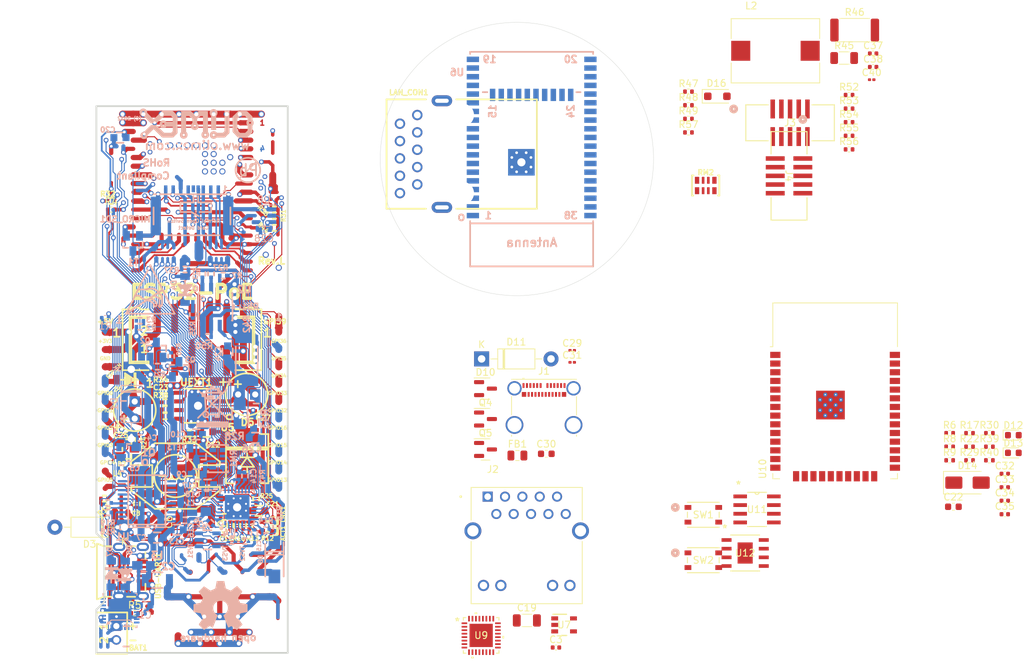
<source format=kicad_pcb>
(kicad_pcb (version 20221018) (generator pcbnew)
  (title_block (title "ESP32-PoE") (date "2024-06-06") (rev "L1"))
  (layers (0 "F.Cu" mixed) (1 "In1.Cu" power) (2 "In2.Cu" power) (31 "B.Cu" mixed) (34 "B.Paste" user) (35 "F.Paste" user) (36 "B.SilkS" user "B.Silkscreen") (37 "F.SilkS" user "F.Silkscreen") (38 "B.Mask" user) (39 "F.Mask" user) (44 "Edge.Cuts" user))
  (net 0 "")
  (net 1 "RCT")
  (net 2 "GND")
  (net 3 "Net-(ACT1-K)")
  (net 4 "Net-(ACT1-A)")
  (net 5 "Net-(U3-VBAT)")
  (net 6 "ESP_EN")
  (net 7 "Net-(LAN_CON1-Shield)")
  (net 8 "Net-(MICRO_SD1-VDD)")
  (net 9 "Net-(U1-XI)")
  (net 10 "/+5V_USB")
  (net 11 "Net-(U1-XO)")
  (net 12 "Net-(U1-V3)")
  (net 13 "Net-(LAN_CON1-RCT)")
  (net 14 "Net-(D5-K)")
  (net 15 "Net-(U4-VDDCR)")
  (net 16 "Net-(U4-NRST)")
  (net 17 "Net-(U5-FB)")
  (net 18 "Net-(D1-K)")
  (net 19 "Net-(D4-K)")
  (net 20 "/D_Com")
  (net 21 "+5VP")
  (net 22 "Spare1")
  (net 23 "Spare2")
  (net 24 "Net-(D6-K)")
  (net 25 "Net-(D7-A)")
  (net 26 "Net-(D9-K)")
  (net 27 "GPIO3_U0RXD")
  (net 28 "Net-(LNK1-K)")
  (net 29 "Net-(LNK1-A)")
  (net 30 "Net-(MICRO_SD1-DAT1{slash}RES)")
  (net 31 "Net-(MICRO_SD1-DAT0{slash}DO)")
  (net 32 "Net-(MICRO_SD1-CLK{slash}SCLK)")
  (net 34 "Net-(MICRO_SD1-CD{slash}DAT3{slash}CS)")
  (net 35 "Net-(MICRO_SD1-DAT2{slash}RES)")
  (net 36 "Net-(Q2-E)")
  (net 37 "Net-(Q2-B)")
  (net 38 "Net-(Q3-C)")
  (net 39 "Net-(Q3-E)")
  (net 40 "Net-(Q3-B)")
  (net 41 "Net-(T1-C)")
  (net 42 "Net-(U2-DET)")
  (net 43 "Net-(U2-ILIM)")
  (net 44 "Net-(U4-RBIAS)")
  (net 45 "+3.3VLAN")
  (net 46 "Net-(U2-CLASS)")
  (net 47 "GPIO2\\HS2_DATA0")
  (net 48 "Net-(U5-BS)")
  (net 49 "Net-(U4-RXER{slash}RXD4{slash}PHYAD0)")
  (net 50 "Net-(U2-NC{slash}UVLO)")
  (net 51 "Net-(U4-RXD2{slash}RMIISEL)")
  (net 52 "Net-(U4-RXD3{slash}PHYAD2)")
  (net 53 "Net-(U4-RXCLK{slash}PHYAD1)")
  (net 54 "Net-(U1-UD+)")
  (net 55 "Net-(U1-UD-)")
  (net 60 "Net-(C10-Pad2)")
  (net 62 "Net-(C12-Pad2)")
  (net 63 "Net-(L3-Pad1)")
  (net 65 "Net-(U2-PG)")
  (net 69 "GPIO0")
  (net 70 "GPIO1_U0TXD")
  (net 71 "/GPIO15\\HS2_CMD")
  (net 72 "Net-(D12-K)")
  (net 73 "Net-(D12-A)")
  (net 74 "Net-(D13-K)")
  (net 75 "Net-(D13-A)")
  (net 79 "unconnected-(U6-NC-Pad21)")
  (net 80 "unconnected-(U6-NC-Pad22)")
  (net 81 "Net-(R28-Pad1)")
  (net 82 "unconnected-(U6-NC-Pad20)")
  (net 83 "unconnected-(U6-NC-Pad19)")
  (net 84 "unconnected-(U6-NC-Pad17)")
  (net 85 "unconnected-(U6-NC-Pad18)")
  (net 87 "Net-(C26-Pad1)")
  (net 89 "+3.3V")
  (net 90 "Net-(D3-A)")
  (net 91 "Net-(D10-Pad3)")
  (net 92 "Net-(D11-K)")
  (net 96 "Net-(U3-USBDP)")
  (net 97 "Net-(U3-USBDM)")
  (net 107 "Net-(Q4-B)")
  (net 108 "Net-(Q4-E)")
  (net 109 "Net-(Q5-B)")
  (net 110 "Net-(Q5-E)")
  (net 111 "Net-(Q5-C)")
  (net 119 "unconnected-(U3-~{RI}-Pad3)")
  (net 120 "Net-(U3-GND-Pad17)")
  (net 130 "TD+")
  (net 131 "TD-")
  (net 132 "Net-(C19-Pad2)")
  (net 133 "RD+")
  (net 134 "RD-")
  (net 135 "GPIO27{slash}EMAC_RX_CRS_DV")
  (net 136 "GPIO18{slash}MDIO(RMII)")
  (net 137 "Net-(U11-NC)")
  (net 138 "Net-(U11-ILIM)")
  (net 143 "PW+")
  (net 144 "PW-")
  (net 179 "Net-(U11-CLASS)")
  (net 180 "Net-(U11-DET)")
  (net 181 "GPIO17{slash}EMAC_CLK_OUT_180")
  (net 183 "Net-(C37-Pad1)")
  (net 184 "Net-(D15-K)")
  (net 185 "Net-(U12-FB)")
  (net 186 "GPI36\\U1RXD")
  (net 187 "GPIO3\\U0RXD")
  (net 188 "GPIO1\\U0TXD")
  (net 189 "GPIO16\\I2C-SCL")
  (net 190 "GPIO13\\I2C-SDA")
  (net 191 "GPIO5\\SPI_CS")
  (net 192 "Net-(R45-Pad2)")
  (net 193 "Net-(U12-BS)")
  (net 194 "Net-(R56-Pad1)")
  (net 195 "GPIO26\\EMAC_RXD1(RMII)")
  (net 196 "GPIO25\\EMAC_RXD0(RMII)")
  (net 197 "GPIO27\\EMAC_RX_CRS_DV")
  (net 198 "GPIO18\\MDIO(RMII)")
  (net 199 "GPI34\\BUT1")
  (net 200 "GPIO12\\PHY_PWR")
  (net 201 "GPIO17\\EMAC_CLK_OUT_180")
  (net 202 "GPIO23\\MDC(RMII)")
  (net 203 "GPIO21\\EMAC_TX_EN(RMII)")
  (net 204 "GPIO19\\EMAC_TXD0(RMII)")
  (net 205 "GPIO22\\EMAC_TXD1(RMII)")
  (net 206 "GPI39")
  (net 207 "GPI35")
  (net 208 "GPIO32")
  (net 209 "GPIO33")
  (net 210 "GPIO14\\HS2_CLK")
  (net 211 "GPIO15\\HS2_CMD")
  (net 212 "GPIO4\\U1TXD")
  (net 213 "Net-(U11-PG)")
  (footprint "OLIMEX_Connectors-FP:GBH-254-SMT-10" (layer "F.Cu") (at 104.14 124.333)
    (fp_text reference "UEXT1")
    (fp_text value "P-B-V-10-LF")
  )
  (footprint "OLIMEX_Diodes-FP:SOT23-3" (layer "F.Cu") (at 94.615 140.335 180)
    (fp_text reference "D2")
    (fp_text value "BAT54C(SOT23-3)")
  )
  (footprint "OLIMEX_RLC-FP:R_0402_5MIL_DWS" (layer "F.Cu") (at 92.329 104.013)
    (fp_text reference "R32")
    (fp_text value "10k/R0402")
  )
  (footprint "OLIMEX_RLC-FP:R_0402_5MIL_DWS" (layer "F.Cu") (at 116.205 106.172 180)
    (fp_text reference "R31")
    (fp_text value "2.2k/R0402")
  )
  (footprint "OLIMEX_RLC-FP:R_MATRIX_4" (layer "F.Cu") (at 179.324 101.7524 180)
    (fp_text reference "RM2")
    (fp_text value "RA1206_(4X0603)_4B8_2.2k")
  )
  (footprint "Resistor_SMD:R_0402_1005Metric" (layer "F.Cu") (at 92.329 105.283)
    (fp_text reference "R4")
    (fp_text value "1k")
  )
  (footprint "Resistor_SMD:R_0402_1005Metric" (layer "F.Cu") (at 95.758 164.338)
    (fp_text reference "R5")
    (fp_text value "220")
  )
  (footprint "OLIMEX_RLC-FP:R_0402_5MIL_DWS" (layer "F.Cu") (at 111.633 151.511 -90)
    (fp_text reference "R13")
    (fp_text value "49.9R/1%/R0402")
  )
  (footprint "OLIMEX_RLC-FP:R_0402_5MIL_DWS" (layer "F.Cu") (at 116.205 107.95)
    (fp_text reference "R44")
    (fp_text value "NA/R0402")
  )
  (footprint "OLIMEX_RLC-FP:R_0402_5MIL_DWS" (layer "F.Cu") (at 113.538 147.574 90)
    (fp_text reference "R25")
    (fp_text value "10k/R0402")
  )
  (footprint "OLIMEX_Connectors-FP:RJP-003TC1(LPJ4112CNL)" (layer "F.Cu") (at 143.614 97.155 90)
    (fp_text reference "LAN_CON1")
    (fp_text value "RJP-003TC1(LPJ4112CNL)")
  )
  (footprint "OLIMEX_RLC-FP:C_0603_5MIL_DWS" (layer "F.Cu") (at 113.919 149.352 180)
    (fp_text reference "C21")
    (fp_text value "NA(10uF/6.3V/20%/X5R/C0603)")
  )
  (footprint "OLIMEX_RLC-FP:R_0402_5MIL_DWS" (layer "F.Cu") (at 103.759 138.049)
    (fp_text reference "R33")
    (fp_text value "4.7R/R0402")
  )
  (footprint "OLIMEX_Diodes-FP:SOD-123_1C-2A_KA" (layer "F.Cu") (at 94.996 130.175 180)
    (fp_text reference "D9")
    (fp_text value "1N5819S4(SOD-123)")
  )
  (footprint "OLIMEX_RLC-FP:C_0603_5MIL_DWS" (layer "F.Cu") (at 106.299 137.795 180)
    (fp_text reference "C12")
    (fp_text value "100nF/100V/10%/X7R/C0603")
  )
  (footprint "OLIMEX_RLC-FP:C_0402_5MIL_DWS" (layer "F.Cu") (at 100.203 134.493)
    (fp_text reference "C23")
    (fp_text value "12pF/50V/5%/COG/C0402")
  )
  (footprint "OLIMEX_RLC-FP:R_0402_5MIL_DWS" (layer "F.Cu") (at 100.203 133.477 180)
    (fp_text reference "R34")
    (fp_text value "5.23k/1%/R0402")
  )
  (footprint "OLIMEX_RLC-FP:R_0402_5MIL_DWS" (layer "F.Cu") (at 100.203 135.509)
    (fp_text reference "R38")
    (fp_text value "30.1k/1%/R0402")
  )
  (footprint "OLIMEX_RLC-FP:R_0402_5MIL_DWS" (layer "F.Cu") (at 116.205 105.283 180)
    (fp_text reference "R36")
    (fp_text value "10k/R0402")
  )
  (footprint "OLIMEX_RLC-FP:CPOL-RM2.5mm_6.3x11mm_PTH" (layer "F.Cu") (at 112.141 132.334)
    (fp_text reference "C27")
    (fp_text value "15uF/100V/20%/RM2.5/6.3x11mm(Farnell:1281844)")
  )
  (footprint "OLIMEX_Diodes-FP:DO214AB(SMC)_1(K)-2(A)" (layer "F.Cu") (at 112.2172 141.732 -90)
    (fp_text reference "D5")
    (fp_text value "SS510/100V/5A/0.85V/DO214AB(SMC)")
  )
  (footprint "OLIMEX_RLC-FP:CPOL-RM2.5mm_6.3x11mm_PTH" (layer "F.Cu") (at 95.758 134.62 90)
    (fp_text reference "C25")
    (fp_text value "470uF/10V/20%/Low_ESR/RM2.5/6.0x11mm")
  )
  (footprint "OLIMEX_RLC-FP:R_0402_5MIL_DWS" (layer "F.Cu") (at 96.266 138.938 -90)
    (fp_text reference "R24")
    (fp_text value "220R/R0402")
  )
  (footprint "OLIMEX_RLC-FP:DBS135" (layer "F.Cu") (at 101.727 144.272 180)
    (fp_text reference "L4")
    (fp_text value "33uH/2.1A/DCR=0.1R/20%/DBS135(PD3316MT330)")
  )
  (footprint "OLIMEX_RLC-FP:C_0402_5MIL_DWS" (layer "F.Cu") (at 96.0755 148.336 90)
    (fp_text reference "C8")
    (fp_text value "100nF/16V/10%/X7R/C0402")
  )
  (footprint "Capacitor_SMD:C_0201_0603Metric" (layer "F.Cu") (at 99.695 151.003 -90)
    (fp_text reference "C6")
    (fp_text value "1uF")
  )
  (footprint "Diode_THT:D_DO-41_SOD81_P10.16mm_Horizontal" (layer "F.Cu") (at 94.234 151.765 180)
    (fp_text reference "D3")
    (fp_text value "1N5819")
  )
  (footprint "OLIMEX_RLC-FP:R_0402_5MIL_DWS" (layer "F.Cu") (at 91.313 147.574)
    (fp_text reference "R16")
    (fp_text value "NA(10k/R0402)")
  )
  (footprint "OLIMEX_Connectors-FP:USB-MICRO_MISB-SWMM-5B_LF" (layer "F.Cu") (at 93.726 158.242 180)
    (fp_text reference "USB-UART1")
    (fp_text value "MISB-SWMM-5B-LF(USB_MICRO)")
  )
  (footprint "OLIMEX_RLC-FP:R_0402_5MIL_DWS" (layer "F.Cu") (at 110.744 151.511 -90)
    (fp_text reference "R10")
    (fp_text value "49.9R/1%/R0402")
  )
  (footprint "OLIMEX_RLC-FP:C_0402_5MIL_DWS" (layer "F.Cu") (at 108.839 150.241)
    (fp_text reference "C11")
    (fp_text value "100nF/16V/10%/X7R/C0402")
  )
  (footprint "OLIMEX_RLC-FP:R_0402_5MIL_DWS" (layer "F.Cu") (at 112.522 151.511 -90)
    (fp_text reference "R12")
    (fp_text value "49.9R/1%/R0402")
  )
  (footprint "OLIMEX_LEDs-FP:LED_0603_KA" (layer "F.Cu") (at 115.189 152.4 180)
    (fp_text reference "ACT1")
    (fp_text value "LED/YELLOW/0603")
  )
  (footprint "OLIMEX_LEDs-FP:LED_0603_KA" (layer "F.Cu") (at 115.189 150.876 180)
    (fp_text reference "LNK1")
    (fp_text value "LED/GREEN/0603")
  )
  (footprint "OLIMEX_RLC-FP:R_0402_5MIL_DWS" (layer "F.Cu") (at 109.728 151.511 -90)
    (fp_text reference "R11")
    (fp_text value "49.9R/1%/R0402")
  )
  (footprint "OLIMEX_Regulators-FP:ESOIC-8" (layer "F.Cu") (at 105.029 133.985 90)
    (fp_text reference "U5")
    (fp_text value "TX4138(ESOIC-8)")
  )
  (footprint "OLIMEX_Connectors-FP:LIPO_BAT_VERTICAL_DW02S" (layer "F.Cu") (at 89.535 167.259 -90)
    (fp_text reference "BAT1")
    (fp_text value "DW02S")
  )
  (footprint "Capacitor_SMD:C_0402_1005Metric" (layer "F.Cu") (at 223.0908 149.86)
    (fp_text reference "C35")
    (fp_text value "100nF")
  )
  (footprint "Capacitor_SMD:C_0402_1005Metric" (layer "F.Cu") (at 203.8224 82.4392)
    (fp_text reference "C37")
    (fp_text value "100nF")
  )
  (footprint "Resistor_SMD:R_0402_1005Metric" (layer "F.Cu") (at 220.8408 139.98)
    (fp_text reference "R39")
    (fp_text value "4.42k")
  )
  (footprint "Resistor_SMD:R_0402_1005Metric" (layer "F.Cu") (at 215.0208 141.97)
    (fp_text reference "R9")
    (fp_text value "2.2k")
  )
  (footprint "Capacitor_SMD:C_0603_1608Metric" (layer "F.Cu") (at 215.5708 148.77)
    (fp_text reference "C22")
    (fp_text value "22uF")
  )
  (footprint "Diode_THT:D_DO-41_SOD81_P10.16mm_Horizontal" (layer "F.Cu") (at 146.5238 127.1308)
    (fp_text reference "D11")
    (fp_text value "1N5819")
  )
  (footprint "Package_TO_SOT_SMD:SOT-23" (layer "F.Cu") (at 147.0938 135.9308)
    (fp_text reference "Q4")
    (fp_text value "BC817")
  )
  (footprint "Capacitor_SMD:C_0201_0603Metric" (layer "F.Cu") (at 203.6124 86.2692)
    (fp_text reference "C40")
    (fp_text value "1uF")
  )
  (footprint "RF_Module:ESP32-WROOM-32" (layer "F.Cu") (at 198.26 134.7928)
    (fp_text reference "U10")
    (fp_text value "ESP32-WROOM-32")
  )
  (footprint "ESDS314DBVR:DBV0005A_N" (layer "F.Cu") (at 158.596401 166.057201)
    (fp_text reference "U7")
    (fp_text value "ESDS314DBVR")
  )
  (footprint "Capacitor_SMD:C_0402_1005Metric" (layer "F.Cu") (at 223.0908 143.95)
    (fp_text reference "C32")
    (fp_text value "100nF")
  )
  (footprint "Resistor_SMD:R_0402_1005Metric" (layer "F.Cu") (at 217.9308 141.97)
    (fp_text reference "R29")
    (fp_text value "10k")
  )
  (footprint "Capacitor_SMD:C_0402_1005Metric" (layer "F.Cu") (at 203.8224 84.4092)
    (fp_text reference "C38")
    (fp_text value "12pF")
  )
  (footprint "Resistor_SMD:R_1206_3216Metric" (layer "F.Cu") (at 199.5824 83.0992)
    (fp_text reference "R45")
    (fp_text value "24.9k")
  )
  (footprint "Capacitor_SMD:C_0402_1005Metric" (layer "F.Cu") (at 223.0908 145.92)
    (fp_text reference "C33")
    (fp_text value "2.2uF")
  )
  (footprint "ASPI-0804T-330M-T:IND_ASPI-0804T-330M-T" (layer "F.Cu") (at 189.5274 82.0392)
    (fp_text reference "L2")
    (fp_text value "ASPI-0804T-330M-T")
  )
  (footprint "Resistor_SMD:R_0402_1005Metric" (layer "F.Cu") (at 217.9308 137.99)
    (fp_text reference "R17")
    (fp_text value "2.2k")
  )
  (footprint "Resistor_SMD:R_0402_1005Metric" (layer "F.Cu") (at 200.3024 88.5092)
    (fp_text reference "R52")
    (fp_text value "4.7")
  )
  (footprint "Resistor_SMD:R_0402_1005Metric" (layer "F.Cu") (at 220.8408 137.99)
    (fp_text reference "R30")
    (fp_text value "10k")
  )
  (footprint "Resistor_SMD:R_0402_1005Metric" (layer "F.Cu") (at 200.3024 96.4692)
    (fp_text reference "R56")
    (fp_text value "10k")
  )
  (footprint "PTS815:SW4_PTS815 SJM 250 SMTR LFS_CNK" (layer "F.Cu") (at 178.9721 149.9428)
    (fp_text reference "SW1")
    (fp_text value "PTS815 SJM 250 SMTR LFS")
  )
  (footprint "Resistor_SMD:R_0402_1005Metric" (layer "F.Cu") (at 176.7978 93.9868)
    (fp_text reference "R57")
    (fp_text value "2.2k")
  )
  (footprint "Package_TO_SOT_SMD:SOT-23" (layer "F.Cu") (at 147.0938 131.4808)
    (fp_text reference "D10")
    (fp_text value "BAT54C")
  )
  (footprint "Resistor_SMD:R_0402_1005Metric" (layer "F.Cu") (at 217.9308 139.98)
    (fp_text reference "R22")
    (fp_text value "130k")
  )
  (footprint "PTS815:SW4_PTS815 SJM 250 SMTR LFS_CNK" (layer "F.Cu") (at 178.9721 156.5898)
    (fp_text reference "SW2")
    (fp_text value "PTS815 SJM 250 SMTR LFS")
  )
  (footprint "Resistor_SMD:R_0402_1005Metric" (layer "F.Cu") (at 176.7978 91.9968)
    (fp_text reference "R49")
    (fp_text value "2.2k")
  )
  (footprint "Connector_USB:USB_C_Receptacle_Molex_105450-0101-L" (layer "F.Cu") (at 155.6588 134.2408)
    (fp_text reference "J1")
    (fp_text value "USB_C_Receptacle")
  )
  (footprint "LM193DR:D8" (layer "F.Cu") (at 186.8296 149.1599)
    (fp_text reference "U11")
    (fp_text value "TPS2375D")
  )
  (footprint "Resistor_SMD:R_0402_1005Metric" (layer "F.Cu") (at 176.7978 90.0068)
    (fp_text reference "R48")
    (fp_text value "10k")
  )
  (footprint "Resistor_SMD:R_2512_6332Metric" (layer "F.Cu") (at 201.1224 79.0092)
    (fp_text reference "R46")
    (fp_text value "4.7k")
  )
  (footprint "Capacitor_SMD:C_0402_1005Metric" (layer "F.Cu") (at 223.0908 147.89)
    (fp_text reference "C34")
    (fp_text value "100nF")
  )
  (footprint "3221-10-0300-00:CONN10_3221-10-0300-00_CNC" (layer "F.Cu") (at 191.516 100.342002 -90)
    (fp_text reference "J4")
    (fp_text value "Conn_02x05_Odd_Even")
  )
  (footprint "LAN8710A_EZC:QFN32_5X5MC_MCH" (layer "F.Cu") (at 146.4591 167.5977)
    (fp_text reference "U9")
    (fp_text value "LAN8710A-EZC")
  )
  (footprint "Resistor_SMD:R_0402_1005Metric" (layer "F.Cu") (at 215.0208 139.98)
    (fp_text reference "R8")
    (fp_text value "2.2k")
  )
  (footprint "Resistor_SMD:R_0402_1005Metric" (layer "F.Cu") (at 215.0208 137.99)
    (fp_text reference "R6")
    (fp_text value "2.2k")
  )
  (footprint "Resistor_SMD:R_0402_1005Metric" (layer "F.Cu") (at 200.3024 92.4892)
    (fp_text reference "R54")
    (fp_text value "5.23k")
  )
  (footprint "3221-10-0300-00:CONN10_3221-10-0300-00_CNC" (layer "F.Cu") (at 191.6674 92.5742)
    (fp_text reference "J3")
    (fp_text value "3221-10-0300-00")
  )
  (footprint "Capacitor_SMD:C_0201_0603Metric" (layer "F.Cu") (at 159.7838 127.6308)
    (fp_text reference "C31")
    (fp_text value "1uF")
  )
  (footprint "Resistor_SMD:R_0402_1005Metric" (layer "F.Cu") (at 200.3024 94.4792)
    (fp_text reference "R55")
    (fp_text value "10k")
  )
  (footprint "Capacitor_SMD:C_0402_1005Metric" (layer "F.Cu") (at 157.4064 169.3672)
    (fp_text reference "C3")
    (fp_text value "100nF")
  )
  (footprint "TX4138:ESOIC8_XDS" (layer "F.Cu") (at 185.095001 155.5378)
    (fp_text reference "U12")
    (fp_text value "TX4138")
  )
  (footprint "Resistor_SMD:R_0402_1005Metric" (layer "F.Cu") (at 220.8408 141.97)
    (fp_text reference "R40")
    (fp_text value "24.9k")
  )
  (footprint "Diode_SMD:D_SMA" (layer "F.Cu") (at 217.6358 145.24)
    (fp_text reference "D14")
    (fp_text value "SMAJ58A")
  )
  (footprint "Resistor_SMD:R_0402_1005Metric" (layer "F.Cu") (at 200.3024 90.4992)
    (fp_text reference "R53")
    (fp_text value "30.1k")
  )
  (footprint "LED_SMD:LED_0603_1608Metric" (layer "F.Cu") (at 224.3408 140.88)
    (fp_text reference "D13")
    (fp_text value "LED")
  )
  (footprint "Package_TO_SOT_SMD:SOT-23" (layer "F.Cu") (at 147.0938 140.3808)
    (fp_text reference "Q5")
    (fp_text value "BC817")
  )
  (footprint "Diode_SMD:D_SOD-123F" (layer "F.Cu") (at 181.0228 88.6968)
    (fp_text reference "D16")
    (fp_text value "PMEG6010CEH")
  )
  (footprint "Capacitor_SMD:C_0603_1608Metric" (layer "F.Cu") (at 155.9938 141.0208)
    (fp_text reference "C30")
    (fp_text value "10uF")
  )
  (footprint "LED_SMD:LED_0603_1608Metric" (layer "F.Cu") (at 224.3408 138.29)
    (fp_text reference "D12")
    (fp_text value "LED")
  )
  (footprint "SI-46020-F:BEL_SI-46020-F" (layer "F.Cu") (at 153.1264 156.1772)
    (fp_text reference "J2")
    (fp_text value "SI-46020-F")
  )
  (footprint "Resistor_SMD:R_0402_1005Metric" (layer "F.Cu") (at 176.7978 88.0168)
    (fp_text reference "R47")
    (fp_text value "10k")
  )
  (footprint "Capacitor_SMD:C_1206_3216Metric" (layer "F.Cu") (at 153.1464 165.4072)
    (fp_text reference "C19")
    (fp_text value "1nF")
  )
  (footprint "Capacitor_SMD:C_0201_0603Metric" (layer "F.Cu") (at 159.7838 125.8808)
    (fp_text reference "C29")
    (fp_text value "1uF")
  )
  (footprint "Capacitor_SMD:C_0805_2012Metric" (layer "F.Cu") (at 151.7638 141.2708)
    (fp_text reference "FB1")
    (fp_text value "600R-2A")
  )
  (footprint "Resistor_SMD:R_0402_1005Metric" (layer "B.Cu") (at 91.44 121.158)
    (fp_text reference "R1")
    (fp_text value "1k")
  )
  (footprint "OLIMEX_RLC-FP:R_MATRIX_4" (layer "B.Cu") (at 107.95 141.732 90)
    (fp_text reference "RM1")
    (fp_text value "RA1206_(4X0603)_4B8_2.2k")
  )
  (footprint "OLIMEX_Connectors-FP:uSD(TFC-9P-1.xH(ATFFS150A01BR016))" (layer "B.Cu") (at 104.14 105.537)
    (fp_text reference "MICRO_SD1")
    (fp_text value "TFC-9P-1.7H(ATFFS150A01BR016)")
  )
  (footprint "OLIMEX_Transistors-FP:SOT23" (layer "B.Cu") (at 104.775 141.224 90)
    (fp_text reference "FET3")
    (fp_text value "WPM2015-3/TR")
  )
  (footprint "OLIMEX_RLC-FP:C_0402_5MIL_DWS" (layer "B.Cu") (at 93.853 143.129 180)
    (fp_text reference "C5")
    (fp_text value "27pF/50V/5%/C0G/C0402")
  )
  (footprint "OLIMEX_RLC-FP:C_0603_5MIL_DWS" (layer "B.Cu") (at 104.902 144.018)
    (fp_text reference "C9")
    (fp_text value "22uF/6.3V/20%/X5R/C0603")
  )
  (footprint "OLIMEX_RLC-FP:C_0402_5MIL_DWS" (layer "B.Cu") (at 113.284 152.654 90)
    (fp_text reference "C15")
    (fp_text value "100nF/16V/10%/X7R/C0402")
  )
  (footprint "OLIMEX_RLC-FP:C_0402_5MIL_DWS" (layer "B.Cu") (at 103.124 150.749 180)
    (fp_text reference "C16")
    (fp_text value "100nF/16V/10%/X7R/C0402")
  )
  (footprint "OLIMEX_RLC-FP:C_0402_5MIL_DWS" (layer "B.Cu") (at 106.299 146.939 180)
    (fp_text reference "C18")
    (fp_text value "100nF/16V/10%/X7R/C0402")
  )
  (footprint "OLIMEX_RLC-FP:C_0603_5MIL_DWS" (layer "B.Cu") (at 106.426 145.542 180)
    (fp_text reference "C17")
    (fp_text value "2.2uF/6.3V/10%/X5R/C0603")
  )
  (footprint "OLIMEX_RLC-FP:L_0805_5MIL_DWS" (layer "B.Cu") (at 105.156 149.479)
    (fp_text reference "L1")
    (fp_text value "FB0805/600R/2A")
  )
  (footprint "OLIMEX_IC-FP:SSOP-20W" (layer "B.Cu") (at 97.536 147.955 90)
    (fp_text reference "U1")
    (fp_text value "CH340T(SSOP20W)")
  )
  (footprint "Capacitor_SMD:C_0603_1608Metric" (layer "B.Cu") (at 97.282 163.195)
    (fp_text reference "C1")
    (fp_text value "10uF")
  )
  (footprint "OLIMEX_RLC-FP:L_0805_5MIL_DWS" (layer "B.Cu") (at 97.155 157.353)
    (fp_text reference "L3")
    (fp_text value "FB0805/600R/2A")
  )
  (footprint "OLIMEX_RLC-FP:C_0402_5MIL_DWS" (layer "B.Cu") (at 96.52 138.684 180)
    (fp_text reference "C4")
    (fp_text value "27pF/50V/5%/C0G/C0402")
  )
  (footprint "OLIMEX_Crystal-FP:TSX-3.2x2.5mm_GND(3)" (layer "B.Cu") (at 94.869 140.843 180)
    (fp_text reference "Q1")
    (fp_text value "Q12MHz/20pF/10ppm/4P/3.2x2.5mm")
  )
  (footprint "OLIMEX_LOGOs-FP:LOGO_ANTISTATIC_1" (layer "B.Cu") (at 101.6 120.523 180)
    (fp_text reference "Sign_Antistatic" hide)
    (fp_text value "Val**" hide)
  )
  (footprint "OLIMEX_LOGOs-FP:LOGO_RECYCLEBIN_1" (layer "B.Cu") (at 109.474 137.16 180)
    (fp_text reference "Sign_RecycleBin" hide)
    (fp_text value "" hide)
  )
  (footprint "OLIMEX_LOGOs-FP:LOGO_PBFREE" (layer "B.Cu") (at 112.522 99.187)
    (fp_text reference "Sign_PB-Free")
    (fp_text value "")
  )
  (footprint "OLIMEX_LOGOs-FP:LOGO_OPENHARDWARE_8x8" (layer "B.Cu") (at 108.331 163.703 180)
    (fp_text reference "Logo_OSHW" hide)
    (fp_text value "" hide)
  )
  (footprint "OLIMEX_RLC-FP:C_1206_5MIL_DWS_ISO" (layer "B.Cu") (at 99.06 159.512)
    (fp_text reference "C2")
    (fp_text value "1nF/2000V/10%/X7R/C1206")
  )
  (footprint "OLIMEX_RLC-FP:C_0603_5MIL_DWS" (layer "B.Cu") (at 99.06 153.289)
    (fp_text reference "C7")
    (fp_text value "22uF/6.3V/20%/X5R/C0603")
  )
  (footprint "OLIMEX_Diodes-FP:SMA-KA" (layer "B.Cu") (at 116.205 156.464 -90)
    (fp_text reference "D8")
    (fp_text value "SMAJ58A/SMA")
  )
  (footprint "OLIMEX_RLC-FP:R_0402_5MIL_DWS" (layer "B.Cu") (at 114.935 152.146)
    (fp_text reference "R14")
    (fp_text value "2.2k/R0402")
  )
  (footprint "OLIMEX_Transistors-FP:SOT23" (layer "B.Cu") (at 98.93046 125.81636 -90)
    (fp_text reference "Q2")
    (fp_text value "BC817-40(SOT23)")
  )
  (footprint "Diode_THT:D_DO-41_SOD81_P10.16mm_Horizontal" (layer "B.Cu") (at 95.25 128.651 -90)
    (fp_text reference "D1")
    (fp_text value "1N5819")
  )
  (footprint "OLIMEX_RLC-FP:C_0603_5MIL_DWS" (layer "B.Cu") (at 104.775 138.176 180)
    (fp_text reference "C10")
    (fp_text value "22uF/6.3V/20%/X5R/C0603")
  )
  (footprint "OLIMEX_RLC-FP:R_0402_5MIL_DWS" (layer "B.Cu") (at 99.06 128.27)
    (fp_text reference "R21")
    (fp_text value "1k/R0402")
  )
  (footprint "OLIMEX_Transistors-FP:SOT23" (layer "B.Cu") (at 102.235 128.651 -90)
    (fp_text reference "Q3")
    (fp_text value "BC817-40(SOT23)")
  )
  (footprint "OLIMEX_RLC-FP:R_0402_5MIL_DWS" (layer "B.Cu") (at 104.267 120.65 -90)
    (fp_text reference "R35")
    (fp_text value "2.2k/R0402")
  )
  (footprint "OLIMEX_RLC-FP:R_0402_5MIL_DWS" (layer "B.Cu") (at 116.459 151.765 90)
    (fp_text reference "R15")
    (fp_text value "2.2k/R0402")
  )
  (footprint "OLIMEX_LOGOs-FP:OLIMEX_LOGO_TB" (layer "B.Cu") (at 104.648 92.71 180)
    (fp_text reference "Logo_Olimex" hide)
    (fp_text value "" hide)
  )
  (footprint "OLIMEX_Diodes-FP:SOD-123_1C-2A_KA" (layer "B.Cu") (at 103.124 116.967 90)
    (fp_text reference "D4")
    (fp_text value "1N5819S4(SOD-123)")
  )
  (footprint "OLIMEX_RLC-FP:R_0402_5MIL_DWS" (layer "B.Cu") (at 91.821 149.606 180)
    (fp_text reference "R18")
    (fp_text value "10k/R0402")
  )
  (footprint "OLIMEX_RLC-FP:R_0402_5MIL_DWS" (layer "B.Cu") (at 91.821 148.209 180)
    (fp_text reference "R19")
    (fp_text value "10k/R0402")
  )
  (footprint "OLIMEX_RLC-FP:C_0402_5MIL_DWS" (layer "B.Cu") (at 110.998 144.272 90)
    (fp_text reference "C14")
    (fp_text value "100nF/16V/10%/X7R/C0402")
  )
  (footprint "OLIMEX_RLC-FP:R_0402_5MIL_DWS" (layer "B.Cu") (at 111.887 144.272 -90)
    (fp_text reference "R41")
    (fp_text value "2.2k/R0402")
  )
  (footprint "OLIMEX_Diodes-FP:D_0402_5MIL_DWS" (layer "B.Cu") (at 111.887 153.797 180)
    (fp_text reference "TVS2")
    (fp_text value "NA(GG0402052R542P)")
  )
  (footprint "OLIMEX_Diodes-FP:D_0402_5MIL_DWS" (layer "B.Cu") (at 109.982 153.797)
    (fp_text reference "TVS3")
    (fp_text value "NA(GG0402052R542P)")
  )
  (footprint "OLIMEX_Diodes-FP:SOT-23-5" (layer "B.Cu") (at 106.426 153.609 180)
    (fp_text reference "TVS1")
    (fp_text value "ESDS314DBVR(SOT-23-5)")
  )
  (footprint "OLIMEX_IC-FP:QFN32_EP(33)_5.00x5.00x0.90mm_Pitch_0.50mm" (layer "B.Cu") (at 110.744 148.844 90)
    (fp_text reference "U4")
    (fp_text value "LAN8710A-EZC(QFN32)")
  )
  (footprint "OLIMEX_RLC-FP:R_0402_5MIL_DWS" (layer "B.Cu") (at 106.82879 151.15179 135)
    (fp_text reference "R26")
    (fp_text value "12.1k/1%/R0402")
  )
  (footprint "OLIMEX_RLC-FP:C_0603_5MIL_DWS" (layer "B.Cu") (at 101.981 152.146 180)
    (fp_text reference "C13")
    (fp_text value "22uF/6.3V/20%/X5R/C0603")
  )
  (footprint "OLIMEX_Diodes-FP:SOD-123_1C-2A_KA" (layer "B.Cu") (at 94.361 158.623 90)
    (fp_text reference "D6")
    (fp_text value "1N5819S4(SOD-123)")
  )
  (footprint "OLIMEX_Diodes-FP:SOD-123_1C-2A_KA" (layer "B.Cu") (at 92.329 158.623 -90)
    (fp_text reference "D7")
    (fp_text value "1N5819S4(SOD-123)")
  )
  (footprint "OLIMEX_RLC-FP:R_1206_5MIL_DWS" (layer "B.Cu") (at 111.125 135.255 90)
    (fp_text reference "R28")
    (fp_text value "0.03R/1%/R1206")
  )
  (footprint "OLIMEX_RLC-FP:R_0402_5MIL_DWS" (layer "B.Cu") (at 101.092 126.746 -90)
    (fp_text reference "R20")
    (fp_text value "1k/R0402")
  )
  (footprint "OLIMEX_RLC-FP:C_0603_5MIL_DWS" (layer "B.Cu") (at 109.347 126.111 90)
    (fp_text reference "C24")
    (fp_text value "100nF/100V/10%/X7R/C0603")
  )
  (footprint "OLIMEX_RLC-FP:R_2512_MM_DWS" (layer "B.Cu") (at 112.141 127.3552 90)
    (fp_text reference "R42")
    (fp_text value "4.7k/R2512")
  )
  (footprint "OLIMEX_RLC-FP:C_0603_5MIL_DWS" (layer "B.Cu") (at 113.411 138.684)
    (fp_text reference "C26")
    (fp_text value "NA(220pF/100V/C0603)")
  )
  (footprint "OLIMEX_RLC-FP:R_0603_5MIL_DWS" (layer "B.Cu") (at 113.157 136.398 90)
    (fp_text reference "R43")
    (fp_text value "NA(22R/R0603)")
  )
  (footprint "OLIMEX_Cases-FP:ESP32-WROVER(WROOM)-UNIVERSAL_MODULE" (layer "B.Cu") (at 153.8478 97.8936)
    (fp_text reference "U6")
    (fp_text value "ESP32-WROVER-E")
  )
  (footprint "Capacitor_SMD:C_0603_1608Metric" (layer "B.Cu") (at 114.681 108.077)
    (fp_text reference "C28")
    (fp_text value "10uF")
  )
  (footprint "Package_TO_SOT_SMD:SOT-23-5" (layer "B.Cu") (at 114.680999 106.172 180)
    (fp_text reference "U8")
    (fp_text value "MIC5504-3.3YM5")
  )
  (footprint "FT232RQ:QFN50P500X500X90-33N" (layer "B.Cu") (at 93.599 163.957 180)
    (fp_text reference "U3")
    (fp_text value "FT232RQ")
  )
  (footprint "OLIMEX_Transistors-FP:SOT23" (layer "B.Cu") (at 95.504 110.236 90)
    (fp_text reference "T1")
    (fp_text value "LMUN2211LT1G(SOT-23)")
  )
  (footprint "OLIMEX_RLC-FP:R_0402_5MIL_DWS" (layer "B.Cu") (at 96.52 122.428)
    (fp_text reference "R2")
    (fp_text value "10k/R0402")
  )
  (footprint "OLIMEX_RLC-FP:R_0402_5MIL_DWS" (layer "B.Cu") (at 96.52 121.539 180)
    (fp_text reference "R3")
    (fp_text value "1k/R0402")
  )
  (footprint "OLIMEX_RLC-FP:C_0603_5MIL_DWS" (layer "B.Cu") (at 93.599 94.742 180)
    (fp_text reference "C20")
    (fp_text value "1uF/10V/20%/X5R/C0603")
  )
  (footprint "OLIMEX_RLC-FP:R_0402_5MIL_DWS" (layer "B.Cu") (at 106.426 123.952)
    (fp_text reference "R50")
    (fp_text value "NA(130k/R0402)")
  )
  (footprint "OLIMEX_RLC-FP:R_0402_5MIL_DWS" (layer "B.Cu") (at 110.744 119.507 90)
    (fp_text reference "R51")
    (fp_text value "NA(10k/R0402)")
  )
  (footprint "OLIMEX_IC-FP:SOIC-8_1.75mm" (layer "B.Cu") (at 107.569 119.507)
    (fp_text reference "U2")
    (fp_text value "TPS2375D(SO-8)")
  )
  (footprint "OLIMEX_RLC-FP:R_0402_5MIL_DWS" (layer "B.Cu") (at 106.934 114.681 -90)
    (fp_text reference "R27")
    (fp_text value "4.42k/1%/1/16W/R0402")
  )
  (footprint "OLIMEX_RLC-FP:R_0402_5MIL_DWS" (layer "B.Cu") (at 103.124 114.046)
    (fp_text reference "R37")
    (fp_text value "10k/R0402")
  )
  (footprint "OLIMEX_RLC-FP:R_0402_5MIL_DWS" (layer "B.Cu") (at 105.664 114.681 90)
    (fp_text reference "R23")
    (fp_text value "180k/1%/R0402")
  )
  (footprint "OLIMEX_RLC-FP:R_0402_5MIL_DWS" (layer "B.Cu") (at 108.712 114.935 180)
    (fp_text reference "R7")
    (fp_text value "24.9k/1%/R0402")
  )
  (gr_line (start 95.377 165.735) (end 94.996 165.354) (stroke (width 0.1524)) (layer "B.SilkS"))
  (gr_line (start 91.694 165.989) (end 91.821 165.608) (stroke (width 0.1524)) (layer "B.SilkS"))
  (gr_line (start 92.329 165.354) (end 91.694 165.989) (stroke (width 0.1524)) (layer "B.SilkS"))
  (gr_line (start 91.694 165.989) (end 92.075 165.862) (stroke (width 0.1524)) (layer "B.SilkS"))
  (gr_line (start 94.996 165.354) (end 92.329 165.354) (stroke (width 0.1524)) (layer "B.SilkS"))
  (gr_line (start 118.15 170.15) (end 118.15 90.15) (stroke (width 0.254)) (layer "Edge.Cuts"))
  (gr_line (start 90.15 170.15) (end 118.15 170.15) (stroke (width 0.254)) (layer "Edge.Cuts"))
  (gr_line (start 90.15 152.654) (end 91.313 153.797) (stroke (width 0.254)) (layer "Edge.Cuts"))
  (gr_line (start 91.313 162.687) (end 90.15 163.83) (stroke (width 0.254)) (layer "Edge.Cuts"))
  (gr_line (start 91.313 153.797) (end 91.313 162.687) (stroke (width 0.254)) (layer "Edge.Cuts"))
  (gr_line (start 90.15 152.654) (end 90.15 90.15) (stroke (width 0.254)) (layer "Edge.Cuts"))
  (gr_line (start 90.15 90.15) (end 118.15 90.15) (stroke (width 0.254)) (layer "Edge.Cuts"))
  (gr_circle (center 151.6888 97.8764) (end 171.6888 97.8764) (stroke (width 0.05)) (fill none) (layer "Edge.Cuts"))
  (gr_line (start 90.15 163.83) (end 90.15 170.15) (stroke (width 0.254)) (layer "Edge.Cuts"))
  (gr_text "1" (at 114.427 92.583) (layer "F.Cu") (effects (font (size 0.762 0.762) (thickness 0.1905))))
  (gr_text "4" (at 114.427 96.393) (layer "B.Cu") (effects (font (size 0.762 0.762) (thickness 0.1905)) (justify mirror)))
  (gr_text "1" (at 116.84 121.031) (layer "B.SilkS") (effects (font (size 1.016 1.016) (thickness 0.254)) (justify mirror)))
  (gr_text "1" (at 108.966 102.235) (layer "B.SilkS") (effects (font (size 0.762 0.762) (thickness 0.1905)) (justify mirror)))
  (gr_text "RoHS" (at 98.933 98.425) (layer "B.SilkS") (effects (font (size 1.016 1.016) (thickness 0.254)) (justify mirror)))
  (gr_text "+" (at 94.488 166.243 90) (layer "B.SilkS") (effects (font (size 1.016 1.016) (thickness 0.254)) (justify mirror)))
  (gr_text "-" (at 94.488 169.291 180) (layer "B.SilkS") (effects (font (size 1.016 1.016) (thickness 0.254)) (justify mirror)))
  (gr_text "www.olimex.com" (at 104.902 95.885) (layer "B.SilkS") (effects (font (size 1.27 1.27) (thickness 0.254)) (justify mirror)))
  (gr_text "+" (at 94.107 135.763) (layer "B.SilkS") (effects (font (size 1.016 1.016) (thickness 0.254)) (justify mirror)))
  (gr_text "-" (at 113.538 133.731 180) (layer "B.SilkS") (effects (font (size 1.016 1.016) (thickness 0.254)) (justify mirror)))
  (gr_text "+" (at 109.601 130.429) (layer "B.SilkS") (effects (font (size 1.016 1.016) (thickness 0.254)) (justify mirror)))
  (gr_text "-" (at 94.107 133.35 180) (layer "B.SilkS") (effects (font (size 1.016 1.016) (thickness 0.254)) (justify mirror)))
  (gr_text "(C) 2022" (at 94.996 91.948) (layer "B.SilkS") (effects (font (size 0.508 0.508) (thickness 0.127)) (justify mirror)))
  (gr_text "Compliant" (at 97.028 100.33) (layer "B.SilkS") (effects (font (size 1.016 1.016) (thickness 0.254)) (justify mirror)))
  (gr_text "1" (at 93.472 121.412) (layer "B.SilkS") (effects (font (size 1.016 1.016) (thickness 0.254)) (justify mirror)))
  (gr_text "1" (at 115.189 123.317) (layer "F.SilkS") (effects (font (size 1.27 1.27) (thickness 0.254))))
  (gr_text "+5V" (at 91.44 121.666) (layer "F.SilkS") (effects (font (size 0.762 0.762) (thickness 0.1905))))
  (gr_text "+3V3" (at 91.44 124.5235) (layer "F.SilkS") (effects (font (size 0.508 0.508) (thickness 0.127))))
  (gr_text "GND" (at 91.44 127.0635) (layer "F.SilkS") (effects (font (size 0.508 0.508) (thickness 0.127))))
  (gr_text "ESP_EN" (at 92.71 128.905 45) (layer "F.SilkS") (effects (font (size 0.508 0.508) (thickness 0.127))))
  (gr_text "GPIO0" (at 91.44 132.1435) (layer "F.SilkS") (effects (font (size 0.508 0.508) (thickness 0.127))))
  (gr_text "GPIO1" (at 91.44 134.6835) (layer "F.SilkS") (effects (font (size 0.508 0.508) (thickness 0.127))))
  (gr_text "GPIO2" (at 91.44 137.2235) (layer "F.SilkS") (effects (font (size 0.508 0.508) (thickness 0.127))))
  (gr_text "GPIO3" (at 91.44 139.7635) (layer "F.SilkS") (effects (font (size 0.508 0.508) (thickness 0.127))))
  (gr_text "GPIO4" (at 91.821 142.3035) (layer "F.SilkS") (effects (font (size 0.508 0.508) (thickness 0.127))))
  (gr_text "GPIO5" (at 91.44 144.8435) (layer "F.SilkS") (effects (font (size 0.508 0.508) (thickness 0.127))))
  (gr_text "GPIO13" (at 116.6495 144.8435) (layer "F.SilkS") (effects (font (size 0.508 0.508) (thickness 0.127))))
  (gr_text "GPIO14" (at 116.6495 142.3035) (layer "F.SilkS") (effects (font (size 0.508 0.508) (thickness 0.127))))
  (gr_text "GPIO15" (at 116.6495 139.7635) (layer "F.SilkS") (effects (font (size 0.508 0.508) (thickness 0.127))))
  (gr_text "GPIO16" (at 116.6495 137.2235) (layer "F.SilkS") (effects (font (size 0.508 0.508) (thickness 0.127))))
  (gr_text "GPIO32" (at 116.6495 134.6835) (layer "F.SilkS") (effects (font (size 0.508 0.508) (thickness 0.127))))
  (gr_text "GPIO33" (at 116.6495 132.1435) (layer "F.SilkS") (effects (font (size 0.508 0.508) (thickness 0.127))))
  (gr_text "GPI34" (at 116.84 129.6035) (layer "F.SilkS") (effects (font (size 0.508 0.508) (thickness 0.127))))
  (gr_text "GPI35" (at 116.84 127.0635) (layer "F.SilkS") (effects (font (size 0.508 0.508) (thickness 0.127))))
  (gr_text "GPI36" (at 116.84 124.5235) (layer "F.SilkS") (effects (font (size 0.508 0.508) (thickness 0.127))))
  (gr_text "GPI39" (at 116.2685 121.666) (layer "F.SilkS") (effects (font (size 0.762 0.762) (thickness 0.1905))))
  (gr_text "1" (at 97.9678 130.683) (layer "F.SilkS") (effects (font (size 1.27 1.27) (thickness 0.254))))
  (gr_text "+" (at 95.377 166.243 90) (layer "F.SilkS") (effects (font (size 1.016 1.016) (thickness 0.254))))
  (gr_text "ESP32-PoE" (at 104.14 117.348) (layer "F.SilkS") (effects (font (size 2.032 2.032) (thickness 0.508))))
  (gr_text "Rev.L" (at 115.7732 112.776) (layer "F.SilkS") (effects (font (size 1.016 1.016) (thickness 0.254))))
  (gr_text "-" (at 95.504 168.402 180) (layer "F.SilkS") (effects (font (size 1.016 1.016) (thickness 0.254))))
  (gr_text "1" (at 93.091 123.317) (layer "F.SilkS") (effects (font (size 1.27 1.27) (thickness 0.254))))
  (segment (start 97.75 150.749) (end 98.171 150.749) (width 0.762) (layer "F.Cu") (net 0))
  (segment (start 103.96242 152.57758) (end 104.591 151.949) (width 0.508) (layer "F.Cu") (net 0))
  (segment (start 102.621307 148.341307) (end 102.562043 148.341307) (width 0.6096) (layer "F.Cu") (net 0))
  (segment (start 92.71 136.108702) (end 93.013399 136.412101) (width 0.1524) (layer "F.Cu") (net 0))
  (segment (start 93.174599 160.698401) (end 92.549034 160.698401) (width 0.508) (layer "F.Cu") (net 0))
  (segment (start 116.84 127.381) (end 116.84 128.3) (width 1.016) (layer "F.Cu") (net 0))
  (segment (start 94.742 149.479) (end 94.742 149.773) (width 0.762) (layer "F.Cu") (net 0))
  (segment (start 97.536 163.322) (end 98.298 164.084) (width 0.508) (layer "F.Cu") (net 0))
  (segment (start 93.091 138.4935) (end 94.234982 138.4935) (width 0.1524) (layer "F.Cu") (net 0))
  (segment (start 92.00441 108.635827) (end 92.583 108.057237) (width 0.254) (layer "F.Cu") (net 0))
  (segment (start 95.54 98.928) (end 96.849455 98.928) (width 0.762) (layer "F.Cu") (net 0))
  (segment (start 101.158 150.556) (end 101.158 150.338) (width 0.4064) (layer "F.Cu") (net 0))
  (segment (start 98.806 150.114) (end 98.171 150.749) (width 0.762) (layer "F.Cu") (net 0))
  (segment (start 112.344189 118.644123) (end 112.344189 116.358553) (width 0.1524) (layer "F.Cu") (net 0))
  (segment (start 103.058 150.338) (end 103.058 151.196) (width 0.6096) (layer "F.Cu") (net 0))
  (segment (start 94.742 149.773) (end 96.734 151.765) (width 0.762) (layer "F.Cu") (net 0))
  (segment (start 92.837 151.40941) (end 93.19259 151.765) (width 1.016) (layer "F.Cu") (net 0))
  (segment (start 93.112011 164.867001) (end 93.09101 164.846) (width 0.2032) (layer "F.Cu") (net 0))
  (segment (start 92.677399 140.367601) (end 92.557601 140.487399) (width 0.1524) (layer "F.Cu") (net 0))
  (segment (start 103.058 152.938) (end 103.41842 152.57758) (width 0.508) (layer "F.Cu") (net 0))
  (segment (start 91.821 105.283) (end 91.821 106.68) (width 0.508) (layer "F.Cu") (net 0))
  (segment (start 99.695 150.114) (end 99.695 149.733) (width 0.762) (layer "F.Cu") (net 0))
  (segment (start 92.583 108.057237) (end 92.583 107.442) (width 0.254) (layer "F.Cu") (net 0))
  (segment (start 93.548178 159.969178) (end 93.548178 159.943822) (width 0.508) (layer "F.Cu") (net 0))
  (segment (start 92.837 149.48154) (end 92.837 151.40941) (width 1.016) (layer "F.Cu") (net 0))
  (segment (start 92.075 161.172435) (end 92.075 163.195) (width 0.508) (layer "F.Cu") (net 0))
  (segment (start 92.557601 141.929101) (end 92.538791 141.947911) (width 0.1524) (layer "F.Cu") (net 0))
  (segment (start 93.515 141.285) (end 93.715 141.285) (width 0.3048) (layer "F.Cu") (net 0))
  (segment (start 91.44 133.38) (end 91.47 133.38) (width 1.016) (layer "F.Cu") (net 0))
  (segment (start 103.058 149.926) (end 103.251 149.733) (width 0.6096) (layer "F.Cu") (net 0))
  (segment (start 98.298 151.765) (end 99.06 151.003) (width 0.4064) (layer "F.Cu") (net 0))
  (segment (start 112.344189 116.358553) (end 116.205 112.497742) (width 0.1524) (layer "F.Cu") (net 0))
  (segment (start 115.959 95.385) (end 115.951 95.377) (width 0.508) (layer "F.Cu") (net 0))
  (segment (start 94.277401 160.698401) (end 93.896401 160.698401) (width 0.508) (layer "F.Cu") (net 0))
  (segment (start 103.41842 152.57758) (end 103.96242 152.57758) (width 0.508) (layer "F.Cu") (net 0))
  (segment (start 99.3775 138.7475) (end 98.679 139.446) (width 1.016) (layer "F.Cu") (net 0))
  (segment (start 103.058 152.938) (end 103.187474 153.067474) (width 0.508) (layer "F.Cu") (net 0))
  (segment (start 93.548178 160.350178) (end 93.896401 160.698401) (width 0.508) (layer "F.Cu") (net 0))
  (segment (start 116.205 110.730974) (end 116.205 110.236) (width 0.1524) (layer "F.Cu") (net 0))
  (segment (start 94.443601 140.067881) (end 94.143881 140.367601) (width 0.1524) (layer "F.Cu") (net 0))
  (segment (start 98.298 164.084) (end 98.298 164.338) (width 0.508) (layer "F.Cu") (net 0))
  (segment (start 95.463542 161.884542) (end 95.463542 162.913568) (width 0.508) (layer "F.Cu") (net 0))
  (segment (start 92.202 136.779) (end 92.708588 137.285588) (width 0.1524) (layer "F.Cu") (net 0))
  (segment (start 116.84 127.381) (end 115.620811 126.161811) (width 0.1524) (layer "F.Cu") (net 0))
  (segment (start 92.202 134.112) (end 92.71 134.62) (width 0.1524) (layer "F.Cu") (net 0))
  (segment (start 115.959 97.01) (end 115.951 97.002) (width 0.508) (layer "F.Cu") (net 0))
  (segment (start 92.202 136.682) (end 91.44 135.92) (width 1.016) (layer "F.Cu") (net 0))
  (segment (start 103.058 150.338) (end 103.058 151.064) (width 0.254) (layer "F.Cu") (net 0))
  (segment (start 98.552 153.035) (end 98.552 152.019) (width 0.4064) (layer "F.Cu") (net 0))
  (segment (start 93.013399 137.937881) (end 93.251518 138.176) (width 0.1524) (layer "F.Cu") (net 0))
  (segment (start 92.583 107.442) (end 91.821 106.68) (width 0.254) (layer "F.Cu") (net 0))
  (segment (start 115.620811 126.161811) (end 115.620811 120.954811) (width 0.1524) (layer "F.Cu") (net 0))
  (segment (start 99.695 150.114) (end 98.806 150.114) (width 0.762) (layer "F.Cu") (net 0))
  (segment (start 94.143881 140.367601) (end 92.677399 140.367601) (width 0.1524) (layer "F.Cu") (net 0))
  (segment (start 94.277401 160.698401) (end 93.548178 159.969178) (width 0.508) (layer "F.Cu") (net 0))
  (segment (start 92.16959 152.11359) (end 91.7575 151.7015) (width 0.508) (layer "F.Cu") (net 0))
  (segment (start 96.752999 164.867001) (end 93.112011 164.867001) (width 0.2032) (layer "F.Cu") (net 0))
  (segment (start 116.205 112.497742) (end 116.205 110.730974) (width 0.1524) (layer "F.Cu") (net 0))
  (segment (start 91.44 123.22) (end 94.838992 123.22) (width 1.016) (layer "F.Cu") (net 0))
  (segment (start 104.972 151.568) (end 104.972 151.003) (width 0.4064) (layer "F.Cu") (net 0))
  (segment (start 98.425 139.827) (end 98.425 139.7) (width 0.762) (layer "F.Cu") (net 0))
  (segment (start 93.548178 156.178249) (end 93.049266 155.679337) (width 0.508) (layer "F.Cu") (net 0))
  (segment (start 101.651183 152.094817) (end 101.473 152.273) (width 0.1524) (layer "F.Cu") (net 0))
  (segment (start 92.83954 149.479) (end 92.837 149.48154) (width 1.016) (layer "F.Cu") (net 0))
  (segment (start 114.223066 120.523) (end 112.344189 118.644123) (width 0.1524) (layer "F.Cu") (net 0))
  (segment (start 92.708588 137.285588) (end 92.708588 138.111088) (width 0.1524) (layer "F.Cu") (net 0))
  (segment (start 93.715 141.285) (end 94.259 140.741) (width 0.3048) (layer "F.Cu") (net 0))
  (segment (start 93.013399 136.412101) (end 93.013399 137.937881) (width 0.1524) (layer "F.Cu") (net 0))
  (segment (start 95.550084 163.322) (end 95.463542 163.408542) (width 0.508) (layer "F.Cu") (net 0))
  (segment (start 94.869 123.189992) (end 95.504 122.554992) (width 0.254) (layer "F.Cu") (net 0))
  (segment (start 92.202 136.682) (end 92.202 136.779) (width 0.1524) (layer "F.Cu") (net 0))
  (segment (start 96.012 163.322) (end 95.550084 163.322) (width 0.508) (layer "F.Cu") (net 0))
  (segment (start 115.189 120.523) (end 114.223066 120.523) (width 0.1524) (layer "F.Cu") (net 0))
  (segment (start 92.16959 155.41559) (end 92.16959 152.11359) (width 0.508) (layer "F.Cu") (net 0))
  (segment (start 92.71 134.62) (end 92.71 136.108702) (width 0.1524) (layer "F.Cu") (net 0))
  (segment (start 103.251 149.733) (end 103.251 148.971) (width 0.6604) (layer "F.Cu") (net 0))
  (segment (start 98.552 152.019) (end 98.298 151.765) (width 0.4064) (layer "F.Cu") (net 0))
  (segment (start 93.049266 155.679337) (end 92.433337 155.679337) (width 0.508) (layer "F.Cu") (net 0))
  (segment (start 92.549034 160.698401) (end 92.075 161.172435) (width 0.508) (layer "F.Cu") (net 0))
  (segment (start 94.234982 138.4935) (end 94.443601 138.702119) (width 0.1524) (layer "F.Cu") (net 0))
  (segment (start 96.849455 98.928) (end 96.872729 98.904726) (width 0.762) (layer "F.Cu") (net 0))
  (segment (start 103.251 148.971) (end 102.621307 148.341307) (width 0.6604) (layer "F.Cu") (net 0))
  (segment (start 92.00441 112.70541) (end 92.00441 108.635827) (width 0.254) (layer "F.Cu") (net 0))
  (segment (start 115.959 97.01) (end 115.959 95.385) (width 0.508) (layer "F.Cu") (net 0))
  (segment (start 98.425 139.7) (end 98.679 139.446) (width 0.762) (layer "F.Cu") (net 0))
  (segment (start 93.251518 138.176) (end 94.348549 138.176) (width 0.1524) (layer "F.Cu") (net 0))
  (segment (start 94.348549 138.176) (end 94.748412 138.575863) (width 0.1524) (layer "F.Cu") (net 0))
  (segment (start 101.158 152.938) (end 101.158 152.588) (width 0.254) (layer "F.Cu") (net 0))
  (segment (start 103.058 150.338) (end 103.058 149.926) (width 0.6096) (layer "F.Cu") (net 0))
  (segment (start 102.667183 152.094817) (end 101.651183 152.094817) (width 0.1524) (layer "F.Cu") (net 0))
  (segment (start 91.734 151.765) (end 93.218 151.765) (width 0.762) (layer "F.Cu") (net 0))
  (segment (start 97.79508 149.81682) (end 97.71126 149.733) (width 0.4064) (layer "F.Cu") (net 0))
  (segment (start 103.058 151.064) (end 103.058 151.196) (width 0.1524) (layer "F.Cu") (net 0))
  (segment (start 97.282 164.338) (end 96.752999 164.867001) (width 0.2032) (layer "F.Cu") (net 0))
  (segment (start 96.734 151.765) (end 97.75 150.749) (width 0.762) (layer "F.Cu") (net 0))
  (segment (start 93.174599 160.698401) (end 93.548178 160.324822) (width 0.508) (layer "F.Cu") (net 0))
  (segment (start 93.896401 160.698401) (end 93.174599 160.698401) (width 0.508) (layer "F.Cu") (net 0))
  (segment (start 101.158 152.588) (end 101.473 152.273) (width 0.254) (layer "F.Cu") (net 0))
  (segment (start 95.463542 162.913568) (end 95.463542 163.408542) (width 0.508) (layer "F.Cu") (net 0))
  (segment (start 103.886 158.346) (end 103.863 158.369) (width 0.762) (layer "F.Cu") (net 0))
  (segment (start 100.3554 151.003) (end 100.639025 150.719375) (width 0.4064) (layer "F.Cu") (net 0))
  (segment (start 104.234526 153.067474) (end 104.648 152.654) (width 0.508) (layer "F.Cu") (net 0))
  (segment (start 94.748412 140.251588) (end 94.259 140.741) (width 0.1524) (layer "F.Cu") (net 0))
  (segment (start 103.058 151.704) (end 102.667183 152.094817) (width 0.1524) (layer "F.Cu") (net 0))
  (segment (start 99.695 149.733) (end 101.086693 148.341307) (width 0.762) (layer "F.Cu") (net 0))
  (segment (start 100.639025 150.719375) (end 100.994625 150.719375) (width 0.4064) (layer "F.Cu") (net 0))
  (segment (start 95.504 116.205) (end 92.00441 112.70541) (width 0.254) (layer "F.Cu") (net 0))
  (segment (start 99.06 151.003) (end 100.3554 151.003) (width 0.4064) (layer "F.Cu") (net 0))
  (segment (start 94.443601 138.702119) (end 94.443601 140.067881) (width 0.1524) (layer "F.Cu") (net 0))
  (segment (start 93.548178 160.324822) (end 93.548178 159.943822) (width 0.508) (layer "F.Cu") (net 0))
  (segment (start 94.748412 138.575863) (end 94.748412 140.251588) (width 0.1524) (layer "F.Cu") (net 0))
  (segment (start 96.734 151.765) (end 96.734 151.678) (width 0.4064) (layer "F.Cu") (net 0))
  (segment (start 92.433337 155.679337) (end 92.16959 155.41559) (width 0.508) (layer "F.Cu") (net 0))
  (segment (start 115.620811 120.954811) (end 115.189 120.523) (width 0.1524) (layer "F.Cu") (net 0))
  (segment (start 95.504 122.554992) (end 95.504 116.205) (width 0.254) (layer "F.Cu") (net 0))
  (segment (start 101.086693 148.341307) (end 102.562043 148.341307) (width 0.762) (layer "F.Cu") (net 0))
  (segment (start 92.075 163.195) (end 92.202 163.322) (width 0.508) (layer "F.Cu") (net 0))
  (segment (start 97.71126 149.733) (end 97.155 149.733) (width 0.4064) (layer "F.Cu") (net 0))
  (segment (start 99.47656 138.7475) (end 99.3775 138.7475) (width 1.016) (layer "F.Cu") (net 0))
  (segment (start 92.538791 141.947911) (end 92.188792 142.29791) (width 0.1524) (layer "F.Cu") (net 0))
  (segment (start 100.994625 150.719375) (end 101.158 150.556) (width 0.4064) (layer "F.Cu") (net 0))
  (segment (start 92.557601 140.487399) (end 92.557601 141.929101) (width 0.1524) (layer "F.Cu") (net 0))
  (segment (start 91.47 133.38) (end 92.202 134.112) (width 1.016) (layer "F.Cu") (net 0))
  (segment (start 103.058 151.196) (end 103.058 151.704) (width 0.1524) (layer "F.Cu") (net 0))
  (segment (start 92.708588 138.111088) (end 93.091 138.4935) (width 0.1524) (layer "F.Cu") (net 0))
  (segment (start 93.548178 159.943822) (end 93.548178 156.178249) (width 0.508) (layer "F.Cu") (net 0))
  (segment (start 94.838992 123.22) (end 94.869 123.189992) (width 1.016) (layer "F.Cu") (net 0))
  (segment (start 103.187474 153.067474) (end 104.234526 153.067474) (width 0.508) (layer "F.Cu") (net 0))
  (segment (start 93.548178 160.324822) (end 93.548178 160.350178) (width 0.508) (layer "F.Cu") (net 0))
  (segment (start 104.591 151.949) (end 104.591 151.384) (width 0.508) (layer "F.Cu") (net 0))
  (segment (start 94.277401 160.698401) (end 95.463542 161.884542) (width 0.508) (layer "F.Cu") (net 0))
  (via (at 98.298 151.765) (size 0.7) (drill 0.4) (layers "F.Cu" "B.Cu") (net 0))
  (via (at 97.79508 149.81682) (size 0.7) (drill 0.4) (layers "F.Cu" "B.Cu") (net 0))
  (via (at 93.09101 164.846) (size 0.7) (drill 0.4) (layers "F.Cu" "B.Cu") (net 0))
  (segment (start 96.685122 152.996878) (end 96.266 153.416) (width 1.016) (layer "B.Cu") (net 0))
  (segment (start 90.805 169.291) (end 90.805 168.275) (width 0.508) (layer "B.Cu") (net 0))
  (segment (start 95.25 126.151) (end 94.84359 125.74459) (width 1.016) (layer "B.Cu") (net 0))
  (segment (start 95.824 164.907) (end 96.266 164.465) (width 0.508) (layer "B.Cu") (net 0))
  (segment (start 97.79508 151.26208) (end 98.298 151.765) (width 0.4064) (layer "B.Cu") (net 0))
  (segment (start 95.25 128.35636) (end 97.663 130.76936) (width 1.016) (layer "B.Cu") (net 0))
  (segment (start 96.901 123.317) (end 96.52 122.936) (width 0.1524) (layer "B.Cu") (net 0))
  (segment (start 94.899 164.907) (end 95.824 164.907) (width 0.508) (layer "B.Cu") (net 0))
  (segment (start 90.932 165.608) (end 90.805 165.481) (width 0.508) (layer "B.Cu") (net 0))
  (segment (start 96.393 110.363) (end 96.266 110.236) (width 0.1524) (layer "B.Cu") (net 0))
  (segment (start 91.719378 153.250878) (end 90.72626 152.25776) (width 0.1524) (layer "B.Cu") (net 0))
  (segment (start 95.062 163.007) (end 95.463542 163.408542) (width 0.508) (layer "B.Cu") (net 0))
  (segment (start 90.72626 152.25776) (end 90.72626 147.77974) (width 0.1524) (layer "B.Cu") (net 0))
  (segment (start 94.84359 123.215402) (end 94.869 123.189992) (width 1.016) (layer "B.Cu") (net 0))
  (segment (start 91.719378 155.409878) (end 92.1385 155.829) (width 0.1524) (layer "B.Cu") (net 0))
  (segment (start 103.98252 131.01828) (end 104.241578 130.759222) (width 0.1524) (layer "B.Cu") (net 0))
  (segment (start 95.758 153.416) (end 94.9452 153.416) (width 0.635) (layer "B.Cu") (net 0))
  (segment (start 103.251 141.224) (end 102.743 140.716) (width 0.1524) (layer "B.Cu") (net 0))
  (segment (start 91.8845 156.1515) (end 91.8845 155.829) (width 0.508) (layer "B.Cu") (net 0))
  (segment (start 93.218 151.765) (end 93.3196 151.765) (width 1.016) (layer "B.Cu") (net 0))
  (segment (start 101.981 152.6032) (end 101.981 151.69388) (width 0.1524) (layer "B.Cu") (net 0))
  (segment (start 96.266 163.322) (end 95.550084 163.322) (width 0.508) (layer "B.Cu") (net 0))
  (segment (start 98.425 139.827) (end 98.425 140.462) (width 1.016) (layer "B.Cu") (net 0))
  (segment (start 90.805 168.275) (end 90.805 167.259) (width 0.508) (layer "B.Cu") (net 0))
  (segment (start 93.98 152.4508) (end 93.98 152.4254) (width 0.635) (layer "B.Cu") (net 0))
  (segment (start 97.33026 142.77594) (end 96.685122 143.421078) (width 1.016) (layer "B.Cu") (net 0))
  (segment (start 93.03001 164.907) (end 93.09101 164.846) (width 0.2032) (layer "B.Cu") (net 0))
  (segment (start 100.2538 154.3304) (end 101.981 152.6032) (width 0.1524) (layer "B.Cu") (net 0))
  (segment (start 104.241578 128.028264) (end 101.20757 124.994256) (width 0.1524) (layer "B.Cu") (net 0))
  (segment (start 100.2538 157.4292) (end 100.2538 154.3304) (width 0.1524) (layer "B.Cu") (net 0))
  (segment (start 94.899 163.007) (end 96.205 163.007) (width 0.508) (layer "B.Cu") (net 0))
  (segment (start 97.58681 119.556322) (end 97.58681 115.393678) (width 0.1524) (layer "B.Cu") (net 0))
  (segment (start 92.329 156.596) (end 92.0165 156.596) (width 0.1524) (layer "B.Cu") (net 0))
  (segment (start 92.299 164.907) (end 93.03001 164.907) (width 0.2032) (layer "B.Cu") (net 0))
  (segment (start 91.719378 155.092378) (end 91.719378 155.409878) (width 0.1524) (layer "B.Cu") (net 0))
  (segment (start 91.719378 155.092378) (end 91.719378 155.219378) (width 0.1524) (layer "B.Cu") (net 0))
  (segment (start 103.473786 131.01828) (end 103.98252 131.01828) (width 0.1524) (layer "B.Cu") (net 0))
  (segment (start 103.124 148.717) (end 103.251 148.59) (width 0.1524) (layer "B.Cu") (net 0))
  (segment (start 93.3196 151.765) (end 93.98 152.4254) (width 1.016) (layer "B.Cu") (net 0))
  (segment (start 97.79508 149.81682) (end 97.79508 151.26208) (width 0.4064) (layer "B.Cu") (net 0))
  (segment (start 90.72626 147.77974) (end 90.932 147.574) (width 0.1524) (layer "B.Cu") (net 0))
  (segment (start 94.9452 153.416) (end 93.98 152.4508) (width 0.635) (layer "B.Cu") (net 0))
  (segment (start 95.550084 163.322) (end 95.463542 163.408542) (width 0.508) (layer "B.Cu") (net 0))
  (segment (start 96.685122 143.421078) (end 96.685122 152.996878) (width 1.016) (layer "B.Cu") (net 0))
  (segment (start 92.561588 146.592846) (end 92.561588 142.670706) (width 0.1524) (layer "B.Cu") (net 0))
  (segment (start 92.561588 142.670706) (end 92.538791 142.647909) (width 0.1524) (layer "B.Cu") (net 0))
  (segment (start 95.758 110.236) (end 95.504 109.982) (width 0.1524) (layer "B.Cu") (net 0))
  (segment (start 96.266 110.236) (end 95.758 110.236) (width 0.1524) (layer "B.Cu") (net 0))
  (segment (start 94.84359 125.74459) (end 94.84359 123.215402) (width 1.016) (layer "B.Cu") (net 0))
  (segment (start 94.899 163.007) (end 95.062 163.007) (width 0.508) (layer "B.Cu") (net 0))
  (segment (start 104.241578 130.759222) (end 104.241578 128.028264) (width 0.1524) (layer "B.Cu") (net 0))
  (segment (start 98.425 140.462) (end 97.33026 141.55674) (width 1.016) (layer "B.Cu") (net 0))
  (segment (start 96.52 120.623132) (end 97.58681 119.556322) (width 0.1524) (layer "B.Cu") (net 0))
  (segment (start 92.329 156.596) (end 91.8845 156.1515) (width 0.508) (layer "B.Cu") (net 0))
  (segment (start 97.33026 141.55674) (end 97.33026 142.77594) (width 1.016) (layer "B.Cu") (net 0))
  (segment (start 92.0165 156.596) (end 91.719378 156.298878) (width 0.1524) (layer "B.Cu") (net 0))
  (segment (start 100.51542 123.317) (end 96.901 123.317) (width 0.1524) (layer "B.Cu") (net 0))
  (segment (start 95.25 126.151) (end 95.25 128.35636) (width 1.016) (layer "B.Cu") (net 0))
  (segment (start 101.20757 124.00915) (end 100.51542 123.317) (width 0.1524) (layer "B.Cu") (net 0))
  (segment (start 91.719378 155.092378) (end 91.719378 153.250878) (width 0.1524) (layer "B.Cu") (net 0))
  (segment (start 90.932 166.37) (end 90.805 166.497) (width 0.508) (layer "B.Cu") (net 0))
  (segment (start 90.805 166.497) (end 90.805 167.259) (width 0.508) (layer "B.Cu") (net 0))
  (segment (start 98.425 137.922) (end 98.425 139.827) (width 1.016) (layer "B.Cu") (net 0))
  (segment (start 91.580434 147.574) (end 92.561588 146.592846) (width 0.1524) (layer "B.Cu") (net 0))
  (segment (start 95.504 109.982) (end 95.504 100.273455) (width 0.1524) (layer "B.Cu") (net 0))
  (segment (start 92.538791 142.647909) (end 92.188792 142.29791) (width 0.1524) (layer "B.Cu") (net 0))
  (segment (start 103.251 148.59) (end 103.251 141.224) (width 0.1524) (layer "B.Cu") (net 0))
  (segment (start 97.58681 115.393678) (end 96.393 114.199868) (width 0.1524) (layer "B.Cu") (net 0))
  (segment (start 102.743 140.716) (end 102.743 131.749066) (width 0.1524) (layer "B.Cu") (net 0))
  (segment (start 90.805 165.481) (end 90.805 164.973) (width 0.508) (layer "B.Cu") (net 0))
  (segment (start 101.981 151.69388) (end 102.29088 151.384) (width 0.1524) (layer "B.Cu") (net 0))
  (segment (start 97.663 137.16) (end 98.425 137.922) (width 1.016) (layer "B.Cu") (net 0))
  (segment (start 91.719378 156.298878) (end 91.719378 155.092378) (width 0.1524) (layer "B.Cu") (net 0))
  (segment (start 95.504 100.273455) (end 96.872729 98.904726) (width 0.1524) (layer "B.Cu") (net 0))
  (segment (start 103.124 151.1046) (end 103.124 148.717) (width 0.1524) (layer "B.Cu") (net 0))
  (segment (start 91.8845 155.829) (end 92.583 156.5275) (width 0.508) (layer "B.Cu") (net 0))
  (segment (start 91.719378 155.219378) (end 92.7735 156.2735) (width 0.1524) (layer "B.Cu") (net 0))
  (segment (start 101.20757 124.994256) (end 101.20757 124.00915) (width 0.1524) (layer "B.Cu") (net 0))
  (segment (start 96.205 163.007) (end 96.393 163.195) (width 0.508) (layer "B.Cu") (net 0))
  (segment (start 95.123 163.068) (end 95.463542 163.408542) (width 0.508) (layer "B.Cu") (net 0))
  (segment (start 90.932 147.574) (end 91.580434 147.574) (width 0.1524) (layer "B.Cu") (net 0))
  (segment (start 97.663 130.76936) (end 97.663 137.16) (width 1.016) (layer "B.Cu") (net 0))
  (segment (start 92.7735 156.2735) (end 92.7735 156.4005) (width 0.1524) (layer "B.Cu") (net 0))
  (segment (start 102.743 131.749066) (end 103.473786 131.01828) (width 0.1524) (layer "B.Cu") (net 0))
  (segment (start 96.266 153.416) (end 95.758 153.416) (width 1.016) (layer "B.Cu") (net 0))
  (segment (start 102.8446 151.384) (end 103.124 151.1046) (width 0.1524) (layer "B.Cu") (net 0))
  (segment (start 96.52 122.936) (end 96.52 120.623132) (width 0.1524) (layer "B.Cu") (net 0))
  (segment (start 96.393 114.199868) (end 96.393 110.363) (width 0.1524) (layer "B.Cu") (net 0))
  (segment (start 99.01682 158.66618) (end 100.2538 157.4292) (width 0.1524) (layer "B.Cu") (net 0))
  (segment (start 102.29088 151.384) (end 102.8446 151.384) (width 0.1524) (layer "B.Cu") (net 0))
  (via (at 93.218 151.765) (size 0.9) (drill 0.6) (layers "F.Cu" "B.Cu") (net 1))
  (via (at 94.869 123.189992) (size 0.9) (drill 0.6) (layers "F.Cu" "B.Cu") (net 1))
  (via (at 98.425 139.827) (size 0.9) (drill 0.6) (layers "F.Cu" "B.Cu") (net 1))
  (via (at 95.463542 163.408542) (size 0.7) (drill 0.4) (layers "F.Cu" "B.Cu") (net 1))
  (segment (start 99.568 154.305) (end 99.568 153.035) (width 0.762) (layer "F.Cu") (net 2))
  (segment (start 99.695 133.477) (end 97.75 133.477) (width 0.508) (layer "F.Cu") (net 2))
  (segment (start 98.927908 131.064) (end 100.965 131.064) (width 1.016) (layer "F.Cu") (net 2))
  (segment (start 94.493 109.088) (end 94.107 109.474) (width 0.6096) (layer "F.Cu") (net 2))
  (segment (start 110.244 147.544) (end 110.206 147.544) (width 0.508) (layer "F.Cu") (net 2))
  (segment (start 109.444 148.344) (end 109.944 148.844) (width 0.4064) (layer "F.Cu") (net 2))
  (segment (start 96.012 147.066) (end 96.393 147.066) (width 0.508) (layer "F.Cu") (net 2))
  (segment (start 109.601 130.429) (end 111.633 130.429) (width 1.27) (layer "F.Cu") (net 2))
  (segment (start 110.188293 147.488293) (end 110.244 147.544) (width 0.508) (layer "F.Cu") (net 2))
  (segment (start 96.876 159.6295) (end 98.209 159.6295) (width 0.508) (layer "F.Cu") (net 2))
  (segment (start 100.838 154.178) (end 99.695 154.178) (width 0.762) (layer "F.Cu") (net 2))
  (segment (start 101.981 146.05) (end 99.42068 146.05) (width 1.016) (layer "F.Cu") (net 2))
  (segment (start 104.902 147.828) (end 104.727787 147.828) (width 0.762) (layer "F.Cu") (net 2))
  (segment (start 104.267 154.178) (end 103.251 154.178) (width 0.762) (layer "F.Cu") (net 2))
  (segment (start 95.54 91.308) (end 93.985 91.308) (width 1.016) (layer "F.Cu") (net 2))
  (segment (start 104.727787 147.828) (end 102.489 145.589213) (width 0.762) (layer "F.Cu") (net 2))
  (segment (start 96.393 147.828) (end 96.774 147.447) (width 0.508) (layer "F.Cu") (net 2))
  (segment (start 114.295 91.308) (end 114.3 91.313) (width 1.016) (layer "F.Cu") (net 2))
  (segment (start 112.268 150.368) (end 113.538 150.368) (width 0.4064) (layer "F.Cu") (net 2))
  (segment (start 102.108 153.924) (end 102.362 154.178) (width 0.508) (layer "F.Cu") (net 2))
  (segment (start 104.521 153.924) (end 104.648 153.797) (width 0.254) (layer "F.Cu") (net 2))
  (segment (start 98.039 100.198) (end 98.552001 100.711001) (width 0.762) (layer "F.Cu") (net 2))
  (segment (start 113.411 141.224) (end 113.411 140.208) (width 1.016) (layer "F.Cu") (net 2))
  (segment (start 96.774002 160.210498) (end 98.33059 160.210498) (width 0.762) (layer "F.Cu") (net 2))
  (segment (start 94.996 128.27) (end 91.47 128.27) (width 1.016) (layer "F.Cu") (net 2))
  (segment (start 113.538 150.368) (end 114.554 149.352) (width 0.4064) (layer "F.Cu") (net 2))
  (segment (start 112.044 150.144) (end 112.268 150.368) (width 0.4064) (layer "F.Cu") (net 2))
  (segment (start 109.347 150.241) (end 110.147 150.241) (width 0.508) (layer "F.Cu") (net 2))
  (segment (start 99.695 154.178) (end 99.568 154.305) (width 0.762) (layer "F.Cu") (net 2))
  (segment (start 109.728 91.313) (end 109.22 91.313) (width 1.016) (layer "F.Cu") (net 2))
  (segment (start 107.315 91.313) (end 104.775 91.313) (width 1.016) (layer "F.Cu") (net 2))
  (segment (start 109.444 148.344) (end 109.625771 148.162229) (width 0.4064) (layer "F.Cu") (net 2))
  (segment (start 97.023 91.308) (end 97.028 91.313) (width 1.016) (layer "F.Cu") (net 2))
  (segment (start 97.414499 160.713001) (end 97.880591 160.713001) (width 0.508) (layer "F.Cu") (net 2))
  (segment (start 95.758 133.881681) (end 93.853 135.786681) (width 0.762) (layer "F.Cu") (net 2))
  (segment (start 95.54 100.198) (end 98.039 100.198) (width 0.762) (layer "F.Cu") (net 2))
  (segment (start 99.568 153.035) (end 99.568 153.162) (width 0.508) (layer "F.Cu") (net 2))
  (segment (start 98.125736 131.866172) (end 98.927908 131.064) (width 1.016) (layer "F.Cu") (net 2))
  (segment (start 112.74 91.308) (end 111.13 91.308) (width 1.016) (layer "F.Cu") (net 2))
  (segment (start 102.489 145.542) (end 101.981 146.05) (width 1.016) (layer "F.Cu") (net 2))
  (segment (start 96.393 160.4645) (end 96.7105 160.782) (width 0.508) (layer "F.Cu") (net 2))
  (segment (start 108.553804 132.08) (end 108.91678 131.717024) (width 0.508) (layer "F.Cu") (net 2))
  (segment (start 96.774 162.814) (end 96.91739 162.67061) (width 0.1524) (layer "F.Cu") (net 2))
  (segment (start 99.695 151.892) (end 99.695 152.654) (width 0.508) (layer "F.Cu") (net 2))
  (segment (start 97.3455 160.782) (end 97.3455 159.639) (width 0.508) (layer "F.Cu") (net 2))
  (segment (start 98.33059 162.40041) (end 98.33059 161.163) (width 0.1524) (layer "F.Cu") (net 2))
  (segment (start 108.839 130.429) (end 109.601 130.429) (width 1.27) (layer "F.Cu") (net 2))
  (segment (start 96.876 159.6295) (end 96.4025 159.6295) (width 0.508) (layer "F.Cu") (net 2))
  (segment (start 95.758 133.37) (end 95.518204 133.130204) (width 1.016) (layer "F.Cu") (net 2))
  (segment (start 104.902 147.828) (end 104.902 147.4724) (width 0.762) (layer "F.Cu") (net 2))
  (segment (start 99.06 121.666) (end 99.06 120.015) (width 1.016) (layer "F.Cu") (net 2))
  (segment (start 106.807 153.797) (end 107.315 154.305) (width 0.508) (layer "F.Cu") (net 2))
  (segment (start 99.695 151.892) (end 99.568 151.892) (width 0.508) (layer "F.Cu") (net 2))
  (segment (start 111.506 158.346) (end 111.506 158.099091) (width 0.6096) (layer "F.Cu") (net 2))
  (segment (start 110.244 147.544) (end 110.744 148.044) (width 0.762) (layer "F.Cu") (net 2))
  (segment (start 96.52 146.939) (end 96.393 147.066) (width 1.016) (layer "F.Cu") (net 2))
  (segment (start 92.321 97.01) (end 92.321 96.02) (width 0.6096) (layer "F.Cu") (net 2))
  (segment (start 112.74 91.308) (end 114.295 91.308) (width 1.016) (layer "F.Cu") (net 2))
  (segment (start 107.315 154.305) (end 108.839 154.305) (width 0.508) (layer "F.Cu") (net 2))
  (segment (start 111.08436 143.0401) (end 111.08436 144.10436) (width 1.016) (layer "F.Cu") (net 2))
  (segment (start 99.568 154.305) (end 99.568 157.1498) (width 0.254) (layer "F.Cu") (net 2))
  (segment (start 101.752793 151.485207) (end 102.108 151.13) (width 0.762) (layer "F.Cu") (net 2))
  (segment (start 114.808 149.352) (end 115.062 149.352) (width 0.4064) (layer "F.Cu") (net 2))
  (segment (start 112.112 145.132) (end 112.2172 145.132) (width 0.508) (layer "F.Cu") (net 2))
  (segment (start 110.236 155.702) (end 108.839 154.305) (width 0.508) (layer "F.Cu") (net 2))
  (segment (start 109.444 149.344) (end 109.444 148.344) (width 0.508) (layer "F.Cu") (net 2))
  (segment (start 104.902 147.4724) (end 105.41 146.9644) (width 0.762) (layer "F.Cu") (net 2))
  (segment (start 111.916 145.034) (end 112.141 145.259) (width 1.016) (layer "F.Cu") (net 2))
  (segment (start 95.518204 126.096796) (end 95.518204 127.747796) (width 1.016) (layer "F.Cu") (net 2))
  (segment (start 96.60636 146.85264) (end 96.52 146.939) (width 1.016) (layer "F.Cu") (net 2))
  (segment (start 110.147 150.241) (end 110.244 150.144) (width 0.508) (layer "F.Cu") (net 2))
  (segment (start 97.75 133.477) (end 97.643 133.37) (width 0.508) (layer "F.Cu") (net 2))
  (segment (start 97.880591 160.713001) (end 98.33059 161.163) (width 0.508) (layer "F.Cu") (net 2))
  (segment (start 98.33059 161.163) (end 98.33059 160.210498) (width 0.762) (layer "F.Cu") (net 2))
  (segment (start 95.758 133.37) (end 95.758 133.881681) (width 0.762) (layer "F.Cu") (net 2))
  (segment (start 100.584 151.892) (end 100.990793 151.485207) (width 0.762) (layer "F.Cu") (net 2))
  (segment (start 111.633 130.429) (end 113.391 132.187) (width 1.27) (layer "F.Cu") (net 2))
  (segment (start 99.06 121.208) (end 99.06 120.015) (width 0.508) (layer "F.Cu") (net 2))
  (segment (start 108.662238 147.592976) (end 108.426176 147.592976) (width 0.762) (layer "F.Cu") (net 2))
  (segment (start 99.695 91.313) (end 97.028 91.313) (width 1.016) (layer "F.Cu") (net 2))
  (segment (start 95.54 109.088) (end 94.493 109.088) (width 0.6096) (layer "F.Cu") (net 2))
  (segment (start 96.91739 162.67061) (end 98.06039 162.67061) (width 0.1524) (layer "F.Cu") (net 2))
  (segment (start 98.125736 132.887264) (end 98.125736 131.866172) (width 1.016) (layer "F.Cu") (net 2))
  (segment (start 103.251 154.178) (end 102.362 154.178) (width 0.762) (layer "F.Cu") (net 2))
  (segment (start 102.489 145.589213) (end 102.489 145.542) (width 0.762) (layer "F.Cu") (net 2))
  (segment (start 99.695 151.892) (end 99.949 152.146) (width 0.762) (layer "F.Cu") (net 2))
  (segment (start 93.985 91.308) (end 93.98 91.313) (width 1.016) (layer "F.Cu") (net 2))
  (segment (start 99.949 153.416) (end 100.076 153.416) (width 0.4064) (layer "F.Cu") (net 2))
  (segment (start 95.518204 133.130204) (end 95.518204 127.747796) (width 1.016) (layer "F.Cu") (net 2))
  (segment (start 110.49 129.286) (end 110.49 130.001722) (width 1.016) (layer "F.Cu") (net 2))
  (segment (start 99.42068 146.05) (end 98.61804 146.85264) (width 1.016) (layer "F.Cu") (net 2))
  (segment (start 110.49 122.174) (end 110.49 121.158) (width 1.016) (layer "F.Cu") (net 2))
  (segment (start 93.853 135.786681) (end 93.853 137.414) (width 0.762) (layer "F.Cu") (net 2))
  (segment (start 98.36912 123.89612) (end 98.49612 123.89612) (width 0.1524) (layer "F.Cu") (net 2))
  (segment (start 99.568 153.035) (end 99.568 152.019) (width 0.508) (layer "F.Cu") (net 2))
  (segment (start 111.125 91.313) (end 109.728 91.313) (width 1.016) (layer "F.Cu") (net 2))
  (segment (start 110.744 148.044) (end 110.744 148.844) (width 0.762) (layer "F.Cu") (net 2))
  (segment (start 96.0755 147.828) (end 97.663 147.828) (width 0.508) (layer "F.Cu") (net 2))
  (segment (start 99.695 151.892) (end 100.584 151.892) (width 0.762) (layer "F.Cu") (net 2))
  (segment (start 98.209 159.6295) (end 98.33059 159.75109) (width 0.508) (layer "F.Cu") (net 2))
  (segment (start 108.91678 130.50678) (end 108.839 130.429) (width 0.508) (layer "F.Cu") (net 2))
  (segment (start 102.108 149.606) (end 102.362 149.352) (width 0.762) (layer "F.Cu") (net 2))
  (segment (start 101.981 131.064) (end 102.460409 131.064) (width 1.016) (layer "F.Cu") (net 2))
  (segment (start 109.347 149.441) (end 109.444 149.344) (width 0.508) (layer "F.Cu") (net 2))
  (segment (start 104.648 153.797) (end 104.267 154.178) (width 0.762) (layer "F.Cu") (net 2))
  (segment (start 106.045 153.797) (end 104.648 153.797) (width 0.762) (layer "F.Cu") (net 2))
  (segment (start 91.47 128.27) (end 91.44 128.3) (width 1.016) (layer "F.Cu") (net 2))
  (segment (start 115.951 94.361) (end 115.951 93.726) (width 0.508) (layer "F.Cu") (net 2))
  (segment (start 96.0755 147.07) (end 96.0795 147.066) (width 0.508) (layer "F.Cu") (net 2))
  (segment (start 107.829 132.08) (end 108.553804 132.08) (width 0.508) (layer "F.Cu") (net 2))
  (segment (start 99.949 152.146) (end 99.949 153.416) (width 0.762) (layer "F.Cu") (net 2))
  (segment (start 109.347 150.241) (end 109.347 149.441) (width 0.508) (layer "F.Cu") (net 2))
  (segment (start 101.092 154.178) (end 102.362 154.178) (width 0.762) (layer "F.Cu") (net 2))
  (segment (start 96.774 163.83) (end 96.774 162.814) (width 0.1524) (layer "F.Cu") (net 2))
  (segment (start 102.362 153.8478) (end 102.362 154.178) (width 0.508) (layer "F.Cu") (net 2))
  (segment (start 101.092 154.178) (end 100.838 154.178) (width 0.762) (layer "F.Cu") (net 2))
  (segment (start 107.7976 146.9644) (end 105.41 146.9644) (width 0.762) (layer "F.Cu") (net 2))
  (segment (start 112.141 145.259) (end 113.411 143.989) (width 1.016) (layer "F.Cu") (net 2))
  (segment (start 110.464589 123.215411) (end 110.49 123.19) (width 1.016) (layer "F.Cu") (net 2))
  (segment (start 97.3455 160.782) (end 97.414499 160.713001) (width 0.508) (layer "F.Cu") (net 2))
  (segment (start 115.189 149.733) (end 114.808 149.352) (width 0.4064) (layer "F.Cu") (net 2))
  (segment (start 111.984 150.144) (end 112.044 150.144) (width 0.4064) (layer "F.Cu") (net 2))
  (segment (start 97.71888 123.89612) (end 95.518204 126.096796) (width 1.016) (layer "F.Cu") (net 2))
  (segment (start 110.49 129.286) (end 110.464589 129.260589) (width 1.016) (layer "F.Cu") (net 2))
  (segment (start 92.321 96.02) (end 92.329 96.012) (width 0.6096) (layer "F.Cu") (net 2))
  (segment (start 95.518204 127.747796) (end 94.996 128.27) (width 1.016) (layer "F.Cu") (net 2))
  (segment (start 96.7105 160.782) (end 97.3455 160.782) (width 0.508) (layer "F.Cu") (net 2))
  (segment (start 108.91678 131.717024) (end 108.91678 130.50678) (width 0.508) (layer "F.Cu") (net 2))
  (segment (start 102.235 91.313) (end 99.695 91.313) (width 1.016) (layer "F.Cu") (net 2))
  (segment (start 98.61804 146.85264) (end 96.60636 146.85264) (width 1.016) (layer "F.Cu") (net 2))
  (segment (start 98.33059 159.75109) (end 98.33059 160.210498) (width 0.508) (layer "F.Cu") (net 2))
  (segment (start 96.393 159.639) (end 96.393 160.4645) (width 0.508) (layer "F.Cu") (net 2))
  (segment (start 103.095409 130.429) (end 108.839 130.429) (width 1.27) (layer "F.Cu") (net 2))
  (segment (start 115.189 149.733) (end 115.189 150.114) (width 0.508) (layer "F.Cu") (net 2))
  (segment (start 111.244 150.144) (end 111.984 150.144) (width 0.762) (layer "F.Cu") (net 2))
  (segment (start 96.4025 159.6295) (end 96.393 159.639) (width 0.508) (layer "F.Cu") (net 2))
  (segment (start 99.06 120.015) (end 98.933 119.888) (width 0.508) (layer "F.Cu") (net 2))
  (segment (start 111.13 91.308) (end 111.125 91.313) (width 1.016) (layer "F.Cu") (net 2))
  (segment (start 98.303 109.088) (end 98.425 108.966) (width 0.6096) (layer "F.Cu") (net 2))
  (segment (start 110.236 155.806) (end 110.236 155.702) (width 0.508) (layer "F.Cu") (net 2))
  (segment (start 110.062722 130.429) (end 109.601 130.429) (width 1.016) (layer "F.Cu") (net 2))
  (segment (start 95.758 133.37) (end 97.643 133.37) (width 1.016) (layer "F.Cu") (net 2))
  (segment (start 110.236 155.806) (end 110.236 156.083) (width 0.508) (layer "F.Cu") (net 2))
  (segment (start 95.54 91.308) (end 97.023 91.308) (width 1.016) (layer "F.Cu") (net 2))
  (segment (start 95.54 109.088) (end 98.303 109.088) (width 0.6096) (layer "F.Cu") (net 2))
  (segment (start 99.568 151.892) (end 99.568 153.035) (width 0.762) (layer "F.Cu") (net 2))
  (segment (start 99.568 154.305) (end 99.949 153.924) (width 0.762) (layer "F.Cu") (net 2))
  (segment (start 108.662238 147.592976) (end 108.766921 147.488293) (width 0.508) (layer "F.Cu") (net 2))
  (segment (start 100.990793 151.485207) (end 101.752793 151.485207) (width 0.762) (layer "F.Cu") (net 2))
  (segment (start 99.06 123.20524) (end 98.36912 123.89612) (width 1.016) (layer "F.Cu") (net 2))
  (segment (start 109.944 148.844) (end 110.744 148.844) (width 0.508) (layer "F.Cu") (net 2))
  (segment (start 99.568 157.1498) (end 98.209 158.5088) (width 0.254) (layer "F.Cu") (net 2))
  (segment (start 106.045 153.797) (end 106.807 153.797) (width 0.508) (layer "F.Cu") (net 2))
  (segment (start 102.460409 131.064) (end 103.095409 130.429) (width 1.016) (layer "F.Cu") (net 2))
  (segment (start 94.107 109.474) (end 94.107 110.363) (width 0.6096) (layer "F.Cu") (net 2))
  (segment (start 102.108 151.13) (end 102.108 149.606) (width 0.762) (layer "F.Cu") (net 2))
  (segment (start 100.076 153.416) (end 100.838 154.178) (width 0.4064) (layer "F.Cu") (net 2))
  (segment (start 111.506 158.099091) (end 110.236 156.829091) (width 0.6096) (layer "F.Cu") (net 2))
  (segment (start 95.631 146.685) (end 96.012 147.066) (width 0.508) (layer "F.Cu") (net 2))
  (segment (start 96.0755 147.828) (end 96.0755 147.07) (width 0.508) (layer "F.Cu") (net 2))
  (segment (start 97.643 133.37) (end 98.125736 132.887264) (width 1.016) (layer "F.Cu") (net 2))
  (segment (start 111.633 130.429) (end 110.49 129.286) (width 1.016) (layer "F.Cu") (net 2))
  (segment (start 109.625771 148.162229) (end 109.625771 147.806315) (width 0.4064) (layer "F.Cu") (net 2))
  (segment (start 114.554 149.352) (end 114.808 149.352) (width 0.4064) (layer "F.Cu") (net 2))
  (segment (start 110.236 156.829091) (end 110.236 155.806) (width 0.6096) (layer "F.Cu") (net 2))
  (segment (start 102.108 152.938) (end 102.108 153.924) (width 0.508) (layer "F.Cu") (net 2))
  (segment (start 98.209 158.5088) (end 98.209 159.6295) (width 0.254) (layer "F.Cu") (net 2))
  (segment (start 101.981 131.064) (end 100.965 131.064) (width 1.016) (layer "F.Cu") (net 2))
  (segment (start 110.464589 129.260589) (end 110.464589 123.215411) (width 1.016) (layer "F.Cu") (net 2))
  (segment (start 110.49 123.19) (end 110.49 122.174) (width 1.016) (layer "F.Cu") (net 2))
  (segment (start 96.0795 147.066) (end 96.393 147.066) (width 0.508) (layer "F.Cu") (net 2))
  (segment (start 96.876 159.6295) (end 96.15236 159.6295) (width 0.2032) (layer "F.Cu") (net 2))
  (segment (start 104.775 91.313) (end 102.235 91.313) (width 1.016) (layer "F.Cu") (net 2))
  (segment (start 108.426176 147.592976) (end 107.7976 146.9644) (width 0.762) (layer "F.Cu") (net 2))
  (segment (start 99.06 121.208) (end 99.06 123.20524) (width 1.016) (layer "F.Cu") (net 2))
  (segment (start 111.08436 144.10436) (end 112.112 145.132) (width 0.508) (layer "F.Cu") (net 2))
  (segment (start 99.568 152.019) (end 99.695 151.892) (width 0.508) (layer "F.Cu") (net 2))
  (segment (start 108.766921 147.488293) (end 110.188293 147.488293) (width 0.6096) (layer "F.Cu") (net 2))
  (segment (start 98.06039 162.67061) (end 98.33059 162.40041) (width 0.1524) (layer "F.Cu") (net 2))
  (segment (start 96.266 164.338) (end 96.774 163.83) (width 0.1524) (layer "F.Cu") (net 2))
  (segment (start 110.49 130.001722) (end 110.062722 130.429) (width 1.016) (layer "F.Cu") (net 2))
  (segment (start 109.728 91.313) (end 107.315 91.313) (width 1.016) (layer "F.Cu") (net 2))
  (segment (start 110.244 150.144) (end 110.714 150.144) (width 0.762) (layer "F.Cu") (net 2))
  (segment (start 113.411 143.989) (end 113.411 141.224) (width 1.016) (layer "F.Cu") (net 2))
  (segment (start 96.0755 147.828) (end 96.393 147.828) (width 0.508) (layer "F.Cu") (net 2))
  (segment (start 110.714 150.144) (end 111.244 150.144) (width 0.762) (layer "F.Cu") (net 2))
  (segment (start 98.399589 161.231999) (end 98.33059 161.163) (width 0.762) (layer "F.Cu") (net 2))
  (segment (start 98.36912 123.89612) (end 97.71888 123.89612) (width 1.016) (layer "F.Cu") (net 2))
  (segment (start 99.949 153.924) (end 99.949 153.416) (width 0.762) (layer "F.Cu") (net 2))
  (segment (start 113.391 132.187) (end 113.391 132.334) (width 1.27) (layer "F.Cu") (net 2))
  (via (at 94.234 144.145) (size 0.7) (drill 0.4) (layers "F.Cu" "B.Cu") (net 2))
  (via (at 100.965 131.064) (size 0.9) (drill 0.6) (layers "F.Cu" "B.Cu") (net 2))
  (via (at 102.362 153.8478) (size 0.7) (drill 0.4) (layers "F.Cu" "B.Cu") (net 2))
  (via (at 105.283 130.6068) (size 0.9) (drill 0.6) (layers "F.Cu" "B.Cu") (net 2))
  (via (at 99.695 91.313) (size 0.9) (drill 0.6) (layers "F.Cu" "B.Cu") (net 2))
  (via (at 102.235 91.313) (size 0.9) (drill 0.6) (layers "F.Cu" "B.Cu") (net 2))
  (via (at 104.775 91.313) (size 0.9) (drill 0.6) (layers "F.Cu" "B.Cu") (net 2))
  (via (at 107.315 91.313) (size 0.9) (drill 0.6) (layers "F.Cu" "B.Cu") (net 2))
  (via (at 109.22 91.313) (size 0.9) (drill 0.6) (layers "F.Cu" "B.Cu") (net 2))
  (via (at 111.125 91.313) (size 0.9) (drill 0.6) (layers "F.Cu" "B.Cu") (net 2))
  (via (at 110.49 122.174) (size 0.9) (drill 0.6) (layers "F.Cu" "B.Cu") (net 2))
  (via (at 110.49 121.158) (size 0.9) (drill 0.6) (layers "F.Cu" "B.Cu") (net 2))
  (via (at 113.411 125.349) (size 0.9) (drill 0.6) (layers "F.Cu" "B.Cu") (net 2))
  (via (at 113.411 126.365) (size 0.9) (drill 0.6) (layers "F.Cu" "B.Cu") (net 2))
  (via (at 113.411 127.381) (size 0.9) (drill 0.6) (layers "F.Cu" "B.Cu") (net 2))
  (via (at 116.84 113.792) (size 0.9) (drill 0.6) (layers "F.Cu" "B.Cu") (net 2))
  (via (at 114.935 111.887) (size 0.9) (drill 0.6) (layers "F.Cu" "B.Cu") (net 2))
  (via (at 102.235 95.885) (size 0.9) (drill 0.6) (layers "F.Cu" "B.Cu") (net 2))
  (via (at 104.775 95.885) (size 0.9) (drill 0.6) (layers "F.Cu" "B.Cu") (net 2))
  (via (at 107.315 95.885) (size 0.9) (drill 0.6) (layers "F.Cu" "B.Cu") (net 2))
  (via (at 107.315 98.425) (size 0.9) (drill 0.6) (layers "F.Cu" "B.Cu") (net 2))
  (via (at 106.045 97.155) (size 0.9) (drill 0.6) (layers "F.Cu" "B.Cu") (net 2))
  (via (at 106.045 99.695) (size 0.9) (drill 0.6) (layers "F.Cu" "B.Cu") (net 2))
  (via (at 108.585 99.695) (size 0.9) (drill 0.6) (layers "F.Cu" "B.Cu") (net 2))
  (via (at 109.732102 97.610081) (size 0.9) (drill 0.6) (layers "F.Cu" "B.Cu") (net 2))
  (via (at 103.505 95.885) (size 0.9) (drill 0.6) (layers "F.Cu" "B.Cu") (net 2))
  (via (at 106.045 95.885) (size 0.9) (drill 0.6) (layers "F.Cu" "B.Cu") (net 2))
  (via (at 106.045 98.425) (size 0.9) (drill 0.6) (layers "F.Cu" "B.Cu") (net 2))
  (via (at 107.315 97.155) (size 0.9) (drill 0.6) (layers "F.Cu" "B.Cu") (net 2))
  (via (at 108.585 98.425) (size 0.9) (drill 0.6) (layers "F.Cu" "B.Cu") (net 2))
  (via (at 107.315 99.695) (size 0.9) (drill 0.6) (layers "F.Cu" "B.Cu") (net 2))
  (via (at 100.965 95.885) (size 0.9) (drill 0.6) (layers "F.Cu" "B.Cu") (net 2))
  (via (at 91.059 163.957) (size 0.7) (drill 0.4) (layers "F.Cu" "B.Cu") (net 2))
  (via (at 93.98 91.313) (size 0.9) (drill 0.6) (layers "F.Cu" "B.Cu") (net 2))
  (via (at 94.107 110.363) (size 0.7) (drill 0.4) (layers "F.Cu" "B.Cu") (net 2))
  (via (at 114.3 91.313) (size 0.9) (drill 0.6) (layers "F.Cu" "B.Cu") (net 2))
  (via (at 101.981 131.064) (size 0.9) (drill 0.6) (layers "F.Cu" "B.Cu") (net 2))
  (via (at 98.33059 161.163) (size 0.9) (drill 0.6) (layers "F.Cu" "B.Cu") (net 2))
  (via (at 98.552001 100.711001) (size 0.7) (drill 0.4) (layers "F.Cu" "B.Cu") (net 2))
  (via (at 99.172293 103.011707) (size 0.7) (drill 0.4) (layers "F.Cu" "B.Cu") (net 2))
  (via (at 93.853 137.414) (size 0.8) (drill 0.5) (layers "F.Cu" "B.Cu") (net 2))
  (via (at 104.902 147.828) (size 0.7) (drill 0.4) (layers "F.Cu" "B.Cu") (net 2))
  (via (at 97.028 91.313) (size 0.9) (drill 0.6) (layers "F.Cu" "B.Cu") (net 2))
  (via (at 99.568 154.305) (size 0.9) (drill 0.6) (layers "F.Cu" "B.Cu") (net 2))
  (via (at 114.22939 101.232739) (size 0.7) (drill 0.4) (layers "F.Cu" "B.Cu") (net 2))
  (via (at 98.33059 160.210498) (size 0.9) (drill 0.6) (layers "F.Cu" "B.Cu") (net 2))
  (via (at 110.49 123.19) (size 0.9) (drill 0.6) (layers "F.Cu" "B.Cu") (net 2))
  (via (at 102.362 149.352) (size 0.8) (drill 0.5) (layers "F.Cu" "B.Cu") (net 2))
  (via (at 115.951 93.726) (size 0.7) (drill 0.4) (layers "F.Cu" "B.Cu") (net 2))
  (via (at 102.489 145.542) (size 0.9) (drill 0.6) (layers "F.Cu" "B.Cu") (net 2))
  (via (at 113.411 140.208) (size 0.9) (drill 0.6) (layers "F.Cu" "B.Cu") (net 2))
  (via (at 111.08436 143.0401) (size 0.9) (drill 0.6) (layers "F.Cu" "B.Cu") (net 2))
  (via (at 113.411 141.224) (size 0.9) (drill 0.6) (layers "F.Cu" "B.Cu") (net 2))
  (via (at 115.189 150.114) (size 0.7) (drill 0.4) (layers "F.Cu" "B.Cu") (net 2))
  (via (at 95.631 146.685) (size 0.7) (drill 0.4) (layers "F.Cu" "B.Cu") (net 2))
  (via (at 106.045 153.797) (size 0.7) (drill 0.4) (layers "F.Cu" "B.Cu") (net 2))
  (via (at 109.48976 103.06761) (size 0.7) (drill 0.4) (layers "F.Cu" "B.Cu") (net 2))
  (via (at 92.329 96.012) (size 0.7) (drill 0.4) (layers "F.Cu" "B.Cu") (net 2))
  (segment (start 103.6066 152.9334) (end 102.6922 153.8478) (width 0.1524) (layer "B.Cu") (net 2))
  (segment (start 100.965 136.017) (end 101.473 136.525) (width 1.016) (layer "B.Cu") (net 2))
  (segment (start 106.46958 150.79258) (end 106.38616 150.876) (width 0.1524) (layer "B.Cu") (net 2))
  (segment (start 113.423744 121.016878) (end 115.392244 122.985378) (width 0.1524) (layer "B.Cu") (net 2))
  (segment (start 101.092 152.11552) (end 102.29596 150.91156) (width 0.2032) (layer "B.Cu") (net 2))
  (segment (start 110.49 122.174) (end 112.395 124.079) (width 1.016) (layer "B.Cu") (net 2))
  (segment (start 107.188 143.002) (end 106.045 143.002) (width 0.3048) (layer "B.Cu") (net 2))
  (segment (start 116.967 107.7595) (end 112.166433 112.560067) (width 0.1524) (layer "B.Cu") (net 2))
  (segment (start 117.475 155.702) (end 117.475 148.463) (width 0.508) (layer "B.Cu") (net 2))
  (segment (start 92.299 163.957) (end 91.059 163.957) (width 0.508) (layer "B.Cu") (net 2))
  (segment (start 93.853 137.414) (end 93.853 138.811) (width 0.3048) (layer "B.Cu") (net 2))
  (segment (start 113.194 150.594) (end 112.494 150.594) (width 0.254) (layer "B.Cu") (net 2))
  (segment (start 116.3447 147.701) (end 115.265222 146.621522) (width 0.762) (layer "B.Cu") (net 2))
  (segment (start 109.982 121.158) (end 109.728 121.412) (width 1.016) (layer "B.Cu") (net 2))
  (segment (start 115.669 150.594) (end 114.3355 150.594) (width 0.254) (layer "B.Cu") (net 2))
  (segment (start 114.046 133.985) (end 114.046 133.858) (width 0.254) (layer "B.Cu") (net 2))
  (segment (start 95.969 140.043) (end 96.096 139.916) (width 0.254) (layer "B.Cu") (net 2))
  (segment (start 93.345 143.129) (end 93.345 144.018) (width 0.4064) (layer "B.Cu") (net 2))
  (segment (start 98.84 106.037) (end 99.172293 105.704707) (width 0.6096) (layer "B.Cu") (net 2))
  (segment (start 114.681 144.4244) (end 114.681 142.494) (width 0.762) (layer "B.Cu") (net 2))
  (segment (start 95.885 143.002) (end 96.266 142.621) (width 0.254) (layer "B.Cu") (net 2))
  (segment (start 100.965 152.146) (end 101.092 152.146) (width 0.762) (layer "B.Cu") (net 2))
  (segment (start 109.728 122.428) (end 109.728 121.412) (width 1.016) (layer "B.Cu") (net 2))
  (segment (start 116.713 147.701) (end 116.3447 147.701) (width 0.762) (layer "B.Cu") (net 2))
  (segment (start 114.046 134.62) (end 114.3 134.874) (width 0.254) (layer "B.Cu") (net 2))
  (segment (start 96.012 137.922) (end 93.98 135.89) (width 0.254) (layer "B.Cu") (net 2))
  (segment (start 113.423744 120.081477) (end 113.423744 121.016878) (width 0.1524) (layer "B.Cu") (net 2))
  (segment (start 116.713 106.172) (end 116.967 106.426) (width 0.1524) (layer "B.Cu") (net 2))
  (segment (start 115.392244 125.097976) (end 115.697044 125.402776) (width 0.1524) (layer "B.Cu") (net 2))
  (segment (start 106.045 142.494) (end 106.045 143.002) (width 0.6096) (layer "B.Cu") (net 2))
  (segment (start 113.411 132.334) (end 113.391 132.334) (width 0.508) (layer "B.Cu") (net 2))
  (segment (start 99.949 153.162) (end 100.965 152.146) (width 0.762) (layer "B.Cu") (net 2))
  (segment (start 114.046 133.985) (end 114.046 134.62) (width 0.254) (layer "B.Cu") (net 2))
  (segment (start 95.969 140.043) (end 95.847 140.043) (width 0.254) (layer "B.Cu") (net 2))
  (segment (start 104.3305 151.13) (end 103.6066 151.8539) (width 0.1524) (layer "B.Cu") (net 2))
  (segment (start 102.616 149.606) (end 102.616 150.749) (width 0.508) (layer "B.Cu") (net 2))
  (segment (start 99.949 153.289) (end 99.568 153.67) (width 0.762) (layer "B.Cu") (net 2))
  (segment (start 105.857 153.609) (end 106.045 153.797) (width 0.508) (layer "B.Cu") (net 2))
  (segment (start 99.949 153.289) (end 99.949 153.162) (width 0.762) (layer "B.Cu") (net 2))
  (segment (start 112.494 150.904) (end 112.804 150.594) (width 0.254) (layer "B.Cu") (net 2))
  (segment (start 102.489 144.526) (end 102.489 145.542) (width 1.016) (layer "B.Cu") (net 2))
  (segment (start 112.494 151.5592) (end 113.0808 152.146) (width 0.254) (layer "B.Cu") (net 2))
  (segment (start 117.475 148.463) (end 116.713 147.701) (width 0.508) (layer "B.Cu") (net 2))
  (segment (start 105.537 145.669) (end 105.537 145.542) (width 0.508) (layer "B.Cu") (net 2))
  (segment (start 102.49 101.058) (end 102.489 101.057) (width 0.6096) (layer "B.Cu") (net 2))
  (segment (start 110.49 121.158) (end 109.982 121.158) (width 1.016) (layer "B.Cu") (net 2))
  (segment (start 116.459 151.257) (end 115.951 150.876) (width 0.508) (layer "B.Cu") (net 2))
  (segment (start 113.411 125.349) (end 113.411 126.365) (width 1.016) (layer "B.Cu") (net 2))
  (segment (start 106.045 143.764) (end 105.8545 143.9545) (width 0.6096) (layer "B.Cu") (net 2))
  (segment (start 112.494 151.294) (end 112.494 150.904) (width 0.254) (layer "B.Cu") (net 2))
  (segment (start 112.141 124.2052) (end 112.9022 124.2052) (width 1.016) (layer "B.Cu") (net 2))
  (segment (start 92.71 140.843) (end 93.51 141.643) (width 0.254) (layer "B.Cu") (net 2))
  (segment (start 110.49 123.19) (end 111.379 124.079) (width 1.016) (layer "B.Cu") (net 2))
  (segment (start 102.362 149.352) (end 102.616 149.606) (width 0.508) (layer "B.Cu") (net 2))
  (segment (start 105.664 151.13) (end 104.3305 151.13) (width 0.1524) (layer "B.Cu") (net 2))
  (segment (start 112.804 150.594) (end 113.194 150.594) (width 0.254) (layer "B.Cu") (net 2))
  (segment (start 96.012 138.684) (end 96.012 137.922) (width 0.254) (layer "B.Cu") (net 2))
  (segment (start 96.4565 109.12856) (end 96.49206 109.093) (width 0.6096) (layer "B.Cu") (net 2))
  (segment (start 93.345 143.129) (end 93.345 142.067) (width 0.3048) (layer "B.Cu") (net 2))
  (segment (start 97.79 159.004) (end 97.79 157.734) (width 0.762) (layer "B.Cu") (net 2))
  (segment (start 109.916 105.222) (end 109.474 105.664) (width 0.6096) (layer "B.Cu") (net 2))
  (segment (start 101.473 136.525) (end 101.473 143.51) (width 1.016) (layer "B.Cu") (net 2))
  (segment (start 110.49 122.5542) (end 110.49 122.174) (width 1.016) (layer "B.Cu") (net 2))
  (segment (start 92.71 95.631) (end 93.091 96.012) (width 0.6096) (layer "B.Cu") (net 2))
  (segment (start 102.489 145.542) (end 102.489 148.336) (width 1.016) (layer "B.Cu") (net 2))
  (segment (start 95.847 140.043) (end 94.615 138.811) (width 0.254) (layer "B.Cu") (net 2))
  (segment (start 112.9022 124.2052) (end 113.411 124.714) (width 1.016) (layer "B.Cu") (net 2))
  (segment (start 100.965 132.08) (end 100.965 131.064) (width 0.762) (layer "B.Cu") (net 2))
  (segment (start 109.474 122.207) (end 110.457 122.207) (width 0.508) (layer "B.Cu") (net 2))
  (segment (start 102.6922 153.8478) (end 102.362 153.8478) (width 0.1524) (layer "B.Cu") (net 2))
  (segment (start 93.51 141.643) (end 93.769 141.643) (width 0.254) (layer "B.Cu") (net 2))
  (segment (start 114.046 133.985) (end 114.046 132.969) (width 0.254) (layer "B.Cu") (net 2))
  (segment (start 97.282 159.512) (end 97.282 159.766) (width 0.762) (layer "B.Cu") (net 2))
  (segment (start 113.380999 105.222) (end 109.916 105.222) (width 0.6096) (layer "B.Cu") (net 2))
  (segment (start 113.391 132.949) (end 113.792 133.35) (width 0.6096) (layer "B.Cu") (net 2))
  (segment (start 101.94 100.508) (end 102.489 101.057) (width 0.6096) (layer "B.Cu") (net 2))
  (segment (start 115.265222 146.621522) (end 115.265222 145.008622) (width 0.762) (layer "B.Cu") (net 2))
  (segment (start 97.282 164.084) (end 98.171 163.195) (width 0.508) (layer "B.Cu") (net 2))
  (segment (start 116.84 135.92) (end 116.84 135.001) (width 1.016) (layer "B.Cu") (net 2))
  (segment (start 100.965 132.08) (end 100.965 136.017) (width 1.016) (layer "B.Cu") (net 2))
  (segment (start 95.885 146.431) (end 95.885 143.002) (width 0.254) (layer "B.Cu") (net 2))
  (segment (start 113.411 140.208) (end 113.411 141.224) (width 0.762) (layer "B.Cu") (net 2))
  (segment (start 114.3635 105.3465) (end 115.189 106.172) (width 0.1524) (layer "B.Cu") (net 2))
  (segment (start 105.791 146.939) (end 105.791 145.923) (width 0.508) (layer "B.Cu") (net 2))
  (segment (start 102.45344 150.91156) (end 102.29596 150.91156) (width 0.2032) (layer "B.Cu") (net 2))
  (segment (start 112.494 150.594) (end 110.744 148.844) (width 0.254) (layer "B.Cu") (net 2))
  (segment (start 109.44 106.037) (end 109.44 103.11737) (width 0.6096) (layer "B.Cu") (net 2))
  (segment (start 110.49 121.158) (end 113.157 123.825) (width 1.016) (layer "B.Cu") (net 2))
  (segment (start 115.697044 125.402776) (end 115.697044 133.858044) (width 0.1524) (layer "B.Cu") (net 2))
  (segment (start 104.902 147.828) (end 105.791 146.939) (width 0.508) (layer "B.Cu") (net 2))
  (segment (start 110.457 122.207) (end 110.49 122.174) (width 0.508) (layer "B.Cu") (net 2))
  (segment (start 111.506 158.346) (end 111.7878 158.0642) (width 0.508) (layer "B.Cu") (net 2))
  (segment (start 112.166433 112.560067) (end 112.166433 118.824166) (width 0.1524) (layer "B.Cu") (net 2))
  (segment (start 109.44 103.11737) (end 109.48976 103.06761) (width 0.6096) (layer "B.Cu") (net 2))
  (segment (start 113.7666 156.718) (end 116.459 156.718) (width 0.508) (layer "B.Cu") (net 2))
  (segment (start 114.681 142.494) (end 113.411 141.224) (width 0.762) (layer "B.Cu") (net 2))
  (segment (start 116.459 156.718) (end 117.475 155.702) (width 0.508) (layer "B.Cu") (net 2))
  (segment (start 103.124 110.363) (end 103.124 103.632) (width 0.508) (layer "B.Cu") (net 2))
  (segment (start 112.141 124.2052) (end 111.3782 124.2052) (width 1.016) (layer "B.Cu") (net 2))
  (segment (start 106.426 142.113) (end 106.045 142.494) (width 0.254) (layer "B.Cu") (net 2))
  (segment (start 91.821 168.275) (end 91.821 169.291) (width 0.508) (layer "B.Cu") (net 2))
  (segment (start 110.49 121.158) (end 110.49 122.174) (width 1.016) (layer "B.Cu") (net 2))
  (segment (start 109.728 121.412) (end 110.49 122.174) (width 1.016) (layer "B.Cu") (net 2))
  (segment (start 109.474 122.936) (end 110.871 124.333) (width 0.508) (layer "B.Cu") (net 2))
  (segment (start 112.494 151.294) (end 112.494 151.5592) (width 0.254) (layer "B.Cu") (net 2))
  (segment (start 112.494 151.294) (end 112.494 150.594) (width 0.254) (layer "B.Cu") (net 2))
  (segment (start 102.616 150.749) (end 102.45344 150.91156) (width 0.2032) (layer "B.Cu") (net 2))
  (segment (start 99.172293 103.506681) (end 99.172293 103.011707) (width 0.6096) (layer "B.Cu") (net 2))
  (segment (start 116.967 106.426) (end 116.967 107.7595) (width 0.1524) (layer "B.Cu") (net 2))
  (segment (start 114.046 132.969) (end 113.919 132.842) (width 0.254) (layer "B.Cu") (net 2))
  (segment (start 105.791 145.923) (end 105.537 145.669) (width 0.508) (layer "B.Cu") (net 2))
  (segment (start 106.045 143.002) (end 106.045 143.764) (width 0.6096) (layer "B.Cu") (net 2))
  (segment (start 113.0808 152.146) (end 113.411 152.146) (width 0.254) (layer "B.Cu") (net 2))
  (segment (start 97.726498 160.210498) (end 98.33059 160.210498) (width 0.762) (layer "B.Cu") (net 2))
  (segment (start 98.84 106.037) (end 98.84 108.424) (width 0.6096) (layer "B.Cu") (net 2))
  (segment (start 98.171 157.353) (end 98.552 157.353) (width 0.762) (layer "B.Cu") (net 2))
  (segment (start 114.8715 101.874849) (end 114.8715 103.001771) (width 0.1524) (layer "B.Cu") (net 2))
  (segment (start 114.22939 101.232739) (end 114.8715 101.874849) (width 0.1524) (layer "B.Cu") (net 2))
  (segment (start 113.411 124.714) (end 113.411 125.349) (width 1.016) (layer "B.Cu") (net 2))
  (segment (start 105.918 150.876) (end 105.664 151.13) (width 0.1524) (layer "B.Cu") (net 2))
  (segment (start 114.3635 103.509771) (end 114.3635 105.3465) (width 0.1524) (layer "B.Cu") (net 2))
  (segment (start 111.08436 143.0401) (end 111.08436 143.59636) (width 0.508) (layer "B.Cu") (net 2))
  (segment (start 97.282 164.465) (end 97.282 164.084) (width 0.508) (layer "B.Cu") (net 2))
  (segment (start 98.350299 160.230207) (end 98.33059 160.210498) (width 0.508) (layer "B.Cu") (net 2))
  (segment (start 92.71 94.742) (end 92.71 95.631) (width 0.6096) (layer "B.Cu") (net 2))
  (segment (start 102.362 149.352) (end 102.489 149.225) (width 0.762) (layer "B.Cu") (net 2))
  (segment (start 110.15 121.834) (end 110.49 122.174) (width 0.254) (layer "B.Cu") (net 2))
  (segment (start 93.091 96.012) (end 92.329 96.012) (width 0.6096) (layer "B.Cu") (net 2))
  (segment (start 113.919 132.842) (end 113.411 132.334) (width 0.508) (layer "B.Cu") (net 2))
  (segment (start 107.188 142.113) (end 106.426 142.113) (width 0.254) (layer "B.Cu") (net 2))
  (segment (start 101.473 143.51) (end 102.489 144.526) (width 1.016) (layer "B.Cu") (net 2))
  (segment (start 111.08436 143.59636) (end 111.252 143.764) (width 0.508) (layer "B.Cu") (net 2))
  (segment (start 115.189 106.172) (end 116.713 106.172) (width 0.1524) (layer "B.Cu") (net 2))
  (segment (start 112.141 124.2052) (end 110.49 122.5542) (width 1.016) (layer "B.Cu") (net 2))
  (segment (start 105.537 145.542) (end 105.537 144.272) (width 0.508) (layer "B.Cu") (net 2))
  (segment (start 95.276 146.33) (end 93.9165 146.33) (width 0.3048) (layer "B.Cu") (net 2))
  (segment (start 114.3 134.874) (end 114.3 138.811) (width 0.254) (layer "B.Cu") (net 2))
  (segment (start 93.853 138.811) (end 93.2942 138.811) (width 0.254) (layer "B.Cu") (net 2))
  (segment (start 112.4204 158.0642) (end 113.7666 156.718) (width 0.508) (layer "B.Cu") (net 2))
  (segment (start 115.951 150.876) (end 115.669 150.594) (width 0.254) (layer "B.Cu") (net 2))
  (segment (start 96.49206 109.093) (end 98.184 109.093) (width 0.6096) (layer "B.Cu") (net 2))
  (segment (start 109.44 108.424) (end 109.474 108.458) (width 0.508) (layer "B.Cu") (net 2))
  (segment (start 115.265222 145.008622) (end 114.681 144.4244) (width 0.762) (layer "B.Cu") (net 2))
  (segment (start 114.8715 103.001771) (end 114.3635 103.509771) (width 0.1524) (layer "B.Cu") (net 2))
  (segment (start 98.33059 163.03541) (end 98.33059 161.163) (width 0.508) (layer "B.Cu") (net 2))
  (segment (start 98.171 163.195) (end 98.33059 163.03541) (width 0.508) (layer "B.Cu") (net 2))
  (segment (start 95.631 146.685) (end 95.276 146.33) (width 0.3048) (layer "B.Cu") (net 2))
  (segment (start 102.49 102.998) (end 102.49 102.237) (width 0.508) (layer "B.Cu") (net 2))
  (segment (start 102.489 149.225) (end 102.489 148.336) (width 0.762) (layer "B.Cu") (net 2))
  (segment (start 92.71 139.3952) (end 92.71 140.843) (width 0.254) (layer "B.Cu") (net 2))
  (segment (start 96.0755 140.081) (end 95.758 139.7635) (width 0.3048) (layer "B.Cu") (net 2))
  (segment (start 111.379 143.764) (end 111.887 143.764) (width 0.508) (layer "B.Cu") (net 2))
  (segment (start 114.3 138.684) (end 114.3 139.319) (width 1.016) (layer "B.Cu") (net 2))
  (segment (start 99.172293 105.704707) (end 99.172293 103.506681) (width 0.6096) (layer "B.Cu") (net 2))
  (segment (start 109.474 122.207) (end 109.474 122.936) (width 0.508) (layer "B.Cu") (net 2))
  (segment (start 92.71 95.631) (end 92.329 96.012) (width 0.6096) (layer "B.Cu") (net 2))
  (segment (start 93.345 144.018) (end 93.472 144.145) (width 0.4064) (layer "B.Cu") (net 2))
  (segment (start 114.3 139.319) (end 113.411 140.208) (width 1.016) (layer "B.Cu") (net 2))
  (segment (start 97.282 159.512) (end 97.79 159.004) (width 0.762) (layer "B.Cu") (net 2))
  (segment (start 110.998 143.764) (end 111.379 143.764) (width 0.508) (layer "B.Cu") (net 2))
  (segment (start 112.166433 118.824166) (end 113.423744 120.081477) (width 0.1524) (layer "B.Cu") (net 2))
  (segment (start 103.124 103.632) (end 102.49 102.998) (width 0.508) (layer "B.Cu") (net 2))
  (segment (start 95.631 146.685) (end 95.885 146.431) (width 0.254) (layer "B.Cu") (net 2))
  (segment (start 106.38616 150.876) (end 105.918 150.876) (width 0.1524) (layer "B.Cu") (net 2))
  (segment (start 93.345 143.256) (end 94.234 144.145) (width 0.3048) (layer "B.Cu") (net 2))
  (segment (start 96.012 140.081) (end 96.012 138.684) (width 0.508) (layer "B.Cu") (net 2))
  (segment (start 102.49 102.237) (end 102.49 101.058) (width 0.6096) (layer "B.Cu") (net 2))
  (segment (start 91.821 168.275) (end 93.091 168.275) (width 0.508) (layer "B.Cu") (net 2))
  (segment (start 110.49 123.19) (end 109.728 122.428) (width 1.016) (layer "B.Cu") (net 2))
  (segment (start 109.474 105.664) (end 109.474 106.045) (width 0.6096) (layer "B.Cu") (net 2))
  (segment (start 97.282 159.766) (end 97.726498 160.210498) (width 0.762) (layer "B.Cu") (net 2))
  (segment (start 105.126 153.609) (end 105.857 153.609) (width 0.508) (layer "B.Cu") (net 2))
  (segment (start 99.568 153.67) (end 99.568 154.305) (width 0.762) (layer "B.Cu") (net 2))
  (segment (start 114.046 133.858) (end 113.665 133.477) (width 0.254) (layer "B.Cu") (net 2))
  (segment (start 115.697044 133.858044) (end 116.84 135.001) (width 0.1524) (layer "B.Cu") (net 2))
  (segment (start 93.345 143.129) (end 93.345 143.256) (width 0.3048) (layer "B.Cu") (net 2))
  (segment (start 98.84 108.424) (end 98.806 108.458) (width 0.6096) (layer "B.Cu") (net 2))
  (segment (start 98.552 157.353) (end 99.568 156.337) (width 0.8636) (layer "B.Cu") (net 2))
  (segment (start 94.615 138.811) (end 93.853 138.811) (width 0.254) (layer "B.Cu") (net 2))
  (segment (start 105.537 144.272) (end 105.791 144.018) (width 0.508) (layer "B.Cu") (net 2))
  (segment (start 109.44 106.037) (end 109.44 108.424) (width 0.508) (layer "B.Cu") (net 2))
  (segment (start 93.345 142.067) (end 93.769 141.643) (width 0.3048) (layer "B.Cu") (net 2))
  (segment (start 97.79 157.734) (end 98.171 157.353) (width 0.762) (layer "B.Cu") (net 2))
  (segment (start 93.2942 138.811) (end 92.71 139.3952) (width 0.254) (layer "B.Cu") (net 2))
  (segment (start 111.7878 158.0642) (end 112.4204 158.0642) (width 0.508) (layer "B.Cu") (net 2))
  (segment (start 115.189 150.114) (end 115.951 150.876) (width 0.508) (layer "B.Cu") (net 2))
  (segment (start 98.184 109.093) (end 98.84 108.437) (width 0.6096) (layer "B.Cu") (net 2))
  (segment (start 111.252 143.764) (end 111.379 143.764) (width 0.508) (layer "B.Cu") (net 2))
  (segment (start 103.6066 151.8539) (end 103.6066 152.9334) (width 0.1524) (layer "B.Cu") (net 2))
  (segment (start 115.392244 122.985378) (end 115.392244 125.097976) (width 0.1524) (layer "B.Cu") (net 2))
  (segment (start 98.3869 160.266808) (end 98.350299 160.230207) (width 0.762) (layer "B.Cu") (net 2))
  (segment (start 101.092 152.146) (end 101.092 152.11552) (width 0.2032) (layer "B.Cu") (net 2))
  (segment (start 113.411 126.365) (end 113.411 127.381) (width 1.016) (layer "B.Cu") (net 2))
  (segment (start 113.391 132.334) (end 113.391 132.949) (width 0.6096) (layer "B.Cu") (net 2))
  (segment (start 114.3355 150.594) (end 113.194 150.594) (width 0.254) (layer "B.Cu") (net 2))
  (segment (start 99.568 156.337) (end 99.568 154.305) (width 0.8636) (layer "B.Cu") (net 2))
  (segment (start 114.808 153.730214) (end 114.808 153.924) (width 0.3048) (layer "F.Cu") (net 3))
  (segment (start 115.951 152.4) (end 115.951 152.587214) (width 0.3048) (layer "F.Cu") (net 3))
  (segment (start 115.951 152.587214) (end 114.808 153.730214) (width 0.3048) (layer "F.Cu") (net 3))
  (via (at 114.808 153.924) (size 0.7) (drill 0.4) (layers "F.Cu" "B.Cu") (net 3))
  (segment (start 115.189 152.654) (end 114.808 153.035) (width 0.1524) (layer "B.Cu") (net 3))
  (segment (start 116.205 152.527) (end 116.078 152.654) (width 0.1524) (layer "B.Cu") (net 3))
  (segment (start 114.808 153.035) (end 114.808 153.924) (width 0.1524) (layer "B.Cu") (net 3))
  (segment (start 116.078 152.654) (end 115.189 152.654) (width 0.1524) (layer "B.Cu") (net 3))
  (segment (start 116.459 152.273) (end 116.205 152.527) (width 0.254) (layer "B.Cu") (net 3))
  (segment (start 114.427 152.4) (end 113.919 152.4) (width 0.4064) (layer "F.Cu") (net 4))
  (segment (start 108.417427 149.311427) (end 108.417427 148.778027) (width 0.1524) (layer "F.Cu") (net 4))
  (segment (start 109.347 151.511) (end 109.093 151.257) (width 0.1524) (layer "F.Cu") (net 4))
  (segment (start 106.299 147.574) (end 105.918 147.955) (width 0.1524) (layer "F.Cu") (net 4))
  (segment (start 109.093 151.257) (end 109.093 150.876) (width 0.1524) (layer "F.Cu") (net 4))
  (segment (start 109.093 150.876) (end 108.839 150.622) (width 0.1524) (layer "F.Cu") (net 4))
  (segment (start 108.839 150.622) (end 108.839 149.733) (width 0.1524) (layer "F.Cu") (net 4))
  (segment (start 113.82095 152.4) (end 112.93195 151.511) (width 0.1524) (layer "F.Cu") (net 4))
  (segment (start 108.417427 148.778027) (end 107.2134 147.574) (width 0.1524) (layer "F.Cu") (net 4))
  (segment (start 113.919 152.4) (end 113.82095 152.4) (width 0.1524) (layer "F.Cu") (net 4))
  (segment (start 107.2134 147.574) (end 106.299 147.574) (width 0.1524) (layer "F.Cu") (net 4))
  (segment (start 112.93195 151.511) (end 109.347 151.511) (width 0.1524) (layer "F.Cu") (net 4))
  (segment (start 108.839 149.733) (end 108.417427 149.311427) (width 0.1524) (layer "F.Cu") (net 4))
  (via (at 105.918 147.955) (size 0.7) (drill 0.4) (layers "F.Cu" "B.Cu") (net 4))
  (segment (start 107.5436 148.691599) (end 107.5436 149.3266) (width 0.1524) (layer "B.Cu") (net 4))
  (segment (start 106.045 148.082) (end 106.934001 148.082) (width 0.1524) (layer "B.Cu") (net 4))
  (segment (start 105.918 147.955) (end 106.045 148.082) (width 0.1524) (layer "B.Cu") (net 4))
  (segment (start 107.5436 149.3266) (end 107.811 149.594) (width 0.1524) (layer "B.Cu") (net 4))
  (segment (start 106.934001 148.082) (end 107.5436 148.691599) (width 0.1524) (layer "B.Cu") (net 4))
  (segment (start 108.294 149.594) (end 107.811 149.594) (width 0.254) (layer "B.Cu") (net 4))
  (segment (start 93.78696 147.2692) (end 93.78696 150.55596) (width 0.508) (layer "F.Cu") (net 5))
  (segment (start 94.234 157.734) (end 94.234 158.75) (width 0.508) (layer "F.Cu") (net 5))
  (segment (start 94.11208 150.88108) (end 94.11208 153.488587) (width 0.508) (layer "F.Cu") (net 5))
  (segment (start 94.812516 155.123484) (end 94.234 155.702) (width 0.508) (layer "F.Cu") (net 5))
  (segment (start 93.78696 150.55596) (end 94.11208 150.88108) (width 0.508) (layer "F.Cu") (net 5))
  (segment (start 94.234 155.702) (end 94.234 157.734) (width 0.508) (layer "F.Cu") (net 5))
  (segment (start 94.11208 153.488587) (end 94.812516 154.189023) (width 0.508) (layer "F.Cu") (net 5))
  (segment (start 94.812516 154.189023) (end 94.812516 155.123484) (width 0.508) (layer "F.Cu") (net 5))
  (segment (start 94.234 158.75) (end 94.361 158.877) (width 0.508) (layer "F.Cu") (net 5))
  (via (at 94.361 158.877) (size 0.7) (drill 0.4) (layers "F.Cu" "B.Cu") (net 5))
  (segment (start 93.284 163.007) (end 92.299 163.007) (width 0.508) (layer "B.Cu") (net 5))
  (segment (start 92.8497 166.2303) (end 91.821 167.259) (width 0.508) (layer "B.Cu") (net 5))
  (segment (start 93.07068 166.2303) (end 93.1037 166.2303) (width 0.508) (layer "B.Cu") (net 5))
  (segment (start 93.1037 166.2303) (end 93.853 165.481) (width 0.508) (layer "B.Cu") (net 5))
  (segment (start 93.853 163.576) (end 93.284 163.007) (width 0.508) (layer "B.Cu") (net 5))
  (segment (start 93.853 165.481) (end 93.853 163.576) (width 0.508) (layer "B.Cu") (net 5))
  (segment (start 93.07068 166.2303) (end 92.8497 166.2303) (width 0.508) (layer "B.Cu") (net 5))
  (segment (start 92.321 101.364) (end 92.321 102.227) (width 0.508) (layer "F.Cu") (net 6))
  (segment (start 91.851 130.429) (end 91.44 130.84) (width 0.762) (layer "F.Cu") (net 6))
  (segment (start 93.096 130.175) (end 92.842 130.429) (width 0.762) (layer "F.Cu") (net 6))
  (segment (start 92.321 102.227) (end 92.329 102.235) (width 0.508) (layer "F.Cu") (net 6))
  (segment (start 94.321834 93.848) (end 94.246224 93.92361) (width 0.762) (layer "F.Cu") (net 6))
  (segment (start 92.321 101.364) (end 92.339 101.346) (width 0.508) (layer "F.Cu") (net 6))
  (segment (start 92.837 103.862474) (end 92.329 103.354474) (width 0.508) (layer "F.Cu") (net 6))
  (segment (start 92.837 104.013) (end 92.837 103.862474) (width 0.508) (layer "F.Cu") (net 6))
  (segment (start 92.329 103.354474) (end 92.329 102.235) (width 0.508) (layer "F.Cu") (net 6))
  (segment (start 92.842 130.429) (end 91.851 130.429) (width 0.762) (layer "F.Cu") (net 6))
  (segment (start 95.54 93.848) (end 94.321834 93.848) (width 0.762) (layer "F.Cu") (net 6))
  (via (at 92.329 102.235) (size 0.7) (drill 0.4) (layers "F.Cu" "B.Cu") (net 6))
  (via (at 94.246224 93.92361) (size 0.7) (drill 0.4) (layers "F.Cu" "B.Cu") (net 6))
  (segment (start 92.202 102.108) (end 92.202 97.917) (width 0.254) (layer "B.Cu") (net 6))
  (segment (start 94.246224 94.500224) (end 94.246224 93.92361) (width 0.762) (layer "B.Cu") (net 6))
  (segment (start 92.329 102.235) (end 91.694 102.87) (width 0.1524) (layer "B.Cu") (net 6))
  (segment (start 91.694 106.92268) (end 91.05334 107.56334) (width 0.1524) (layer "B.Cu") (net 6))
  (segment (start 92.557601 121.568064) (end 92.557601 128.803399) (width 0.1524) (layer "B.Cu") (net 6))
  (segment (start 91.694 102.87) (end 91.694 106.92268) (width 0.1524) (layer "B.Cu") (net 6))
  (segment (start 91.05334 107.56334) (end 91.05334 111.90454) (width 0.1524) (layer "B.Cu") (net 6))
  (segment (start 91.44 129.921) (end 91.44 130.84) (width 1.016) (layer "B.Cu") (net 6))
  (segment (start 90.932 94.615) (end 91.62339 93.92361) (width 0.254) (layer "B.Cu") (net 6))
  (segment (start 92.329 102.235) (end 92.202 102.108) (width 0.254) (layer "B.Cu") (net 6))
  (segment (start 95.4362 116.2874) (end 95.4362 118.689465) (width 0.1524) (layer "B.Cu") (net 6))
  (segment (start 91.62339 93.92361) (end 94.246224 93.92361) (width 0.254) (layer "B.Cu") (net 6))
  (segment (start 94.488 94.742) (end 94.246224 94.500224) (width 0.762) (layer "B.Cu") (net 6))
  (segment (start 91.05334 111.90454) (end 95.4362 116.2874) (width 0.1524) (layer "B.Cu") (net 6))
  (segment (start 95.4362 118.689465) (end 92.557601 121.568064) (width 0.1524) (layer "B.Cu") (net 6))
  (segment (start 90.932 96.647) (end 90.932 94.615) (width 0.254) (layer "B.Cu") (net 6))
  (segment (start 92.557601 128.803399) (end 91.44 129.921) (width 0.1524) (layer "B.Cu") (net 6))
  (segment (start 92.202 97.917) (end 90.932 96.647) (width 0.254) (layer "B.Cu") (net 6))
  (segment (start 105.918 164.846) (end 108.204 164.846) (width 1.016) (layer "F.Cu") (net 7))
  (segment (start 113.03 161.946) (end 116.131 161.946) (width 1.016) (layer "F.Cu") (net 7))
  (segment (start 109.601 167.132) (end 106.934 167.132) (width 1.016) (layer "F.Cu") (net 7))
  (segment (start 116.713 162.528) (end 116.713 165.1) (width 0.508) (layer "F.Cu") (net 7))
  (segment (start 110.998 167.132) (end 112.522 167.132) (width 1.016) (layer "F.Cu") (net 7))
  (segment (start 108.204 168.783) (end 105.283 168.783) (width 1.016) (layer "F.Cu") (net 7))
  (segment (start 102.108 168.783) (end 102.108 167.64) (width 1.016) (layer "F.Cu") (net 7))
  (segment (start 116.131 161.946) (end 116.713 162.528) (width 1.016) (layer "F.Cu") (net 7))
  (segment (start 108.204 164.846) (end 108.204 161.967) (width 0.762) (layer "F.Cu") (net 7))
  (segment (start 108.204 161.967) (end 108.183 161.946) (width 0.762) (layer "F.Cu") (net 7))
  (segment (start 108.183 161.946) (end 113.03 161.946) (width 0.762) (layer "F.Cu") (net 7))
  (segment (start 103.632 161.946) (end 108.183 161.946) (width 0.762) (layer "F.Cu") (net 7))
  (segment (start 109.601 167.132) (end 110.998 167.132) (width 1.016) (layer "F.Cu") (net 7))
  (segment (start 110.998 167.132) (end 110.998 168.783) (width 1.016) (layer "F.Cu") (net 7))
  (segment (start 100.531 161.946) (end 103.632 161.946) (width 1.016) (layer "F.Cu") (net 7))
  (via (at 108.204 168.783) (size 0.9) (drill 0.6) (layers "F.Cu" "B.Cu") (net 7))
  (via (at 109.601 167.132) (size 0.9) (drill 0.6) (layers "F.Cu" "B.Cu") (net 7))
  (via (at 113.03 161.946) (size 0.9) (drill 0.6) (layers "F.Cu" "B.Cu") (net 7))
  (via (at 105.918 164.846) (size 0.9) (drill 0.6) (layers "F.Cu" "B.Cu") (net 7))
  (via (at 112.522 167.132) (size 0.9) (drill 0.6) (layers "F.Cu" "B.Cu") (net 7))
  (via (at 110.998 168.783) (size 0.9) (drill 0.6) (layers "F.Cu" "B.Cu") (net 7))
  (via (at 105.283 168.783) (size 0.9) (drill 0.6) (layers "F.Cu" "B.Cu") (net 7))
  (via (at 106.934 167.132) (size 0.9) (drill 0.6) (layers "F.Cu" "B.Cu") (net 7))
  (via (at 104.013 167.132) (size 0.9) (drill 0.6) (layers "F.Cu" "B.Cu") (net 7))
  (via (at 110.871 164.846) (size 0.9) (drill 0.6) (layers "F.Cu" "B.Cu") (net 7))
  (via (at 103.632 161.946) (size 0.9) (drill 0.6) (layers "F.Cu" "B.Cu") (net 7))
  (via (at 108.204 164.846) (size 0.9) (drill 0.6) (layers "F.Cu" "B.Cu") (net 7))
  (via (at 102.108 168.783) (size 0.9) (drill 0.6) (layers "F.Cu" "B.Cu") (net 7))
  (segment (start 108.204 164.846) (end 109.601 164.846) (width 1.016) (layer "B.Cu") (net 7))
  (segment (start 103.018 161.946) (end 105.918 164.846) (width 1.016) (layer "B.Cu") (net 7))
  (segment (start 105.918 164.846) (end 108.204 164.846) (width 1.016) (layer "B.Cu") (net 7))
  (segment (start 113.771 161.946) (end 110.871 164.846) (width 1.016) (layer "B.Cu") (net 7))
  (segment (start 103.632 161.946) (end 103.640144 161.937856) (width 1.016) (layer "B.Cu") (net 7))
  (segment (start 109.601 164.846) (end 110.871 164.846) (width 1.016) (layer "B.Cu") (net 7))
  (segment (start 106.934 167.132) (end 104.013 167.132) (width 1.016) (layer "B.Cu") (net 7))
  (segment (start 110.998 168.783) (end 108.204 168.783) (width 1.016) (layer "B.Cu") (net 7))
  (segment (start 105.283 168.783) (end 102.108 168.783) (width 1.016) (layer "B.Cu") (net 7))
  (segment (start 116.713 162.528) (end 116.713 164.973) (width 0.508) (layer "B.Cu") (net 7))
  (segment (start 116.131 161.946) (end 113.771 161.946) (width 1.016) (layer "B.Cu") (net 7))
  (segment (start 100.531 161.946) (end 103.018 161.946) (width 1.016) (layer "B.Cu") (net 7))
  (segment (start 100.531 161.946) (end 100.531 160.708) (width 1.016) (layer "B.Cu") (net 7))
  (segment (start 116.131 161.946) (end 116.713 162.528) (width 0.508) (layer "B.Cu") (net 7))
  (segment (start 100.531 160.708) (end 100.838 160.401) (width 1.016) (layer "B.Cu") (net 7))
  (segment (start 100.838 160.401) (end 100.838 159.512) (width 1.016) (layer "B.Cu") (net 7))
  (segment (start 109.601 164.846) (end 109.601 167.132) (width 1.016) (layer "B.Cu") (net 7))
  (segment (start 105.156 112.268) (end 105.156 111.379) (width 1.27) (layer "B.Cu") (net 8))
  (segment (start 105.029 110.363) (end 105.086902 110.305098) (width 0.508) (layer "B.Cu") (net 8))
  (segment (start 105.156 110.363) (end 105.156 111.379) (width 1.27) (layer "B.Cu") (net 8))
  (segment (start 105.086902 110.305098) (end 105.086902 102.283902) (width 0.508) (layer "B.Cu") (net 8))
  (segment (start 105.086902 102.283902) (end 105.04 102.237) (width 0.508) (layer "B.Cu") (net 8))
  (segment (start 95.969 141.902) (end 95.377 142.494) (width 0.254) (layer "B.Cu") (net 9))
  (segment (start 95.969 141.643) (end 95.969 141.902) (width 0.254) (layer "B.Cu") (net 9))
  (segment (start 96.101 141.643) (end 95.969 141.643) (width 0.254) (layer "B.Cu") (net 9))
  (segment (start 97.028 140.716) (end 96.101 141.643) (width 0.254) (layer "B.Cu") (net 9))
  (segment (start 95.402411 145.083089) (end 95.402411 142.519411) (width 0.254) (layer "B.Cu") (net 9))
  (segment (start 95.377 142.113) (end 95.9485 141.5415) (width 0.254) (layer "B.Cu") (net 9))
  (segment (start 95.402411 142.519411) (end 95.377 142.494) (width 0.254) (layer "B.Cu") (net 9))
  (segment (start 93.9165 145.68) (end 94.8055 145.68) (width 0.254) (layer "B.Cu") (net 9))
  (segment (start 94.8055 145.68) (end 95.402411 145.083089) (width 0.254) (layer "B.Cu") (net 9))
  (segment (start 97.028 138.684) (end 97.028 140.716) (width 0.254) (layer "B.Cu") (net 9))
  (segment (start 95.377 142.494) (end 95.377 142.113) (width 0.254) (layer "B.Cu") (net 9))
  (segment (start 97.536 156.1945) (end 96.876 156.8545) (width 0.508) (layer "F.Cu") (net 10))
  (segment (start 96.52 155.956) (end 97.282 156.718) (width 0.762) (layer "F.Cu") (net 10))
  (segment (start 96.876 156.8545) (end 96.52 156.4985) (width 0.508) (layer "F.Cu") (net 10))
  (segment (start 97.536 155.956) (end 97.536 156.1945) (width 0.508) (layer "F.Cu") (net 10))
  (segment (start 98.5012 141.9098) (end 101.42982 138.98118) (width 1.016) (layer "F.Cu") (net 10))
  (segment (start 97.536 155.956) (end 96.52 155.956) (width 0.762) (layer "F.Cu") (net 10))
  (segment (start 96.52 155.956) (end 96.52 156.4985) (width 0.762) (layer "F.Cu") (net 10))
  (segment (start 96.626 156.942) (end 96.804 156.942) (width 0.254) (layer "F.Cu") (net 10))
  (segment (start 98.5012 142.12316) (end 98.5012 141.9098) (width 1.016) (layer "F.Cu") (net 10))
  (segment (start 101.68636 137.79246) (end 101.42982 138.049) (width 0.762) (layer "F.Cu") (net 10))
  (segment (start 101.42982 138.98118) (end 101.42982 138.049) (width 1.016) (layer "F.Cu") (net 10))
  (via (at 97.536 155.956) (size 0.9) (drill 0.6) (layers "F.Cu" "B.Cu") (net 10))
  (via (at 98.5012 142.12316) (size 0.9) (drill 0.6) (layers "F.Cu" "B.Cu") (net 10))
  (via (at 96.52 155.956) (size 0.9) (drill 0.6) (layers "F.Cu" "B.Cu") (net 10))
  (segment (start 94.742 154.432) (end 94.742 155.194) (width 0.1524) (layer "B.Cu") (net 10))
  (segment (start 98.5012 155.3718) (end 97.917 155.956) (width 0.8636) (layer "B.Cu") (net 10))
  (segment (start 98.5012 154.1018) (end 98.5012 155.3718) (width 0.8636) (layer "B.Cu") (net 10))
  (segment (start 99.64336 150.23) (end 99.568 150.15464) (width 0.3048) (layer "B.Cu") (net 10))
  (segment (start 97.8662 148.45284) (end 97.8662 143.9164) (width 1.016) (layer "B.Cu") (net 10))
  (segment (start 98.5012 143.2814) (end 98.5012 142.12316) (width 1.016) (layer "B.Cu") (net 10))
  (segment (start 97.8662 143.9164) (end 98.5012 143.2814) (width 1.016) (layer "B.Cu") (net 10))
  (segment (start 92.456 150.876) (end 92.075 151.257) (width 0.1524) (layer "B.Cu") (net 10))
  (segment (start 96.266 155.702) (end 96.52 155.956) (width 0.1524) (layer "B.Cu") (net 10))
  (segment (start 94.742 155.194) (end 95.25 155.702) (width 0.1524) (layer "B.Cu") (net 10))
  (segment (start 99.568 151.82088) (end 99.568 150.15464) (width 1.016) (layer "B.Cu") (net 10))
  (segment (start 92.075 152.273) (end 93.599 153.797) (width 0.1524) (layer "B.Cu") (net 10))
  (segment (start 94.107 153.797) (end 94.742 154.432) (width 0.1524) (layer "B.Cu") (net 10))
  (segment (start 92.075 151.257) (end 92.075 152.273) (width 0.1524) (layer "B.Cu") (net 10))
  (segment (start 99.568 150.15464) (end 97.8662 148.45284) (width 1.016) (layer "B.Cu") (net 10))
  (segment (start 98.171 153.289) (end 98.171 153.21788) (width 0.8636) (layer "B.Cu") (net 10))
  (segment (start 93.599 153.797) (end 94.107 153.797) (width 0.1524) (layer "B.Cu") (net 10))
  (segment (start 98.171 153.7716) (end 98.5012 154.1018) (width 0.8636) (layer "B.Cu") (net 10))
  (segment (start 98.171 153.21788) (end 99.568 151.82088) (width 0.8636) (layer "B.Cu") (net 10))
  (segment (start 92.456 149.733) (end 92.456 150.114) (width 0.254) (layer "B.Cu") (net 10))
  (segment (start 92.456 150.114) (end 92.456 150.876) (width 0.1524) (layer "B.Cu") (net 10))
  (segment (start 98.171 153.289) (end 98.171 153.7716) (width 0.8636) (layer "B.Cu") (net 10))
  (segment (start 97.917 155.956) (end 97.536 155.956) (width 0.8636) (layer "B.Cu") (net 10))
  (segment (start 101.1555 150.23) (end 99.64336 150.23) (width 0.3048) (layer "B.Cu") (net 10))
  (segment (start 92.329 149.606) (end 92.456 149.733) (width 0.254) (layer "B.Cu") (net 10))
  (segment (start 95.25 155.702) (end 96.266 155.702) (width 0.1524) (layer "B.Cu") (net 10))
  (segment (start 96.52 155.956) (end 97.536 155.956) (width 0.762) (layer "B.Cu") (net 10))
  (segment (start 94.996 143.789) (end 94.996 144.772) (width 0.254) (layer "B.Cu") (net 11))
  (segment (start 93.769 140.043) (end 93.942 140.043) (width 0.254) (layer "B.Cu") (net 11))
  (segment (start 94.996 144.772) (end 94.738 145.03) (width 0.254) (layer "B.Cu") (net 11))
  (segment (start 94.361 143.154) (end 94.996 143.789) (width 0.254) (layer "B.Cu") (net 11))
  (segment (start 94.738 145.03) (end 93.9165 145.03) (width 0.254) (layer "B.Cu") (net 11))
  (segment (start 93.942 140.043) (end 94.869 140.97) (width 0.254) (layer "B.Cu") (net 11))
  (segment (start 94.869 140.97) (end 94.869 142.621) (width 0.254) (layer "B.Cu") (net 11))
  (segment (start 94.361 143.129) (end 94.869 142.621) (width 0.254) (layer "B.Cu") (net 11))
  (segment (start 94.361 143.129) (end 94.361 143.154) (width 0.254) (layer "B.Cu") (net 11))
  (segment (start 95.584901 148.717) (end 95.140401 148.2725) (width 0.254) (layer "F.Cu") (net 12))
  (segment (start 96.0755 148.844) (end 95.9485 148.717) (width 0.254) (layer "F.Cu") (net 12))
  (segment (start 95.838901 148.971) (end 96.0755 148.971) (width 0.254) (layer "F.Cu") (net 12))
  (segment (start 95.140401 148.2725) (end 95.123 148.2725) (width 0.254) (layer "F.Cu") (net 12))
  (segment (start 95.9485 148.717) (end 95.584901 148.717) (width 0.254) (layer "F.Cu") (net 12))
  (segment (start 95.123 148.2725) (end 94.9325 148.2725) (width 0.254) (layer "F.Cu") (net 12))
  (segment (start 95.584901 148.717) (end 95.838901 148.971) (width 0.254) (layer "F.Cu") (net 12))
  (via (at 94.9325 148.2725) (size 0.7) (drill 0.4) (layers "F.Cu" "B.Cu") (net 12))
  (segment (start 93.9165 148.28) (end 94.925 148.28) (width 0.3302) (layer "B.Cu") (net 12))
  (segment (start 92.4 148.28) (end 92.329 148.209) (width 0.3048) (layer "B.Cu") (net 12))
  (segment (start 94.925 148.28) (end 94.9325 148.2725) (width 0.2032) (layer "B.Cu") (net 12))
  (segment (start 93.9165 148.28) (end 92.4 148.28) (width 0.3302) (layer "B.Cu") (net 12))
  (segment (start 106.553 156.845) (end 107.592 155.806) (width 0.508) (layer "F.Cu") (net 13))
  (segment (start 106.426 158.346) (end 106.553 158.219) (width 0.508) (layer "F.Cu") (net 13))
  (segment (start 108.331 151.13) (end 108.3564 151.1554) (width 0.508) (layer "F.Cu") (net 13))
  (segment (start 108.331 150.241) (end 108.331 151.13) (width 0.508) (layer "F.Cu") (net 13))
  (segment (start 107.592 155.806) (end 107.696 155.806) (width 0.508) (layer "F.Cu") (net 13))
  (segment (start 111.633 151.003) (end 112.522 151.003) (width 0.4064) (layer "F.Cu") (net 13))
  (segment (start 109.728 151.003) (end 110.744 151.003) (width 0.4064) (layer "F.Cu") (net 13))
  (segment (start 106.553 158.219) (end 106.553 156.845) (width 0.508) (layer "F.Cu") (net 13))
  (segment (start 112.522 151.003) (end 113.263 151.003) (width 0.4064) (layer "F.Cu") (net 13))
  (segment (start 113.263 151.003) (end 113.51 151.25) (width 0.4064) (layer "F.Cu") (net 13))
  (segment (start 110.744 151.003) (end 111.633 151.003) (width 0.4064) (layer "F.Cu") (net 13))
  (via (at 108.3564 151.1554) (size 0.7) (drill 0.4) (layers "F.Cu" "B.Cu") (net 13))
  (via (at 113.9698 153.3144) (size 0.7) (drill 0.4) (layers "F.Cu" "B.Cu") (net 13))
  (via (at 113.51 151.25) (size 0.7) (drill 0.4) (layers "F.Cu" "B.Cu") (net 13))
  (segment (start 107.95 150.749) (end 107.95 151.003) (width 0.254) (layer "B.Cu") (net 13))
  (segment (start 112.395 152.146) (end 113.03 152.781) (width 0.1524) (layer "B.Cu") (net 13))
  (segment (start 108.294 150.594) (end 108.204 150.684) (width 0.254) (layer "B.Cu") (net 13))
  (segment (start 100.711 156.972) (end 100.711 154.48788) (width 0.4064) (layer "B.Cu") (net 13))
  (segment (start 107.541 150.594) (end 106.426 149.479) (width 0.254) (layer "B.Cu") (net 13))
  (segment (start 111.887 152.146) (end 112.395 152.146) (width 0.1524) (layer "B.Cu") (net 13))
  (segment (start 108.9128 157.0228) (end 107.696 155.806) (width 0.4064) (layer "B.Cu") (net 13))
  (segment (start 111.9632 154.4828) (end 111.4044 155.0416) (width 0.4064) (layer "B.Cu") (net 13))
  (segment (start 111.494 151.294) (end 111.494 151.753) (width 0.254) (layer "B.Cu") (net 13))
  (segment (start 113.284 153.162) (end 113.284 154.178) (width 0.4064) (layer "B.Cu") (net 13))
  (segment (start 103.632 151.20874) (end 102.997 151.84374) (width 0.4064) (layer "B.Cu") (net 13))
  (segment (start 103.632 150.749) (end 103.632 151.20874) (width 0.4064) (layer "B.Cu") (net 13))
  (segment (start 113.284 154.178) (end 112.9792 154.4828) (width 0.4064) (layer "B.Cu") (net 13))
  (segment (start 107.95 151.003) (end 107.541 150.594) (width 0.254) (layer "B.Cu") (net 13))
  (segment (start 111.494 151.753) (end 111.887 152.146) (width 0.1524) (layer "B.Cu") (net 13))
  (segment (start 106.299 149.479) (end 106.172 149.479) (width 0.254) (layer "B.Cu") (net 13))
  (segment (start 105.26 159.512) (end 103.251 159.512) (width 0.4064) (layer "B.Cu") (net 13))
  (segment (start 103.632 150.749) (end 103.8606 150.5204) (width 0.508) (layer "B.Cu") (net 13))
  (segment (start 108.204 151.003) (end 108.3564 151.1554) (width 0.254) (layer "B.Cu") (net 13))
  (segment (start 103.251 159.512) (end 100.711 156.972) (width 0.4064) (layer "B.Cu") (net 13))
  (segment (start 114.427 152.146) (end 114.427 152.8572) (width 0.3048) (layer "B.Cu") (net 13))
  (segment (start 100.711 154.48788) (end 102.87 152.32888) (width 0.4064) (layer "B.Cu") (net 13))
  (segment (start 107.696 155.806) (end 107.696 155.702) (width 0.508) (layer "B.Cu") (net 13))
  (segment (start 106.045 149.76475) (end 106.045 149.5425) (width 0.508) (layer "B.Cu") (net 13))
  (segment (start 111.4044 155.0416) (end 111.4044 156.4386) (width 0.4064) (layer "B.Cu") (net 13))
  (segment (start 106.426 149.479) (end 106.172 149.479) (width 0.254) (layer "B.Cu") (net 13))
  (segment (start 108.294 150.594) (end 107.541 150.594) (width 0.254) (layer "B.Cu") (net 13))
  (segment (start 103.8606 150.5204) (end 105.28935 150.5204) (width 0.508) (layer "B.Cu") (net 13))
  (segment (start 106.172 149.479) (end 106.045 149.479) (width 0.508) (layer "B.Cu") (net 13))
  (segment (start 102.87 152.32888) (end 102.87 152.146) (width 0.4064) (layer "B.Cu") (net 13))
  (segment (start 108.1024 151.1554) (end 107.95 151.003) (width 0.254) (layer "B.Cu") (net 13))
  (segment (start 110.8202 157.0228) (end 108.9128 157.0228) (width 0.4064) (layer "B.Cu") (net 13))
  (segment (start 105.28935 150.5204) (end 106.045 149.76475) (width 0.508) (layer "B.Cu") (net 13))
  (segment (start 108.3564 151.1554) (end 108.1024 151.1554) (width 0.254) (layer "B.Cu") (net 13))
  (segment (start 114.406 152.146) (end 113.51 151.25) (width 0.3048) (layer "B.Cu") (net 13))
  (segment (start 106.045 149.479) (end 106.045 149.5425) (width 0.4064) (layer "B.Cu") (net 13))
  (segment (start 114.427 152.8572) (end 113.9698 153.3144) (width 0.3048) (layer "B.Cu") (net 13))
  (segment (start 108.294 150.594) (end 108.557 150.594) (width 0.254) (layer "B.Cu") (net 13))
  (segment (start 113.284 153.162) (end 113.8174 153.162) (width 0.4064) (layer "B.Cu") (net 13))
  (segment (start 113.284 153.162) (end 113.284 153.035) (width 0.254) (layer "B.Cu") (net 13))
  (segment (start 108.294 150.594) (end 108.105 150.594) (width 0.254) (layer "B.Cu") (net 13))
  (segment (start 112.9792 154.4828) (end 111.9632 154.4828) (width 0.4064) (layer "B.Cu") (net 13))
  (segment (start 108.105 150.594) (end 107.95 150.749) (width 0.254) (layer "B.Cu") (net 13))
  (segment (start 108.204 150.684) (end 108.204 151.003) (width 0.254) (layer "B.Cu") (net 13))
  (segment (start 114.427 152.146) (end 114.406 152.146) (width 0.3048) (layer "B.Cu") (net 13))
  (segment (start 113.284 153.035) (end 113.03 152.781) (width 0.254) (layer "B.Cu") (net 13))
  (segment (start 106.426 158.346) (end 105.26 159.512) (width 0.4064) (layer "B.Cu") (net 13))
  (segment (start 102.997 151.84374) (end 102.997 152.146) (width 0.4064) (layer "B.Cu") (net 13))
  (segment (start 113.8174 153.162) (end 113.9698 153.3144) (width 0.4064) (layer "B.Cu") (net 13))
  (segment (start 111.4044 156.4386) (end 110.8202 157.0228) (width 0.4064) (layer "B.Cu") (net 13))
  (segment (start 108.930956 135.89) (end 109.202478 136.161522) (width 0.6096) (layer "F.Cu") (net 14))
  (segment (start 111.531963 139.017237) (end 112.2172 138.332) (width 1.27) (layer "F.Cu") (net 14))
  (segment (start 107.077 141.766892) (end 109.693108 141.766892) (width 1.27) (layer "F.Cu") (net 14))
  (segment (start 107.077 144.272) (end 106.569 143.764) (width 1.016) (layer "F.Cu") (net 14))
  (segment (start 107.077 144.272) (end 107.077 141.766892) (width 1.27) (layer "F.Cu") (net 14))
  (segment (start 107.077 144.272) (end 107.712 143.637) (width 1.016) (layer "F.Cu") (net 14))
  (segment (start 112.2172 138.332) (end 111.662 138.332) (width 0.508) (layer "F.Cu") (net 14))
  (segment (start 107.188 137.795) (end 109.22 137.795) (width 0.508) (layer "F.Cu") (net 14))
  (segment (start 111.662 138.332) (end 110.109 136.779) (width 0.508) (layer "F.Cu") (net 14))
  (segment (start 107.829 135.89) (end 108.930956 135.89) (width 0.6096) (layer "F.Cu") (net 14))
  (segment (start 109.757 138.332) (end 109.22 137.795) (width 0.508) (layer "F.Cu") (net 14))
  (segment (start 107.712 143.637) (end 109.474 143.637) (width 1.016) (layer "F.Cu") (net 14))
  (segment (start 113.0808 137.4684) (end 112.2172 138.332) (width 0.508) (layer "F.Cu") (net 14))
  (segment (start 113.0808 134.6454) (end 113.0808 137.4684) (width 0.508) (layer "F.Cu") (net 14))
  (segment (start 109.693108 141.766892) (end 111.531963 139.928037) (width 1.27) (layer "F.Cu") (net 14))
  (segment (start 109.202478 136.161522) (end 109.22 136.179044) (width 0.508) (layer "F.Cu") (net 14))
  (segment (start 106.569 143.764) (end 104.902 143.764) (width 1.016) (layer "F.Cu") (net 14))
  (segment (start 112.2172 138.332) (end 109.757 138.332) (width 1.016) (layer "F.Cu") (net 14))
  (segment (start 109.22 136.179044) (end 109.22 137.795) (width 0.508) (layer "F.Cu") (net 14))
  (segment (start 111.531963 139.928037) (end 111.531963 139.017237) (width 1.27) (layer "F.Cu") (net 14))
  (via (at 113.0808 134.6454) (size 0.7) (drill 0.4) (layers "F.Cu" "B.Cu") (net 14))
  (segment (start 113.157 135.509) (end 113.0808 135.4328) (width 0.4064) (layer "B.Cu") (net 14))
  (segment (start 113.0808 135.4328) (end 113.0808 134.6454) (width 0.508) (layer "B.Cu") (net 14))
  (segment (start 107.315 145.796) (end 106.807 146.304) (width 0.4064) (layer "B.Cu") (net 15))
  (segment (start 107.835 148.094) (end 107.8985 148.094) (width 0.1524) (layer "B.Cu") (net 15))
  (segment (start 106.807 146.304) (end 106.807 146.431) (width 0.4064) (layer "B.Cu") (net 15))
  (segment (start 106.807 147.066) (end 107.835 148.094) (width 0.1524) (layer "B.Cu") (net 15))
  (segment (start 106.807 146.939) (end 106.807 147.066) (width 0.1524) (layer "B.Cu") (net 15))
  (segment (start 107.315 145.542) (end 107.315 145.796) (width 0.4064) (layer "B.Cu") (net 15))
  (segment (start 108.294 148.094) (end 107.8985 148.094) (width 0.254) (layer "B.Cu") (net 15))
  (segment (start 106.807 146.431) (end 106.807 146.939) (width 0.4064) (layer "B.Cu") (net 15))
  (segment (start 113.03 149.098) (end 113.6015 148.5265) (width 0.508) (layer "F.Cu") (net 16))
  (segment (start 113.6015 148.5265) (end 113.792 148.336) (width 0.508) (layer "F.Cu") (net 16))
  (segment (start 113.03 149.352) (end 113.03 149.098) (width 0.508) (layer "F.Cu") (net 16))
  (segment (start 113.538 148.082) (end 113.538 148.463) (width 0.508) (layer "F.Cu") (net 16))
  (segment (start 113.792 148.336) (end 114.173 148.336) (width 0.508) (layer "F.Cu") (net 16))
  (segment (start 113.538 148.463) (end 113.6015 148.5265) (width 0.508) (layer "F.Cu") (net 16))
  (via (at 114.173 148.336) (size 0.7) (drill 0.4) (layers "F.Cu" "B.Cu") (net 16))
  (segment (start 114.173 148.336) (end 113.931 148.094) (width 0.254) (layer "B.Cu") (net 16))
  (segment (start 113.931 148.094) (end 113.194 148.094) (width 0.254) (layer "B.Cu") (net 16))
  (segment (start 100.711 133.477) (end 100.711 134.112) (width 0.508) (layer "F.Cu") (net 17))
  (segment (start 101.473 132.08) (end 100.711 132.842) (width 0.508) (layer "F.Cu") (net 17))
  (segment (start 100.711 135.509) (end 100.711 135.001) (width 0.508) (layer "F.Cu") (net 17))
  (segment (start 100.711 132.842) (end 100.711 133.477) (width 0.508) (layer "F.Cu") (net 17))
  (segment (start 102.229 132.08) (end 101.473 132.08) (width 0.508) (layer "F.Cu") (net 17))
  (segment (start 100.711 134.493) (end 100.711 134.112) (width 0.508) (layer "F.Cu") (net 17))
  (segment (start 100.711 134.493) (end 100.711 135.001) (width 0.508) (layer "F.Cu") (net 17))
  (segment (start 101.6 119.634) (end 103.124 118.11) (width 0.6096) (layer "F.Cu") (net 19))
  (segment (start 101.6 121.208) (end 101.6 119.634) (width 0.6096) (layer "F.Cu") (net 19))
  (via (at 103.124 118.11) (size 0.7) (drill 0.4) (layers "F.Cu" "B.Cu") (net 19))
  (segment (start 103.124 118.11) (end 103.124 118.872) (width 0.762) (layer "B.Cu") (net 19))
  (segment (start 95.278919 138.966919) (end 95.278919 138.270969) (width 0.508) (layer "F.Cu") (net 20))
  (segment (start 115.697 103.759) (end 115.57 103.759) (width 0.508) (layer "F.Cu") (net 20))
  (segment (start 95.758 139.446) (end 95.278919 138.966919) (width 0.508) (layer "F.Cu") (net 20))
  (segment (start 96.266 139.446) (end 96.139 139.573) (width 0.508) (layer "F.Cu") (net 20))
  (segment (start 95.758 139.446) (end 96.266 139.446) (width 0.508) (layer "F.Cu") (net 20))
  (segment (start 115.697 103.759) (end 115.127011 103.759) (width 0.508) (layer "F.Cu") (net 20))
  (segment (start 95.278919 138.966919) (end 95.278919 140.179081) (width 0.508) (layer "F.Cu") (net 20))
  (segment (start 95.715 140.335) (end 95.715 139.489) (width 0.508) (layer "F.Cu") (net 20))
  (segment (start 95.307838 139.446) (end 95.758 139.446) (width 0.508) (layer "F.Cu") (net 20))
  (segment (start 95.278919 139.417081) (end 95.307838 139.446) (width 0.508) (layer "F.Cu") (net 20))
  (segment (start 95.278919 138.966919) (end 95.278919 139.417081) (width 0.508) (layer "F.Cu") (net 20))
  (segment (start 115.127011 103.759) (end 115.062 103.693989) (width 0.508) (layer "F.Cu") (net 20))
  (segment (start 95.715 139.489) (end 95.758 139.446) (width 0.508) (layer "F.Cu") (net 20))
  (segment (start 96.135 140.335) (end 95.758 140.335) (width 0.508) (layer "F.Cu") (net 20))
  (segment (start 96.139 140.331) (end 96.135 140.335) (width 0.508) (layer "F.Cu") (net 20))
  (segment (start 96.139 139.573) (end 96.139 140.331) (width 0.508) (layer "F.Cu") (net 20))
  (via (at 94.107 104.267) (size 0.7) (drill 0.4) (layers "F.Cu" "B.Cu") (net 20))
  (via (at 115.062 103.693989) (size 0.7) (drill 0.4) (layers "F.Cu" "B.Cu") (net 20))
  (via (at 95.278919 138.270969) (size 0.7) (drill 0.4) (layers "F.Cu" "B.Cu") (net 20))
  (segment (start 93.497411 135.994487) (end 93.497411 132.105389) (width 0.1524) (layer "B.Cu") (net 20))
  (segment (start 93.757001 104.616999) (end 94.107 104.267) (width 0.1524) (layer "B.Cu") (net 20))
  (segment (start 93.517223 112.186223) (end 93.517223 104.856777) (width 0.1524) (layer "B.Cu") (net 20))
  (segment (start 93.497411 132.105389) (end 94.081656 131.521144) (width 0.1524) (layer "B.Cu") (net 20))
  (segment (start 95.278919 137.775995) (end 93.497411 135.994487) (width 0.1524) (layer "B.Cu") (net 20))
  (segment (start 94.081656 122.199344) (end 96.960252 119.320748) (width 0.1524) (layer "B.Cu") (net 20))
  (segment (start 94.081656 131.521144) (end 94.081656 122.199344) (width 0.1524) (layer "B.Cu") (net 20))
  (segment (start 95.278919 138.270969) (end 95.278919 137.775995) (width 0.1524) (layer "B.Cu") (net 20))
  (segment (start 96.960252 119.320748) (end 96.960252 115.629252) (width 0.1524) (layer "B.Cu") (net 20))
  (segment (start 96.960252 115.629252) (end 93.517223 112.186223) (width 0.1524) (layer "B.Cu") (net 20))
  (segment (start 93.517223 104.856777) (end 93.757001 104.616999) (width 0.1524) (layer "B.Cu") (net 20))
  (segment (start 98.044 138.303) (end 97.282 139.065) (width 1.016) (layer "F.Cu") (net 21))
  (segment (start 113.553136 104.008) (end 114.447136 104.902) (width 0.508) (layer "F.Cu") (net 21))
  (segment (start 102.301031 104.17963) (end 101.393106 104.17963) (width 0.1524) (layer "F.Cu") (net 21))
  (segment (start 112.74 104.008) (end 110.622 104.008) (width 0.762) (layer "F.Cu") (net 21))
  (segment (start 99.695 136.6266) (end 99.695 136.017) (width 0.508) (layer "F.Cu") (net 21))
  (segment (start 114.447136 104.902) (end 114.94211 104.902) (width 0.508) (layer "F.Cu") (net 21))
  (segment (start 95.758 135.87) (end 96.351874 135.87) (width 1.016) (layer "F.Cu") (net 21))
  (segment (start 98.138519 103.886) (end 97.509052 103.256533) (width 0.1524) (layer "F.Cu") (net 21))
  (segment (start 99.695 134.493) (end 99.695 135.128) (width 0.508) (layer "F.Cu") (net 21))
  (segment (start 99.695 135.509) (end 99.695 136.017) (width 0.508) (layer "F.Cu") (net 21))
  (segment (start 97.282 143.367) (end 96.377 144.272) (width 1.016) (layer "F.Cu") (net 21))
  (segment (start 96.351874 135.87) (end 98.044 137.562126) (width 1.016) (layer "F.Cu") (net 21))
  (segment (start 99.2251 137.0965) (end 98.509626 137.0965) (width 0.508) (layer "F.Cu") (net 21))
  (segment (start 99.695 135.509) (end 99.695 135.128) (width 0.508) (layer "F.Cu") (net 21))
  (segment (start 99.6315 103.886) (end 98.138519 103.886) (width 0.1524) (layer "F.Cu") (net 21))
  (segment (start 98.044 137.562126) (end 98.044 138.303) (width 1.016) (layer "F.Cu") (net 21))
  (segment (start 112.74 104.008) (end 113.553136 104.008) (width 0.508) (layer "F.Cu") (net 21))
  (segment (start 98.509626 137.0965) (end 98.044 137.562126) (width 0.508) (layer "F.Cu") (net 21))
  (segment (start 102.467661 104.013) (end 102.301031 104.17963) (width 0.1524) (layer "F.Cu") (net 21))
  (segment (start 99.47656 136.84504) (end 99.2251 137.0965) (width 0.508) (layer "F.Cu") (net 21))
  (segment (start 100.653455 103.439979) (end 100.077521 103.439979) (width 0.1524) (layer "F.Cu") (net 21))
  (segment (start 112.776 104.013) (end 102.467661 104.013) (width 0.1524) (layer "F.Cu") (net 21))
  (segment (start 97.282 139.065) (end 97.282 143.367) (width 1.016) (layer "F.Cu") (net 21))
  (segment (start 98.509626 137.0965) (end 98.954126 136.652) (width 0.508) (layer "F.Cu") (net 21))
  (segment (start 98.954126 136.652) (end 99.441 136.652) (width 0.508) (layer "F.Cu") (net 21))
  (segment (start 101.393106 104.17963) (end 100.653455 103.439979) (width 0.1524) (layer "F.Cu") (net 21))
  (segment (start 97.509052 103.256533) (end 97.228945 103.256533) (width 0.1524) (layer "F.Cu") (net 21))
  (segment (start 100.077521 103.439979) (end 99.6315 103.886) (width 0.1524) (layer "F.Cu") (net 21))
  (segment (start 99.47656 136.84504) (end 99.695 136.6266) (width 0.508) (layer "F.Cu") (net 21))
  (via (at 97.82536 113.88364) (size 0.7) (drill 0.4) (layers "F.Cu" "B.Cu") (net 21))
  (via (at 97.228945 103.256533) (size 0.7) (drill 0.4) (layers "F.Cu" "B.Cu") (net 21))
  (via (at 114.94211 104.902) (size 0.7) (drill 0.4) (layers "F.Cu" "B.Cu") (net 21))
  (via (at 114.173 109.093) (size 0.7) (drill 0.4) (layers "F.Cu" "B.Cu") (net 21))
  (segment (start 102.224752 123.586152) (end 98.303532 119.664932) (width 0.1524) (layer "B.Cu") (net 21))
  (segment (start 94.234022 132.435578) (end 95.25 131.4196) (width 1.016) (layer "B.Cu") (net 21))
  (segment (start 107.95 144.018) (end 107.95 138.9634) (width 0.1524) (layer "B.Cu") (net 21))
  (segment (start 108.204 148.5392) (end 107.8357 148.5392) (width 0.1524) (layer "B.Cu") (net 21))
  (segment (start 98.303532 119.664932) (end 98.303532 114.361812) (width 0.1524) (layer "B.Cu") (net 21))
  (segment (start 106.8705 147.574) (end 106.553 147.574) (width 0.1524) (layer "B.Cu") (net 21))
  (segment (start 107.3701 130.635767) (end 106.118649 129.384316) (width 0.1524) (layer "B.Cu") (net 21))
  (segment (start 107.95 138.9634) (end 107.3701 138.3835) (width 0.1524) (layer "B.Cu") (net 21))
  (segment (start 106.324399 147.345399) (end 106.324399 145.008601) (width 0.1524) (layer "B.Cu") (net 21))
  (segment (start 115.26211 105.222) (end 114.94211 104.902) (width 0.6096) (layer "B.Cu") (net 21))
  (segment (start 108.294 148.594) (end 107.8905 148.594) (width 0.1524) (layer "B.Cu") (net 21))
  (segment (start 95.25 131.4196) (end 95.25 131.151) (width 1.016) (layer "B.Cu") (net 21))
  (segment (start 106.324399 145.008601) (end 106.68 144.653) (width 0.1524) (layer "B.Cu") (net 21))
  (segment (start 115.980999 105.222) (end 115.26211 105.222) (width 0.6096) (layer "B.Cu") (net 21))
  (segment (start 102.224752 124.574553) (end 102.224752 123.586152) (width 0.1524) (layer "B.Cu") (net 21))
  (segment (start 106.118649 128.468449) (end 102.224752 124.574553) (width 0.1524) (layer "B.Cu") (net 21))
  (segment (start 114.173 108.077) (end 114.173 109.093) (width 0.508) (layer "B.Cu") (net 21))
  (segment (start 95.758 135.87) (end 94.234022 134.346022) (width 1.016) (layer "B.Cu") (net 21))
  (segment (start 106.553 147.574) (end 106.324399 147.345399) (width 0.1524) (layer "B.Cu") (net 21))
  (segment (start 106.118649 129.384316) (end 106.118649 128.468449) (width 0.1524) (layer "B.Cu") (net 21))
  (segment (start 107.8357 148.5392) (end 107.823 148.5265) (width 0.1524) (layer "B.Cu") (net 21))
  (segment (start 107.3701 138.3835) (end 107.3701 130.635767) (width 0.1524) (layer "B.Cu") (net 21))
  (segment (start 94.234022 134.346022) (end 94.234022 132.435578) (width 1.016) (layer "B.Cu") (net 21))
  (segment (start 107.8905 148.594) (end 106.8705 147.574) (width 0.1524) (layer "B.Cu") (net 21))
  (segment (start 107.315 144.653) (end 107.95 144.018) (width 0.1524) (layer "B.Cu") (net 21))
  (segment (start 98.303532 114.361812) (end 97.82536 113.88364) (width 0.1524) (layer "B.Cu") (net 21))
  (segment (start 106.68 144.653) (end 107.315 144.653) (width 0.1524) (layer "B.Cu") (net 21))
  (segment (start 107.95 119.761) (end 107.95 116.84) (width 0.762) (layer "F.Cu") (net 22))
  (segment (start 107.829 133.35) (end 109.875 133.35) (width 0.6096) (layer "F.Cu") (net 22))
  (segment (start 114.490118 146.826369) (end 114.490118 134.302118) (width 0.6096) (layer "F.Cu") (net 22))
  (segment (start 116.713 149.049251) (end 116.796629 149.13288) (width 0.508) (layer "F.Cu") (net 22))
  (segment (start 110.891 132.334) (end 109.875 133.35) (width 0.6096) (layer "F.Cu") (net 22))
  (segment (start 116.056746 148.392997) (end 116.713 149.049251) (width 0.6096) (layer "F.Cu") (net 22))
  (segment (start 116.796629 149.13288) (end 116.796629 153.586371) (width 0.508) (layer "F.Cu") (net 22))
  (segment (start 112.776 155.806) (end 114.577 155.806) (width 0.6096) (layer "F.Cu") (net 22))
  (segment (start 114.577 155.806) (end 116.459 153.924) (width 0.6096) (layer "F.Cu") (net 22))
  (segment (start 109.855 114.935) (end 107.95 116.84) (width 0.762) (layer "F.Cu") (net 22))
  (segment (start 116.056746 148.392997) (end 114.490118 146.826369) (width 0.6096) (layer "F.Cu") (net 22))
  (segment (start 112.276327 133.719327) (end 113.907327 133.719327) (width 0.762) (layer "F.Cu") (net 22))
  (segment (start 110.891 132.334) (end 112.276327 133.719327) (width 0.762) (layer "F.Cu") (net 22))
  (segment (start 114.490118 134.302118) (end 114.046 133.858) (width 0.6096) (layer "F.Cu") (net 22))
  (segment (start 113.907327 133.719327) (end 114.046 133.858) (width 0.762) (layer "F.Cu") (net 22))
  (segment (start 116.796629 153.586371) (end 116.459 153.924) (width 0.508) (layer "F.Cu") (net 22))
  (via (at 109.855 114.935) (size 0.7) (drill 0.4) (layers "F.Cu" "B.Cu") (net 22))
  (via (at 107.95 119.761) (size 0.7) (drill 0.4) (layers "F.Cu" "B.Cu") (net 22))
  (segment (start 110.891 133.497) (end 111.252 133.858) (width 1.016) (layer "B.Cu") (net 22))
  (segment (start 114.6194 155.5496) (end 116.205 153.964) (width 0.508) (layer "B.Cu") (net 22))
  (segment (start 105.6005 120.9675) (end 105.918 120.65) (width 0.508) (layer "B.Cu") (net 22))
  (segment (start 109.22 114.935) (end 109.855 114.935) (width 0.508) (layer "B.Cu") (net 22))
  (segment (start 105.6005 122.2705) (end 105.6005 123.7615) (width 0.508) (layer "B.Cu") (net 22))
  (segment (start 105.664 122.207) (end 105.6005 122.1435) (width 0.508) (layer "B.Cu") (net 22))
  (segment (start 109.22 127.127) (end 109.22 127.762) (width 0.762) (layer "B.Cu") (net 22))
  (segment (start 112.141 130.606793) (end 111.379 131.368793) (width 1.016) (layer "B.Cu") (net 22))
  (segment (start 110.744 129.286) (end 110.744 129.54) (width 0.762) (layer "B.Cu") (net 22))
  (segment (start 110.891 132.334) (end 110.891 131.679) (width 0.762) (layer "B.Cu") (net 22))
  (segment (start 110.744 130.683) (end 110.744 132.187) (width 0.762) (layer "B.Cu") (net 22))
  (segment (start 105.664 122.207) (end 105.664 120.904) (width 0.762) (layer "B.Cu") (net 22))
  (segment (start 112.141 130.5052) (end 112.141 129.794) (width 0.762) (layer "B.Cu") (net 22))
  (segment (start 109.347 127.508) (end 108.585 126.746) (width 0.508) (layer "B.Cu") (net 22))
  (segment (start 106.68 124.841) (end 106.1085 124.2695) (width 0.508) (layer "B.Cu") (net 22))
  (segment (start 105.6005 123.7615) (end 106.1085 124.2695) (width 0.508) (layer "B.Cu") (net 22))
  (segment (start 109.347 127) (end 109.347 127.508) (width 0.508) (layer "B.Cu") (net 22))
  (segment (start 112.141 130.5052) (end 111.4044 129.7686) (width 0.6096) (layer "B.Cu") (net 22))
  (segment (start 106.807 119.761) (end 107.95 119.761) (width 0.762) (layer "B.Cu") (net 22))
  (segment (start 105.664 122.207) (end 105.6005 122.2705) (width 0.508) (layer "B.Cu") (net 22))
  (segment (start 105.6005 122.1435) (end 105.6005 120.9675) (width 0.508) (layer "B.Cu") (net 22))
  (segment (start 113.3348 129.667) (end 113.5888 129.921) (width 0.508) (layer "B.Cu") (net 22))
  (segment (start 106.1085 124.2695) (end 105.918 124.079) (width 0.508) (layer "B.Cu") (net 22))
  (segment (start 111.379 133.604) (end 111.125 133.858) (width 1.016) (layer "B.Cu") (net 22))
  (segment (start 110.744 129.54) (end 110.744 130.683) (width 0.762) (layer "B.Cu") (net 22))
  (segment (start 112.141 130.5052) (end 112.141 130.606793) (width 1.016) (layer "B.Cu") (net 22))
  (segment (start 109.347 127) (end 109.093 126.746) (width 0.508) (layer "B.Cu") (net 22))
  (segment (start 110.7948 129.159) (end 110.617 129.159) (width 0.6096) (layer "B.Cu") (net 22))
  (segment (start 111.4044 129.7686) (end 110.7948 129.159) (width 0.6096) (layer "B.Cu") (net 22))
  (segment (start 111.506 129.667) (end 113.3348 129.667) (width 0.508) (layer "B.Cu") (net 22))
  (segment (start 110.744 132.187) (end 110.891 132.334) (width 0.762) (layer "B.Cu") (net 22))
  (segment (start 109.347 127) (end 109.22 127.127) (width 0.762) (layer "B.Cu") (net 22))
  (segment (start 112.776 155.806) (end 113.0324 155.5496) (width 0.508) (layer "B.Cu") (net 22))
  (segment (start 108.585 126.746) (end 106.68 124.841) (width 0.508) (layer "B.Cu") (net 22))
  (segment (start 112.141 129.794) (end 109.347 127) (width 0.762) (layer "B.Cu") (net 22))
  (segment (start 109.093 126.746) (end 108.585 126.746) (width 0.508) (layer "B.Cu") (net 22))
  (segment (start 110.891 131.679) (end 111.887 130.683) (width 0.762) (layer "B.Cu") (net 22))
  (segment (start 113.0324 155.5496) (end 114.6194 155.5496) (width 0.508) (layer "B.Cu") (net 22))
  (segment (start 109.22 127.762) (end 110.744 129.286) (width 0.762) (layer "B.Cu") (net 22))
  (segment (start 110.617 129.159) (end 110.744 129.286) (width 0.6096) (layer "B.Cu") (net 22))
  (segment (start 110.891 132.334) (end 110.891 133.497) (width 1.016) (layer "B.Cu") (net 22))
  (segment (start 105.664 120.904) (end 106.807 119.761) (width 0.762) (layer "B.Cu") (net 22))
  (segment (start 111.4044 129.7686) (end 111.506 129.667) (width 0.508) (layer "B.Cu") (net 22))
  (segment (start 105.918 124.079) (end 105.918 123.952) (width 0.508) (layer "B.Cu") (net 22))
  (segment (start 105.918 120.65) (end 105.918 123.952) (width 0.508) (layer "B.Cu") (net 22))
  (segment (start 111.379 131.368793) (end 111.379 133.604) (width 1.016) (layer "B.Cu") (net 22))
  (segment (start 117.5004 148.697392) (end 117.5004 154.4066) (width 0.508) (layer "F.Cu") (net 23))
  (segment (start 111.6584 126.009404) (end 111.6584 127.9906) (width 1.016) (layer "F.Cu") (net 23))
  (segment (start 111.125 118.999) (end 111.65841 119.53241) (width 1.016) (layer "F.Cu") (net 23))
  (segment (start 110.363 116.205) (end 111.125 116.967) (width 1.016) (layer "F.Cu") (net 23))
  (segment (start 115.402774 146.599766) (end 115.402774 131.787176) (width 0.6096) (layer "F.Cu") (net 23))
  (segment (start 114.046 158.346) (end 114.046 157.861) (width 0.6096) (layer "F.Cu") (net 23))
  (segment (start 117.5004 154.4066) (end 117.221 154.686) (width 0.508) (layer "F.Cu") (net 23))
  (segment (start 109.728 116.84) (end 110.363 116.205) (width 1.016) (layer "F.Cu") (net 23))
  (segment (start 111.6584 128.042802) (end 111.6584 127.9906) (width 0.6096) (layer "F.Cu") (net 23))
  (segment (start 117.139008 148.336) (end 115.402774 146.599766) (width 0.6096) (layer "F.Cu") (net 23))
  (segment (start 110.363 118.237) (end 109.728 117.602) (width 1.016) (layer "F.Cu") (net 23))
  (segment (start 115.402774 131.787176) (end 111.6584 128.042802) (width 0.6096) (layer "F.Cu") (net 23))
  (segment (start 109.728 117.602) (end 109.728 116.84) (width 1.016) (layer "F.Cu") (net 23))
  (segment (start 111.125 116.967) (end 111.125 118.999) (width 1.016) (layer "F.Cu") (net 23))
  (segment (start 110.363 118.237) (end 111.65841 119.53241) (width 1.016) (layer "F.Cu") (net 23))
  (segment (start 117.139008 148.336) (end 117.5004 148.697392) (width 0.508) (layer "F.Cu") (net 23))
  (segment (start 110.363 116.205) (end 110.363 118.237) (width 1.016) (layer "F.Cu") (net 23))
  (segment (start 111.633 125.984004) (end 111.6584 126.009404) (width 1.016) (layer "F.Cu") (net 23))
  (segment (start 114.046 157.861) (end 117.221 154.686) (width 0.6096) (layer "F.Cu") (net 23))
  (segment (start 111.65841 119.53241) (end 111.65841 125.984004) (width 1.016) (layer "F.Cu") (net 23))
  (via (at 110.363 117.221) (size 0.9) (drill 0.6) (layers "F.Cu" "B.Cu") (net 23))
  (via (at 110.363 116.205) (size 0.9) (drill 0.6) (layers "F.Cu" "B.Cu") (net 23))
  (via (at 110.363 118.237) (size 0.9) (drill 0.6) (layers "F.Cu" "B.Cu") (net 23))
  (via (at 111.633 125.984004) (size 0.9) (drill 0.6) (layers "F.Cu" "B.Cu") (net 23))
  (segment (start 105.664 114.173) (end 106.934 114.173) (width 0.508) (layer "B.Cu") (net 23))
  (segment (start 110.363 116.205) (end 109.855 116.713) (width 0.762) (layer "B.Cu") (net 23))
  (segment (start 110.744 115.57) (end 109.728 116.586) (width 0.508) (layer "B.Cu") (net 23))
  (segment (start 109.474 116.459) (end 109.728 116.205) (width 0.508) (layer "B.Cu") (net 23))
  (segment (start 110.363 116.205) (end 110.363 118.237) (width 0.762) (layer "B.Cu") (net 23))
  (segment (start 110.744 115.824) (end 110.363 116.205) (width 0.508) (layer "B.Cu") (net 23))
  (segment (start 110.744 115.316) (end 110.744 115.824) (width 0.508) (layer "B.Cu") (net 23))
  (segment (start 109.474 116.807) (end 109.474 116.459) (width 0.508) (layer "B.Cu") (net 23))
  (segment (start 109.347 125.222) (end 110.109004 125.984004) (width 0.508) (layer "B.Cu") (net 23))
  (segment (start 109.855 117.729) (end 110.363 118.237) (width 0.762) (layer "B.Cu") (net 23))
  (segment (start 109.474 116.807) (end 109.474 117.729) (width 0.508) (layer "B.Cu") (net 23))
  (segment (start 109.728 116.205) (end 110.363 116.205) (width 0.508) (layer "B.Cu") (net 23))
  (segment (start 116.205 158.964) (end 115.61 158.369) (width 1.016) (layer "B.Cu") (net 23))
  (segment (start 110.744 115.824) (end 110.744 118.999) (width 0.508) (layer "B.Cu") (net 23))
  (segment (start 110.363 118.618) (end 110.363 118.237) (width 0.508) (layer "B.Cu") (net 23))
  (segment (start 110.744 114.4905) (end 110.744 115.316) (width 0.508) (layer "B.Cu") (net 23))
  (segment (start 116.205 158.964) (end 115.587 158.346) (width 0.508) (layer "B.Cu") (net 23))
  (segment (start 110.109004 125.984004) (end 111.633 125.984004) (width 0.508) (layer "B.Cu") (net 23))
  (segment (start 110.744 115.316) (end 110.744 115.57) (width 0.508) (layer "B.Cu") (net 23))
  (segment (start 115.587 158.346) (end 115.039 158.346) (width 0.508) (layer "B.Cu") (net 23))
  (segment (start 106.934 114.173) (end 110.4265 114.173) (width 0.508) (layer "B.Cu") (net 23))
  (segment (start 110.4265 114.173) (end 110.744 114.4905) (width 0.508) (layer "B.Cu") (net 23))
  (segment (start 109.855 116.713) (end 109.855 117.729) (width 0.762) (layer "B.Cu") (net 23))
  (segment (start 114.046 158.346) (end 115.039 158.346) (width 0.508) (layer "B.Cu") (net 23))
  (segment (start 109.474 117.729) (end 110.363 118.618) (width 0.508) (layer "B.Cu") (net 23))
  (segment (start 110.744 118.999) (end 110.363 118.618) (width 0.508) (layer "B.Cu") (net 23))
  (segment (start 109.474 116.807) (end 109.474 116.586) (width 0.508) (layer "B.Cu") (net 23))
  (segment (start 115.61 158.369) (end 114.046 158.369) (width 1.016) (layer "B.Cu") (net 23))
  (segment (start 109.474 116.586) (end 110.744 115.316) (width 0.508) (layer "B.Cu") (net 23))
  (segment (start 95.377 158.75) (end 95.377 159.385) (width 0.254) (layer "F.Cu") (net 24))
  (segment (start 95.61322 155.11018) (end 94.773001 155.950399) (width 0.254) (layer "F.Cu") (net 24))
  (segment (start 94.773001 155.950399) (end 94.773001 158.146001) (width 0.254) (layer "F.Cu") (net 24))
  (segment (start 94.773001 158.146001) (end 95.377 158.75) (width 0.254) (layer "F.Cu") (net 24))
  (via (at 95.61322 155.11018) (size 0.7) (drill 0.4) (layers "F.Cu" "B.Cu") (net 24))
  (via (at 95.377 159.385) (size 0.7) (drill 0.4) (layers "F.Cu" "B.Cu") (net 24))
  (segment (start 95.61322 154.87142) (end 94.234 153.4922) (width 0.1524) (layer "B.Cu") (net 24))
  (segment (start 93.8022 153.4922) (end 92.456 152.146) (width 0.1524) (layer "B.Cu") (net 24))
  (segment (start 95.372 159.385) (end 95.377 159.385) (width 0.508) (layer "B.Cu") (net 24))
  (segment (start 92.456 152.146) (end 92.456 151.384) (width 0.1524) (layer "B.Cu") (net 24))
  (segment (start 93.9165 149.58) (end 93.117 149.58) (width 0.254) (layer "B.Cu") (net 24))
  (segment (start 92.456 151.384) (end 92.964 150.876) (width 0.1524) (layer "B.Cu") (net 24))
  (segment (start 94.361 160.396) (end 95.372 159.385) (width 0.508) (layer "B.Cu") (net 24))
  (segment (start 95.61322 155.11018) (end 95.61322 154.87142) (width 0.1524) (layer "B.Cu") (net 24))
  (segment (start 92.964 149.733) (end 93.117 149.58) (width 0.1524) (layer "B.Cu") (net 24))
  (segment (start 92.964 150.876) (end 92.964 149.733) (width 0.1524) (layer "B.Cu") (net 24))
  (segment (start 94.2975 160.274) (end 95.1865 159.385) (width 0.508) (layer "B.Cu") (net 24))
  (segment (start 94.234 153.4922) (end 93.8022 153.4922) (width 0.1524) (layer "B.Cu") (net 24))
  (segment (start 95.1865 159.385) (end 95.377 159.385) (width 0.508) (layer "B.Cu") (net 24))
  (segment (start 91.313 149.631) (end 91.14028 149.80372) (width 0.1524) (layer "B.Cu") (net 25))
  (segment (start 92.836302 155.9052) (end 93.1672 155.9052) (width 0.1524) (layer "B.Cu") (net 25))
  (segment (start 92.024189 153.116269) (end 92.024189 155.093087) (width 0.1524) (layer "B.Cu") (net 25))
  (segment (start 91.313 149.606) (end 91.4146 149.606) (width 0.2032) (layer "B.Cu") (net 25))
  (segment (start 92.329 160.523) (end 92.075 160.269) (width 0.508) (layer "B.Cu") (net 25))
  (segment (start 92.0906 148.93) (end 93.9165 148.93) (width 0.2032) (layer "B.Cu") (net 25))
  (segment (start 92.024189 155.093087) (end 92.836302 155.9052) (width 0.1524) (layer "B.Cu") (net 25))
  (segment (start 93.345 156.083) (end 93.345 157.353) (width 0.1524) (layer "B.Cu") (net 25))
  (segment (start 93.1672 155.9052) (end 93.345 156.083) (width 0.1524) (layer "B.Cu") (net 25))
  (segment (start 92.075 158.115) (end 92.5322 157.6578) (width 0.3048) (layer "B.Cu") (net 25))
  (segment (start 91.14028 152.23236) (end 92.024189 153.116269) (width 0.1524) (layer "B.Cu") (net 25))
  (segment (start 91.313 149.606) (end 91.313 149.631) (width 0.1524) (layer "B.Cu") (net 25))
  (segment (start 91.4146 149.606) (end 92.0906 148.93) (width 0.2032) (layer "B.Cu") (net 25))
  (segment (start 91.14028 149.80372) (end 91.14028 152.23236) (width 0.1524) (layer "B.Cu") (net 25))
  (segment (start 92.5322 157.6578) (end 93.0402 157.6578) (width 0.3048) (layer "B.Cu") (net 25))
  (segment (start 92.075 159.766) (end 92.075 158.115) (width 0.3048) (layer "B.Cu") (net 25))
  (segment (start 92.075 160.269) (end 92.075 159.766) (width 0.508) (layer "B.Cu") (net 25))
  (segment (start 93.345 157.353) (end 93.0402 157.6578) (width 0.1524) (layer "B.Cu") (net 25))
  (segment (start 96.896 126.624) (end 97.917 125.603) (width 0.508) (layer "F.Cu") (net 26))
  (segment (start 96.896 130.175) (end 96.896 126.624) (width 0.508) (layer "F.Cu") (net 26))
  (via (at 97.917 125.603) (size 0.7) (drill 0.4) (layers "F.Cu" "B.Cu") (net 26))
  (segment (start 98.933 124.714) (end 98.933 124.78766) (width 0.4064) (layer "B.Cu") (net 26))
  (segment (start 98.933 124.714) (end 98.806 124.714) (width 0.508) (layer "B.Cu") (net 26))
  (segment (start 98.806 124.714) (end 97.917 125.603) (width 0.508) (layer "B.Cu") (net 26))
  (segment (start 115.951 149.098) (end 115.951 150.241) (width 0.1524) (layer "F.Cu") (net 28))
  (segment (start 115.951 150.876) (end 115.951 150.241) (width 0.508) (layer "F.Cu") (net 28))
  (segment (start 112.395 146.939) (end 113.03 147.574) (width 0.1524) (layer "F.Cu") (net 28))
  (segment (start 104.5718 146.3548) (end 109.77626 146.3548) (width 0.1524) (layer "F.Cu") (net 28))
  (segment (start 114.427 147.574) (end 115.951 149.098) (width 0.1524) (layer "F.Cu") (net 28))
  (segment (start 104.521 146.304) (end 104.5718 146.3548) (width 0.1524) (layer "F.Cu") (net 28))
  (segment (start 109.77626 146.3548) (end 110.36046 146.939) (width 0.1524) (layer "F.Cu") (net 28))
  (segment (start 110.36046 146.939) (end 112.395 146.939) (width 0.1524) (layer "F.Cu") (net 28))
  (segment (start 113.03 147.574) (end 114.427 147.574) (width 0.1524) (layer "F.Cu") (net 28))
  (via (at 104.521 146.304) (size 0.7) (drill 0.4) (layers "F.Cu" "B.Cu") (net 28))
  (segment (start 104.276129 146.548871) (end 104.276129 148.218129) (width 0.1524) (layer "B.Cu") (net 28))
  (segment (start 107.188 149.606) (end 107.676 150.094) (width 0.1524) (layer "B.Cu") (net 28))
  (segment (start 104.648 148.59) (end 107.010934 148.59) (width 0.1524) (layer "B.Cu") (net 28))
  (segment (start 108.294 150.094) (end 107.676 150.094) (width 0.254) (layer "B.Cu") (net 28))
  (segment (start 104.276129 148.218129) (end 104.648 148.59) (width 0.1524) (layer "B.Cu") (net 28))
  (segment (start 107.010934 148.59) (end 107.188 148.767066) (width 0.1524) (layer "B.Cu") (net 28))
  (segment (start 107.188 148.767066) (end 107.188 149.606) (width 0.1524) (layer "B.Cu") (net 28))
  (segment (start 104.521 146.304) (end 104.276129 146.548871) (width 0.1524) (layer "B.Cu") (net 28))
  (segment (start 115.08994 151.48306) (end 114.48288 150.876) (width 0.508) (layer "F.Cu") (net 29))
  (segment (start 114.48288 150.876) (end 114.427 150.876) (width 0.508) (layer "F.Cu") (net 29))
  (via (at 115.08994 151.48306) (size 0.7) (drill 0.4) (layers "F.Cu" "B.Cu") (net 29))
  (segment (start 115.443 151.83612) (end 115.08994 151.48306) (width 0.4064) (layer "B.Cu") (net 29))
  (segment (start 115.443 152.146) (end 115.443 151.83612) (width 0.4064) (layer "B.Cu") (net 29))
  (segment (start 100.375725 104.018581) (end 101.075754 104.71861) (width 0.254) (layer "F.Cu") (net 30))
  (segment (start 101.075754 104.71861) (end 106.807 104.71861) (width 0.254) (layer "F.Cu") (net 30))
  (via (at 106.807 104.71861) (size 0.7) (drill 0.4) (layers "F.Cu" "B.Cu") (net 30))
  (via (at 100.375725 104.018581) (size 0.7) (drill 0.4) (layers "F.Cu" "B.Cu") (net 30))
  (segment (start 106.807 110.871) (end 106.807 110.109) (width 0.508) (layer "B.Cu") (net 30))
  (segment (start 100.29 103.932856) (end 100.375725 104.018581) (width 0.508) (layer "B.Cu") (net 30))
  (segment (start 100.29 102.237) (end 100.29 103.932856) (width 0.508) (layer "B.Cu") (net 30))
  (segment (start 106.807 110.109) (end 106.807 104.71861) (width 0.508) (layer "B.Cu") (net 30))
  (via (at 101.325491 103.111471) (size 0.7) (drill 0.4) (layers "F.Cu" "B.Cu") (net 31))
  (via (at 93.218 103.124) (size 0.7) (drill 0.4) (layers "F.Cu" "B.Cu") (net 31))
  (segment (start 101.39 102.237) (end 101.39 103.046962) (width 0.508) (layer "B.Cu") (net 31))
  (segment (start 92.583 103.759) (end 93.218 103.124) (width 0.508) (layer "B.Cu") (net 31))
  (segment (start 101.39 103.046962) (end 101.325491 103.111471) (width 0.508) (layer "B.Cu") (net 31))
  (segment (start 92.583 104.267) (end 92.583 103.759) (width 0.508) (layer "B.Cu") (net 31))
  (segment (start 104.902016 106.807) (end 104.267008 107.442008) (width 0.1524) (layer "F.Cu") (net 32))
  (segment (start 111.30839 108.250281) (end 110.790281 108.250281) (width 0.1524) (layer "F.Cu") (net 32))
  (segment (start 109.347 106.807) (end 104.902016 106.807) (width 0.1524) (layer "F.Cu") (net 32))
  (segment (start 110.790281 108.250281) (end 109.347 106.807) (width 0.1524) (layer "F.Cu") (net 32))
  (via (at 104.267008 107.442008) (size 0.7) (drill 0.4) (layers "F.Cu" "B.Cu") (net 32))
  (via (at 111.30839 108.250281) (size 0.7) (drill 0.4) (layers "F.Cu" "B.Cu") (net 32))
  (segment (start 103.59 103.082) (end 104.267008 103.759008) (width 0.508) (layer "B.Cu") (net 32))
  (segment (start 104.267008 103.759008) (end 104.267008 107.442008) (width 0.508) (layer "B.Cu") (net 32))
  (segment (start 111.76 108.585) (end 111.643109 108.585) (width 0.508) (layer "B.Cu") (net 32))
  (segment (start 111.643109 108.585) (end 111.30839 108.250281) (width 0.508) (layer "B.Cu") (net 32))
  (segment (start 103.59 102.237) (end 103.59 103.082) (width 0.508) (layer "B.Cu") (net 32))
  (segment (start 106.89 103.461) (end 106.934 103.505) (width 0.508) (layer "B.Cu") (net 34))
  (segment (start 107.696 104.267) (end 106.934 103.505) (width 0.254) (layer "B.Cu") (net 34))
  (segment (start 107.696 110.871) (end 107.696 109.855) (width 0.4064) (layer "B.Cu") (net 34))
  (segment (start 107.696 109.855) (end 107.696 104.267) (width 0.254) (layer "B.Cu") (net 34))
  (segment (start 106.89 102.237) (end 106.89 103.461) (width 0.508) (layer "B.Cu") (net 34))
  (segment (start 108.204 103.679) (end 107.99 103.465) (width 0.254) (layer "B.Cu") (net 35))
  (segment (start 108.458 109.728) (end 108.204 109.474) (width 0.254) (layer "B.Cu") (net 35))
  (segment (start 108.458 110.871) (end 108.458 109.728) (width 0.4064) (layer "B.Cu") (net 35))
  (segment (start 108.204 109.474) (end 108.204 103.679) (width 0.254) (layer "B.Cu") (net 35))
  (segment (start 107.99 102.237) (end 107.99 103.465) (width 0.508) (layer "B.Cu") (net 35))
  (segment (start 97.97796 126.9238) (end 98.3234 127.26924) (width 0.3048) (layer "B.Cu") (net 36))
  (segment (start 97.79 127.508) (end 97.79 127) (width 0.4064) (layer "B.Cu") (net 36))
  (segment (start 98.3234 127.26924) (end 98.3234 128.0414) (width 0.3048) (layer "B.Cu") (net 36))
  (segment (start 100.4316 137.0584) (end 99.695 136.3218) (width 0.1524) (layer "B.Cu") (net 36))
  (segment (start 101.1555 148.28) (end 100.513 148.28) (width 0.3048) (layer "B.Cu") (net 36))
  (segment (start 98.552 128.27) (end 97.79 127.508) (width 0.4064) (layer "B.Cu") (net 36))
  (segment (start 100.4316 144.0942) (end 100.4316 137.0584) (width 0.1524) (layer "B.Cu") (net 36))
  (segment (start 99.822 144.7038) (end 100.4316 144.0942) (width 0.1524) (layer "B.Cu") (net 36))
  (segment (start 99.822 147.589) (end 99.822 144.7038) (width 0.1524) (layer "B.Cu") (net 36))
  (segment (start 98.552 128.27) (end 98.552 128.651) (width 0.3048) (layer "B.Cu") (net 36))
  (segment (start 99.695 129.794) (end 98.552 128.651) (width 0.1524) (layer "B.Cu") (net 36))
  (segment (start 100.513 148.28) (end 99.822 147.589) (width 0.1524) (layer "B.Cu") (net 36))
  (segment (start 99.695 136.3218) (end 99.695 129.794) (width 0.1524) (layer "B.Cu") (net 36))
  (segment (start 98.3234 128.0414) (end 98.552 128.27) (width 0.3048) (layer "B.Cu") (net 36))
  (segment (start 100.10902 127.1524) (end 100.9904 127.1524) (width 0.3048) (layer "B.Cu") (net 37))
  (segment (start 100.9904 127.1524) (end 101.092 127.254) (width 0.3048) (layer "B.Cu") (net 37))
  (segment (start 100.965 127.381) (end 99.949 127.381) (width 0.254) (layer "B.Cu") (net 37))
  (segment (start 99.88042 126.9238) (end 100.10902 127.1524) (width 0.3048) (layer "B.Cu") (net 37))
  (segment (start 101.092 127.254) (end 100.965 127.381) (width 0.254) (layer "B.Cu") (net 37))
  (segment (start 99.750315 129.992685) (end 100.5586 129.1844) (width 0.1524) (layer "F.Cu") (net 38))
  (segment (start 96.266 138.43) (end 96.266 138.338394) (width 0.508) (layer "F.Cu") (net 38))
  (segment (start 100.5586 129.1844) (end 100.5586 128.1684) (width 0.1524) (layer "F.Cu") (net 38))
  (segment (start 96.266 138.338394) (end 96.730025 137.874369) (width 0.508) (layer "F.Cu") (net 38))
  (segment (start 98.773737 129.992685) (end 99.750315 129.992685) (width 0.1524) (layer "F.Cu") (net 38))
  (segment (start 96.647 131.445) (end 97.321422 131.445) (width 0.1524) (layer "F.Cu") (net 38))
  (segment (start 97.321422 131.445) (end 98.773737 129.992685) (width 0.1524) (layer "F.Cu") (net 38))
  (via (at 96.730025 137.874369) (size 0.7) (drill 0.4) (layers "F.Cu" "B.Cu") (net 38))
  (via (at 96.647 131.445) (size 0.7) (drill 0.4) (layers "F.Cu" "B.Cu") (net 38))
  (via (at 100.5586 128.1684) (size 0.7) (drill 0.4) (layers "F.Cu" "B.Cu") (net 38))
  (segment (start 96.901 137.703394) (end 96.901 131.699) (width 0.1524) (layer "B.Cu") (net 38))
  (segment (start 101.74478 128.1684) (end 102.36454 127.54864) (width 0.4064) (layer "B.Cu") (net 38))
  (segment (start 100.5586 128.1684) (end 101.74478 128.1684) (width 0.4064) (layer "B.Cu") (net 38))
  (segment (start 96.730025 137.874369) (end 96.901 137.703394) (width 0.1524) (layer "B.Cu") (net 38))
  (segment (start 96.901 131.699) (end 96.647 131.445) (width 0.1524) (layer "B.Cu") (net 38))
  (segment (start 100.076 130.302) (end 100.076 136.271) (width 0.1524) (layer "B.Cu") (net 39))
  (segment (start 101.2825 129.75844) (end 101.24694 129.794) (width 0.508) (layer "B.Cu") (net 39))
  (segment (start 99.695 129.286) (end 99.06 128.651) (width 0.1524) (layer "B.Cu") (net 39))
  (segment (start 100.584 129.794) (end 100.076 130.302) (width 0.1524) (layer "B.Cu") (net 39))
  (segment (start 101.092 126.238) (end 100.711 125.857) (width 0.254) (layer "B.Cu") (net 39))
  (segment (start 100.203 147.32) (end 100.513 147.63) (width 0.1524) (layer "B.Cu") (net 39))
  (segment (start 98.933 127.635) (end 98.933 126.111) (width 0.1524) (layer "B.Cu") (net 39))
  (segment (start 100.513 147.63) (end 101.1555 147.63) (width 0.3048) (layer "B.Cu") (net 39))
  (segment (start 98.933 126.111) (end 99.187 125.857) (width 0.1524) (layer "B.Cu") (net 39))
  (segment (start 101.24694 129.794) (end 100.584 129.794) (width 0.508) (layer "B.Cu") (net 39))
  (segment (start 100.076 129.286) (end 99.695 129.286) (width 0.1524) (layer "B.Cu") (net 39))
  (segment (start 99.187 125.857) (end 100.711 125.857) (width 0.1524) (layer "B.Cu") (net 39))
  (segment (start 99.06 128.651) (end 99.06 127.762) (width 0.1524) (layer "B.Cu") (net 39))
  (segment (start 100.7364 136.9314) (end 100.7364 144.2466) (width 0.1524) (layer "B.Cu") (net 39))
  (segment (start 100.584 129.794) (end 100.076 129.286) (width 0.1524) (layer "B.Cu") (net 39))
  (segment (start 100.076 136.271) (end 100.7364 136.9314) (width 0.1524) (layer "B.Cu") (net 39))
  (segment (start 100.203 144.78) (end 100.203 147.32) (width 0.1524) (layer "B.Cu") (net 39))
  (segment (start 100.7364 144.2466) (end 100.203 144.78) (width 0.1524) (layer "B.Cu") (net 39))
  (segment (start 99.06 127.762) (end 98.933 127.635) (width 0.1524) (layer "B.Cu") (net 39))
  (segment (start 102.489 129.286) (end 101.981 128.778) (width 0.1524) (layer "B.Cu") (net 40))
  (segment (start 99.568 128.27) (end 99.822 128.524) (width 0.3048) (layer "B.Cu") (net 40))
  (segment (start 100.076 128.778) (end 99.822 128.524) (width 0.1524) (layer "B.Cu") (net 40))
  (segment (start 102.489 129.286) (end 102.87 129.667) (width 0.4064) (layer "B.Cu") (net 40))
  (segment (start 101.981 128.778) (end 100.076 128.778) (width 0.1524) (layer "B.Cu") (net 40))
  (segment (start 102.83952 129.286) (end 102.489 129.286) (width 0.4064) (layer "B.Cu") (net 40))
  (segment (start 103.31196 129.75844) (end 102.83952 129.286) (width 0.4064) (layer "B.Cu") (net 40))
  (segment (start 102.87 129.667) (end 103.124 129.667) (width 0.4064) (layer "B.Cu") (net 40))
  (segment (start 97.282 115.697) (end 97.265062 115.680062) (width 0.1524) (layer "B.Cu") (net 41))
  (segment (start 95.50146 112.77346) (end 95.504 112.776) (width 0.508) (layer "B.Cu") (net 41))
  (segment (start 97.265062 115.680062) (end 97.265061 115.502995) (width 0.1524) (layer "B.Cu") (net 41))
  (segment (start 97.265061 115.502995) (end 95.504 113.741934) (width 0.1524) (layer "B.Cu") (net 41))
  (segment (start 95.50146 111.33836) (end 95.50146 112.77346) (width 0.508) (layer "B.Cu") (net 41))
  (segment (start 96.012 120.700066) (end 97.282 119.430066) (width 0.1524) (layer "B.Cu") (net 41))
  (segment (start 97.282 119.430066) (end 97.282 115.697) (width 0.1524) (layer "B.Cu") (net 41))
  (segment (start 95.504 113.741934) (end 95.504 112.776) (width 0.1524) (layer "B.Cu") (net 41))
  (segment (start 95.504 112.776) (end 95.504 111.379) (width 0.1524) (layer "B.Cu") (net 41))
  (segment (start 96.012 121.539) (end 96.012 120.700066) (width 0.1524) (layer "B.Cu") (net 41))
  (segment (start 108.204 116.807) (end 108.204 114.935) (width 0.508) (layer "B.Cu") (net 42))
  (segment (start 105.664 116.807) (end 105.664 115.189) (width 0.508) (layer "B.Cu") (net 43))
  (segment (start 107.315 151.511) (end 107.569 151.765) (width 0.254) (layer "B.Cu") (net 44))
  (segment (start 108.994 151.294) (end 108.994 151.61) (width 0.254) (layer "B.Cu") (net 44))
  (segment (start 108.839 151.765) (end 107.696 151.765) (width 0.1524) (layer "B.Cu") (net 44))
  (segment (start 107.569 151.765) (end 107.696 151.765) (width 0.1524) (layer "B.Cu") (net 44))
  (segment (start 107.188 151.511) (end 107.315 151.511) (width 0.254) (layer "B.Cu") (net 44))
  (segment (start 108.994 151.61) (end 108.839 151.765) (width 0.254) (layer "B.Cu") (net 44))
  (segment (start 110.109 146.2024) (end 110.5154 146.6088) (width 0.1524) (layer "F.Cu") (net 45))
  (segment (start 109.067439 145.8976) (end 105.2576 145.8976) (width 0.4064) (layer "F.Cu") (net 45))
  (segment (start 104.267 144.907) (end 105.029 145.669) (width 0.508) (layer "F.Cu") (net 45))
  (segment (start 110.0074 145.0848) (end 110.109 145.1864) (width 0.1524) (layer "F.Cu") (net 45))
  (segment (start 112.8268 146.6088) (end 113.157 146.939) (width 0.1524) (layer "F.Cu") (net 45))
  (segment (start 105.2576 145.8976) (end 105.029 145.669) (width 0.4064) (layer "F.Cu") (net 45))
  (segment (start 109.880239 145.0848) (end 109.067439 145.8976) (width 0.4064) (layer "F.Cu") (net 45))
  (segment (start 110.5154 146.6088) (end 112.8268 146.6088) (width 0.1524) (layer "F.Cu") (net 45))
  (segment (start 110.0074 145.0848) (end 109.880239 145.0848) (width 0.4064) (layer "F.Cu") (net 45))
  (segment (start 113.538 147.066) (end 113.411 146.939) (width 0.254) (layer "F.Cu") (net 45))
  (segment (start 110.109 145.1864) (end 110.109 146.2024) (width 0.1524) (layer "F.Cu") (net 45))
  (segment (start 113.411 146.939) (end 113.157 146.939) (width 0.254) (layer "F.Cu") (net 45))
  (segment (start 104.14 144.907) (end 104.267 144.907) (width 0.508) (layer "F.Cu") (net 45))
  (via (at 104.14 144.907) (size 0.9) (drill 0.6) (layers "F.Cu" "B.Cu") (net 45))
  (via (at 100.838 106.721261) (size 0.7) (drill 0.4) (layers "F.Cu" "B.Cu") (net 45))
  (via (at 110.0074 145.0848) (size 0.7) (drill 0.4) (layers "F.Cu" "B.Cu") (net 45))
  (via (at 115.189 107.19359) (size 0.7) (drill 0.4) (layers "F.Cu" "B.Cu") (net 45))
  (segment (start 103.735275 145.311725) (end 103.735275 148.947275) (width 0.508) (layer "B.Cu") (net 45))
  (segment (start 115.356086 107.122) (end 115.189 107.289086) (width 0.508) (layer "B.Cu") (net 45))
  (segment (start 101.869141 124.721851) (end 101.869141 123.733461) (width 0.254) (layer "B.Cu") (net 45))
  (segment (start 104.775 141.478) (end 104.775 137.541) (width 0.254) (layer "B.Cu") (net 45))
  (segment (start 110.998 144.78) (end 110.998 145.2626) (width 0.254) (layer "B.Cu") (net 45))
  (segment (start 99.822 110.109) (end 99.695 109.982) (width 0.4064) (layer "B.Cu") (net 45))
  (segment (start 97.947921 115.092921) (end 97.155 114.3) (width 0.254) (layer "B.Cu") (net 45))
  (segment (start 107.188 141.351) (end 104.902 141.351) (width 0.254) (layer "B.Cu") (net 45))
  (segment (start 104.77246 142.32636) (end 104.775 142.32382) (width 0.508) (layer "B.Cu") (net 45))
  (segment (start 104.775 142.32382) (end 104.775 141.478) (width 0.762) (layer "B.Cu") (net 45))
  (segment (start 99.314 109.982) (end 99.695 109.982) (width 0.508) (layer "B.Cu") (net 45))
  (segment (start 110.494 145.7666) (end 110.494 146.394) (width 0.254) (layer "B.Cu") (net 45))
  (segment (start 98.933 110.871) (end 98.679 111.125) (width 0.508) (layer "B.Cu") (net 45))
  (segment (start 104.267 149.479) (end 104.267 149.606) (width 0.508) (layer "B.Cu") (net 45))
  (segment (start 101.869141 123.733461) (end 97.947921 119.812241) (width 0.254) (layer "B.Cu") (net 45))
  (segment (start 104.648 142.45082) (end 104.648 143.383) (width 0.762) (layer "B.Cu") (net 45))
  (segment (start 98.933 110.871) (end 98.933 110.363) (width 0.508) (layer "B.Cu") (net 45))
  (segment (start 100.838 109.474) (end 100.33 109.982) (width 0.508) (layer "B.Cu") (net 45))
  (segment (start 115.980999 107.122) (end 115.356086 107.122) (width 0.508) (layer "B.Cu") (net 45))
  (segment (start 103.735275 148.947275) (end 104.267 149.479) (width 0.508) (layer "B.Cu") (net 45))
  (segment (start 115.189 107.289086) (end 115.189 108.077) (width 0.508) (layer "B.Cu") (net 45))
  (segment (start 104.14 144.145) (end 104.013 144.018) (width 0.508) (layer "B.Cu") (net 45))
  (segment (start 99.695 109.982) (end 100.33 109.982) (width 0.508) (layer "B.Cu") (net 45))
  (segment (start 98.171 111.125) (end 99.314 109.982) (width 0.508) (layer "B.Cu") (net 45))
  (segment (start 104.902 129.1844) (end 104.902 127.754709) (width 0.254) (layer "B.Cu") (net 45))
  (segment (start 98.171 111.125) (end 97.155 112.141) (width 0.508) (layer "B.Cu") (net 45))
  (segment (start 99.822 110.871) (end 99.822 110.109) (width 0.4064) (layer "B.Cu") (net 45))
  (segment (start 100.838 109.728) (end 100.838 109.474) (width 0.508) (layer "B.Cu") (net 45))
  (segment (start 104.14 144.907) (end 104.14 144.145) (width 0.762) (layer "B.Cu") (net 45))
  (segment (start 98.298 111.125) (end 98.171 111.125) (width 0.508) (layer "B.Cu") (net 45))
  (segment (start 97.947921 119.812241) (end 97.947921 115.092921) (width 0.254) (layer "B.Cu") (net 45))
  (segment (start 101.092 109.982) (end 101.473 110.363) (width 0.508) (layer "B.Cu") (net 45))
  (segment (start 106.68 137.033) (end 106.68 130.9624) (width 0.254) (layer "B.Cu") (net 45))
  (segment (start 101.092 109.982) (end 100.838 109.728) (width 0.508) (layer "B.Cu") (net 45))
  (segment (start 100.584 110.871) (end 100.584 109.982) (width 0.4064) (layer "B.Cu") (net 45))
  (segment (start 97.155 114.3) (end 97.155 112.776) (width 0.254) (layer "B.Cu") (net 45))
  (segment (start 104.902 127.754709) (end 101.869141 124.721851) (width 0.254) (layer "B.Cu") (net 45))
  (segment (start 98.933 110.363) (end 99.314 109.982) (width 0.508) (layer "B.Cu") (net 45))
  (segment (start 105.029 137.287) (end 106.426 137.287) (width 0.254) (layer "B.Cu") (net 45))
  (segment (start 104.775 137.541) (end 105.029 137.287) (width 0.254) (layer "B.Cu") (net 45))
  (segment (start 106.426 137.287) (end 106.68 137.033) (width 0.254) (layer "B.Cu") (net 45))
  (segment (start 101.473 110.363) (end 101.473 110.871) (width 0.508) (layer "B.Cu") (net 45))
  (segment (start 110.998 145.2626) (end 110.494 145.7666) (width 0.254) (layer "B.Cu") (net 45))
  (segment (start 100.33 109.982) (end 100.584 109.982) (width 0.508) (layer "B.Cu") (net 45))
  (segment (start 106.68 130.9624) (end 104.902 129.1844) (width 0.254) (layer "B.Cu") (net 45))
  (segment (start 104.77246 142.32636) (end 104.648 142.45082) (width 0.762) (layer "B.Cu") (net 45))
  (segment (start 104.902 141.351) (end 104.775 141.478) (width 0.254) (layer "B.Cu") (net 45))
  (segment (start 100.584 109.982) (end 101.092 109.982) (width 0.508) (layer "B.Cu") (net 45))
  (segment (start 110.3122 144.78) (end 110.998 144.78) (width 0.4064) (layer "B.Cu") (net 45))
  (segment (start 104.14 144.907) (end 103.735275 145.311725) (width 0.508) (layer "B.Cu") (net 45))
  (segment (start 97.155 112.141) (end 97.155 112.776) (width 0.508) (layer "B.Cu") (net 45))
  (segment (start 104.648 143.383) (end 104.013 144.018) (width 0.762) (layer "B.Cu") (net 45))
  (segment (start 98.679 111.125) (end 98.298 111.125) (width 0.508) (layer "B.Cu") (net 45))
  (segment (start 100.838 109.474) (end 100.838 106.721261) (width 0.508) (layer "B.Cu") (net 45))
  (segment (start 110.0074 145.0848) (end 110.3122 144.78) (width 0.4064) (layer "B.Cu") (net 45))
  (segment (start 106.934 116.807) (end 106.934 115.189) (width 0.508) (layer "B.Cu") (net 46))
  (segment (start 110.998 109.093) (end 110.628806 109.462194) (width 0.6096) (layer "F.Cu") (net 47))
  (segment (start 110.998 109.093) (end 111.506 109.093) (width 0.6096) (layer "F.Cu") (net 47))
  (segment (start 112.74 109.088) (end 111.511 109.088) (width 0.6096) (layer "F.Cu") (net 47))
  (segment (start 110.111 108.968) (end 110.605194 109.462194) (width 0.6096) (layer "F.Cu") (net 47))
  (segment (start 111.511 109.088) (end 111.506 109.093) (width 0.6096) (layer "F.Cu") (net 47))
  (segment (start 106.807 118.872) (end 106.807 118.42039) (width 0.762) (layer "F.Cu") (net 47))
  (segment (start 106.807 121.081) (end 106.807 118.42039) (width 0.762) (layer "F.Cu") (net 47))
  (segment (start 106.553 119.126) (end 106.807 118.872) (width 0.762) (layer "F.Cu") (net 47))
  (segment (start 110.617 109.450388) (end 110.605194 109.462194) (width 0.4064) (layer "F.Cu") (net 47))
  (segment (start 109.855 108.968) (end 109.98 109.093) (width 0.6096) (layer "F.Cu") (net 47))
  (segment (start 110.605194 109.462194) (end 109.866806 109.462194) (width 0.762) (layer "F.Cu") (net 47))
  (segment (start 92.535961 139.144961) (end 91.851 138.46) (width 0.508) (layer "F.Cu") (net 47))
  (segment (start 110.617 109.093) (end 110.998 109.093) (width 0.6096) (layer "F.Cu") (net 47))
  (segment (start 110.628806 109.462194) (end 110.605194 109.462194) (width 0.6096) (layer "F.Cu") (net 47))
  (segment (start 109.855 108.968) (end 110.111 108.968) (width 0.6096) (layer "F.Cu") (net 47))
  (segment (start 91.851 138.46) (end 91.44 138.46) (width 0.508) (layer "F.Cu") (net 47))
  (segment (start 106.68 121.208) (end 106.807 121.081) (width 0.762) (layer "F.Cu") (net 47))
  (segment (start 109.98 109.093) (end 110.617 109.093) (width 0.6096) (layer "F.Cu") (net 47))
  (segment (start 109.866806 109.462194) (end 109.855 109.474) (width 0.762) (layer "F.Cu") (net 47))
  (segment (start 110.617 109.093) (end 110.617 109.450388) (width 0.4064) (layer "F.Cu") (net 47))
  (segment (start 93.274961 139.144961) (end 92.535961 139.144961) (width 0.508) (layer "F.Cu") (net 47))
  (segment (start 93.515 139.385) (end 93.274961 139.144961) (width 0.508) (layer "F.Cu") (net 47))
  (via (at 92.633811 109.397811) (size 0.7) (drill 0.4) (layers "F.Cu" "B.Cu") (net 47))
  (via (at 110.605194 109.462194) (size 0.7) (drill 0.4) (layers "F.Cu" "B.Cu") (net 47))
  (via (at 106.807 118.42039) (size 0.7) (drill 0.4) (layers "F.Cu" "B.Cu") (net 47))
  (segment (start 92.583 105.283) (end 92.633811 105.333811) (width 0.508) (layer "B.Cu") (net 47))
  (segment (start 92.633811 109.397811) (end 92.633811 105.968811) (width 0.1524) (layer "B.Cu") (net 47))
  (segment (start 109.347 110.720388) (end 110.605194 109.462194) (width 0.4064) (layer "B.Cu") (net 47))
  (segment (start 96.350633 119.068233) (end 96.350633 115.908633) (width 0.1524) (layer "B.Cu") (net 47))
  (segment (start 92.633811 112.191811) (end 92.633811 109.397811) (width 0.1524) (layer "B.Cu") (net 47))
  (segment (start 92.887778 131.851422) (end 93.472034 131.267166) (width 0.1524) (layer "B.Cu") (net 47))
  (segment (start 91.44 137.541) (end 92.887778 136.093222) (width 0.1524) (layer "B.Cu") (net 47))
  (segment (start 96.350633 115.908633) (end 92.633811 112.191811) (width 0.1524) (layer "B.Cu") (net 47))
  (segment (start 92.633811 105.333811) (end 92.633811 105.968811) (width 0.508) (layer "B.Cu") (net 47))
  (segment (start 93.472034 131.267166) (end 93.472034 121.946832) (width 0.1524) (layer "B.Cu") (net 47))
  (segment (start 93.472034 121.946832) (end 96.350633 119.068233) (width 0.1524) (layer "B.Cu") (net 47))
  (segment (start 92.887778 136.093222) (end 92.887778 131.851422) (width 0.1524) (layer "B.Cu") (net 47))
  (segment (start 91.44 137.541) (end 91.44 138.46) (width 1.016) (layer "B.Cu") (net 47))
  (segment (start 109.347 110.871) (end 109.347 110.720388) (width 0.4064) (layer "B.Cu") (net 47))
  (segment (start 102.229 135.89) (end 102.4636 135.89) (width 0.3048) (layer "F.Cu") (net 48))
  (segment (start 102.743 137.541) (end 103.251 138.049) (width 0.3048) (layer "F.Cu") (net 48))
  (segment (start 102.229 136.011) (end 102.743 136.525) (width 0.3048) (layer "F.Cu") (net 48))
  (segment (start 102.4636 135.89) (end 102.743 136.1694) (width 0.3048) (layer "F.Cu") (net 48))
  (segment (start 102.229 135.89) (end 102.229 136.011) (width 0.3048) (layer "F.Cu") (net 48))
  (segment (start 102.743 136.525) (end 102.743 137.541) (width 0.3048) (layer "F.Cu") (net 48))
  (segment (start 102.743 136.1694) (end 102.743 136.525) (width 0.3048) (layer "F.Cu") (net 48))
  (segment (start 111.76 145.161) (end 110.994 145.927) (width 0.254) (layer "B.Cu") (net 49))
  (segment (start 111.887 144.78) (end 111.76 144.907) (width 0.254) (layer "B.Cu") (net 49))
  (segment (start 111.76 144.907) (end 111.76 145.161) (width 0.254) (layer "B.Cu") (net 49))
  (segment (start 110.994 145.927) (end 110.994 146.394) (width 0.254) (layer "B.Cu") (net 49))
  (segment (start 108.331 120.777) (end 109.093 120.015) (width 0.508) (layer "B.Cu") (net 50))
  (segment (start 106.934 121.031) (end 107.188 120.777) (width 0.508) (layer "B.Cu") (net 50))
  (segment (start 106.934 122.207) (end 106.934 121.031) (width 0.508) (layer "B.Cu") (net 50))
  (segment (start 106.934 122.207) (end 106.934 123.952) (width 0.508) (layer "B.Cu") (net 50))
  (segment (start 109.093 120.015) (end 110.744 120.015) (width 0.508) (layer "B.Cu") (net 50))
  (segment (start 107.188 120.777) (end 108.331 120.777) (width 0.508) (layer "B.Cu") (net 50))
  (segment (start 108.994 145.951) (end 108.6866 145.6436) (width 0.1524) (layer "B.Cu") (net 51))
  (segment (start 109.789753 143.598107) (end 109.789753 142.047753) (width 0.1524) (layer "B.Cu") (net 51))
  (segment (start 109.093 141.351) (end 109.347 141.605) (width 0.254) (layer "B.Cu") (net 51))
  (segment (start 108.6866 145.6436) (end 108.6866 144.70126) (width 0.1524) (layer "B.Cu") (net 51))
  (segment (start 108.6866 144.70126) (end 109.789753 143.598107) (width 0.1524) (layer "B.Cu") (net 51))
  (segment (start 108.712 141.351) (end 109.093 141.351) (width 0.254) (layer "B.Cu") (net 51))
  (segment (start 109.789753 142.047753) (end 109.347 141.605) (width 0.1524) (layer "B.Cu") (net 51))
  (segment (start 108.994 146.394) (end 108.994 145.951) (width 0.254) (layer "B.Cu") (net 51))
  (segment (start 108.204 147.004) (end 108.204 146.685) (width 0.254) (layer "B.Cu") (net 52))
  (segment (start 108.294 147.094) (end 108.204 147.004) (width 0.254) (layer "B.Cu") (net 52))
  (segment (start 109.22 142.113) (end 108.712 142.113) (width 0.3048) (layer "B.Cu") (net 52))
  (segment (start 109.474 143.48206) (end 109.474 142.367) (width 0.1524) (layer "B.Cu") (net 52))
  (segment (start 108.3818 146.5072) (end 108.3818 144.57426) (width 0.1524) (layer "B.Cu") (net 52))
  (segment (start 109.474 142.367) (end 109.22 142.113) (width 0.1524) (layer "B.Cu") (net 52))
  (segment (start 108.3818 144.57426) (end 109.474 143.48206) (width 0.1524) (layer "B.Cu") (net 52))
  (segment (start 108.204 146.685) (end 108.3818 146.5072) (width 0.1524) (layer "B.Cu") (net 52))
  (segment (start 108.712 143.51) (end 108.712 143.764) (width 0.1524) (layer "B.Cu") (net 53))
  (segment (start 108.712 143.764) (end 108.077 144.399) (width 0.1524) (layer "B.Cu") (net 53))
  (segment (start 107.843 147.594) (end 108.294 147.594) (width 0.254) (layer "B.Cu") (net 53))
  (segment (start 107.569 147.32) (end 107.843 147.594) (width 0.1524) (layer "B.Cu") (net 53))
  (segment (start 108.712 143.002) (end 108.712 143.51) (width 0.3048) (layer "B.Cu") (net 53))
  (segment (start 108.077 144.399) (end 108.077 146.177) (width 0.1524) (layer "B.Cu") (net 53))
  (segment (start 107.569 146.685) (end 107.569 147.32) (width 0.1524) (layer "B.Cu") (net 53))
  (segment (start 108.077 146.177) (end 107.569 146.685) (width 0.1524) (layer "B.Cu") (net 53))
  (segment (start 95.65894 153.289) (end 97.79 153.289) (width 0.2032) (layer "F.Cu") (net 54))
  (segment (start 95.231588 152.861648) (end 95.65894 153.289) (width 0.2032) (layer "F.Cu") (net 54))
  (segment (start 95.231588 152.512574) (end 95.231588 152.861648) (width 0.2032) (layer "F.Cu") (net 54))
  (segment (start 97.86513 158.242) (end 98.755895 157.351235) (width 0.2032) (layer "F.Cu") (net 54))
  (segment (start 95.231596 152.512566) (end 95.231588 152.512574) (width 0.2032) (layer "F.Cu") (net 54))
  (segment (start 96.876 158.242) (end 97.86513 158.242) (width 0.3048) (layer "F.Cu") (net 54))
  (segment (start 98.755895 157.351235) (end 98.755895 154.254895) (width 0.2032) (layer "F.Cu") (net 54))
  (segment (start 97.79 153.289) (end 98.755895 154.254895) (width 0.2032) (layer "F.Cu") (net 54))
  (via (at 95.231596 152.512566) (size 0.7) (drill 0.4) (layers "F.Cu" "B.Cu") (net 54))
  (segment (start 93.9165 147.63) (end 94.615 147.63) (width 0.3048) (layer "B.Cu") (net 54))
  (segment (start 94.615 151.382942) (end 94.615 151.892) (width 0.2032) (layer "B.Cu") (net 54))
  (segment (start 95.5675 150.430442) (end 94.615 151.382942) (width 0.2032) (layer "B.Cu") (net 54))
  (segment (start 94.615 147.63) (end 95.179 147.63) (width 0.2032) (layer "B.Cu") (net 54))
  (segment (start 94.615 151.892) (end 95.231596 152.508596) (width 0.2032) (layer "B.Cu") (net 54))
  (segment (start 95.231596 152.508596) (end 95.231596 152.512566) (width 0.2032) (layer "B.Cu") (net 54))
  (segment (start 95.179 147.63) (end 95.5675 148.0185) (width 0.2032) (layer "B.Cu") (net 54))
  (segment (start 95.5675 148.0185) (end 95.5675 150.430442) (width 0.2032) (layer "B.Cu") (net 54))
  (segment (start 94.627595 152.762765) (end 95.51197 153.64714) (width 0.2032) (layer "F.Cu") (net 55))
  (segment (start 97.64522 153.64714) (end 98.3996 154.40152) (width 0.2032) (layer "F.Cu") (net 55))
  (segment (start 98.3996 157.20314) (end 98.01074 157.592) (width 0.2032) (layer "F.Cu") (net 55))
  (segment (start 95.51197 153.64714) (end 97.64522 153.64714) (width 0.2032) (layer "F.Cu") (net 55))
  (segment (start 98.3996 154.40152) (end 98.3996 157.20314) (width 0.2032) (layer "F.Cu") (net 55))
  (segment (start 95.231599 151.654399) (end 94.627595 152.258403) (width 0.2032) (layer "F.Cu") (net 55))
  (segment (start 98.01074 157.592) (end 97.805 157.592) (width 0.2032) (layer "F.Cu") (net 55))
  (segment (start 94.627595 152.258403) (end 94.627595 152.762765) (width 0.2032) (layer "F.Cu") (net 55))
  (segment (start 96.876 157.592) (end 97.805 157.592) (width 0.3048) (layer "F.Cu") (net 55))
  (via (at 95.231599 151.654399) (size 0.7) (drill 0.4) (layers "F.Cu" "B.Cu") (net 55))
  (segment (start 95.923111 147.866111) (end 95.923111 150.581349) (width 0.2032) (layer "B.Cu") (net 55))
  (segment (start 94.701 146.98) (end 95.037 146.98) (width 0.2032) (layer "B.Cu") (net 55))
  (segment (start 95.923111 150.581349) (end 95.231599 151.272861) (width 0.2032) (layer "B.Cu") (net 55))
  (segment (start 93.9165 146.98) (end 94.701 146.98) (width 0.3048) (layer "B.Cu") (net 55))
  (segment (start 95.231599 151.272861) (end 95.231599 151.654399) (width 0.2032) (layer "B.Cu") (net 55))
  (segment (start 95.037 146.98) (end 95.923111 147.866111) (width 0.2032) (layer "B.Cu") (net 55))
  (segment (start 103.82504 140.11656) (end 103.886 140.0556) (width 0.508) (layer "B.Cu") (net 60))
  (segment (start 104.5464 130.9116) (end 104.13238 131.32562) (width 0.1524) (layer "B.Cu") (net 60))
  (segment (start 103.886 140.0556) (end 103.886 138.176) (width 0.508) (layer "B.Cu") (net 60))
  (segment (start 100.05822 122.428) (end 101.51353 123.88331) (width 0.1524) (layer "B.Cu") (net 60))
  (segment (start 104.13238 131.32562) (end 103.60152 131.32562) (width 0.1524) (layer "B.Cu") (net 60))
  (segment (start 103.886 138.176) (end 103.378 137.668) (width 0.4064) (layer "B.Cu") (net 60))
  (segment (start 104.5464 127.902019) (end 104.5464 130.9116) (width 0.1524) (layer "B.Cu") (net 60))
  (segment (start 101.51353 123.88331) (end 101.51353 124.869149) (width 0.1524) (layer "B.Cu") (net 60))
  (segment (start 97.028 122.428) (end 97.028 121.539) (width 0.508) (layer "B.Cu") (net 60))
  (segment (start 103.60152 131.32562) (end 103.124 131.80314) (width 0.1524) (layer "B.Cu") (net 60))
  (segment (start 103.124 131.80314) (end 103.124 137.414) (width 0.1524) (layer "B.Cu") (net 60))
  (segment (start 101.51353 124.869149) (end 104.5464 127.902019) (width 0.1524) (layer "B.Cu") (net 60))
  (segment (start 97.028 122.428) (end 100.05822 122.428) (width 0.1524) (layer "B.Cu") (net 60))
  (segment (start 103.124 137.414) (end 103.378 137.668) (width 0.1524) (layer "B.Cu") (net 60))
  (segment (start 105.156 138.049) (end 104.267 138.049) (width 0.508) (layer "F.Cu") (net 62))
  (segment (start 105.41 137.795) (end 105.156 138.049) (width 0.508) (layer "F.Cu") (net 62))
  (segment (start 92.326 159.742) (end 92.326 157.985032) (width 0.762) (layer "F.Cu") (net 63))
  (segment (start 92.326 156.742) (end 92.326 157.985032) (width 0.762) (layer "F.Cu") (net 63))
  (segment (start 92.326 157.985032) (end 92.760768 158.4198) (width 0.762) (layer "F.Cu") (net 63))
  (via (at 92.760768 158.4198) (size 0.7) (drill 0.4) (layers "F.Cu" "B.Cu") (net 63))
  (segment (start 95.6505 161.842) (end 96.603 161.842) (width 1.016) (layer "B.Cu") (net 63))
  (segment (start 93.4525 161.842) (end 93.345 161.7345) (width 0.254) (layer "B.Cu") (net 63))
  (segment (start 93.345 159.639) (end 92.760768 159.054768) (width 0.254) (layer "B.Cu") (net 63))
  (segment (start 93.476 161.842) (end 93.476 161.597) (width 0.762) (layer "B.Cu") (net 63))
  (segment (start 96.946 161.842) (end 96.7672 161.842) (width 0.508) (layer "B.Cu") (net 63))
  (segment (start 92.760768 159.054768) (end 92.760768 158.4198) (width 0.254) (layer "B.Cu") (net 63))
  (segment (start 96.7672 161.842) (end 96.3422 161.417) (width 0.508) (layer "B.Cu") (net 63))
  (segment (start 93.853 157.607) (end 93.0402 158.4198) (width 0.254) (layer "B.Cu") (net 63))
  (segment (start 97.409 154.686) (end 97.409 154.559) (width 0.762) (layer "B.Cu") (net 63))
  (segment (start 96.3422 157.5562) (end 96.139 157.353) (width 0.508) (layer "B.Cu") (net 63))
  (segment (start 96.139 157.353) (end 95.885 157.607) (width 0.254) (layer "B.Cu") (net 63))
  (segment (start 96.3422 161.417) (end 96.3422 157.5562) (width 0.508) (layer "B.Cu") (net 63))
  (segment (start 93.476 161.842) (end 95.6505 161.842) (width 1.016) (layer "B.Cu") (net 63))
  (segment (start 93.0402 158.4198) (end 92.760768 158.4198) (width 0.254) (layer "B.Cu") (net 63))
  (segment (start 93.476 161.842) (end 93.4525 161.842) (width 0.254) (layer "B.Cu") (net 63))
  (segment (start 93.345 161.7345) (end 93.345 159.639) (width 0.254) (layer "B.Cu") (net 63))
  (segment (start 96.603 161.842) (end 96.647 161.798) (width 1.016) (layer "B.Cu") (net 63))
  (segment (start 95.885 157.607) (end 93.853 157.607) (width 0.254) (layer "B.Cu") (net 63))
  (segment (start 102.616 133.35) (end 102.997 132.969) (width 0.4064) (layer "F.Cu") (net 65))
  (segment (start 103.61168 131.318) (end 103.275423 131.654257) (width 0.1524) (layer "F.Cu") (net 65))
  (segment (start 106.777465 131.542465) (end 106.553 131.318) (width 0.1524) (layer "F.Cu") (net 65))
  (segment (start 103.275423 131.654257) (end 103.275423 132.690577) (width 0.1524) (layer "F.Cu") (net 65))
  (segment (start 106.777465 133.764965) (end 106.777465 131.542465) (width 0.1524) (layer "F.Cu") (net 65))
  (segment (start 111.887 135.255) (end 111.76 135.255) (width 0.1524) (layer "F.Cu") (net 65))
  (segment (start 106.9975 133.985) (end 106.777465 133.764965) (width 0.1524) (layer "F.Cu") (net 65))
  (segment (start 110.49 133.985) (end 106.9975 133.985) (width 0.1524) (layer "F.Cu") (net 65))
  (segment (start 102.229 133.35) (end 102.616 133.35) (width 0.4064) (layer "F.Cu") (net 65))
  (segment (start 103.275423 132.690577) (end 102.997 132.969) (width 0.1524) (layer "F.Cu") (net 65))
  (segment (start 111.76 135.255) (end 110.49 133.985) (width 0.1524) (layer "F.Cu") (net 65))
  (segment (start 106.553 131.318) (end 103.61168 131.318) (width 0.1524) (layer "F.Cu") (net 65))
  (via (at 111.887 135.255) (size 0.7) (drill 0.4) (layers "F.Cu" "B.Cu") (net 65))
  (segment (start 109.982 124.206) (end 110.1725 124.3965) (width 0.1524) (layer "B.Cu") (net 65))
  (segment (start 110.1725 125.0569) (end 110.3376 125.222) (width 0.1524) (layer "B.Cu") (net 65))
  (segment (start 108.204 122.936) (end 108.966 123.698) (width 0.508) (layer "B.Cu") (net 65))
  (segment (start 112.3442 134.7978) (end 112.236999 134.905001) (width 0.1524) (layer "B.Cu") (net 65))
  (segment (start 112.3442 131.4704) (end 112.3442 134.7978) (width 0.1524) (layer "B.Cu") (net 65))
  (segment (start 108.204 122.207) (end 108.204 122.936) (width 0.508) (layer "B.Cu") (net 65))
  (segment (start 112.395 125.73) (end 112.395 127.762) (width 0.1524) (layer "B.Cu") (net 65))
  (segment (start 109.474 124.206) (end 109.982 124.206) (width 0.1524) (layer "B.Cu") (net 65))
  (segment (start 114.173 129.54) (end 114.173 131.1402) (width 0.1524) (layer "B.Cu") (net 65))
  (segment (start 112.395 127.762) (end 114.173 129.54) (width 0.1524) (layer "B.Cu") (net 65))
  (segment (start 110.1725 124.3965) (end 110.1725 125.0569) (width 0.1524) (layer "B.Cu") (net 65))
  (segment (start 108.966 123.698) (end 109.474 124.206) (width 0.1524) (layer "B.Cu") (net 65))
  (segment (start 110.3376 125.222) (end 111.887 125.222) (width 0.1524) (layer "B.Cu") (net 65))
  (segment (start 112.47628 131.33832) (end 112.3442 131.4704) (width 0.1524) (layer "B.Cu") (net 65))
  (segment (start 112.236999 134.905001) (end 111.887 135.255) (width 0.1524) (layer "B.Cu") (net 65))
  (segment (start 111.887 125.222) (end 112.395 125.73) (width 0.1524) (layer "B.Cu") (net 65))
  (segment (start 113.97488 131.33832) (end 112.47628 131.33832) (width 0.1524) (layer "B.Cu") (net 65))
  (segment (start 114.173 131.1402) (end 113.97488 131.33832) (width 0.1524) (layer "B.Cu") (net 65))
  (segment (start 111.633 107.442) (end 110.998 107.442) (width 0.4064) (layer "F.Cu") (net 69))
  (segment (start 115.697 107.95) (end 112.872 107.95) (width 0.508) (layer "F.Cu") (net 69))
  (segment (start 112.009 107.818) (end 111.633 107.442) (width 0.4064) (layer "F.Cu") (net 69))
  (segment (start 112.74 107.818) (end 112.009 107.818) (width 0.4064) (layer "F.Cu") (net 69))
  (segment (start 112.872 107.95) (end 112.74 107.818) (width 0.508) (layer "F.Cu") (net 69))
  (via (at 110.998 107.442) (size 0.7) (drill 0.4) (layers "F.Cu" "B.Cu") (net 69))
  (via (at 91.71648 107.71848) (size 0.7) (drill 0.4) (layers "F.Cu" "B.Cu") (net 69))
  (segment (start 95.741011 118.815721) (end 95.741011 116.161145) (width 0.1524) (layer "B.Cu") (net 69))
  (segment (start 113.380999 106.172) (end 112.268 106.172) (width 0.508) (layer "B.Cu") (net 69))
  (segment (start 91.44 132.4356) (end 92.862412 131.013188) (width 0.1524) (layer "B.Cu") (net 69))
  (segment (start 91.44 132.588) (end 91.44 133.38) (width 1.016) (layer "B.Cu") (net 69))
  (segment (start 91.71648 112.136614) (end 91.71648 107.71848) (width 0.1524) (layer "B.Cu") (net 69))
  (segment (start 95.741011 116.161145) (end 91.71648 112.136614) (width 0.1524) (layer "B.Cu") (net 69))
  (segment (start 92.862412 131.013188) (end 92.862412 121.69432) (width 0.1524) (layer "B.Cu") (net 69))
  (segment (start 91.44 132.588) (end 91.44 132.4356) (width 0.1524) (layer "B.Cu") (net 69))
  (segment (start 92.862412 121.69432) (end 95.741011 118.815721) (width 0.1524) (layer "B.Cu") (net 69))
  (segment (start 112.268 106.172) (end 110.998 107.442) (width 0.508) (layer "B.Cu") (net 69))
  (segment (start 108.585 107.696) (end 108.331 107.442) (width 0.6096) (layer "F.Cu") (net 71))
  (segment (start 112.74 110.358) (end 112.395 110.358) (width 0.6096) (layer "F.Cu") (net 71))
  (segment (start 112.39 110.363) (end 109.093 110.363) (width 0.6096) (layer "F.Cu") (net 71))
  (segment (start 112.74 110.358) (end 114.305 110.358) (width 0.508) (layer "F.Cu") (net 71))
  (segment (start 108.585 108.968) (end 108.585 107.696) (width 0.6096) (layer "F.Cu") (net 71))
  (segment (start 105.269322 124.446322) (end 105.269322 116.318322) (width 0.1524) (layer "F.Cu") (net 71))
  (segment (start 108.585 109.855) (end 108.585 108.968) (width 0.6096) (layer "F.Cu") (net 71))
  (segment (start 109.093 110.363) (end 108.585 109.855) (width 0.6096) (layer "F.Cu") (net 71))
  (segment (start 106.68 127.458) (end 106.68 125.857) (width 0.762) (layer "F.Cu") (net 71))
  (segment (start 108.331 107.442) (end 105.843312 107.442) (width 0.6096) (layer "F.Cu") (net 71))
  (segment (start 114.305 110.358) (end 115.697 108.966) (width 0.508) (layer "F.Cu") (net 71))
  (segment (start 105.918 125.095) (end 105.269322 124.446322) (width 0.1524) (layer "F.Cu") (net 71))
  (segment (start 112.395 110.358) (end 112.39 110.363) (width 0.6096) (layer "F.Cu") (net 71))
  (segment (start 105.269322 116.318322) (end 104.648 115.697) (width 0.1524) (layer "F.Cu") (net 71))
  (segment (start 106.68 125.857) (end 105.918 125.095) (width 0.762) (layer "F.Cu") (net 71))
  (via (at 105.843312 107.442) (size 0.7) (drill 0.4) (layers "F.Cu" "B.Cu") (net 71))
  (via (at 104.648 115.697) (size 0.7) (drill 0.4) (layers "F.Cu" "B.Cu") (net 71))
  (via (at 111.83061 110.363) (size 0.7) (drill 0.4) (layers "F.Cu" "B.Cu") (net 71))
  (segment (start 111.556811 110.636799) (end 111.83061 110.363) (width 0.1524) (layer "B.Cu") (net 71))
  (segment (start 116.84 140.081) (end 116.84 141) (width 1.016) (layer "B.Cu") (net 71))
  (segment (start 112.814122 120.333989) (end 111.556811 119.076678) (width 0.1524) (layer "B.Cu") (net 71))
  (segment (start 104.648 114.681) (end 104.648 115.697) (width 0.1524) (layer "B.Cu") (net 71))
  (segment (start 106.172 109.093) (end 106.172 113.157) (width 0.1524) (layer "B.Cu") (net 71))
  (segment (start 115.392189 136.524256) (end 115.392189 134.419329) (width 0.1524) (layer "B.Cu") (net 71))
  (segment (start 116.84 140.081) (end 115.697 138.938) (width 0.1524) (layer "B.Cu") (net 71))
  (segment (start 105.156 113.411) (end 104.648 113.919) (width 0.1524) (layer "B.Cu") (net 71))
  (segment (start 111.556811 119.076678) (end 111.556811 110.636799) (width 0.1524) (layer "B.Cu") (net 71))
  (segment (start 105.791 108.712) (end 106.172 109.093) (width 0.1524) (layer "B.Cu") (net 71))
  (segment (start 104.648 113.919) (end 104.648 114.681) (width 0.1524) (layer "B.Cu") (net 71))
  (segment (start 115.697 136.829067) (end 115.392189 136.524256) (width 0.1524) (layer "B.Cu") (net 71))
  (segment (start 105.918 113.411) (end 105.156 113.411) (width 0.1524) (layer "B.Cu") (net 71))
  (segment (start 115.697 138.938) (end 115.697 136.829067) (width 0.1524) (layer "B.Cu") (net 71))
  (segment (start 115.087422 134.114562) (end 115.087422 125.655288) (width 0.1524) (layer "B.Cu") (net 71))
  (segment (start 105.791 108.712) (end 105.791 107.513286) (width 0.508) (layer "B.Cu") (net 71))
  (segment (start 105.79 107.512286) (end 105.79 102.237) (width 0.508) (layer "B.Cu") (net 71))
  (segment (start 114.782622 125.350488) (end 114.782622 123.23789) (width 0.1524) (layer "B.Cu") (net 71))
  (segment (start 112.814122 121.26939) (end 112.814122 120.333989) (width 0.1524) (layer "B.Cu") (net 71))
  (segment (start 114.782622 123.23789) (end 112.814122 121.26939) (width 0.1524) (layer "B.Cu") (net 71))
  (segment (start 115.392189 134.419329) (end 115.087422 134.114562) (width 0.1524) (layer "B.Cu") (net 71))
  (segment (start 115.087422 125.655288) (end 114.782622 125.350488) (width 0.1524) (layer "B.Cu") (net 71))
  (segment (start 106.172 113.157) (end 105.918 113.411) (width 0.1524) (layer "B.Cu") (net 71))
  (segment (start 105.791 107.513286) (end 105.79 107.512286) (width 0.508) (layer "B.Cu") (net 71))
  (segment (start 107.569 111.379) (end 110.363 111.379) (width 0.254) (layer "F.Cu") (net 79))
  (segment (start 112.74 112.898) (end 111.882 112.898) (width 0.6096) (layer "F.Cu") (net 79))
  (segment (start 110.363 111.379) (end 111.252 112.268) (width 0.254) (layer "F.Cu") (net 79))
  (segment (start 106.045 108.968) (end 106.045 109.855) (width 0.6096) (layer "F.Cu") (net 79))
  (segment (start 106.045 109.855) (end 106.553 110.363) (width 0.6096) (layer "F.Cu") (net 79))
  (segment (start 111.882 112.898) (end 111.76 112.776) (width 0.6096) (layer "F.Cu") (net 79))
  (segment (start 111.252 112.268) (end 111.76 112.776) (width 0.6096) (layer "F.Cu") (net 79))
  (segment (start 106.553 110.363) (end 107.569 111.379) (width 0.254) (layer "F.Cu") (net 79))
  (segment (start 107.315 109.855) (end 107.823 110.363) (width 0.6096) (layer "F.Cu") (net 80))
  (segment (start 111.057075 110.972589) (end 111.463486 111.379) (width 0.254) (layer "F.Cu") (net 80))
  (segment (start 111.463486 111.379) (end 111.633 111.379) (width 0.254) (layer "F.Cu") (net 80))
  (segment (start 107.315 108.968) (end 107.315 109.855) (width 0.6096) (layer "F.Cu") (net 80))
  (segment (start 107.823 110.363) (end 108.432589 110.972589) (width 0.254) (layer "F.Cu") (net 80))
  (segment (start 112.74 111.628) (end 111.882 111.628) (width 0.6096) (layer "F.Cu") (net 80))
  (segment (start 111.882 111.628) (end 111.633 111.379) (width 0.6096) (layer "F.Cu") (net 80))
  (segment (start 108.432589 110.972589) (end 111.057075 110.972589) (width 0.254) (layer "F.Cu") (net 80))
  (segment (start 109.855 134.62) (end 110.617 135.382) (width 0.6096) (layer "F.Cu") (net 81))
  (segment (start 105.029 131.953) (end 105.029 133.985) (width 0.762) (layer "F.Cu") (net 81))
  (segment (start 105.918 131.953) (end 105.918 132.461) (width 0.762) (layer "F.Cu") (net 81))
  (segment (start 105.029 133.985) (end 105.029 136.271) (width 1.27) (layer "F.Cu") (net 81))
  (segment (start 106.045 135.382) (end 106.045 136.271) (width 0.6096) (layer "F.Cu") (net 81))
  (segment (start 105.664 134.62) (end 105.029 133.985) (width 0.508) (layer "F.Cu") (net 81))
  (segment (start 107.829 134.62) (end 109.855 134.62) (width 0.6096) (layer "F.Cu") (net 81))
  (segment (start 104.013 136.271) (end 106.045 136.271) (width 1.27) (layer "F.Cu") (net 81))
  (segment (start 106.807 134.62) (end 106.045 135.382) (width 0.6096) (layer "F.Cu") (net 81))
  (segment (start 107.829 134.62) (end 106.807 134.62) (width 0.6096) (layer "F.Cu") (net 81))
  (segment (start 105.029 131.953) (end 105.918 131.953) (width 0.762) (layer "F.Cu") (net 81))
  (segment (start 105.029 131.953) (end 104.14 131.953) (width 0.762) (layer "F.Cu") (net 81))
  (segment (start 104.14 131.953) (end 104.14 132.688118) (width 0.762) (layer "F.Cu") (net 81))
  (segment (start 107.829 134.62) (end 105.664 134.62) (width 0.6096) (layer "F.Cu") (net 81))
  (via (at 105.029 136.271) (size 0.7) (drill 0.4) (layers "F.Cu" "B.Cu") (net 81))
  (via (at 106.045 136.271) (size 0.7) (drill 0.4) (layers "F.Cu" "B.Cu") (net 81))
  (via (at 104.14 131.953) (size 0.7) (drill 0.4) (layers "F.Cu" "B.Cu") (net 81))
  (via (at 105.918 131.953) (size 0.7) (drill 0.4) (layers "F.Cu" "B.Cu") (net 81))
  (via (at 104.013 136.271) (size 0.7) (drill 0.4) (layers "F.Cu" "B.Cu") (net 81))
  (via (at 110.617 135.382) (size 0.9) (drill 0.6) (layers "F.Cu" "B.Cu") (net 81))
  (via (at 105.029 131.953) (size 0.7) (drill 0.4) (layers "F.Cu" "B.Cu") (net 81))
  (segment (start 110.617 136.017) (end 110.617 135.382) (width 0.762) (layer "B.Cu") (net 81))
  (segment (start 104.267 132.715) (end 104.267 132.842) (width 0.762) (layer "B.Cu") (net 81))
  (segment (start 105.537 133.477) (end 105.537 132.969) (width 1.27) (layer "B.Cu") (net 81))
  (segment (start 105.029 133.985) (end 105.41 133.604) (width 1.27) (layer "B.Cu") (net 81))
  (segment (start 105.029 133.985) (end 105.537 133.477) (width 1.27) (layer "B.Cu") (net 81))
  (segment (start 105.537 133.604) (end 105.537 135.763) (width 1.27) (layer "B.Cu") (net 81))
  (segment (start 104.267 132.842) (end 104.267 135.763) (width 1.524) (layer "B.Cu") (net 81))
  (segment (start 105.41 133.604) (end 105.537 133.604) (width 1.27) (layer "B.Cu") (net 81))
  (segment (start 105.029 131.953) (end 104.267 132.715) (width 0.762) (layer "B.Cu") (net 81))
  (segment (start 111.252 136.652) (end 110.617 136.017) (width 0.762) (layer "B.Cu") (net 81))
  (segment (start 111.882 114.168) (end 111.506 113.792) (width 0.6096) (layer "F.Cu") (net 82))
  (segment (start 110.744 113.03) (end 111.506 113.792) (width 0.6096) (layer "F.Cu") (net 82))
  (segment (start 112.74 114.168) (end 111.882 114.168) (width 0.6096) (layer "F.Cu") (net 82))
  (segment (start 106.934 111.887) (end 109.601 111.887) (width 0.254) (layer "F.Cu") (net 82))
  (segment (start 109.601 111.887) (end 110.744 113.03) (width 0.254) (layer "F.Cu") (net 82))
  (segment (start 104.775 109.728) (end 105.537 110.49) (width 0.6096) (layer "F.Cu") (net 82))
  (segment (start 105.537 110.49) (end 106.934 111.887) (width 0.254) (layer "F.Cu") (net 82))
  (segment (start 104.775 108.968) (end 104.775 109.728) (width 0.6096) (layer "F.Cu") (net 82))
  (segment (start 95.54 114.168) (end 96.392962 114.168) (width 0.6096) (layer "F.Cu") (net 83))
  (segment (start 102.87 110.49) (end 101.422178 111.937822) (width 0.254) (layer "F.Cu") (net 83))
  (segment (start 98.62314 111.937822) (end 97.149962 113.411) (width 0.254) (layer "F.Cu") (net 83))
  (segment (start 103.505 109.855) (end 102.87 110.49) (width 0.6096) (layer "F.Cu") (net 83))
  (segment (start 101.422178 111.937822) (end 98.62314 111.937822) (width 0.254) (layer "F.Cu") (net 83))
  (segment (start 103.505 108.968) (end 103.505 109.855) (width 0.6096) (layer "F.Cu") (net 83))
  (segment (start 96.392962 114.168) (end 97.149962 113.411) (width 0.6096) (layer "F.Cu") (net 83))
  (segment (start 99.568 111.125) (end 97.282 111.125) (width 0.254) (layer "F.Cu") (net 84))
  (segment (start 96.398 111.628) (end 96.901 111.125) (width 0.6096) (layer "F.Cu") (net 84))
  (segment (start 95.54 111.628) (end 96.398 111.628) (width 0.6096) (layer "F.Cu") (net 84))
  (segment (start 97.282 111.125) (end 96.901 111.125) (width 0.254) (layer "F.Cu") (net 84))
  (segment (start 100.457 110.236) (end 99.568 111.125) (width 0.254) (layer "F.Cu") (net 84))
  (segment (start 100.965 108.968) (end 100.965 109.728) (width 0.6096) (layer "F.Cu") (net 84))
  (segment (start 100.965 109.728) (end 100.457 110.236) (width 0.6096) (layer "F.Cu") (net 84))
  (segment (start 97.764589 111.531411) (end 97.155 112.141) (width 0.254) (layer "F.Cu") (net 85))
  (segment (start 96.398 112.898) (end 97.155 112.141) (width 0.6096) (layer "F.Cu") (net 85))
  (segment (start 101.727 110.363) (end 100.558589 111.531411) (width 0.254) (layer "F.Cu") (net 85))
  (segment (start 102.235 108.968) (end 102.235 109.855) (width 0.6096) (layer "F.Cu") (net 85))
  (segment (start 102.235 109.855) (end 101.727 110.363) (width 0.6096) (layer "F.Cu") (net 85))
  (segment (start 100.558589 111.531411) (end 97.764589 111.531411) (width 0.254) (layer "F.Cu") (net 85))
  (segment (start 95.54 112.898) (end 96.398 112.898) (width 0.6096) (layer "F.Cu") (net 85))
  (segment (start 112.8522 138.3538) (end 112.8522 137.5918) (width 0.4064) (layer "B.Cu") (net 87))
  (segment (start 113.411 137.287) (end 113.157 137.287) (width 0.4064) (layer "B.Cu") (net 87))
  (segment (start 113.456168 137.749832) (end 113.456168 137.332168) (width 0.4064) (layer "B.Cu") (net 87))
  (segment (start 113.157 137.414) (end 112.268 138.303) (width 0.4064) (layer "B.Cu") (net 87))
  (segment (start 113.157 137.287) (end 113.157 138.049) (width 0.4064) (layer "B.Cu") (net 87))
  (segment (start 112.8522 137.5918) (end 113.157 137.287) (width 0.4064) (layer "B.Cu") (net 87))
  (segment (start 112.522 138.684) (end 113.0935 138.1125) (width 0.4064) (layer "B.Cu") (net 87))
  (segment (start 113.157 137.287) (end 113.157 137.414) (width 0.4064) (layer "B.Cu") (net 87))
  (segment (start 113.0935 138.1125) (end 113.456168 137.749832) (width 0.4064) (layer "B.Cu") (net 87))
  (segment (start 113.157 138.049) (end 113.0935 138.1125) (width 0.4064) (layer "B.Cu") (net 87))
  (segment (start 112.522 138.684) (end 112.8522 138.3538) (width 0.4064) (layer "B.Cu") (net 87))
  (segment (start 113.456168 137.332168) (end 113.411 137.287) (width 0.4064) (layer "B.Cu") (net 87))
  (segment (start 112.268 138.303) (end 112.268 138.684) (width 0.4064) (layer "B.Cu") (net 87))
  (segment (start 93.1295 146.2405) (end 94.2975 146.2405) (width 0.1524) (layer "F.Cu") (net 89))
  (segment (start 97.282 148.463) (end 97.409 148.463) (width 0.1524) (layer "F.Cu") (net 89))
  (segment (start 99.06 147.9804) (end 98.6536 147.9804) (width 0.3048) (layer "F.Cu") (net 89))
  (segment (start 106.126505 149.11068) (end 104.526304 149.11068) (width 1.016) (layer "F.Cu") (net 89))
  (segment (start 116.459 103.886) (end 116.459 105.029) (width 0.508) (layer "F.Cu") (net 89))
  (segment (start 94.2975 146.2405) (end 95.504 147.447) (width 0.1524) (layer "F.Cu") (net 89))
  (segment (start 104.526304 148.93509) (end 104.526304 149.11068) (width 0.762) (layer "F.Cu") (net 89))
  (segment (start 97.023 92.578) (end 97.028 92.583) (width 1.016) (layer "F.Cu") (net 89))
  (segment (start 98.0821 148.5519) (end 98.298 148.336) (width 0.3048) (layer "F.Cu") (net 89))
  (segment (start 92.28475 147.08525) (end 93.1295 146.2405) (width 0.1524) (layer "F.Cu") (net 89))
  (segment (start 91.821 104.013) (end 91.059 104.013) (width 0.508) (layer "F.Cu") (net 89))
  (segment (start 98.298 148.336) (end 99.568 148.336) (width 0.3048) (layer "F.Cu") (net 89))
  (segment (start 97.663 148.336) (end 96.774 148.336) (width 0.1524) (layer "F.Cu") (net 89))
  (segment (start 95.504 147.447) (end 95.504 148.129482) (width 0.1524) (layer "F.Cu") (net 89))
  (segment (start 97.3328 148.5392) (end 98.0694 148.5392) (width 0.3048) (layer "F.Cu") (net 89))
  (segment (start 102.83211 147.240896) (end 104.526304 148.93509) (width 0.762) (layer "F.Cu") (net 89))
  (segment (start 99.568 148.336) (end 99.92868 147.97532) (width 0.3048) (layer "F.Cu") (net 89))
  (segment (start 98.20148 129.43332) (end 99.06 128.5748) (width 1.016) (layer "F.Cu") (net 89))
  (segment (start 97.155 148.717) (end 97.3328 148.5392) (width 0.3048) (layer "F.Cu") (net 89))
  (segment (start 97.8154 148.8186) (end 98.0821 148.5519) (width 0.3048) (layer "F.Cu") (net 89))
  (segment (start 99.67468 143.77162) (end 99.67468 142.51432) (width 1.016) (layer "F.Cu") (net 89))
  (segment (start 116.586 103.759) (end 116.802959 103.542041) (width 0.508) (layer "F.Cu") (net 89))
  (segment (start 95.54 92.578) (end 94.01861 92.578) (width 1.016) (layer "F.Cu") (net 89))
  (segment (start 116.459 105.029) (end 116.713 105.283) (width 0.508) (layer "F.Cu") (net 89))
  (segment (start 91.821 147.574) (end 91.821 147.549) (width 0.3048) (layer "F.Cu") (net 89))
  (segment (start 97.155 148.717) (end 96.901 148.463) (width 0.1524) (layer "F.Cu") (net 89))
  (segment (start 103.505 113.194619) (end 106.717619 113.194619) (width 0.762) (layer "F.Cu") (net 89))
  (segment (start 100.663104 147.240896) (end 102.65652 147.240896) (width 1.016) (layer "F.Cu") (net 89))
  (segment (start 106.991 151.384) (end 106.991 149.975175) (width 1.016) (layer "F.Cu") (net 89))
  (segment (start 116.713 105.283) (end 116.713 106.172) (width 0.508) (layer "F.Cu") (net 89))
  (segment (start 106.991 149.975175) (end 106.126505 149.11068) (width 1.016) (layer "F.Cu") (net 89))
  (segment (start 107.061 148.844) (end 107.061 149.905175) (width 1.016) (layer "F.Cu") (net 89))
  (segment (start 99.06 128.5748) (end 99.06 127.458) (width 1.016) (layer "F.Cu") (net 89))
  (segment (start 95.504 148.129482) (end 95.710518 148.336) (width 0.1524) (layer "F.Cu") (net 89))
  (segment (start 102.65652 147.240896) (end 102.83211 147.240896) (width 0.762) (layer "F.Cu") (net 89))
  (segment (start 99.67468 142.51432) (end 103.124 139.065) (width 1.016) (layer "F.Cu") (net 89))
  (segment (start 98.6536 147.9804) (end 98.298 148.336) (width 0.3048) (layer "F.Cu") (net 89))
  (segment (start 116.586 103.759) (end 116.459 103.886) (width 0.508) (layer "F.Cu") (net 89))
  (segment (start 99.92868 147.97532) (end 100.663104 147.240896) (width 1.016) (layer "F.Cu") (net 89))
  (segment (start 95.710518 148.336) (end 96.774 148.336) (width 0.1524) (layer "F.Cu") (net 89))
  (segment (start 91.44 125.76) (end 94.077006 125.76) (width 1.016) (layer "F.Cu") (net 89))
  (segment (start 98.09226 129.43332) (end 98.20148 129.43332) (width 1.016) (layer "F.Cu") (net 89))
  (segment (start 99.06 147.9804) (end 99.06508 147.97532) (width 1.016) (layer "F.Cu") (net 89))
  (segment (start 116.713 107.95) (end 116.713 108.966) (width 0.508) (layer "F.Cu") (net 89))
  (segment (start 94.01861 92.578) (end 93.98 92.53939) (width 1.016) (layer "F.Cu") (net 89))
  (segment (start 99.06508 147.97532) (end 99.92868 147.97532) (width 1.016) (layer "F.Cu") (net 89))
  (segment (start 97.155 148.717) (end 97.409 148.463) (width 0.1524) (layer "F.Cu") (net 89))
  (segment (start 97.536 148.336) (end 97.663 148.336) (width 0.1524) (layer "F.Cu") (net 89))
  (segment (start 116.802959 103.542041) (end 117.228536 103.542041) (width 0.508) (layer "F.Cu") (net 89))
  (segment (start 106.717619 113.194619) (end 106.807 113.284) (width 0.762) (layer "F.Cu") (net 89))
  (segment (start 95.54 92.578) (end 97.023 92.578) (width 1.016) (layer "F.Cu") (net 89))
  (segment (start 97.2566 148.8186) (end 97.8154 148.8186) (width 0.3048) (layer "F.Cu") (net 89))
  (segment (start 97.409 148.463) (end 97.536 148.336) (width 0.1524) (layer "F.Cu") (net 89))
  (segment (start 96.901 148.463) (end 96.774 148.336) (width 0.1524) (layer "F.Cu") (net 89))
  (segment (start 96.901 148.463) (end 97.282 148.463) (width 0.1524) (layer "F.Cu") (net 89))
  (segment (start 116.713 106.172) (end 116.713 107.95) (width 0.508) (layer "F.Cu") (net 89))
  (segment (start 91.821 147.549) (end 92.28475 147.08525) (width 0.3048) (layer "F.Cu") (net 89))
  (segment (start 98.298 148.336) (end 97.663 148.336) (width 0.1524) (layer "F.Cu") (net 89))
  (segment (start 94.077006 125.76) (end 96.012006 123.825) (width 1.016) (layer "F.Cu") (net 89))
  (segment (start 103.124 139.065) (end 105.791 139.065) (width 1.016) (layer "F.Cu") (net 89))
  (segment (start 107.061 149.905175) (end 106.991 149.975175) (width 1.016) (layer "F.Cu") (net 89))
  (segment (start 98.0694 148.5392) (end 98.0821 148.5519) (width 0.3048) (layer "F.Cu") (net 89))
  (segment (start 97.155 148.717) (end 97.2566 148.8186) (width 0.3048) (layer "F.Cu") (net 89))
  (via (at 91.059 104.013) (size 0.7) (drill 0.4) (layers "F.Cu" "B.Cu") (net 89))
  (via (at 105.791 139.065) (size 0.8) (drill 0.5) (layers "F.Cu" "B.Cu") (net 89))
  (via (at 97.028 92.583) (size 0.9) (drill 0.6) (layers "F.Cu" "B.Cu") (net 89))
  (via (at 99.06 147.9804) (size 0.9) (drill 0.6) (layers "F.Cu" "B.Cu") (net 89))
  (via (at 93.98 92.53939) (size 0.9) (drill 0.6) (layers "F.Cu" "B.Cu") (net 89))
  (via (at 117.228536 103.542041) (size 0.7) (drill 0.4) (layers "F.Cu" "B.Cu") (net 89))
  (via (at 103.505 113.194619) (size 0.7) (drill 0.4) (layers "F.Cu" "B.Cu") (net 89))
  (via (at 99.67468 143.77162) (size 0.9) (drill 0.6) (layers "F.Cu" "B.Cu") (net 89))
  (via (at 104.267 117.983) (size 0.7) (drill 0.4) (layers "F.Cu" "B.Cu") (net 89))
  (via (at 96.012006 123.825) (size 0.9) (drill 0.6) (layers "F.Cu" "B.Cu") (net 89))
  (via (at 98.09226 129.43332) (size 0.9) (drill 0.6) (layers "F.Cu" "B.Cu") (net 89))
  (via (at 106.807 113.284) (size 0.7) (drill 0.4) (layers "F.Cu" "B.Cu") (net 89))
  (segment (start 102.997 112.268) (end 102.997 112.686619) (width 0.762) (layer "B.Cu") (net 89))
  (segment (start 107.696 113.157) (end 107.569 113.284) (width 0.4064) (layer "B.Cu") (net 89))
  (segment (start 107.696 112.395) (end 107.696 113.157) (width 0.4064) (layer "B.Cu") (net 89))
  (segment (start 104.267 120.142) (end 104.267 117.983) (width 0.508) (layer "B.Cu") (net 89))
  (segment (start 99.06 144.3863) (end 99.67468 143.77162) (width 1.016) (layer "B.Cu") (net 89))
  (segment (start 103.505 113.194619) (end 102.959381 113.194619) (width 0.508) (layer "B.Cu") (net 89))
  (segment (start 99.06 147.9804) (end 99.06 144.3863) (width 1.016) (layer "B.Cu") (net 89))
  (segment (start 105.791 138.303) (end 105.791 139.065) (width 0.6096) (layer "B.Cu") (net 89))
  (segment (start 102.616 114.046) (end 102.616 113.538) (width 0.508) (layer "B.Cu") (net 89))
  (segment (start 98.933 136.6266) (end 99.67468 137.36828) (width 1.016) (layer "B.Cu") (net 89))
  (segment (start 98.171 129.54) (end 98.933 130.302) (width 1.016) (layer "B.Cu") (net 89))
  (segment (start 96.760401 128.101461) (end 96.760401 124.573395) (width 1.016) (layer "B.Cu") (net 89))
  (segment (start 96.012 122.428) (end 96.012 123.824994) (width 0.508) (layer "B.Cu") (net 89))
  (segment (start 106.807 113.284) (end 107.569 113.284) (width 0.762) (layer "B.Cu") (net 89))
  (segment (start 103.505 113.194619) (end 103.505 112.649) (width 0.762) (layer "B.Cu") (net 89))
  (segment (start 102.997 112.686619) (end 103.505 113.194619) (width 0.762) (layer "B.Cu") (net 89))
  (segment (start 108.458 113.284) (end 109.347 113.284) (width 0.762) (layer "B.Cu") (net 89))
  (segment (start 105.7275 140.11656) (end 105.791 140.05306) (width 0.6096) (layer "B.Cu") (net 89))
  (segment (start 96.012 123.824994) (end 96.012006 123.825) (width 0.508) (layer "B.Cu") (net 89))
  (segment (start 109.347 112.395) (end 109.347 113.284) (width 0.762) (layer "B.Cu") (net 89))
  (segment (start 107.569 113.284) (end 108.458 113.284) (width 0.762) (layer "B.Cu") (net 89))
  (segment (start 102.616 113.263) (end 102.684381 113.194619) (width 0.508) (layer "B.Cu") (net 89))
  (segment (start 103.505 112.649) (end 103.124 112.268) (width 0.762) (layer "B.Cu") (net 89))
  (segment (start 102.684381 113.194619) (end 103.505 113.194619) (width 0.508) (layer "B.Cu") (net 89))
  (segment (start 102.616 113.263) (end 102.616 112.649) (width 0.508) (layer "B.Cu") (net 89))
  (segment (start 96.760401 124.573395) (end 96.012006 123.825) (width 1.016) (layer "B.Cu") (net 89))
  (segment (start 108.458 112.395) (end 108.458 113.284) (width 0.4064) (layer "B.Cu") (net 89))
  (segment (start 106.807 112.395) (end 106.807 113.284) (width 0.762) (layer "B.Cu") (net 89))
  (segment (start 102.616 113.538) (end 102.616 113.263) (width 0.508) (layer "B.Cu") (net 89))
  (segment (start 105.664 138.176) (end 105.791 138.303) (width 0.6096) (layer "B.Cu") (net 89))
  (segment (start 102.616 112.649) (end 102.997 112.268) (width 0.508) (layer "B.Cu") (net 89))
  (segment (start 105.791 140.05306) (end 105.791 139.065) (width 0.6096) (layer "B.Cu") (net 89))
  (segment (start 98.933 130.302) (end 98.933 136.6266) (width 1.016) (layer "B.Cu") (net 89))
  (segment (start 99.67468 137.36828) (end 99.67468 143.77162) (width 1.016) (layer "B.Cu") (net 89))
  (segment (start 98.09226 129.43332) (end 98.171 129.51206) (width 1.016) (layer "B.Cu") (net 89))
  (segment (start 98.09226 129.43332) (end 96.760401 128.101461) (width 1.016) (layer "B.Cu") (net 89))
  (segment (start 102.959381 113.194619) (end 102.616 113.538) (width 0.508) (layer "B.Cu") (net 89))
  (segment (start 98.171 129.51206) (end 98.171 129.54) (width 1.016) (layer "B.Cu") (net 89))
  (via (at 91.948 120.523) (size 0.7) (drill 0.4) (layers "F.Cu" "B.Cu") (net 107))
  (segment (start 91.948 121.158) (end 91.948 120.523) (width 0.508) (layer "B.Cu") (net 107))
  (segment (start 112.649 116.484809) (end 117.276388 111.857421) (width 0.1524) (layer "F.Cu") (net 109))
  (segment (start 94.619992 96.388) (end 94.107 96.900992) (width 0.6096) (layer "F.Cu") (net 109))
  (segment (start 92.837 105.283) (end 94.107 105.283) (width 0.508) (layer "F.Cu") (net 109))
  (segment (start 112.649 118.517866) (end 112.649 116.484809) (width 0.1524) (layer "F.Cu") (net 109))
  (segment (start 116.84 120.904) (end 116.154189 120.218189) (width 0.1524) (layer "F.Cu") (net 109))
  (segment (start 116.154189 120.218189) (end 114.349323 120.218189) (width 0.1524) (layer "F.Cu") (net 109))
  (segment (start 117.276388 111.857421) (end 117.276388 104.888083) (width 0.1524) (layer "F.Cu") (net 109))
  (segment (start 114.349323 120.218189) (end 112.649 118.517866) (width 0.1524) (layer "F.Cu") (net 109))
  (segment (start 95.54 96.388) (end 94.619992 96.388) (width 0.6096) (layer "F.Cu") (net 109))
  (segment (start 117.276388 104.888083) (end 117.276388 104.393109) (width 0.1524) (layer "F.Cu") (net 109))
  (segment (start 116.84 123.22) (end 116.84 120.904) (width 1.016) (layer "F.Cu") (net 109))
  (via (at 117.276388 104.393109) (size 0.7) (drill 0.4) (layers "F.Cu" "B.Cu") (net 109))
  (via (at 94.107 105.283) (size 0.7) (drill 0.4) (layers "F.Cu" "B.Cu") (net 109))
  (via (at 94.107 96.900992) (size 0.7) (drill 0.4) (layers "F.Cu" "B.Cu") (net 109))
  (segment (start 93.599 100.203) (end 94.234 99.568) (width 0.1524) (layer "B.Cu") (net 109))
  (segment (start 94.742 103.886) (end 94.234 103.378) (width 0.1524) (layer "B.Cu") (net 109))
  (segment (start 94.234 102.616) (end 93.599 101.981) (width 0.1524) (layer "B.Cu") (net 109))
  (segment (start 94.234 103.378) (end 94.234 102.616) (width 0.1524) (layer "B.Cu") (net 109))
  (segment (start 94.488 98.298) (end 94.488 97.281992) (width 0.1524) (layer "B.Cu") (net 109))
  (segment (start 94.742 104.648) (end 94.742 103.886) (width 0.1524) (layer "B.Cu") (net 109))
  (segment (start 94.234 99.568) (end 94.234 98.552) (width 0.1524) (layer "B.Cu") (net 109))
  (segment (start 94.488 97.281992) (end 94.107 96.900992) (width 0.1524) (layer "B.Cu") (net 109))
  (segment (start 94.107 105.283) (end 94.742 104.648) (width 0.1524) (layer "B.Cu") (net 109))
  (segment (start 94.107 96.52) (end 94.107 96.900992) (width 0.6096) (layer "B.Cu") (net 109))
  (segment (start 94.107 96.012) (end 94.107 96.52) (width 0.6096) (layer "B.Cu") (net 109))
  (segment (start 93.599 101.981) (end 93.599 100.203) (width 0.1524) (layer "B.Cu") (net 109))
  (segment (start 94.234 98.552) (end 94.488 98.298) (width 0.1524) (layer "B.Cu") (net 109))
  (segment (start 95.25 164.338) (end 94.742 164.338) (width 0.508) (layer "F.Cu") (net 110))
  (segment (start 94.742 164.338) (end 93.726 163.322) (width 0.508) (layer "F.Cu") (net 110))
  (segment (start 91.44 123.22) (end 90.932 122.712) (width 0.508) (layer "B.Cu") (net 111))
  (segment (start 90.932 122.712) (end 90.932 121.158) (width 0.508) (layer "B.Cu") (net 111))
  (segment (start 109.753951 153.807711) (end 108.83138 152.88514) (width 0.1524) (layer "F.Cu") (net 130))
  (segment (start 111.506 152.146) (end 111.506 153.0096) (width 0.254) (layer "F.Cu") (net 130))
  (segment (start 108.35386 152.88514) (end 107.7976 153.4414) (width 0.1524) (layer "F.Cu") (net 130))
  (segment (start 107.7976 153.4414) (end 107.64266 153.4414) (width 0.1524) (layer "F.Cu") (net 130))
  (segment (start 111.633 152.019) (end 111.506 152.146) (width 0.254) (layer "F.Cu") (net 130))
  (segment (start 111.506 153.0096) (end 111.4298 153.0858) (width 0.254) (layer "F.Cu") (net 130))
  (segment (start 111.633 153.289) (end 111.633 153.67) (width 0.1524) (layer "F.Cu") (net 130))
  (segment (start 111.633 153.67) (end 111.495289 153.807711) (width 0.1524) (layer "F.Cu") (net 130))
  (segment (start 108.83138 152.88514) (end 108.35386 152.88514) (width 0.1524) (layer "F.Cu") (net 130))
  (segment (start 111.495289 153.807711) (end 109.753951 153.807711) (width 0.1524) (layer "F.Cu") (net 130))
  (segment (start 111.4298 153.0858) (end 111.633 153.289) (width 0.1524) (layer "F.Cu") (net 130))
  (via (at 107.64266 153.4414) (size 0.7) (drill 0.4) (layers "F.Cu" "B.Cu") (net 130))
  (via (at 111.4298 153.0858) (size 0.7) (drill 0.4) (layers "F.Cu" "B.Cu") (net 130))
  (segment (start 106.32186 152.37714) (end 106.172 152.527) (width 0.1524) (layer "B.Cu") (net 130))
  (segment (start 103.124 156.591) (end 103.124 157.0228) (width 0.1524) (layer "B.Cu") (net 130))
  (segment (start 107.61726 153.416) (end 107.64266 153.4414) (width 0.1524) (layer "B.Cu") (net 130))
  (segment (start 111.379 153.797) (end 111.379 153.1366) (width 0.254) (layer "B.Cu") (net 130))
  (segment (start 101.5238 155.0162) (end 101.8032 154.7368) (width 0.1524) (layer "B.Cu") (net 130))
  (segment (start 104.2162 152.1968) (end 104.521 151.892) (width 0.1524) (layer "B.Cu") (net 130))
  (segment (start 103.251 154.7368) (end 104.2162 153.7716) (width 0.1524) (layer "B.Cu") (net 130))
  (segment (start 110.494 151.294) (end 110.494 151.769) (width 0.254) (layer "B.Cu") (net 130))
  (segment (start 111.4298 153.0858) (end 111.3536 153.0096) (width 0.1524) (layer "B.Cu") (net 130))
  (segment (start 105.664 152.527) (end 105.664 152.908) (width 0.1524) (layer "B.Cu") (net 130))
  (segment (start 106.172 152.527) (end 105.664 152.527) (width 0.1524) (layer "B.Cu") (net 130))
  (segment (start 106.1212 151.892) (end 106.32186 152.09266) (width 0.1524) (layer "B.Cu") (net 130))
  (segment (start 106.32186 152.09266) (end 106.32186 152.37714) (width 0.1524) (layer "B.Cu") (net 130))
  (segment (start 102.9208 157.226) (end 102.2858 157.226) (width 0.1524) (layer "B.Cu") (net 130))
  (segment (start 102.616 155.806) (end 102.616 156.083) (width 0.508) (layer "B.Cu") (net 130))
  (segment (start 105.791 153.035) (end 106.807 153.035) (width 0.1524) (layer "B.Cu") (net 130))
  (segment (start 104.521 151.892) (end 106.1212 151.892) (width 0.1524) (layer "B.Cu") (net 130))
  (segment (start 103.124 157.0228) (end 102.9208 157.226) (width 0.1524) (layer "B.Cu") (net 130))
  (segment (start 102.2858 157.226) (end 101.5238 156.464) (width 0.1524) (layer "B.Cu") (net 130))
  (segment (start 107.188 153.416) (end 107.61726 153.416) (width 0.1524) (layer "B.Cu") (net 130))
  (segment (start 105.664 152.908) (end 105.791 153.035) (width 0.1524) (layer "B.Cu") (net 130))
  (segment (start 111.3536 153.0096) (end 111.3536 152.6286) (width 0.1524) (layer "B.Cu") (net 130))
  (segment (start 105.126 152.659) (end 105.258 152.527) (width 0.1524) (layer "B.Cu") (net 130))
  (segment (start 111.3536 152.6286) (end 110.494 151.769) (width 0.1524) (layer "B.Cu") (net 130))
  (segment (start 101.5238 156.464) (end 101.5238 155.0162) (width 0.1524) (layer "B.Cu") (net 130))
  (segment (start 102.616 156.083) (end 103.124 156.591) (width 0.508) (layer "B.Cu") (net 130))
  (segment (start 111.379 153.1366) (end 111.4298 153.0858) (width 0.254) (layer "B.Cu") (net 130))
  (segment (start 105.258 152.527) (end 105.664 152.527) (width 0.1524) (layer "B.Cu") (net 130))
  (segment (start 106.807 153.035) (end 107.188 153.416) (width 0.1524) (layer "B.Cu") (net 130))
  (segment (start 101.8032 154.7368) (end 103.251 154.7368) (width 0.1524) (layer "B.Cu") (net 130))
  (segment (start 104.2162 153.7716) (end 104.2162 152.1968) (width 0.1524) (layer "B.Cu") (net 130))
  (segment (start 112.522 152.019) (end 112.41422 152.12678) (width 0.254) (layer "F.Cu") (net 131))
  (segment (start 112.41422 153.14278) (end 112.395 153.162) (width 0.254) (layer "F.Cu") (net 131))
  (segment (start 108.68787 153.56205) (end 109.07395 153.56205) (width 0.1524) (layer "F.Cu") (net 131))
  (segment (start 111.9378 153.4414) (end 112.2172 153.162) (width 0.1524) (layer "F.Cu") (net 131))
  (segment (start 109.6264 154.1145) (end 111.6203 154.1145) (width 0.1524) (layer "F.Cu") (net 131))
  (segment (start 112.41422 152.12678) (end 112.41422 153.14278) (width 0.254) (layer "F.Cu") (net 131))
  (segment (start 111.9378 153.797) (end 111.9378 153.4414) (width 0.1524) (layer "F.Cu") (net 131))
  (segment (start 108.59516 153.46934) (end 108.68787 153.56205) (width 0.1524) (layer "F.Cu") (net 131))
  (segment (start 112.2172 153.162) (end 112.395 153.162) (width 0.1524) (layer "F.Cu") (net 131))
  (segment (start 111.6203 154.1145) (end 111.9378 153.797) (width 0.1524) (layer "F.Cu") (net 131))
  (segment (start 109.07395 153.56205) (end 109.6264 154.1145) (width 0.1524) (layer "F.Cu") (net 131))
  (via (at 112.395 153.162) (size 0.7) (drill 0.4) (layers "F.Cu" "B.Cu") (net 131))
  (via (at 108.59516 153.46934) (size 0.7) (drill 0.4) (layers "F.Cu" "B.Cu") (net 131))
  (segment (start 102.1588 157.5308) (end 101.219 156.591) (width 0.1524) (layer "B.Cu") (net 131))
  (segment (start 106.807 152.527) (end 107.594 152.527) (width 0.1524) (layer "B.Cu") (net 131))
  (segment (start 103.9114 152.0698) (end 104.394 151.5872) (width 0.1524) (layer "B.Cu") (net 131))
  (segment (start 106.62666 151.96566) (end 106.62666 152.34666) (width 0.1524) (layer "B.Cu") (net 131))
  (segment (start 110.994 151.294) (end 110.994 151.761) (width 0.254) (layer "B.Cu") (net 131))
  (segment (start 104.394 151.5872) (end 106.2482 151.5872) (width 0.1524) (layer "B.Cu") (net 131))
  (segment (start 107.594 152.527) (end 107.726 152.659) (width 0.1524) (layer "B.Cu") (net 131))
  (segment (start 103.886 158.346) (end 103.609 158.346) (width 0.6096) (layer "B.Cu") (net 131))
  (segment (start 102.7938 157.5308) (end 102.1588 157.5308) (width 0.1524) (layer "B.Cu") (net 131))
  (segment (start 103.124 154.432) (end 103.9114 153.6446) (width 0.1524) (layer "B.Cu") (net 131))
  (segment (start 112.32642 153.162) (end 110.994 151.82958) (width 0.1524) (layer "B.Cu") (net 131))
  (segment (start 107.726 152.659) (end 108.082 152.659) (width 0.1524) (layer "B.Cu") (net 131))
  (segment (start 106.2482 151.5872) (end 106.62666 151.96566) (width 0.1524) (layer "B.Cu") (net 131))
  (segment (start 103.9114 153.6446) (end 103.9114 152.0698) (width 0.1524) (layer "B.Cu") (net 131))
  (segment (start 101.219 154.8892) (end 101.6762 154.432) (width 0.1524) (layer "B.Cu") (net 131))
  (segment (start 103.609 158.346) (end 103.124 157.861) (width 0.6096) (layer "B.Cu") (net 131))
  (segment (start 108.59516 153.17216) (end 108.59516 153.46934) (width 0.1524) (layer "B.Cu") (net 131))
  (segment (start 103.124 157.861) (end 102.7938 157.5308) (width 0.1524) (layer "B.Cu") (net 131))
  (segment (start 112.395 153.797) (end 112.395 153.162) (width 0.254) (layer "B.Cu") (net 131))
  (segment (start 106.62666 152.34666) (end 106.807 152.527) (width 0.1524) (layer "B.Cu") (net 131))
  (segment (start 101.6762 154.432) (end 103.124 154.432) (width 0.1524) (layer "B.Cu") (net 131))
  (segment (start 108.082 152.659) (end 108.59516 153.17216) (width 0.1524) (layer "B.Cu") (net 131))
  (segment (start 101.219 156.591) (end 101.219 154.8892) (width 0.1524) (layer "B.Cu") (net 131))
  (segment (start 112.395 153.162) (end 112.32642 153.162) (width 0.1524) (layer "B.Cu") (net 131))
  (segment (start 108.59516 153.46934) (end 108.59516 153.46216) (width 0.1524) (layer "B.Cu") (net 131))
  (segment (start 110.994 151.82958) (end 110.994 151.761) (width 0.1524) (layer "B.Cu") (net 131))
  (segment (start 109.728 152.019) (end 109.728 152.781) (width 0.254) (layer "F.Cu") (net 133))
  (via (at 109.728 152.781) (size 0.7) (drill 0.4) (layers "F.Cu" "B.Cu") (net 133))
  (segment (start 109.22 154.051) (end 109.474 153.797) (width 0.1524) (layer "B.Cu") (net 133))
  (segment (start 106.553 154.432) (end 106.934 154.051) (width 0.1524) (layer "B.Cu") (net 133))
  (segment (start 105.537 154.559) (end 105.664 154.432) (width 0.1524) (layer "B.Cu") (net 133))
  (segment (start 109.474 153.797) (end 109.55528 153.797) (width 0.1524) (layer "B.Cu") (net 133))
  (segment (start 105.156 156.591) (end 105.537 156.972) (width 0.1524) (layer "B.Cu") (net 133))
  (segment (start 110.01248 153.06548) (end 109.728 152.781) (width 0.1524) (layer "B.Cu") (net 133))
  (segment (start 105.664 154.432) (end 106.553 154.432) (width 0.1524) (layer "B.Cu") (net 133))
  (segment (start 105.126 154.559) (end 105.537 154.559) (width 0.1524) (layer "B.Cu") (net 133))
  (segment (start 109.9312 152.22474) (end 109.494 151.78754) (width 0.1524) (layer "B.Cu") (net 133))
  (segment (start 105.156 155.806) (end 105.156 156.591) (width 0.762) (layer "B.Cu") (net 133))
  (segment (start 109.494 151.294) (end 109.494 151.785) (width 0.254) (layer "B.Cu") (net 133))
  (segment (start 106.934 154.051) (end 109.22 154.051) (width 0.1524) (layer "B.Cu") (net 133))
  (segment (start 106.299 155.3718) (end 105.664 154.7368) (width 0.1524) (layer "B.Cu") (net 133))
  (segment (start 109.55528 153.797) (end 110.01248 153.3398) (width 0.1524) (layer "B.Cu") (net 133))
  (segment (start 106.045 156.972) (end 106.299 156.718) (width 0.1524) (layer "B.Cu") (net 133))
  (segment (start 105.537 156.972) (end 106.045 156.972) (width 0.1524) (layer "B.Cu") (net 133))
  (segment (start 106.299 156.718) (end 106.299 155.3718) (width 0.1524) (layer "B.Cu") (net 133))
  (segment (start 105.664 154.7368) (end 105.664 154.432) (width 0.1524) (layer "B.Cu") (net 133))
  (segment (start 109.9312 152.5778) (end 109.9312 152.22474) (width 0.1524) (layer "B.Cu") (net 133))
  (segment (start 109.728 152.781) (end 109.9312 152.5778) (width 0.1524) (layer "B.Cu") (net 133))
  (segment (start 110.01248 153.3398) (end 110.01248 153.06548) (width 0.1524) (layer "B.Cu") (net 133))
  (segment (start 109.494 151.78754) (end 109.494 151.785) (width 0.1524) (layer "B.Cu") (net 133))
  (segment (start 110.744 152.019) (end 110.617 152.146) (width 0.254) (layer "F.Cu") (net 134))
  (segment (start 110.617 152.146) (end 110.617 152.781) (width 0.254) (layer "F.Cu") (net 134))
  (via (at 110.617 152.781) (size 0.7) (drill 0.4) (layers "F.Cu" "B.Cu") (net 134))
  (segment (start 107.726 154.559) (end 107.9292 154.3558) (width 0.1524) (layer "B.Cu") (net 134))
  (segment (start 108.966 158.346) (end 108.689 158.346) (width 0.762) (layer "B.Cu") (net 134))
  (segment (start 109.994 151.294) (end 109.994 151.777) (width 0.254) (layer "B.Cu") (net 134))
  (segment (start 110.236 152.4) (end 110.236 152.07488) (width 0.1524) (layer "B.Cu") (net 134))
  (segment (start 110.31728 153.08072) (end 110.31728 153.62428) (width 0.1524) (layer "B.Cu") (net 134))
  (segment (start 106.6038 156.2608) (end 106.6038 154.81554) (width 0.1524) (layer "B.Cu") (net 134))
  (segment (start 107.726 154.559) (end 106.86034 154.559) (width 0.1524) (layer "B.Cu") (net 134))
  (segment (start 109.9312 154.3558) (end 110.49 153.797) (width 0.1524) (layer "B.Cu") (net 134))
  (segment (start 110.617 152.781) (end 110.236 152.4) (width 0.1524) (layer "B.Cu") (net 134))
  (segment (start 108.689 158.346) (end 108.204 157.861) (width 0.762) (layer "B.Cu") (net 134))
  (segment (start 106.86034 154.559) (end 106.6038 154.81554) (width 0.1524) (layer "B.Cu") (net 134))
  (segment (start 109.994 151.83288) (end 109.994 151.777) (width 0.1524) (layer "B.Cu") (net 134))
  (segment (start 107.9292 154.3558) (end 109.9312 154.3558) (width 0.1524) (layer "B.Cu") (net 134))
  (segment (start 108.204 157.861) (end 106.6038 156.2608) (width 0.1524) (layer "B.Cu") (net 134))
  (segment (start 110.617 152.781) (end 110.31728 153.08072) (width 0.1524) (layer "B.Cu") (net 134))
  (segment (start 110.236 152.07488) (end 109.994 151.83288) (width 0.1524) (layer "B.Cu") (net 134))
  (segment (start 110.31728 153.62428) (end 110.49 153.797) (width 0.1524) (layer "B.Cu") (net 134))
  (segment (start 97.15 95.118) (end 97.155 95.123) (width 0.762) (layer "F.Cu") (net 186))
  (segment (start 101.427766 115.061992) (end 102.494569 113.995189) (width 0.1524) (layer "F.Cu") (net 186))
  (segment (start 97.155 95.123) (end 97.663 94.615) (width 0.1524) (layer "F.Cu") (net 186))
  (segment (start 111.641414 115.070414) (end 112.776 115.070414) (width 0.1524) (layer "F.Cu") (net 186))
  (segment (start 102.494569 113.995189) (end 110.566189 113.995189) (width 0.1524) (layer "F.Cu") (net 186))
  (segment (start 110.566189 113.995189) (end 111.641414 115.070414) (width 0.1524) (layer "F.Cu") (net 186))
  (segment (start 98.654859 94.615) (end 99.360469 95.32061) (width 0.1524) (layer "F.Cu") (net 186))
  (segment (start 97.663 94.615) (end 98.654859 94.615) (width 0.1524) (layer "F.Cu") (net 186))
  (segment (start 95.54 95.118) (end 97.15 95.118) (width 0.762) (layer "F.Cu") (net 186))
  (via (at 101.427766 115.061992) (size 0.7) (drill 0.4) (layers "F.Cu" "B.Cu") (net 186))
  (via (at 112.776 115.070414) (size 0.7) (drill 0.4) (layers "F.Cu" "B.Cu") (net 186))
  (via (at 99.360469 95.32061) (size 0.7) (drill 0.4) (layers "F.Cu" "B.Cu") (net 186))
  (segment (start 113.728555 119.955221) (end 112.538988 118.765655) (width 0.1524) (layer "B.Cu") (net 186))
  (segment (start 112.776 115.824) (end 112.776 115.070414) (width 0.1524) (layer "B.Cu") (net 186))
  (segment (start 115.697055 122.859122) (end 113.728555 120.890622) (width 0.1524) (layer "B.Cu") (net 186))
  (segment (start 113.728555 120.890622) (end 113.728555 119.955221) (width 0.1524) (layer "B.Cu") (net 186))
  (segment (start 103.632 114.554) (end 103.632 114.046) (width 0.508) (layer "B.Cu") (net 186))
  (segment (start 103.632 114.829) (end 103.399008 115.061992) (width 0.508) (layer "B.Cu") (net 186))
  (segment (start 116.332 124.968) (end 115.697055 124.333055) (width 0.1524) (layer "B.Cu") (net 186))
  (segment (start 116.84 125.76) (end 116.84 125.476) (width 1.016) (layer "B.Cu") (net 186))
  (segment (start 103.399008 115.061992) (end 101.427766 115.061992) (width 0.508) (layer "B.Cu") (net 186))
  (segment (start 112.538988 116.061012) (end 112.776 115.824) (width 0.1524) (layer "B.Cu") (net 186))
  (segment (start 115.697055 124.333055) (end 115.697055 122.859122) (width 0.1524) (layer "B.Cu") (net 186))
  (segment (start 103.124 115.062) (end 103.632 114.554) (width 0.508) (layer "B.Cu") (net 186))
  (segment (start 112.538988 118.765655) (end 112.538988 116.061012) (width 0.1524) (layer "B.Cu") (net 186))
  (segment (start 103.632 114.046) (end 103.632 114.829) (width 0.508) (layer "B.Cu") (net 186))
  (segment (start 103.124 115.067) (end 103.124 115.062) (width 0.508) (layer "B.Cu") (net 186))
  (segment (start 116.84 125.476) (end 116.332 124.968) (width 1.016) (layer "B.Cu") (net 186))
  (segment (start 91.74226 150.37308) (end 91.310373 149.941193) (width 0.508) (layer "F.Cu") (net 187))
  (segment (start 91.310373 149.941193) (end 91.310373 148.79694) (width 0.508) (layer "F.Cu") (net 187))
  (segment (start 90.805 148.082) (end 90.805 147.574) (width 0.508) (layer "F.Cu") (net 187))
  (segment (start 91.310373 148.79694) (end 90.805 148.291567) (width 0.508) (layer "F.Cu") (net 187))
  (segment (start 111.380029 96.388) (end 111.318515 96.326486) (width 0.762) (layer "F.Cu") (net 187))
  (segment (start 90.805 148.291567) (end 90.805 148.082) (width 0.508) (layer "F.Cu") (net 187))
  (segment (start 112.74 96.388) (end 111.380029 96.388) (width 0.762) (layer "F.Cu") (net 187))
  (via (at 111.318515 96.326486) (size 0.7) (drill 0.4) (layers "F.Cu" "B.Cu") (net 187))
  (via (at 91.74226 150.37308) (size 0.7) (drill 0.4) (layers "F.Cu" "B.Cu") (net 187))
  (via (at 91.310373 148.79694) (size 0.7) (drill 0.4) (layers "F.Cu" "B.Cu") (net 187))
  (via (at 93.853 97.917) (size 0.7) (drill 0.4) (layers "F.Cu" "B.Cu") (net 187))
  (segment (start 94.234 156.21) (end 94.488 156.464) (width 0.1524) (layer "B.Cu") (net 187))
  (segment (start 93.98 156.083) (end 94.234 156.337) (width 0.1524) (layer "B.Cu") (net 187))
  (segment (start 93.726 155.702) (end 94.234 156.21) (width 0.1524) (layer "B.Cu") (net 187))
  (segment (start 91.694 150.42134) (end 91.694 152.3492) (width 0.1524) (layer "B.Cu") (net 187))
  (segment (start 94.361 156.723) (end 94.361 156.718) (width 0.1524) (layer "B.Cu") (net 187))
  (segment (start 94.361 156.718) (end 94.488 156.591) (width 0.1524) (layer "B.Cu") (net 187))
  (segment (start 93.726 155.956) (end 93.726 155.829) (width 0.1524) (layer "B.Cu") (net 187))
  (segment (start 93.218 100.152934) (end 93.853 99.517934) (width 0.1524) (layer "B.Cu") (net 187))
  (segment (start 91.978 141) (end 92.456 141.478) (width 0.508) (layer "B.Cu") (net 187))
  (segment (start 91.44 140.081) (end 93.1926 138.3284) (width 0.1524) (layer "B.Cu") (net 187))
  (segment (start 93.218 102.108) (end 93.218 100.152934) (width 0.1524) (layer "B.Cu") (net 187))
  (segment (start 92.329 152.9842) (end 92.329 154.966831) (width 0.1524) (layer "B.Cu") (net 187))
  (segment (start 92.329 154.966831) (end 92.832779 155.47061) (width 0.1524) (layer "B.Cu") (net 187))
  (segment (start 91.44 141) (end 91.978 141) (width 0.508) (layer "B.Cu") (net 187))
  (segment (start 93.985 156.723) (end 93.726 156.464) (width 0.1524) (layer "B.Cu") (net 187))
  (segment (start 92.866399 142.451881) (end 92.866399 146.719101) (width 0.1524) (layer "B.Cu") (net 187))
  (segment (start 93.776845 131.394155) (end 93.776845 122.073088) (width 0.1524) (layer "B.Cu") (net 187))
  (segment (start 92.832779 155.47061) (end 93.49461 155.47061) (width 0.1524) (layer "B.Cu") (net 187))
  (segment (start 92.77096 142.356442) (end 92.866399 142.451881) (width 0.1524) (layer "B.Cu") (net 187))
  (segment (start 92.77096 141.79296) (end 92.77096 142.356442) (width 0.1524) (layer "B.Cu") (net 187))
  (segment (start 94.361 156.718) (end 93.98 156.337) (width 0.1524) (layer "B.Cu") (net 187))
  (segment (start 93.726 156.083) (end 93.726 155.956) (width 0.1524) (layer "B.Cu") (net 187))
  (segment (start 93.1926 131.9784) (end 93.776845 131.394155) (width 0.1524) (layer "B.Cu") (net 187))
  (segment (start 93.776845 122.073088) (end 96.655441 119.194492) (width 0.1524) (layer "B.Cu") (net 187))
  (segment (start 93.726 156.083) (end 93.98 156.337) (width 0.1524) (layer "B.Cu") (net 187))
  (segment (start 92.456 141.478) (end 92.77096 141.79296) (width 0.1524) (layer "B.Cu") (net 187))
  (segment (start 94.361 156.723) (end 93.985 156.723) (width 0.1524) (layer "B.Cu") (net 187))
  (segment (start 93.726 155.829) (end 93.726 155.702) (width 0.1524) (layer "B.Cu") (net 187))
  (segment (start 96.655441 115.782375) (end 93.212412 112.339346) (width 0.1524) (layer "B.Cu") (net 187))
  (segment (start 93.49461 155.47061) (end 93.726 155.702) (width 0.1524) (layer "B.Cu") (net 187))
  (segment (start 93.853 103.505) (end 93.853 102.743) (width 0.1524) (layer "B.Cu") (net 187))
  (segment (start 93.212412 112.339346) (end 93.212412 104.145588) (width 0.1524) (layer "B.Cu") (net 187))
  (segment (start 93.853 99.517934) (end 93.853 97.917) (width 0.1524) (layer "B.Cu") (net 187))
  (segment (start 91.694 152.3492) (end 92.329 152.9842) (width 0.1524) (layer "B.Cu") (net 187))
  (segment (start 93.1926 138.3284) (end 93.1926 131.9784) (width 0.1524) (layer "B.Cu") (net 187))
  (segment (start 93.98 156.21) (end 94.234 156.464) (width 0.1524) (layer "B.Cu") (net 187))
  (segment (start 96.655441 119.194492) (end 96.655441 115.782375) (width 0.1524) (layer "B.Cu") (net 187))
  (segment (start 91.44 148.1455) (end 91.44 148.209) (width 0.1524) (layer "B.Cu") (net 187))
  (segment (start 91.74226 150.37308) (end 91.694 150.42134) (width 0.1524) (layer "B.Cu") (net 187))
  (segment (start 91.44 140.081) (end 91.44 141) (width 1.016) (layer "B.Cu") (net 187))
  (segment (start 93.726 155.956) (end 93.98 156.21) (width 0.1524) (layer "B.Cu") (net 187))
  (segment (start 93.853 102.743) (end 93.218 102.108) (width 0.1524) (layer "B.Cu") (net 187))
  (segment (start 91.44 148.209) (end 91.313 148.209) (width 0.1524) (layer "B.Cu") (net 187))
  (segment (start 92.866399 146.719101) (end 91.44 148.1455) (width 0.1524) (layer "B.Cu") (net 187))
  (segment (start 91.313 148.209) (end 91.313 148.794313) (width 0.508) (layer "B.Cu") (net 187))
  (segment (start 93.726 155.829) (end 93.98 156.083) (width 0.1524) (layer "B.Cu") (net 187))
  (segment (start 93.212412 104.145588) (end 93.853 103.505) (width 0.1524) (layer "B.Cu") (net 187))
  (segment (start 91.313 148.794313) (end 91.310373 148.79694) (width 0.508) (layer "B.Cu") (net 187))
  (segment (start 93.726 156.464) (end 93.726 156.083) (width 0.1524) (layer "B.Cu") (net 187))
  (segment (start 112.74 95.118) (end 111.257 95.118) (width 0.762) (layer "F.Cu") (net 188))
  (segment (start 111.257 95.118) (end 111.252 95.123) (width 0.762) (layer "F.Cu") (net 188))
  (via (at 91.567 95.123) (size 0.7) (drill 0.4) (layers "F.Cu" "B.Cu") (net 188))
  (via (at 92.188792 142.29791) (size 0.7) (drill 0.4) (layers "F.Cu" "B.Cu") (net 188))
  (via (at 111.252 95.123) (size 0.7) (drill 0.4) (layers "F.Cu" "B.Cu") (net 188))
  (segment (start 92.329 108.846292) (end 92.05521 109.120082) (width 0.1524) (layer "B.Cu") (net 188))
  (segment (start 92.583 99.745811) (end 92.913189 100.076) (width 0.1524) (layer "B.Cu") (net 188))
  (segment (start 92.583 97.79) (end 92.583 99.745811) (width 0.1524) (layer "B.Cu") (net 188))
  (segment (start 92.329 107.188) (end 92.329 108.846292) (width 0.1524) (layer "B.Cu") (net 188))
  (segment (start 92.913189 100.076) (end 92.913189 102.539811) (width 0.1524) (layer "B.Cu") (net 188))
  (segment (start 92.582967 133.858033) (end 91.44 135.001) (width 0.1524) (layer "B.Cu") (net 188))
  (segment (start 91.567 95.123) (end 91.567 96.774) (width 0.1524) (layer "B.Cu") (net 188))
  (segment (start 92.075 103.378) (end 92.075 106.934) (width 0.1524) (layer "B.Cu") (net 188))
  (segment (start 91.567 96.774) (end 92.583 97.79) (width 0.1524) (layer "B.Cu") (net 188))
  (segment (start 91.44 135.001) (end 91.44 135.92) (width 1.016) (layer "B.Cu") (net 188))
  (segment (start 93.167223 121.820576) (end 93.167223 131.140177) (width 0.1524) (layer "B.Cu") (net 188))
  (segment (start 92.582967 131.724433) (end 92.582967 133.858033) (width 0.1524) (layer "B.Cu") (net 188))
  (segment (start 92.05521 112.044277) (end 96.045822 116.034889) (width 0.1524) (layer "B.Cu") (net 188))
  (segment (start 92.05521 109.120082) (end 92.05521 112.044277) (width 0.1524) (layer "B.Cu") (net 188))
  (segment (start 96.045822 116.034889) (end 96.045822 118.941977) (width 0.1524) (layer "B.Cu") (net 188))
  (segment (start 92.913189 102.539811) (end 92.075 103.378) (width 0.1524) (layer "B.Cu") (net 188))
  (segment (start 92.075 106.934) (end 92.329 107.188) (width 0.1524) (layer "B.Cu") (net 188))
  (segment (start 96.045822 118.941977) (end 93.167223 121.820576) (width 0.1524) (layer "B.Cu") (net 188))
  (segment (start 93.167223 131.140177) (end 92.582967 131.724433) (width 0.1524) (layer "B.Cu") (net 188))
  (segment (start 104.14 124.587) (end 104.964511 123.762489) (width 0.1524) (layer "F.Cu") (net 189))
  (segment (start 104.964511 123.762489) (end 104.964511 117.791511) (width 0.1524) (layer "F.Cu") (net 189))
  (segment (start 104.964511 117.791511) (end 104.267 117.094) (width 0.1524) (layer "F.Cu") (net 189))
  (segment (start 112.74 105.278) (end 113.526487 105.278) (width 0.508) (layer "F.Cu") (net 189))
  (segment (start 114.420488 106.172) (end 114.296744 106.048256) (width 0.508) (layer "F.Cu") (net 189))
  (segment (start 114.554 106.305513) (end 114.554 106.553) (width 0.508) (layer "F.Cu") (net 189))
  (segment (start 104.267 117.094) (end 102.743 117.094) (width 0.1524) (layer "F.Cu") (net 189))
  (segment (start 113.526487 105.278) (end 114.296744 106.048256) (width 0.508) (layer "F.Cu") (net 189))
  (segment (start 115.697 106.172) (end 114.935 106.172) (width 0.508) (layer "F.Cu") (net 189))
  (segment (start 114.935 106.172) (end 114.554 106.553) (width 0.508) (layer "F.Cu") (net 189))
  (segment (start 114.935 106.172) (end 114.420488 106.172) (width 0.508) (layer "F.Cu") (net 189))
  (segment (start 114.296744 106.048256) (end 114.554 106.305513) (width 0.508) (layer "F.Cu") (net 189))
  (segment (start 104.14 127.458) (end 104.14 124.587) (width 0.762) (layer "F.Cu") (net 189))
  (via (at 114.20114 102.13614) (size 0.7) (drill 0.4) (layers "F.Cu" "B.Cu") (net 189))
  (via (at 102.743 117.094) (size 0.7) (drill 0.4) (layers "F.Cu" "B.Cu") (net 189))
  (via (at 98.406769 101.582391) (size 0.7) (drill 0.4) (layers "F.Cu" "B.Cu") (net 189))
  (via (at 114.554 106.553) (size 0.7) (drill 0.4) (layers "F.Cu" "B.Cu") (net 189))
  (segment (start 115.697 134.2898) (end 115.697 136.398) (width 0.1524) (layer "B.Cu") (net 189))
  (segment (start 97.442095 102.489) (end 98.348704 101.582391) (width 0.508) (layer "B.Cu") (net 189))
  (segment (start 116.84 137.541) (end 116.84 138.46) (width 1.016) (layer "B.Cu") (net 189))
  (segment (start 98.348704 101.582391) (end 98.406769 101.582391) (width 0.508) (layer "B.Cu") (net 189))
  (segment (start 114.681 108.585) (end 114.808 108.712) (width 0.1524) (layer "B.Cu") (net 189))
  (segment (start 96.139 102.489) (end 97.442095 102.489) (width 0.508) (layer "B.Cu") (net 189))
  (segment (start 115.392233 125.529032) (end 115.392233 133.985033) (width 0.1524) (layer "B.Cu") (net 189))
  (segment (start 114.554 106.553) (end 114.554 107.522625) (width 0.1524) (layer "B.Cu") (net 189))
  (segment (start 115.087433 125.224232) (end 115.392233 125.529032) (width 0.1524) (layer "B.Cu") (net 189))
  (segment (start 113.118933 121.143134) (end 115.087433 123.111634) (width 0.1524) (layer "B.Cu") (net 189))
  (segment (start 111.861622 112.420378) (end 111.861622 118.950422) (width 0.1524) (layer "B.Cu") (net 189))
  (segment (start 115.087433 123.111634) (end 115.087433 125.224232) (width 0.1524) (layer "B.Cu") (net 189))
  (segment (start 115.392233 133.985033) (end 115.697 134.2898) (width 0.1524) (layer "B.Cu") (net 189))
  (segment (start 114.681 107.649625) (end 114.681 108.585) (width 0.1524) (layer "B.Cu") (net 189))
  (segment (start 115.697 136.398) (end 116.84 137.541) (width 0.1524) (layer "B.Cu") (net 189))
  (segment (start 114.554 107.522625) (end 114.681 107.649625) (width 0.1524) (layer "B.Cu") (net 189))
  (segment (start 111.861622 118.950422) (end 113.118933 120.207733) (width 0.1524) (layer "B.Cu") (net 189))
  (segment (start 114.808 109.474) (end 111.861622 112.420378) (width 0.1524) (layer "B.Cu") (net 189))
  (segment (start 113.118933 120.207733) (end 113.118933 121.143134) (width 0.1524) (layer "B.Cu") (net 189))
  (segment (start 114.808 108.712) (end 114.808 109.474) (width 0.1524) (layer "B.Cu") (net 189))
  (segment (start 99.695 109.855) (end 99.187 110.363) (width 0.6096) (layer "F.Cu") (net 190))
  (segment (start 99.695 108.968) (end 99.695 109.855) (width 0.6096) (layer "F.Cu") (net 190))
  (segment (start 95.54 110.358) (end 96.642 110.358) (width 0.6096) (layer "F.Cu") (net 190))
  (segment (start 99.187 110.363) (end 96.647 110.363) (width 0.6096) (layer "F.Cu") (net 190))
  (segment (start 103.632 120.269) (end 104.14 120.777) (width 0.508) (layer "F.Cu") (net 190))
  (segment (start 103.251 120.269) (end 103.632 120.269) (width 0.508) (layer "F.Cu") (net 190))
  (segment (start 96.642 110.358) (end 96.647 110.363) (width 0.6096) (layer "F.Cu") (net 190))
  (segment (start 104.14 121.208) (end 104.14 120.777) (width 0.4064) (layer "F.Cu") (net 190))
  (via (at 103.251 120.269) (size 0.7) (drill 0.4) (layers "F.Cu" "B.Cu") (net 190))
  (via (at 101.427768 114.209587) (size 0.7) (drill 0.4) (layers "F.Cu" "B.Cu") (net 190))
  (via (at 97.530421 110.332164) (size 0.7) (drill 0.4) (layers "F.Cu" "B.Cu") (net 190))
  (segment (start 100.849165 114.78819) (end 101.427768 114.209587) (width 0.1524) (layer "B.Cu") (net 190))
  (segment (start 114.4778 134.37362) (end 114.780049 134.675869) (width 0.1524) (layer "B.Cu") (net 190))
  (segment (start 112.2045 120.586501) (end 112.2045 121.6025) (width 0.1524) (layer "B.Cu") (net 190))
  (segment (start 104.14 121.158) (end 103.251 120.269) (width 0.254) (layer "B.Cu") (net 190))
  (segment (start 114.4778 125.907801) (end 114.4778 134.37362) (width 0.1524) (layer "B.Cu") (net 190))
  (segment (start 100.849165 115.454165) (end 100.849165 114.78819) (width 0.1524) (layer "B.Cu") (net 190))
  (segment (start 114.780049 134.675869) (end 114.780049 136.878049) (width 0.1524) (layer "B.Cu") (net 190))
  (segment (start 104.3305 121.158) (end 106.426 119.0625) (width 0.1524) (layer "B.Cu") (net 190))
  (segment (start 103.251 120.269) (end 102.743 119.761) (width 0.1524) (layer "B.Cu") (net 190))
  (segment (start 106.426 119.0625) (end 108.3945 119.0625) (width 0.1524) (layer "B.Cu") (net 190))
  (segment (start 114.17298 123.57098) (end 114.17298 125.602981) (width 0.1524) (layer "B.Cu") (net 190))
  (segment (start 116.84 145.288) (end 116.84 146.08) (width 1.016) (layer "B.Cu") (net 190))
  (segment (start 101.981 119.38) (end 101.981 116.586) (width 0.1524) (layer "B.Cu") (net 190))
  (segment (start 104.267 121.158) (end 104.3305 121.158) (width 0.1524) (layer "B.Cu") (net 190))
  (segment (start 102.362 119.761) (end 101.981 119.38) (width 0.1524) (layer "B.Cu") (net 190))
  (segment (start 111.124999 119.507) (end 112.2045 120.586501) (width 0.1524) (layer "B.Cu") (net 190))
  (segment (start 108.3945 119.0625) (end 108.839 119.507) (width 0.1524) (layer "B.Cu") (net 190))
  (segment (start 115.57 144.018) (end 116.84 145.288) (width 0.1524) (layer "B.Cu") (net 190))
  (segment (start 112.2045 121.6025) (end 114.17298 123.57098) (width 0.1524) (layer "B.Cu") (net 190))
  (segment (start 102.743 119.761) (end 102.362 119.761) (width 0.1524) (layer "B.Cu") (net 190))
  (segment (start 114.780049 136.878049) (end 115.062 137.16) (width 0.1524) (layer "B.Cu") (net 190))
  (segment (start 115.062 141.351) (end 115.57 141.859) (width 0.1524) (layer "B.Cu") (net 190))
  (segment (start 101.981 116.586) (end 100.849165 115.454165) (width 0.1524) (layer "B.Cu") (net 190))
  (segment (start 104.267 121.158) (end 104.14 121.158) (width 0.254) (layer "B.Cu") (net 190))
  (segment (start 115.062 137.16) (end 115.062 141.351) (width 0.1524) (layer "B.Cu") (net 190))
  (segment (start 108.839 119.507) (end 111.124999 119.507) (width 0.1524) (layer "B.Cu") (net 190))
  (segment (start 114.17298 125.602981) (end 114.4778 125.907801) (width 0.1524) (layer "B.Cu") (net 190))
  (segment (start 115.57 141.859) (end 115.57 144.018) (width 0.1524) (layer "B.Cu") (net 190))
  (segment (start 112.74 102.738) (end 113.406 102.738) (width 0.508) (layer "F.Cu") (net 191))
  (segment (start 114.645079 104.297999) (end 115.473999 104.297999) (width 0.2032) (layer "F.Cu") (net 191))
  (segment (start 92.456 145.796) (end 94.284067 145.796) (width 0.1524) (layer "F.Cu") (net 191))
  (segment (start 103.759 139.827) (end 106.299 139.827) (width 0.1524) (layer "F.Cu") (net 191))
  (segment (start 109.22 121.208) (end 109.22 118.745) (width 0.762) (layer "F.Cu") (net 191))
  (segment (start 103.1875 141.7955) (end 103.1875 140.3985) (width 0.1524) (layer "F.Cu") (net 191))
  (segment (start 106.934 139.192) (end 106.934 138.938) (width 0.1524) (layer "F.Cu") (net 191))
  (segment (start 114.173 103.82592) (end 114.645079 104.297999) (width 0.2032) (layer "F.Cu") (net 191))
  (segment (start 100.838 143.129) (end 101.854 142.113) (width 0.1524) (layer "F.Cu") (net 191))
  (segment (start 94.568067 146.08) (end 98.31626 146.08) (width 0.1524) (layer "F.Cu") (net 191))
  (segment (start 111.45461 102.738) (end 111.125 103.06761) (width 0.762) (layer "F.Cu") (net 191))
  (segment (start 101.854 142.113) (end 102.87 142.113) (width 0.1524) (layer "F.Cu") (net 191))
  (segment (start 94.284067 145.796) (end 94.568067 146.08) (width 0.1524) (layer "F.Cu") (net 191))
  (segment (start 91.724 145.796) (end 92.456 145.796) (width 0.762) (layer "F.Cu") (net 191))
  (segment (start 115.473999 104.297999) (end 115.697 104.521) (width 0.2032) (layer "F.Cu") (net 191))
  (segment (start 112.74 102.738) (end 111.45461 102.738) (width 0.762) (layer "F.Cu") (net 191))
  (segment (start 114.173 103.505) (end 114.173 103.82592) (width 0.2032) (layer "F.Cu") (net 191))
  (segment (start 102.87 142.113) (end 103.1875 141.7955) (width 0.1524) (layer "F.Cu") (net 191))
  (segment (start 91.44 146.08) (end 91.724 145.796) (width 0.762) (layer "F.Cu") (net 191))
  (segment (start 98.31626 146.08) (end 99.48926 144.907) (width 0.1524) (layer "F.Cu") (net 191))
  (segment (start 100.33 144.907) (end 100.838 144.399) (width 0.1524) (layer "F.Cu") (net 191))
  (segment (start 100.838 144.399) (end 100.838 143.129) (width 0.1524) (layer "F.Cu") (net 191))
  (segment (start 103.1875 140.3985) (end 103.759 139.827) (width 0.1524) (layer "F.Cu") (net 191))
  (segment (start 113.406 102.738) (end 114.173 103.505) (width 0.508) (layer "F.Cu") (net 191))
  (segment (start 99.48926 144.907) (end 100.33 144.907) (width 0.1524) (layer "F.Cu") (net 191))
  (segment (start 106.299 139.827) (end 106.934 139.192) (width 0.1524) (layer "F.Cu") (net 191))
  (segment (start 115.697 105.283) (end 115.697 104.521) (width 0.4064) (layer "F.Cu") (net 191))
  (via (at 105.537 128.905) (size 0.7) (drill 0.4) (layers "F.Cu" "B.Cu") (net 191))
  (via (at 109.22 118.745) (size 0.7) (drill 0.4) (layers "F.Cu" "B.Cu") (net 191))
  (via (at 106.934 138.938) (size 0.7) (drill 0.4) (layers "F.Cu" "B.Cu") (net 191))
  (via (at 111.125 103.06761) (size 0.7) (drill 0.4) (layers "F.Cu" "B.Cu") (net 191))
  (segment (start 105.537 128.905) (end 105.537 129.2352) (width 0.1524) (layer "B.Cu") (net 191))
  (segment (start 105.537 129.2352) (end 107.061 130.7592) (width 0.1524) (layer "B.Cu") (net 191))
  (segment (start 107.061 130.7592) (end 107.061 138.811) (width 0.1524) (layer "B.Cu") (net 191))
  (segment (start 107.061 138.811) (end 106.934 138.938) (width 0.1524) (layer "B.Cu") (net 191))
  (segment (start 96.774 103.886) (end 97.028 104.14) (width 0.508) (layer "F.Cu") (net 195))
  (segment (start 97.028 104.14) (end 97.534392 104.14) (width 0.6096) (layer "F.Cu") (net 195))
  (segment (start 95.662 103.886) (end 96.774 103.886) (width 0.508) (layer "F.Cu") (net 195))
  (segment (start 95.54 104.008) (end 95.672 104.14) (width 0.6096) (layer "F.Cu") (net 195))
  (segment (start 95.672 104.14) (end 97.028 104.14) (width 0.6096) (layer "F.Cu") (net 195))
  (segment (start 95.54 104.008) (end 95.662 103.886) (width 0.508) (layer "F.Cu") (net 195))
  (via (at 98.914875 113.255645) (size 0.7) (drill 0.4) (layers "F.Cu" "B.Cu") (net 195))
  (via (at 97.534392 104.14) (size 0.7) (drill 0.4) (layers "F.Cu" "B.Cu") (net 195))
  (segment (start 108.9914 144.8308) (end 110.094564 143.727636) (width 0.1524) (layer "B.Cu") (net 195))
  (segment (start 102.529563 124.448297) (end 102.529563 123.459163) (width 0.1524) (layer "B.Cu") (net 195))
  (segment (start 106.42346 129.25806) (end 106.42346 128.342193) (width 0.1524) (layer "B.Cu") (net 195))
  (segment (start 108.9914 145.4404) (end 108.9914 144.8308) (width 0.1524) (layer "B.Cu") (net 195))
  (segment (start 102.529563 123.459163) (end 98.608343 119.537943) (width 0.1524) (layer "B.Cu") (net 195))
  (segment (start 98.608343 119.537943) (end 98.608343 113.562177) (width 0.1524) (layer "B.Cu") (net 195))
  (segment (start 109.494 146.394) (end 109.494 145.943) (width 0.254) (layer "B.Cu") (net 195))
  (segment (start 98.914875 112.413125) (end 98.914875 113.255645) (width 0.6096) (layer "B.Cu") (net 195))
  (segment (start 98.933 112.395) (end 98.914875 112.413125) (width 0.6096) (layer "B.Cu") (net 195))
  (segment (start 107.674911 130.509511) (end 106.42346 129.25806) (width 0.1524) (layer "B.Cu") (net 195))
  (segment (start 106.42346 128.342193) (end 102.529563 124.448297) (width 0.1524) (layer "B.Cu") (net 195))
  (segment (start 98.608343 113.562177) (end 98.914875 113.255645) (width 0.1524) (layer "B.Cu") (net 195))
  (segment (start 109.494 145.943) (end 108.9914 145.4404) (width 0.1524) (layer "B.Cu") (net 195))
  (segment (start 107.674911 138.256511) (end 107.674911 130.509511) (width 0.1524) (layer "B.Cu") (net 195))
  (segment (start 110.094564 140.676164) (end 107.674911 138.256511) (width 0.1524) (layer "B.Cu") (net 195))
  (segment (start 110.094564 143.727636) (end 110.094564 140.676164) (width 0.1524) (layer "B.Cu") (net 195))
  (segment (start 95.672 102.87) (end 96.52 102.87) (width 0.508) (layer "F.Cu") (net 196))
  (segment (start 96.52 102.87) (end 96.901 102.489) (width 0.508) (layer "F.Cu") (net 196))
  (segment (start 95.54 102.738) (end 95.672 102.87) (width 0.508) (layer "F.Cu") (net 196))
  (segment (start 97.770393 102.489) (end 98.165981 102.884588) (width 0.508) (layer "F.Cu") (net 196))
  (segment (start 95.789 102.489) (end 96.901 102.489) (width 0.508) (layer "F.Cu") (net 196))
  (segment (start 96.901 102.489) (end 97.770393 102.489) (width 0.508) (layer "F.Cu") (net 196))
  (segment (start 95.54 102.738) (end 95.789 102.489) (width 0.508) (layer "F.Cu") (net 196))
  (via (at 98.165981 102.884588) (size 0.7) (drill 0.4) (layers "F.Cu" "B.Cu") (net 196))
  (via (at 99.767142 113.271362) (size 0.7) (drill 0.4) (layers "F.Cu" "B.Cu") (net 196))
  (segment (start 98.913154 119.410954) (end 98.913154 114.12535) (width 0.1524) (layer "B.Cu") (net 196))
  (segment (start 109.347 144.907) (end 110.399375 143.854625) (width 0.1524) (layer "B.Cu") (net 196))
  (segment (start 109.994 145.935) (end 109.347 145.288) (width 0.1524) (layer "B.Cu") (net 196))
  (segment (start 102.834374 124.322041) (end 102.834374 123.332174) (width 0.1524) (layer "B.Cu") (net 196))
  (segment (start 110.399375 143.854625) (end 110.399375 140.549175) (width 0.1524) (layer "B.Cu") (net 196))
  (segment (start 107.979722 138.129522) (end 107.979722 130.382522) (width 0.1524) (layer "B.Cu") (net 196))
  (segment (start 98.913154 114.12535) (end 99.767142 113.271362) (width 0.1524) (layer "B.Cu") (net 196))
  (segment (start 106.730734 129.133534) (end 106.730734 128.2184) (width 0.1524) (layer "B.Cu") (net 196))
  (segment (start 109.347 145.288) (end 109.347 144.907) (width 0.1524) (layer "B.Cu") (net 196))
  (segment (start 106.730734 128.2184) (end 102.834374 124.322041) (width 0.1524) (layer "B.Cu") (net 196))
  (segment (start 110.399375 140.549175) (end 107.979722 138.129522) (width 0.1524) (layer "B.Cu") (net 196))
  (segment (start 109.994 146.394) (end 109.994 145.935) (width 0.254) (layer "B.Cu") (net 196))
  (segment (start 107.979722 130.382522) (end 106.730734 129.133534) (width 0.1524) (layer "B.Cu") (net 196))
  (segment (start 102.834374 123.332174) (end 98.913154 119.410954) (width 0.1524) (layer "B.Cu") (net 196))
  (segment (start 99.822 113.216504) (end 99.767142 113.271362) (width 0.4064) (layer "B.Cu") (net 196))
  (segment (start 99.822 112.395) (end 99.822 113.216504) (width 0.4064) (layer "B.Cu") (net 196))
  (segment (start 100.327178 105.278) (end 100.613227 105.564049) (width 0.6096) (layer "F.Cu") (net 197))
  (segment (start 95.54 105.278) (end 100.327178 105.278) (width 0.6096) (layer "F.Cu") (net 197))
  (via (at 100.613227 105.564049) (size 0.7) (drill 0.4) (layers "F.Cu" "B.Cu") (net 197))
  (via (at 100.619449 113.284765) (size 0.7) (drill 0.4) (layers "F.Cu" "B.Cu") (net 197))
  (segment (start 99.217965 119.283232) (end 99.217965 114.686249) (width 0.1524) (layer "B.Cu") (net 197))
  (segment (start 111.994 145.816) (end 111.994 146.394) (width 0.254) (layer "B.Cu") (net 197))
  (segment (start 107.035545 128.092145) (end 103.139185 124.195785) (width 0.1524) (layer "B.Cu") (net 197))
  (segment (start 111.994 145.816) (end 112.494049 145.315951) (width 0.1524) (layer "B.Cu") (net 197))
  (segment (start 108.284533 138.002533) (end 108.284533 130.2548) (width 0.1524) (layer "B.Cu") (net 197))
  (segment (start 99.217965 114.686249) (end 100.619449 113.284765) (width 0.1524) (layer "B.Cu") (net 197))
  (segment (start 112.494049 145.315951) (end 112.494049 143.482049) (width 0.1524) (layer "B.Cu") (net 197))
  (segment (start 110.743945 141.731945) (end 110.743945 140.461945) (width 0.1524) (layer "B.Cu") (net 197))
  (segment (start 107.035545 129.005812) (end 107.035545 128.092145) (width 0.1524) (layer "B.Cu") (net 197))
  (segment (start 100.584 113.249316) (end 100.619449 113.284765) (width 0.4064) (layer "B.Cu") (net 197))
  (segment (start 108.284533 130.2548) (end 107.035545 129.005812) (width 0.1524) (layer "B.Cu") (net 197))
  (segment (start 100.584 112.395) (end 100.584 113.249316) (width 0.4064) (layer "B.Cu") (net 197))
  (segment (start 110.743945 140.461945) (end 108.284533 138.002533) (width 0.1524) (layer "B.Cu") (net 197))
  (segment (start 103.139185 124.195785) (end 103.139185 123.204451) (width 0.1524) (layer "B.Cu") (net 197))
  (segment (start 112.494049 143.482049) (end 110.743945 141.731945) (width 0.1524) (layer "B.Cu") (net 197))
  (segment (start 103.139185 123.204451) (end 99.217965 119.283232) (width 0.1524) (layer "B.Cu") (net 197))
  (segment (start 112.74 101.468) (end 110.749 101.468) (width 0.6096) (layer "F.Cu") (net 198))
  (segment (start 109.1565 102.489) (end 109.728 102.489) (width 0.1524) (layer "F.Cu") (net 198))
  (segment (start 108.044472 103.601028) (end 109.1565 102.489) (width 0.1524) (layer "F.Cu") (net 198))
  (segment (start 102.023301 103.601028) (end 108.044472 103.601028) (width 0.1524) (layer "F.Cu") (net 198))
  (segment (start 109.728 102.489) (end 110.749 101.468) (width 0.1524) (layer "F.Cu") (net 198))
  (via (at 102.023301 103.601028) (size 0.7) (drill 0.4) (layers "F.Cu" "B.Cu") (net 198))
  (via (at 101.471819 113.276301) (size 0.7) (drill 0.4) (layers "F.Cu" "B.Cu") (net 198))
  (segment (start 101.473 112.395) (end 101.473 113.27512) (width 0.6096) (layer "B.Cu") (net 198))
  (segment (start 101.473 113.27512) (end 101.471819 113.276301) (width 0.6096) (layer "B.Cu") (net 198))
  (segment (start 99.522776 115.225344) (end 101.471819 113.276301) (width 0.1524) (layer "B.Cu") (net 198))
  (segment (start 107.340356 128.879556) (end 107.340356 127.965156) (width 0.1524) (layer "B.Cu") (net 198))
  (segment (start 111.048756 140.334956) (end 108.589344 137.875544) (width 0.1524) (layer "B.Cu") (net 198))
  (segment (start 112.79886 145.51914) (end 112.79886 143.35506) (width 0.1524) (layer "B.Cu") (net 198))
  (segment (start 103.443996 123.078196) (end 99.522776 119.156976) (width 0.1524) (layer "B.Cu") (net 198))
  (segment (start 108.589344 130.128544) (end 107.340356 128.879556) (width 0.1524) (layer "B.Cu") (net 198))
  (segment (start 112.494 145.824) (end 112.79886 145.51914) (width 0.1524) (layer "B.Cu") (net 198))
  (segment (start 111.048756 141.604956) (end 111.048756 140.334956) (width 0.1524) (layer "B.Cu") (net 198))
  (segment (start 108.589344 137.875544) (end 108.589344 130.128544) (width 0.1524) (layer "B.Cu") (net 198))
  (segment (start 107.340356 127.965156) (end 103.443996 124.068796) (width 0.1524) (layer "B.Cu") (net 198))
  (segment (start 99.522776 119.156976) (end 99.522776 115.225344) (width 0.1524) (layer "B.Cu") (net 198))
  (segment (start 103.443996 124.068796) (end 103.443996 123.078196) (width 0.1524) (layer "B.Cu") (net 198))
  (segment (start 112.494 145.824) (end 112.494 146.394) (width 0.254) (layer "B.Cu") (net 198))
  (segment (start 112.79886 143.35506) (end 111.048756 141.604956) (width 0.1524) (layer "B.Cu") (net 198))
  (segment (start 115.959 101.364) (end 116.096 101.364) (width 0.508) (layer "F.Cu") (net 199))
  (segment (start 115.959 98.827026) (end 115.429974 98.298) (width 0.508) (layer "F.Cu") (net 199))
  (segment (start 115.316 128.397) (end 115.316 121.539) (width 0.1524) (layer "F.Cu") (net 199))
  (segment (start 96.525 97.658) (end 97.028 97.155) (width 0.762) (layer "F.Cu") (net 199))
  (segment (start 95.54 97.658) (end 96.525 97.658) (width 0.762) (layer "F.Cu") (net 199))
  (segment (start 115.959 102.624) (end 116.078 102.743) (width 0.508) (layer "F.Cu") (net 199))
  (segment (start 116.586 102.743) (end 116.078 102.743) (width 0.508) (layer "F.Cu") (net 199))
  (segment (start 115.62639 102.67239) (end 115.62639 101.67061) (width 0.508) (layer "F.Cu") (net 199))
  (segment (start 115.959 101.364) (end 116.459 101.864) (width 0.508) (layer "F.Cu") (net 199))
  (segment (start 115.697 102.743) (end 116.078 102.743) (width 0.508) (layer "F.Cu") (net 199))
  (segment (start 115.959 100.195) (end 115.959 98.827026) (width 0.508) (layer "F.Cu") (net 199))
  (segment (start 115.959 101.364) (end 115.959 102.624) (width 0.508) (layer "F.Cu") (net 199))
  (segment (start 116.459 101.864) (end 116.459 102.743) (width 0.508) (layer "F.Cu") (net 199))
  (segment (start 115.316 121.539) (end 114.935 121.158) (width 0.1524) (layer "F.Cu") (net 199))
  (segment (start 115.959 101.364) (end 115.959 100.195) (width 1.016) (layer "F.Cu") (net 199))
  (segment (start 116.84 129.921) (end 115.316 128.397) (width 0.1524) (layer "F.Cu") (net 199))
  (segment (start 115.429974 98.298) (end 114.300004 98.298) (width 0.508) (layer "F.Cu") (net 199))
  (segment (start 115.62639 101.67061) (end 115.951 101.346) (width 0.508) (layer "F.Cu") (net 199))
  (segment (start 115.697 102.743) (end 115.62639 102.67239) (width 0.508) (layer "F.Cu") (net 199))
  (segment (start 116.84 130.84) (end 116.84 129.921) (width 1.016) (layer "F.Cu") (net 199))
  (via (at 114.935 121.158) (size 0.7) (drill 0.4) (layers "F.Cu" "B.Cu") (net 199))
  (via (at 114.300004 98.298) (size 0.7) (drill 0.4) (layers "F.Cu" "B.Cu") (net 199))
  (via (at 97.028 97.155) (size 0.7) (drill 0.4) (layers "F.Cu" "B.Cu") (net 199))
  (via (at 115.62639 102.235023) (size 0.7) (drill 0.4) (layers "F.Cu" "B.Cu") (net 199))
  (segment (start 112.843799 118.639398) (end 112.843799 116.187267) (width 0.1524) (layer "B.Cu") (net 199))
  (segment (start 114.046 120.269) (end 114.046 119.841599) (width 0.1524) (layer "B.Cu") (net 199))
  (segment (start 112.522 112.649) (end 117.271811 107.899189) (width 0.1524) (layer "B.Cu") (net 199))
  (segment (start 113.411 114.808) (end 112.522 113.919) (width 0.1524) (layer "B.Cu") (net 199))
  (segment (start 117.271811 107.899189) (end 117.271811 105.206811) (width 0.1524) (layer "B.Cu") (net 199))
  (segment (start 115.62639 103.56139) (end 115.62639 102.235023) (width 0.1524) (layer "B.Cu") (net 199))
  (segment (start 113.411 115.620066) (end 113.411 114.808) (width 0.1524) (layer "B.Cu") (net 199))
  (segment (start 112.522 113.919) (end 112.522 112.649) (width 0.1524) (layer "B.Cu") (net 199))
  (segment (start 112.843799 116.187267) (end 113.411 115.620066) (width 0.1524) (layer "B.Cu") (net 199))
  (segment (start 117.271811 105.206811) (end 115.62639 103.56139) (width 0.1524) (layer "B.Cu") (net 199))
  (segment (start 114.935 121.158) (end 114.046 120.269) (width 0.1524) (layer "B.Cu") (net 199))
  (segment (start 114.046 119.841599) (end 112.843799 118.639398) (width 0.1524) (layer "B.Cu") (net 199))
  (segment (start 94.366 107.818) (end 94.361 107.823) (width 0.762) (layer "F.Cu") (net 200))
  (segment (start 95.54 107.818) (end 94.366 107.818) (width 0.762) (layer "F.Cu") (net 200))
  (via (at 94.361 107.823) (size 0.7) (drill 0.4) (layers "F.Cu" "B.Cu") (net 200))
  (segment (start 94.361 107.823) (end 94.361 108.585) (width 0.762) (layer "B.Cu") (net 200))
  (segment (start 94.361 108.93552) (end 94.361 108.585) (width 0.762) (layer "B.Cu") (net 200))
  (segment (start 94.55404 109.12856) (end 94.361 108.93552) (width 0.762) (layer "B.Cu") (net 200))
  (segment (start 112.74 92.578) (end 111.257 92.578) (width 0.762) (layer "F.Cu") (net 202))
  (segment (start 111.257 92.578) (end 111.252 92.583) (width 0.762) (layer "F.Cu") (net 202))
  (segment (start 98.679 92.583) (end 111.252 92.583) (width 0.508) (layer "F.Cu") (net 202))
  (via (at 98.679 92.583) (size 0.7) (drill 0.4) (layers "F.Cu" "B.Cu") (net 202))
  (via (at 100.187444 115.396331) (size 0.7) (drill 0.4) (layers "F.Cu" "B.Cu") (net 202))
  (segment (start 113.11128 146.00428) (end 113.11128 143.233481) (width 0.1524) (layer "B.Cu") (net 202))
  (segment (start 113.538 146.939) (end 113.6015 146.8755) (width 0.1524) (layer "B.Cu") (net 202))
  (segment (start 113.383 147.094) (end 113.194 147.094) (width 0.254) (layer "B.Cu") (net 202))
  (segment (start 103.748807 123.941807) (end 103.748807 122.951207) (width 0.1524) (layer "B.Cu") (net 202))
  (segment (start 108.894155 130.001555) (end 107.645167 128.752567) (width 0.1524) (layer "B.Cu") (net 202))
  (segment (start 113.6015 146.4945) (end 113.11128 146.00428) (width 0.1524) (layer "B.Cu") (net 202))
  (segment (start 113.11128 143.233481) (end 111.353567 141.475768) (width 0.1524) (layer "B.Cu") (net 202))
  (segment (start 107.645167 127.838167) (end 103.748807 123.941807) (width 0.1524) (layer "B.Cu") (net 202))
  (segment (start 108.894155 137.748555) (end 108.894155 130.001555) (width 0.1524) (layer "B.Cu") (net 202))
  (segment (start 111.353567 141.475768) (end 111.353567 140.207967) (width 0.1524) (layer "B.Cu") (net 202))
  (segment (start 113.6015 146.8755) (end 113.6015 146.4945) (width 0.1524) (layer "B.Cu") (net 202))
  (segment (start 103.748807 122.951207) (end 99.827587 119.029987) (width 0.1524) (layer "B.Cu") (net 202))
  (segment (start 107.645167 128.752567) (end 107.645167 127.838167) (width 0.1524) (layer "B.Cu") (net 202))
  (segment (start 111.353567 140.207967) (end 108.894155 137.748555) (width 0.1524) (layer "B.Cu") (net 202))
  (segment (start 99.827587 115.756188) (end 100.187444 115.396331) (width 0.1524) (layer "B.Cu") (net 202))
  (segment (start 99.827587 119.029987) (end 99.827587 115.756188) (width 0.1524) (layer "B.Cu") (net 202))
  (segment (start 113.538 146.939) (end 113.383 147.094) (width 0.254) (layer "B.Cu") (net 202))
  (segment (start 111.252 97.663) (end 111.252004 97.663) (width 0.762) (layer "F.Cu") (net 203))
  (segment (start 112.74 97.658) (end 111.257004 97.658) (width 0.762) (layer "F.Cu") (net 203))
  (segment (start 111.257004 97.658) (end 111.252004 97.663) (width 0.762) (layer "F.Cu") (net 203))
  (via (at 100.457 116.205) (size 0.7) (drill 0.4) (layers "F.Cu" "B.Cu") (net 203))
  (via (at 98.005772 95.612949) (size 0.7) (drill 0.4) (layers "F.Cu" "B.Cu") (net 203))
  (via (at 111.252004 97.663) (size 0.7) (drill 0.4) (layers "F.Cu" "B.Cu") (net 203))
  (segment (start 113.918967 146.303967) (end 113.42116 145.80616) (width 0.1524) (layer "B.Cu") (net 203))
  (segment (start 111.658378 140.080978) (end 109.198966 137.621566) (width 0.1524) (layer "B.Cu") (net 203))
  (segment (start 114.304 149.094) (end 114.7826 148.6154) (width 0.1524) (layer "B.Cu") (net 203))
  (segment (start 113.661 149.094) (end 114.304 149.094) (width 0.1524) (layer "B.Cu") (net 203))
  (segment (start 114.7826 148.0566) (end 113.918967 147.192967) (width 0.1524) (layer "B.Cu") (net 203))
  (segment (start 113.918967 147.192967) (end 113.918967 146.303967) (width 0.1524) (layer "B.Cu") (net 203))
  (segment (start 113.42116 145.80616) (end 113.42116 143.112294) (width 0.1524) (layer "B.Cu") (net 203))
  (segment (start 107.949978 127.711178) (end 104.053618 123.814818) (width 0.1524) (layer "B.Cu") (net 203))
  (segment (start 107.949978 128.625578) (end 107.949978 127.711178) (width 0.1524) (layer "B.Cu") (net 203))
  (segment (start 113.661 149.094) (end 113.194 149.094) (width 0.254) (layer "B.Cu") (net 203))
  (segment (start 100.132398 118.902998) (end 100.132398 116.529602) (width 0.1524) (layer "B.Cu") (net 203))
  (segment (start 109.198966 129.874566) (end 107.949978 128.625578) (width 0.1524) (layer "B.Cu") (net 203))
  (segment (start 113.42116 143.112294) (end 111.658378 141.349512) (width 0.1524) (layer "B.Cu") (net 203))
  (segment (start 114.7826 148.6154) (end 114.7826 148.0566) (width 0.1524) (layer "B.Cu") (net 203))
  (segment (start 111.658378 141.349512) (end 111.658378 140.080978) (width 0.1524) (layer "B.Cu") (net 203))
  (segment (start 104.053618 123.814818) (end 104.053618 122.824218) (width 0.1524) (layer "B.Cu") (net 203))
  (segment (start 100.132398 116.529602) (end 100.457 116.205) (width 0.1524) (layer "B.Cu") (net 203))
  (segment (start 109.198966 137.621566) (end 109.198966 129.874566) (width 0.1524) (layer "B.Cu") (net 203))
  (segment (start 104.053618 122.824218) (end 100.132398 118.902998) (width 0.1524) (layer "B.Cu") (net 203))
  (segment (start 112.74 100.198) (end 111.628 100.198) (width 0.762) (layer "F.Cu") (net 204))
  (segment (start 111.125 99.695) (end 111.125 98.679) (width 0.762) (layer "F.Cu") (net 204))
  (segment (start 111.628 100.198) (end 111.125 99.695) (width 0.762) (layer "F.Cu") (net 204))
  (via (at 111.125 98.679) (size 0.7) (drill 0.4) (layers "F.Cu" "B.Cu") (net 204))
  (via (at 100.711 117.094) (size 0.7) (drill 0.4) (layers "F.Cu" "B.Cu") (net 204))
  (via (at 97.998768 96.858821) (size 0.7) (drill 0.4) (layers "F.Cu" "B.Cu") (net 204))
  (segment (start 113.653 149.594) (end 114.312 149.594) (width 0.1524) (layer "B.Cu") (net 204))
  (segment (start 100.711 119.0498) (end 100.711 117.094) (width 0.1524) (layer "B.Cu") (net 204))
  (segment (start 114.2238 146.1008) (end 113.73358 145.61058) (width 0.1524) (layer "B.Cu") (net 204))
  (segment (start 115.1382 147.9042) (end 114.2238 146.9898) (width 0.1524) (layer "B.Cu") (net 204))
  (segment (start 114.312 149.594) (end 115.1382 148.7678) (width 0.1524) (layer "B.Cu") (net 204))
  (segment (start 108.254789 127.584189) (end 104.358429 123.687829) (width 0.1524) (layer "B.Cu") (net 204))
  (segment (start 113.73358 142.993647) (end 111.963189 141.223256) (width 0.1524) (layer "B.Cu") (net 204))
  (segment (start 111.963189 141.223256) (end 111.963189 139.953989) (width 0.1524) (layer "B.Cu") (net 204))
  (segment (start 109.503777 137.494577) (end 109.503777 129.746844) (width 0.1524) (layer "B.Cu") (net 204))
  (segment (start 115.1382 148.7678) (end 115.1382 147.9042) (width 0.1524) (layer "B.Cu") (net 204))
  (segment (start 108.254789 128.497856) (end 108.254789 127.584189) (width 0.1524) (layer "B.Cu") (net 204))
  (segment (start 113.653 149.594) (end 113.194 149.594) (width 0.254) (layer "B.Cu") (net 204))
  (segment (start 111.963189 139.953989) (end 109.503777 137.494577) (width 0.1524) (layer "B.Cu") (net 204))
  (segment (start 104.358429 122.697229) (end 100.711 119.0498) (width 0.1524) (layer "B.Cu") (net 204))
  (segment (start 113.73358 145.61058) (end 113.73358 142.993647) (width 0.1524) (layer "B.Cu") (net 204))
  (segment (start 109.503777 129.746844) (end 108.254789 128.497856) (width 0.1524) (layer "B.Cu") (net 204))
  (segment (start 114.2238 146.9898) (end 114.2238 146.1008) (width 0.1524) (layer "B.Cu") (net 204))
  (segment (start 104.358429 123.687829) (end 104.358429 122.697229) (width 0.1524) (layer "B.Cu") (net 204))
  (segment (start 111.257 93.848) (end 111.252 93.853) (width 0.762) (layer "F.Cu") (net 205))
  (segment (start 110.617 93.218) (end 98.171 93.218) (width 0.1524) (layer "F.Cu") (net 205))
  (segment (start 98.171 93.218) (end 97.155 94.234) (width 0.1524) (layer "F.Cu") (net 205))
  (segment (start 111.252 93.853) (end 110.617 93.218) (width 0.1524) (layer "F.Cu") (net 205))
  (segment (start 112.74 93.848) (end 111.257 93.848) (width 0.762) (layer "F.Cu") (net 205))
  (via (at 101.346 117.729) (size 0.7) (drill 0.4) (layers "F.Cu" "B.Cu") (net 205))
  (via (at 97.155 94.234) (size 0.7) (drill 0.4) (layers "F.Cu" "B.Cu") (net 205))
  (segment (start 112.268 141.097) (end 114.046 142.875) (width 0.1524) (layer "B.Cu") (net 205))
  (segment (start 109.80928 129.62128) (end 109.80928 137.36828) (width 0.1524) (layer "B.Cu") (net 205))
  (segment (start 114.046 142.875) (end 114.046 145.415) (width 0.1524) (layer "B.Cu") (net 205))
  (segment (start 114.528611 145.897611) (end 114.528611 146.786611) (width 0.1524) (layer "B.Cu") (net 205))
  (segment (start 104.66324 122.57024) (end 104.66324 123.56084) (width 0.1524) (layer "B.Cu") (net 205))
  (segment (start 101.346 117.729) (end 101.346 119.253) (width 0.1524) (layer "B.Cu") (net 205))
  (segment (start 109.80928 137.36828) (end 112.268 139.827) (width 0.1524) (layer "B.Cu") (net 205))
  (segment (start 108.5596 127.4572) (end 108.5596 128.3716) (width 0.1524) (layer "B.Cu") (net 205))
  (segment (start 114.046 145.415) (end 114.528611 145.897611) (width 0.1524) (layer "B.Cu") (net 205))
  (segment (start 115.4938 148.9202) (end 114.32 150.094) (width 0.1524) (layer "B.Cu") (net 205))
  (segment (start 114.528611 146.786611) (end 115.4938 147.7518) (width 0.1524) (layer "B.Cu") (net 205))
  (segment (start 114.32 150.094) (end 113.645 150.094) (width 0.1524) (layer "B.Cu") (net 205))
  (segment (start 108.5596 128.3716) (end 109.80928 129.62128) (width 0.1524) (layer "B.Cu") (net 205))
  (segment (start 113.645 150.094) (end 113.194 150.094) (width 0.254) (layer "B.Cu") (net 205))
  (segment (start 104.66324 123.56084) (end 108.5596 127.4572) (width 0.1524) (layer "B.Cu") (net 205))
  (segment (start 115.4938 147.7518) (end 115.4938 148.9202) (width 0.1524) (layer "B.Cu") (net 205))
  (segment (start 112.268 139.827) (end 112.268 141.097) (width 0.1524) (layer "B.Cu") (net 205))
  (segment (start 101.346 119.253) (end 104.66324 122.57024) (width 0.1524) (layer "B.Cu") (net 205))
  (via (at 99.01682 158.66618) (size 0.7) (drill 0.4) (layers "F.Cu" "B.Cu") (net 207))
  (via (at 114.808 100.457) (size 0.7) (drill 0.4) (layers "F.Cu" "B.Cu") (net 207))
  (via (at 96.872729 98.904726) (size 0.7) (drill 0.4) (layers "F.Cu" "B.Cu") (net 207))
  (via (at 116.205 110.236) (size 0.7) (drill 0.4) (layers "F.Cu" "B.Cu") (net 207))
  (via (at 90.805 164.973) (size 0.7) (drill 0.4) (layers "F.Cu" "B.Cu") (net 207))
  (segment (start 112.522 128.143) (end 115.3795 131.0005) (width 0.1524) (layer "F.Cu") (net 209))
  (segment (start 102.743 116.078) (end 104.521 114.3) (width 0.1524) (layer "F.Cu") (net 209))
  (segment (start 95.54 101.468) (end 97.277 101.468) (width 0.762) (layer "F.Cu") (net 209))
  (segment (start 104.521 114.3) (end 110.363 114.3) (width 0.1524) (layer "F.Cu") (net 209))
  (segment (start 110.363 114.3) (end 112.014 115.951) (width 0.1524) (layer "F.Cu") (net 209))
  (segment (start 112.522 119.253) (end 112.522 128.143) (width 0.1524) (layer "F.Cu") (net 209))
  (segment (start 116.84 133.38) (end 116.84 132.461) (width 1.016) (layer "F.Cu") (net 209))
  (segment (start 115.3795 131.0005) (end 116.84 132.461) (width 0.1524) (layer "F.Cu") (net 209))
  (segment (start 112.014 115.951) (end 112.014 118.745) (width 0.1524) (layer "F.Cu") (net 209))
  (segment (start 112.014 118.745) (end 112.522 119.253) (width 0.1524) (layer "F.Cu") (net 209))
  (segment (start 97.277 101.468) (end 97.282 101.473) (width 0.762) (layer "F.Cu") (net 209))
  (via (at 97.282 101.473) (size 0.7) (drill 0.4) (layers "F.Cu" "B.Cu") (net 209))
  (via (at 102.743 116.078) (size 0.7) (drill 0.4) (layers "F.Cu" "B.Cu") (net 209))
  (segment (start 97.282 101.473) (end 96.139 101.473) (width 0.508) (layer "B.Cu") (net 209))
  (segment (start 107.823 125.476) (end 105.847924 123.500924) (width 0.1524) (layer "F.Cu") (net 210))
  (segment (start 101.156981 106.142651) (end 101.516519 106.502189) (width 0.1524) (layer "F.Cu") (net 210))
  (segment (start 110.724214 106.502189) (end 110.728378 106.506353) (width 0.1524) (layer "F.Cu") (net 210))
  (segment (start 108.585 125.476) (end 107.823 125.476) (width 0.1524) (layer "F.Cu") (net 210))
  (segment (start 95.54 106.548) (end 97.531 106.548) (width 0.6096) (layer "F.Cu") (net 210))
  (segment (start 101.516519 106.502189) (end 110.724214 106.502189) (width 0.1524) (layer "F.Cu") (net 210))
  (segment (start 109.22 127.458) (end 109.22 126.111) (width 0.762) (layer "F.Cu") (net 210))
  (segment (start 97.936349 106.142651) (end 101.156981 106.142651) (width 0.1524) (layer "F.Cu") (net 210))
  (segment (start 105.847924 123.500924) (end 105.847924 118.434076) (width 0.1524) (layer "F.Cu") (net 210))
  (segment (start 109.22 126.111) (end 108.585 125.476) (width 0.762) (layer "F.Cu") (net 210))
  (segment (start 97.531 106.548) (end 97.936349 106.142651) (width 0.1524) (layer "F.Cu") (net 210))
  (via (at 105.847924 118.434076) (size 0.7) (drill 0.4) (layers "F.Cu" "B.Cu") (net 210))
  (via (at 110.728378 106.506353) (size 0.7) (drill 0.4) (layers "F.Cu" "B.Cu") (net 210))
  (segment (start 111.252 109.5375) (end 111.316418 109.601918) (width 0.1524) (layer "B.Cu") (net 210))
  (segment (start 114.782611 125.781544) (end 114.477791 125.476725) (width 0.1524) (layer "B.Cu") (net 210))
  (segment (start 111.252 109.1565) (end 111.125 109.0295) (width 0.1524) (layer "B.Cu") (net 210))
  (segment (start 115.08486 134.54634) (end 114.782611 134.244091) (width 0.1524) (layer "B.Cu") (net 210))
  (segment (start 111.252 109.855) (end 111.252 109.5375) (width 0.1524) (layer "B.Cu") (net 210))
  (segment (start 111.316418 109.601918) (end 111.759082 109.601918) (width 0.1524) (layer "B.Cu") (net 210))
  (segment (start 111.76 109.601) (end 111.633 109.601) (width 0.1524) (layer "B.Cu") (net 210))
  (segment (start 115.366811 136.956811) (end 115.08486 136.67486) (width 0.1524) (layer "B.Cu") (net 210))
  (segment (start 112.509311 120.460245) (end 111.252 119.202934) (width 0.1524) (layer "B.Cu") (net 210))
  (segment (start 111.252 110.109) (end 111.76 109.601) (width 0.1524) (layer "B.Cu") (net 210))
  (segment (start 111.633 109.601) (end 111.252 109.982) (width 0.1524) (layer "B.Cu") (net 210))
  (segment (start 111.28375 109.37875) (end 111.28375 109.18825) (width 0.1524) (layer "B.Cu") (net 210))
  (segment (start 111.759082 109.601918) (end 111.76 109.601) (width 0.1524) (layer "B.Cu") (net 210))
  (segment (start 111.252 110.109) (end 111.252 109.982) (width 0.1524) (layer "B.Cu") (net 210))
  (segment (start 111.6965 109.601) (end 111.76 109.601) (width 0.1524) (layer "B.Cu") (net 210))
  (segment (start 111.252 109.982) (end 111.252 109.855) (width 0.1524) (layer "B.Cu") (net 210))
  (segment (start 116.84 142.621) (end 115.366811 141.147811) (width 0.1524) (layer "B.Cu") (net 210))
  (segment (start 116.84 142.621) (end 116.84 143.54) (width 1.016) (layer "B.Cu") (net 210))
  (segment (start 111.28375 109.18825) (end 111.6965 109.601) (width 0.1524) (layer "B.Cu") (net 210))
  (segment (start 112.509311 121.399311) (end 112.509311 120.460245) (width 0.1524) (layer "B.Cu") (net 210))
  (segment (start 111.76 109.601) (end 111.506 109.601) (width 0.1524) (layer "B.Cu") (net 210))
  (segment (start 111.252 119.202934) (end 111.252 110.109) (width 0.1524) (layer "B.Cu") (net 210))
  (segment (start 110.419398 108.323898) (end 110.419398 106.815333) (width 0.1524) (layer "B.Cu") (net 210))
  (segment (start 114.477791 123.367791) (end 112.509311 121.399311) (width 0.1524) (layer "B.Cu") (net 210))
  (segment (start 111.506 109.601) (end 111.252 109.855) (width 0.1524) (layer "B.Cu") (net 210))
  (segment (start 110.419398 106.815333) (end 110.728378 106.506353) (width 0.1524) (layer "B.Cu") (net 210))
  (segment (start 111.252 109.601) (end 111.252 109.1565) (width 0.1524) (layer "B.Cu") (net 210))
  (segment (start 115.366811 141.147811) (end 115.366811 136.956811) (width 0.1524) (layer "B.Cu") (net 210))
  (segment (start 115.08486 136.67486) (end 115.08486 134.54634) (width 0.1524) (layer "B.Cu") (net 210))
  (segment (start 114.782611 134.244091) (end 114.782611 125.781544) (width 0.1524) (layer "B.Cu") (net 210))
  (segment (start 114.477791 125.476725) (end 114.477791 123.367791) (width 0.1524) (layer "B.Cu") (net 210))
  (segment (start 111.506 109.601) (end 111.28375 109.37875) (width 0.1524) (layer "B.Cu") (net 210))
  (segment (start 111.28375 109.18825) (end 110.419398 108.323898) (width 0.1524) (layer "B.Cu") (net 210))
  (segment (start 101.6 128.397) (end 101.6 127.458) (width 0.508) (layer "F.Cu") (net 212))
  (segment (start 111.080683 105.664) (end 102.108 105.664) (width 0.6096) (layer "F.Cu") (net 212))
  (segment (start 99.42019 144.526) (end 98.171001 145.775189) (width 0.1524) (layer "F.Cu") (net 212))
  (segment (start 111.964683 106.548) (end 111.080683 105.664) (width 0.6096) (layer "F.Cu") (net 212))
  (segment (start 94.334134 145.415) (end 93.218 145.415) (width 0.1524) (layer "F.Cu") (net 212))
  (segment (start 102.108 141.732) (end 101.727 141.732) (width 0.1524) (layer "F.Cu") (net 212))
  (segment (start 100.457 144.145) (end 100.076 144.526) (width 0.1524) (layer "F.Cu") (net 212))
  (segment (start 94.694323 145.775189) (end 94.334134 145.415) (width 0.1524) (layer "F.Cu") (net 212))
  (segment (start 98.171001 145.775189) (end 94.694323 145.775189) (width 0.1524) (layer "F.Cu") (net 212))
  (segment (start 91.44 143.54) (end 91.44 143.637) (width 0.762) (layer "F.Cu") (net 212))
  (segment (start 112.74 106.548) (end 111.964683 106.548) (width 0.6096) (layer "F.Cu") (net 212))
  (segment (start 91.44 143.54) (end 91.4735 143.5735) (width 1.016) (layer "F.Cu") (net 212))
  (segment (start 102.489 141.351) (end 102.108 141.732) (width 0.1524) (layer "F.Cu") (net 212))
  (segment (start 91.44 143.637) (end 92.202 144.399) (width 0.762) (layer "F.Cu") (net 212))
  (segment (start 100.457 143.002) (end 100.457 144.145) (width 0.1524) (layer "F.Cu") (net 212))
  (segment (start 100.076 144.526) (end 99.42019 144.526) (width 0.1524) (layer "F.Cu") (net 212))
  (segment (start 93.218 145.415) (end 92.202 144.399) (width 0.1524) (layer "F.Cu") (net 212))
  (segment (start 103.10622 128.524) (end 101.727 128.524) (width 0.508) (layer "F.Cu") (net 212))
  (segment (start 101.727 128.524) (end 101.6 128.397) (width 0.508) (layer "F.Cu") (net 212))
  (segment (start 101.727 141.732) (end 100.457 143.002) (width 0.1524) (layer "F.Cu") (net 212))
  (segment (start 103.1367 128.55448) (end 103.10622 128.524) (width 0.508) (layer "F.Cu") (net 212))
  (via (at 102.489 141.351) (size 0.7) (drill 0.4) (layers "F.Cu" "B.Cu") (net 212))
  (via (at 102.108 105.664) (size 0.7) (drill 0.4) (layers "F.Cu" "B.Cu") (net 212))
  (via (at 103.1367 128.55448) (size 0.7) (drill 0.4) (layers "F.Cu" "B.Cu") (net 212))
  (segment (start 102.362 141.224) (end 102.489 141.351) (width 0.1524) (layer "B.Cu") (net 212))
  (segment (start 103.936778 130.556022) (end 103.779331 130.713469) (width 0.1524) (layer "B.Cu") (net 212))
  (segment (start 103.34753 130.713469) (end 102.362 131.698999) (width 0.1524) (layer "B.Cu") (net 212))
  (segment (start 103.779331 130.713469) (end 103.34753 130.713469) (width 0.1524) (layer "B.Cu") (net 212))
  (segment (start 103.1367 128.55448) (end 103.78948 128.55448) (width 0.1524) (layer "B.Cu") (net 212))
  (segment (start 103.78948 128.55448) (end 103.936778 128.701778) (width 0.1524) (layer "B.Cu") (net 212))
  (segment (start 103.936778 128.701778) (end 103.936778 130.556022) (width 0.1524) (layer "B.Cu") (net 212))
  (segment (start 102.362 131.698999) (end 102.362 141.224) (width 0.1524) (layer "B.Cu") (net 212))
  (zone (net 65) (net_name "Net-(U2-PG)") (layer "F.Cu") (priority 16962) (connect_pads yes (clearance 0.1524)) (min_thickness 0.0254) (fill yes (thermal_gap 0.508) (thermal_bridge_width 0.508))
    (polygon (pts (xy 111.238716 134.841479) (xy 111.295818 134.876839) (xy 111.346861 134.913452) (xy 111.391842 134.95132) (xy 111.430764 134.990442) (xy 111.463624 135.030817) (xy 111.490424 135.072446) (xy 111.511163 135.115329) (xy 111.525842 135.159465) (xy 111.53446 135.204855) (xy 111.537018 135.2515) (xy 112.010743 135.378743) (xy 111.8835 134.905018) (xy 111.835585 134.90373) (xy 111.786385 134.898922) (xy 111.735899 134.890593) (xy 111.684126 134.878744) (xy 111.631067 134.863374) (xy 111.576722 134.844484) (xy 111.52109 134.822072) (xy 111.464172 134.796141) (xy 111.405969 134.766688) (xy 111.346479 134.733716)))
  )
  (zone (net 81) (net_name "Net-(R28-Pad1)") (layer "F.Cu") (priority 16962) (connect_pads yes (clearance 0.1524)) (min_thickness 0.0254) (fill yes (thermal_gap 0.508) (thermal_bridge_width 0.508))
    (polygon (pts (xy 104.648 132.732031) (xy 104.64551 132.804044) (xy 104.63804 132.873615) (xy 104.62559 132.940744) (xy 104.60816 133.005432) (xy 104.58575 133.067677) (xy 104.55836 133.12748) (xy 104.52599 133.184841) (xy 104.48864 133.23976) (xy 104.44631 133.292237) (xy 104.399 133.342272) (xy 105.029 134.435) (xy 105.659 133.342272) (xy 105.611689 133.292237) (xy 105.569359 133.23976) (xy 105.532009 133.184841) (xy 105.499639 133.12748) (xy 105.472249 133.067677) (xy 105.449839 133.005432) (xy 105.432409 132.940744) (xy 105.419959 132.873615) (xy 105.412489 132.804044) (xy 105.41 132.732031)))
  )
  (zone (net 81) (net_name "Net-(R28-Pad1)") (layer "F.Cu") (priority 16962) (connect_pads yes (clearance 0.1524)) (min_thickness 0.0254) (fill yes (thermal_gap 0.508) (thermal_bridge_width 0.508))
    (polygon (pts (xy 107.100931 134.3152) (xy 106.886759 134.191298) (xy 106.688421 134.073592) (xy 106.505916 133.962082) (xy 106.339245 133.856768) (xy 106.188408 133.75765) (xy 106.053405 133.664728) (xy 105.934235 133.578002) (xy 105.830899 133.497472) (xy 105.743396 133.423138) (xy 105.671728 133.355) (xy 104.579 133.985) (xy 105.671728 134.615) (xy 105.743396 134.559562) (xy 105.830899 134.523328) (xy 105.934235 134.506298) (xy 106.053405 134.508472) (xy 106.188408 134.52985) (xy 106.339245 134.570432) (xy 106.505916 134.630218) (xy 106.688421 134.709208) (xy 106.886759 134.807402) (xy 107.100931 134.9248)))
  )
  (zone (net 81) (net_name "Net-(R28-Pad1)") (layer "F.Cu") (priority 16962) (connect_pads yes (clearance 0.1524)) (min_thickness 0.0254) (fill yes (thermal_gap 0.508) (thermal_bridge_width 0.508))
    (polygon (pts (xy 109.987817 135.183869) (xy 110.021891 135.218088) (xy 110.052376 135.249005) (xy 110.079272 135.276622) (xy 110.102577 135.300937) (xy 110.122293 135.321951) (xy 110.138418 135.339663) (xy 110.150954 135.354074) (xy 110.1599 135.365184) (xy 110.165256 135.372992) (xy 110.167023 135.3775) (xy 110.776099 135.541099) (xy 110.6125 134.932023) (xy 110.607992 134.930256) (xy 110.600184 134.9249) (xy 110.589074 134.915954) (xy 110.574663 134.903418) (xy 110.556951 134.887293) (xy 110.535937 134.867577) (xy 110.511622 134.844272) (xy 110.484005 134.817376) (xy 110.453088 134.786891) (xy 110.418869 134.752817)))
  )
  (zone (net 134) (net_name "RD-") (layer "F.Cu") (priority 16962) (connect_pads yes (clearance 0.1524)) (min_thickness 0.0254) (fill yes (thermal_gap 0.508) (thermal_bridge_width 0.508))
    (polygon (pts (xy 110.49 152.242634) (xy 110.48882 152.276613) (xy 110.48528 152.309451) (xy 110.47938 152.341147) (xy 110.47112 152.371702) (xy 110.4605 152.401114) (xy 110.44752 152.429385) (xy 110.43218 152.456514) (xy 110.41448 152.482501) (xy 110.39442 152.507347) (xy 110.372001 152.531051) (xy 110.617 152.956) (xy 110.861999 152.531051) (xy 110.839579 152.507347) (xy 110.819519 152.482501) (xy 110.801819 152.456514) (xy 110.786479 152.429385) (xy 110.773499 152.401114) (xy 110.762879 152.371702) (xy 110.754619 152.341147) (xy 110.748719 152.309451) (xy 110.745179 152.276613) (xy 110.744 152.242634)))
  )
  (zone (net 133) (net_name "RD+") (layer "F.Cu") (priority 16962) (connect_pads yes (clearance 0.1524)) (min_thickness 0.0254) (fill yes (thermal_gap 0.508) (thermal_bridge_width 0.508))
    (polygon (pts (xy 109.601 152.242634) (xy 109.59982 152.276613) (xy 109.59628 152.309451) (xy 109.59038 152.341147) (xy 109.58212 152.371702) (xy 109.5715 152.401114) (xy 109.55852 152.429385) (xy 109.54318 152.456514) (xy 109.52548 152.482501) (xy 109.50542 152.507347) (xy 109.483001 152.531051) (xy 109.728 152.956) (xy 109.972999 152.531051) (xy 109.950579 152.507347) (xy 109.930519 152.482501) (xy 109.912819 152.456514) (xy 109.897479 152.429385) (xy 109.884499 152.401114) (xy 109.873879 152.371702) (xy 109.865619 152.341147) (xy 109.859719 152.309451) (xy 109.856179 152.276613) (xy 109.855 152.242634)))
  )
  (zone (net 131) (net_name "TD-") (layer "F.Cu") (priority 16962) (connect_pads yes (clearance 0.1524)) (min_thickness 0.0254) (fill yes (thermal_gap 0.508) (thermal_bridge_width 0.508))
    (polygon (pts (xy 112.28722 152.604414) (xy 112.282388 152.642045) (xy 112.275581 152.67815) (xy 112.266798 152.712729) (xy 112.256039 152.745782) (xy 112.243305 152.777309) (xy 112.228596 152.80731) (xy 112.21191 152.835784) (xy 112.193249 152.862733) (xy 112.172613 152.888155) (xy 112.150001 152.912051) (xy 112.395 153.337) (xy 112.639999 152.912051) (xy 112.617771 152.888155) (xy 112.598287 152.862733) (xy 112.581548 152.835784) (xy 112.567554 152.80731) (xy 112.556304 152.777309) (xy 112.547798 152.745782) (xy 112.542037 152.712729) (xy 112.53902 152.67815) (xy 112.538748 152.642045) (xy 112.54122 152.604414)))
  )
  (zone (net 130) (net_name "TD+") (layer "F.Cu") (priority 16962) (connect_pads yes (clearance 0.1524)) (min_thickness 0.0254) (fill yes (thermal_gap 0.508) (thermal_bridge_width 0.508))
    (polygon (pts (xy 111.379 152.471234) (xy 111.363342 152.519691) (xy 111.346848 152.565483) (xy 111.329518 152.608609) (xy 111.311352 152.64907) (xy 111.29235 152.686864) (xy 111.272512 152.721993) (xy 111.251838 152.754456) (xy 111.230328 152.784253) (xy 111.207982 152.811385) (xy 111.184801 152.835851) (xy 111.4298 153.2608) (xy 111.674799 152.835851) (xy 111.653141 152.811385) (xy 111.635367 152.784253) (xy 111.621477 152.754456) (xy 111.611471 152.721993) (xy 111.605349 152.686864) (xy 111.603111 152.64907) (xy 111.604757 152.608609) (xy 111.610287 152.565483) (xy 111.619701 152.519691) (xy 111.633 152.471234)))
  )
  (zone (net 130) (net_name "TD+") (layer "F.Cu") (priority 16962) (connect_pads yes (clearance 0.1524)) (min_thickness 0.0254) (fill yes (thermal_gap 0.508) (thermal_bridge_width 0.508))
    (polygon (pts (xy 108.211121 152.920116) (xy 108.146322 152.953088) (xy 108.083368 152.982541) (xy 108.022259 153.008472) (xy 107.962996 153.030884) (xy 107.905577 153.049774) (xy 107.850004 153.065144) (xy 107.796275 153.076993) (xy 107.744392 153.085322) (xy 107.694353 153.09013) (xy 107.64616 153.091418) (xy 107.518917 153.565143) (xy 107.992642 153.4379) (xy 107.995478 153.391255) (xy 108.004935 153.345865) (xy 108.02101 153.301729) (xy 108.043706 153.258846) (xy 108.07302 153.217217) (xy 108.108954 153.176842) (xy 108.151507 153.13772) (xy 108.20068 153.099852) (xy 108.256472 153.063239) (xy 108.318884 153.027879)))
  )
  (zone (net 201) (net_name "GPIO17\\EMAC_CLK_OUT_180") (layer "F.Cu") (priority 16962) (connect_pads yes (clearance 0.1524)) (min_thickness 0.0254) (fill yes (thermal_gap 0.508) (thermal_bridge_width 0.508))
    (polygon (pts (xy 98.030336 103.670054) (xy 97.944142 103.634693) (xy 97.867072 103.59808) (xy 97.799124 103.560212) (xy 97.740299 103.52109) (xy 97.690597 103.480715) (xy 97.650017 103.439086) (xy 97.61856 103.396203) (xy 97.596226 103.352067) (xy 97.583015 103.306677) (xy 97.578927 103.260033) (xy 97.105202 103.13279) (xy 97.232445 103.606515) (xy 97.28189 103.607802) (xy 97.335683 103.61261) (xy 97.393825 103.620939) (xy 97.456315 103.632788) (xy 97.523154 103.648158) (xy 97.594341 103.667049) (xy 97.669876 103.68946) (xy 97.74976 103.715391) (xy 97.833992 103.744844) (xy 97.922573 103.777817)))
  )
  (zone (net 205) (net_name "GPIO22\\EMAC_TXD1(RMII)") (layer "F.Cu") (priority 16962) (connect_pads yes (clearance 0.1524)) (min_thickness 0.0254) (fill yes (thermal_gap 0.508) (thermal_bridge_width 0.508))
    (polygon (pts (xy 97.568521 93.712716) (xy 97.53316 93.745688) (xy 97.496547 93.775141) (xy 97.458679 93.801072) (xy 97.419557 93.823484) (xy 97.379182 93.842374) (xy 97.337553 93.857744) (xy 97.29467 93.869593) (xy 97.250534 93.877922) (xy 97.205144 93.88273) (xy 97.1585 93.884018) (xy 97.031257 94.357743) (xy 97.504982 94.2305) (xy 97.506269 94.183855) (xy 97.511077 94.138465) (xy 97.519406 94.094329) (xy 97.531255 94.051446) (xy 97.546625 94.009817) (xy 97.565516 93.969442) (xy 97.587927 93.93032) (xy 97.613858 93.892452) (xy 97.643311 93.855839) (xy 97.676284 93.820479)))
  )
  (zone (net 198) (net_name "GPIO18\\MDIO(RMII)") (layer "F.Cu") (priority 16962) (connect_pads yes (clearance 0.1524)) (min_thickness 0.0254) (fill yes (thermal_gap 0.508) (thermal_bridge_width 0.508))
    (polygon (pts (xy 102.684308 103.524828) (xy 102.635989 103.52314) (xy 102.589273 103.518076) (xy 102.54416 103.509636) (xy 102.50065 103.49782) (xy 102.458743 103.482628) (xy 102.418439 103.46406) (xy 102.379737 103.442116) (xy 102.342638 103.416796) (xy 102.307143 103.3881) (xy 102.27325 103.356029) (xy 101.848301 103.601028) (xy 102.27325 103.846027) (xy 102.307143 103.813955) (xy 102.342638 103.785259) (xy 102.379737 103.759939) (xy 102.418439 103.737995) (xy 102.458743 103.719427) (xy 102.50065 103.704235) (xy 102.54416 103.692419) (xy 102.589273 103.683979) (xy 102.635989 103.678915) (xy 102.684308 103.677228)))
  )
  (zone (net 210) (net_name "GPIO14\\HS2_CLK") (layer "F.Cu") (priority 16962) (connect_pads yes (clearance 0.1524)) (min_thickness 0.0254) (fill yes (thermal_gap 0.508) (thermal_bridge_width 0.508))
    (polygon (pts (xy 105.924124 119.095083) (xy 105.925811 119.046764) (xy 105.930875 119.000048) (xy 105.939315 118.954935) (xy 105.951131 118.911425) (xy 105.966323 118.869518) (xy 105.984891 118.829214) (xy 106.006835 118.790512) (xy 106.032155 118.753413) (xy 106.060851 118.717918) (xy 106.092923 118.684025) (xy 105.847924 118.259076) (xy 105.602925 118.684025) (xy 105.634996 118.717918) (xy 105.663692 118.753413) (xy 105.689012 118.790512) (xy 105.710956 118.829214) (xy 105.729524 118.869518) (xy 105.744716 118.911425) (xy 105.756532 118.954935) (xy 105.764972 119.000048) (xy 105.770036 119.046764) (xy 105.771724 119.095083)))
  )
  (zone (net 210) (net_name "GPIO14\\HS2_CLK") (layer "F.Cu") (priority 16962) (connect_pads yes (clearance 0.1524)) (min_thickness 0.0254) (fill yes (thermal_gap 0.508) (thermal_bridge_width 0.508))
    (polygon (pts (xy 110.063207 106.578389) (xy 110.112316 106.580868) (xy 110.15974 106.58664) (xy 110.205477 106.595704) (xy 110.249529 106.608061) (xy 110.291894 106.623711) (xy 110.332573 106.642654) (xy 110.371566 106.664889) (xy 110.408873 106.690417) (xy 110.444494 106.719238) (xy 110.478429 106.751352) (xy 110.903378 106.506353) (xy 110.478429 106.261354) (xy 110.444494 106.293384) (xy 110.408873 106.321955) (xy 110.371566 106.347066) (xy 110.332573 106.368719) (xy 110.291894 106.386912) (xy 110.249529 106.401646) (xy 110.205477 106.41292) (xy 110.15974 106.420736) (xy 110.112316 106.425092) (xy 110.063207 106.425989)))
  )
  (zone (net 189) (net_name "GPIO16\\I2C-SCL") (layer "F.Cu") (priority 16962) (connect_pads yes (clearance 0.1524)) (min_thickness 0.0254) (fill yes (thermal_gap 0.508) (thermal_bridge_width 0.508))
    (polygon (pts (xy 103.404007 117.0178) (xy 103.355688 117.016112) (xy 103.308972 117.011048) (xy 103.263859 117.002608) (xy 103.220349 116.990792) (xy 103.178442 116.9756) (xy 103.138138 116.957032) (xy 103.099436 116.935088) (xy 103.062337 116.909768) (xy 103.026842 116.881072) (xy 102.992949 116.849001) (xy 102.568 117.094) (xy 102.992949 117.338999) (xy 103.026842 117.306927) (xy 103.062337 117.278231) (xy 103.099436 117.252911) (xy 103.138138 117.230967) (xy 103.178442 117.212399) (xy 103.220349 117.197207) (xy 103.263859 117.185391) (xy 103.308972 117.176951) (xy 103.355688 117.171887) (xy 103.404007 117.1702)))
  )
  (zone (net 211) (net_name "GPIO15\\HS2_CMD") (layer "F.Cu") (priority 16962) (connect_pads yes (clearance 0.1524)) (min_thickness 0.0254) (fill yes (thermal_gap 0.508) (thermal_bridge_width 0.508))
    (polygon (pts (xy 105.169284 116.110521) (xy 105.136311 116.07516) (xy 105.106858 116.038547) (xy 105.080927 116.000679) (xy 105.058516 115.961557) (xy 105.039625 115.921182) (xy 105.024255 115.879553) (xy 105.012406 115.83667) (xy 105.004077 115.792534) (xy 104.999269 115.747144) (xy 104.997982 115.7005) (xy 104.524257 115.573257) (xy 104.6515 116.046982) (xy 104.698144 116.048269) (xy 104.743534 116.053077) (xy 104.78767 116.061406) (xy 104.830553 116.073255) (xy 104.872182 116.088625) (xy 104.912557 116.107516) (xy 104.951679 116.129927) (xy 104.989547 116.155858) (xy 105.02616 116.185311) (xy 105.061521 116.218284)))
  )
  (zone (net 191) (net_name "GPIO5\\SPI_CS") (layer "F.Cu") (priority 16962) (connect_pads yes (clearance 0.1524)) (min_thickness 0.0254) (fill yes (thermal_gap 0.508) (thermal_bridge_width 0.508))
    (polygon (pts (xy 106.520479 139.713284) (xy 106.555839 139.632051) (xy 106.592452 139.559418) (xy 106.63032 139.495387) (xy 106.669442 139.439956) (xy 106.709817 139.393125) (xy 106.751446 139.354895) (xy 106.794329 139.325266) (xy 106.838465 139.304237) (xy 106.883855 139.291809) (xy 106.9305 139.287982) (xy 107.057743 138.814257) (xy 106.584018 138.9415) (xy 106.58273 138.990684) (xy 106.577922 139.043694) (xy 106.569593 139.10053) (xy 106.557744 139.161193) (xy 106.542374 139.225682) (xy 106.523484 139.293997) (xy 106.501072 139.366139) (xy 106.475141 139.442107) (xy 106.445688 139.5219) (xy 106.412716 139.605521)))
  )
  (zone (net 212) (net_name "GPIO4\\U1TXD") (layer "F.Cu") (priority 16962) (connect_pads yes (clearance 0.1524)) (min_thickness 0.0254) (fill yes (thermal_gap 0.508) (thermal_bridge_width 0.508))
    (polygon (pts (xy 102.161882 141.785881) (xy 102.180825 141.769324) (xy 102.20275 141.75456) (xy 102.227658 141.741589) (xy 102.255547 141.73041) (xy 102.286418 141.721024) (xy 102.32027 141.713431) (xy 102.357105 141.70763) (xy 102.396921 141.703621) (xy 102.439719 141.701405) (xy 102.4855 141.700982) (xy 102.612743 141.227257) (xy 102.139018 141.3545) (xy 102.138594 141.40028) (xy 102.136378 141.443078) (xy 102.132369 141.482894) (xy 102.126568 141.519729) (xy 102.118975 141.553582) (xy 102.109589 141.584452) (xy 102.09841 141.612341) (xy 102.085439 141.637249) (xy 102.070675 141.659174) (xy 102.054119 141.678118)))
  )
  (zone (net 188) (net_name "GPIO1\\U0TXD") (layer "F.Cu") (priority 16962) (connect_pads yes (clearance 0.1524)) (min_thickness 0.0254) (fill yes (thermal_gap 0.508) (thermal_bridge_width 0.508))
    (polygon (pts (xy 92.484909 141.89403) (xy 92.471855 141.904696) (xy 92.4552 141.914189) (xy 92.434943 141.92251) (xy 92.411084 141.929659) (xy 92.383623 141.935635) (xy 92.352561 141.940439) (xy 92.317896 141.94407) (xy 92.27963 141.946528) (xy 92.237762 141.947814) (xy 92.192292 141.947928) (xy 92.065049 142.421653) (xy 92.538774 142.29441) (xy 92.538887 142.248939) (xy 92.540173 142.207071) (xy 92.542631 142.168805) (xy 92.546262 142.13414) (xy 92.551066 142.103078) (xy 92.557042 142.075617) (xy 92.564191 142.051758) (xy 92.572512 142.031501) (xy 92.582005 142.014846) (xy 92.592672 142.001793)))
  )
  (zone (net 186) (net_name "GPI36\\U1RXD") (layer "F.Cu") (priority 16962) (connect_pads yes (clearance 0.1524)) (min_thickness 0.0254) (fill yes (thermal_gap 0.508) (thermal_bridge_width 0.508))
    (polygon (pts (xy 101.841287 114.540708) (xy 101.805926 114.57368) (xy 101.769313 114.603133) (xy 101.731445 114.629064) (xy 101.692323 114.651476) (xy 101.651948 114.670366) (xy 101.610319 114.685736) (xy 101.567436 114.697585) (xy 101.5233 114.705914) (xy 101.47791 114.710722) (xy 101.431266 114.71201) (xy 101.304023 115.185735) (xy 101.777748 115.058492) (xy 101.779035 115.011847) (xy 101.783843 114.966457) (xy 101.792172 114.922321) (xy 101.804021 114.879438) (xy 101.819391 114.837809) (xy 101.838282 114.797434) (xy 101.860693 114.758312) (xy 101.886624 114.720444) (xy 101.916077 114.683831) (xy 101.94905 114.648471)))
  )
  (zone (net 186) (net_name "GPI36\\U1RXD") (layer "F.Cu") (priority 16962) (connect_pads yes (clearance 0.1524)) (min_thickness 0.0254) (fill yes (thermal_gap 0.508) (thermal_bridge_width 0.508))
    (polygon (pts (xy 112.114993 115.146614) (xy 112.163311 115.148301) (xy 112.210027 115.153365) (xy 112.25514 115.161805) (xy 112.29865 115.173621) (xy 112.340557 115.188813) (xy 112.380861 115.207381) (xy 112.419563 115.229325) (xy 112.456662 115.254645) (xy 112.492157 115.283341) (xy 112.526051 115.315413) (xy 112.951 115.070414) (xy 112.526051 114.825415) (xy 112.492157 114.857486) (xy 112.456662 114.886182) (xy 112.419563 114.911502) (xy 112.380861 114.933446) (xy 112.340557 114.952014) (xy 112.29865 114.967206) (xy 112.25514 114.979022) (xy 112.210027 114.987462) (xy 112.163311 114.992526) (xy 112.114993 114.994214)))
  )
  (zone (net 186) (net_name "GPI36\\U1RXD") (layer "F.Cu") (priority 16962) (connect_pads yes (clearance 0.1524)) (min_thickness 0.0254) (fill yes (thermal_gap 0.508) (thermal_bridge_width 0.508))
    (polygon (pts (xy 98.839185 94.907089) (xy 98.872157 94.942449) (xy 98.90161 94.979062) (xy 98.927541 95.01693) (xy 98.949953 95.056052) (xy 98.968843 95.096427) (xy 98.984213 95.138056) (xy 98.996062 95.180939) (xy 99.004391 95.225075) (xy 99.009199 95.270465) (xy 99.010487 95.31711) (xy 99.484212 95.444353) (xy 99.356969 94.970628) (xy 99.310324 94.96934) (xy 99.264934 94.964532) (xy 99.220798 94.956203) (xy 99.177915 94.944354) (xy 99.136286 94.928984) (xy 99.095911 94.910094) (xy 99.056789 94.887682) (xy 99.018921 94.861751) (xy 98.982308 94.832298) (xy 98.946948 94.799326)))
  )
  (zone (net 199) (net_name "GPI34\\BUT1") (layer "F.Cu") (priority 16962) (connect_pads yes (clearance 0.1524)) (min_thickness 0.0254) (fill yes (thermal_gap 0.508) (thermal_bridge_width 0.508))
    (polygon (pts (xy 115.369881 121.485118) (xy 115.353324 121.466174) (xy 115.33856 121.444249) (xy 115.325589 121.419341) (xy 115.31441 121.391452) (xy 115.305024 121.360582) (xy 115.297431 121.326729) (xy 115.29163 121.289894) (xy 115.287621 121.250078) (xy 115.285405 121.20728) (xy 115.284982 121.1615) (xy 114.811257 121.034257) (xy 114.9385 121.507982) (xy 114.98428 121.508405) (xy 115.027078 121.510621) (xy 115.066894 121.51463) (xy 115.103729 121.520431) (xy 115.137582 121.528024) (xy 115.168452 121.53741) (xy 115.196341 121.548589) (xy 115.221249 121.56156) (xy 115.243174 121.576324) (xy 115.262118 121.592881)))
  )
  (zone (net 24) (net_name "Net-(D6-K)") (layer "F.Cu") (priority 16962) (connect_pads yes (clearance 0.1524)) (min_thickness 0.0254) (fill yes (thermal_gap 0.508) (thermal_bridge_width 0.508))
    (polygon (pts (xy 95.32234 155.580665) (xy 95.347201 155.557472) (xy 95.372925 155.536755) (xy 95.399509 155.518514) (xy 95.426955 155.50275) (xy 95.455263 155.489461) (xy 95.484431 155.478649) (xy 95.514461 155.470313) (xy 95.545353 155.464453) (xy 95.577105 155.461069) (xy 95.60972 155.460162) (xy 95.736963 154.986437) (xy 95.263238 155.11368) (xy 95.26233 155.146294) (xy 95.258946 155.178046) (xy 95.253086 155.208938) (xy 95.24475 155.238968) (xy 95.233938 155.268137) (xy 95.220649 155.296444) (xy 95.204885 155.32389) (xy 95.186644 155.350474) (xy 95.165927 155.376198) (xy 95.142735 155.40106)))
  )
  (zone (net 24) (net_name "Net-(D6-K)") (layer "F.Cu") (priority 16962) (connect_pads yes (clearance 0.1524)) (min_thickness 0.0254) (fill yes (thermal_gap 0.508) (thermal_bridge_width 0.508))
    (polygon (pts (xy 95.25 158.846634) (xy 95.24882 158.880613) (xy 95.24528 158.913451) (xy 95.23938 158.945147) (xy 95.23112 158.975702) (xy 95.2205 159.005114) (xy 95.20752 159.033385) (xy 95.19218 159.060514) (xy 95.17448 159.086501) (xy 95.15442 159.111347) (xy 95.132001 159.135051) (xy 95.377 159.56) (xy 95.621999 159.135051) (xy 95.599579 159.111347) (xy 95.579519 159.086501) (xy 95.561819 159.060514) (xy 95.546479 159.033385) (xy 95.533499 159.005114) (xy 95.522879 158.975702) (xy 95.514619 158.945147) (xy 95.508719 158.913451) (xy 95.505179 158.880613) (xy 95.504 158.846634)))
  )
  (zone (net 12) (net_name "Net-(U1-V3)") (layer "F.Cu") (priority 16962) (connect_pads yes (clearance 0.1524)) (min_thickness 0.0254) (fill yes (thermal_gap 0.508) (thermal_bridge_width 0.508))
    (polygon (pts (xy 95.610886 148.56338) (xy 95.548191 148.538518) (xy 95.492131 148.512794) (xy 95.442706 148.48621) (xy 95.399914 148.458764) (xy 95.363757 148.430457) (xy 95.334233 148.401288) (xy 95.311344 148.371258) (xy 95.295089 148.340366) (xy 95.285468 148.308614) (xy 95.282482 148.276) (xy 94.808757 148.148757) (xy 94.936 148.622482) (xy 94.970693 148.623389) (xy 95.008682 148.626773) (xy 95.049969 148.632633) (xy 95.094552 148.640969) (xy 95.142432 148.651781) (xy 95.193608 148.66507) (xy 95.248081 148.680834) (xy 95.305851 148.699075) (xy 95.366917 148.719792) (xy 95.431281 148.742985)))
  )
  (zone (net 1) (net_name "RCT") (layer "F.Cu") (priority 16962) (connect_pads yes (clearance 0.1524)) (min_thickness 0.0254) (fill yes (thermal_gap 0.508) (thermal_bridge_width 0.508))
    (polygon (pts (xy 93.711698 164.765401) (xy 93.666558 164.759976) (xy 93.623211 164.752104) (xy 93.581656 164.741784) (xy 93.541894 164.729016) (xy 93.503924 164.7138) (xy 93.467746 164.696136) (xy 93.433361 164.676024) (xy 93.400768 164.653464) (xy 93.369967 164.628456) (xy 93.340959 164.601001) (xy 92.91601 164.846) (xy 93.340959 165.090999) (xy 93.369967 165.063963) (xy 93.400768 165.040215) (xy 93.433361 165.019755) (xy 93.467746 165.002583) (xy 93.503924 164.9887) (xy 93.541894 164.978104) (xy 93.581656 164.970796) (xy 93.623211 164.966776) (xy 93.666558 164.966044) (xy 93.711698 164.968601)))
  )
  (zone (net 28) (net_name "Net-(LNK1-K)") (layer "F.Cu") (priority 16962) (connect_pads yes (clearance 0.1524)) (min_thickness 0.0254) (fill yes (thermal_gap 0.508) (thermal_bridge_width 0.508))
    (polygon (pts (xy 105.232807 146.2786) (xy 105.174836 146.26726) (xy 105.119484 146.25356) (xy 105.066751 146.2375) (xy 105.016637 146.21908) (xy 104.969142 146.1983) (xy 104.924266 146.17516) (xy 104.882008 146.14966) (xy 104.842369 146.1218) (xy 104.80535 146.09158) (xy 104.770949 146.059001) (xy 104.346 146.304) (xy 104.770949 146.548999) (xy 104.80535 146.517435) (xy 104.842369 146.490263) (xy 104.882008 146.467483) (xy 104.924266 146.449095) (xy 104.969142 146.435099) (xy 105.016637 146.425495) (xy 105.066751 146.420283) (xy 105.119484 146.419463) (xy 105.174836 146.423035) (xy 105.232807 146.431)))
  )
  (zone (net 3) (net_name "Net-(ACT1-K)") (layer "F.Cu") (priority 16962) (connect_pads yes (clearance 0.1524)) (min_thickness 0.0254) (fill yes (thermal_gap 0.508) (thermal_bridge_width 0.508))
    (polygon (pts (xy 115.037559 153.285129) (xy 115.017946 153.340251) (xy 114.997668 153.389544) (xy 114.976725 153.433007) (xy 114.955117 153.47064) (xy 114.932844 153.502444) (xy 114.909905 153.528418) (xy 114.886302 153.548562) (xy 114.862033 153.562877) (xy 114.837099 153.571362) (xy 114.8115 153.574018) (xy 114.684257 154.047743) (xy 115.157982 153.9205) (xy 115.158699 153.892962) (xy 115.161371 153.862215) (xy 115.165996 153.828257) (xy 115.172575 153.791088) (xy 115.181109 153.750709) (xy 115.191596 153.707119) (xy 115.204037 153.660319) (xy 115.218432 153.610308) (xy 115.234781 153.557086) (xy 115.253085 153.500655)))
  )
  (zone (net 4) (net_name "Net-(ACT1-A)") (layer "F.Cu") (priority 16962) (connect_pads yes (clearance 0.1524)) (min_thickness 0.0254) (fill yes (thermal_gap 0.508) (thermal_bridge_width 0.508))
    (polygon (pts (xy 106.245118 147.520119) (xy 106.226174 147.536675) (xy 106.204249 147.551439) (xy 106.179341 147.56441) (xy 106.151452 147.575589) (xy 106.120582 147.584975) (xy 106.086729 147.592568) (xy 106.049894 147.598369) (xy 106.010078 147.602378) (xy 105.96728 147.604594) (xy 105.9215 147.605018) (xy 105.794257 148.078743) (xy 106.267982 147.9515) (xy 106.268405 147.905719) (xy 106.270621 147.862921) (xy 106.27463 147.823105) (xy 106.280431 147.78627) (xy 106.288024 147.752418) (xy 106.29741 147.721547) (xy 106.308589 147.693658) (xy 106.32156 147.66875) (xy 106.336324 147.646825) (xy 106.352881 147.627882)))
  )
  (zone (net 207) (net_name "GPI35") (layer "F.Cu") (priority 16962) (connect_pads yes (clearance 0.1524)) (min_thickness 0.0254) (fill yes (thermal_gap 0.508) (thermal_bridge_width 0.508))
    (polygon (pts (xy 116.2812 110.730974) (xy 116.282887 110.714201) (xy 116.287951 110.695711) (xy 116.296391 110.675503) (xy 116.308207 110.653577) (xy 116.323399 110.629934) (xy 116.341967 110.604572) (xy 116.363911 110.577493) (xy 116.389231 110.548696) (xy 116.417927 110.518181) (xy 116.449999 110.485949) (xy 116.205 110.061) (xy 115.960001 110.485949) (xy 115.992072 110.518181) (xy 116.020768 110.548696) (xy 116.046088 110.577493) (xy 116.068032 110.604572) (xy 116.0866 110.629934) (xy 116.101792 110.653577) (xy 116.113608 110.675503) (xy 116.122048 110.695711) (xy 116.127112 110.714201) (xy 116.1288 110.730974)))
  )
  (zone (net 2) (net_name "GND") (layer "F.Cu") (priority 16962) (connect_pads yes (clearance 0.1524)) (min_thickness 0.0254) (fill yes (thermal_gap 0.508) (thermal_bridge_width 0.508))
    (polygon (pts (xy 111.453 107.2388) (xy 111.421415 107.238382) (xy 111.392293 107.237128) (xy 111.365632 107.235038) (xy 111.341434 107.232112) (xy 111.319698 107.22835) (xy 111.300424 107.223752) (xy 111.283612 107.218318) (xy 111.269262 107.212048) (xy 111.257374 107.204942) (xy 111.247949 107.197001) (xy 110.823 107.442) (xy 111.247949 107.686999) (xy 111.257374 107.679057) (xy 111.269262 107.671951) (xy 111.283612 107.665681) (xy 111.300424 107.660247) (xy 111.319698 107.655649) (xy 111.341434 107.651887) (xy 111.365632 107.648961) (xy 111.392293 107.646871) (xy 111.421415 107.645617) (xy 111.453 107.6452)))
  )
  (zone (net 45) (net_name "+3.3VLAN") (layer "F.Cu") (priority 16962) (connect_pads yes (clearance 0.1524)) (min_thickness 0.0254) (fill yes (thermal_gap 0.508) (thermal_bridge_width 0.508))
    (polygon (pts (xy 110.1852 145.847407) (xy 110.167583 145.779784) (xy 110.155375 145.715796) (xy 110.148575 145.655443) (xy 110.147183 145.598725) (xy 110.151199 145.545642) (xy 110.160623 145.496194) (xy 110.175455 145.45038) (xy 110.195695 145.408201) (xy 110.221343 145.369658) (xy 110.252399 145.334749) (xy 110.0074 144.9098) (xy 109.762401 145.334749) (xy 109.795488 145.369658) (xy 109.827232 145.408201) (xy 109.857632 145.45038) (xy 109.886688 145.496194) (xy 109.9144 145.545642) (xy 109.940768 145.598725) (xy 109.965792 145.655443) (xy 109.989472 145.715796) (xy 110.011808 145.779784) (xy 110.0328 145.847407)))
  )
  (zone (net 45) (net_name "+3.3VLAN") (layer "F.Cu") (priority 16962) (connect_pads yes (clearance 0.1524)) (min_thickness 0.0254) (fill yes (thermal_gap 0.508) (thermal_bridge_width 0.508))
    (polygon (pts (xy 109.70219 145.550217) (xy 109.748979 145.528179) (xy 109.792076 145.508473) (xy 109.83148 145.491099) (xy 109.86719 145.476057) (xy 109.899208 145.463348) (xy 109.927532 145.45297) (xy 109.952164 145.444925) (xy 109.973102 145.439212) (xy 109.990347 145.435831) (xy 110.0039 145.434782) (xy 110.131143 144.961057) (xy 109.657418 145.0883) (xy 109.655097 145.10058) (xy 109.647901 145.11401) (xy 109.63583 145.128591) (xy 109.618883 145.144321) (xy 109.597061 145.161201) (xy 109.570364 145.179231) (xy 109.538791 145.19841) (xy 109.502343 145.21874) (xy 109.46102 145.240219) (xy 109.414822 145.262849)))
  )
  (zone (net 45) (net_name "+3.3VLAN") (layer "F.Cu") (priority 16962) (connect_pads yes (clearance 0.1524)) (min_thickness 0.0254) (fill yes (thermal_gap 0.508) (thermal_bridge_width 0.508))
    (polygon (pts (xy 104.860262 145.141052) (xy 104.808754 145.112811) (xy 104.762686 145.085745) (xy 104.722057 145.059853) (xy 104.686869 145.035136) (xy 104.657121 145.011594) (xy 104.632812 144.989226) (xy 104.613943 144.968033) (xy 104.600515 144.948014) (xy 104.592526 144.929169) (xy 104.589977 144.9115) (xy 103.980901 144.747901) (xy 104.1445 145.356977) (xy 104.163439 145.358256) (xy 104.186094 145.362435) (xy 104.212463 145.369513) (xy 104.242546 145.379492) (xy 104.276344 145.392371) (xy 104.313856 145.408149) (xy 104.355083 145.426827) (xy 104.400025 145.448406) (xy 104.448681 145.472884) (xy 104.501052 145.500262)))
  )
  (zone (net 54) (net_name "Net-(U1-UD+)") (layer "F.Cu") (priority 16962) (connect_pads yes (clearance 0.1524)) (min_thickness 0.0254) (fill yes (thermal_gap 0.508) (thermal_bridge_width 0.508))
    (polygon (pts (xy 95.727472 153.213848) (xy 95.69939 153.117411) (xy 95.674307 153.026899) (xy 95.652222 152.94231) (xy 95.633136 152.863646) (xy 95.617047 152.790906) (xy 95.603957 152.72409) (xy 95.593865 152.663198) (xy 95.586771 152.60823) (xy 95.582675 152.559186) (xy 95.581578 152.516066) (xy 95.107853 152.388823) (xy 95.235096 152.862548) (xy 95.274725 152.867136) (xy 95.313296 152.881704) (xy 95.35081 152.906253) (xy 95.387265 152.940781) (xy 95.422664 152.98529) (xy 95.457004 153.039778) (xy 95.490286 153.104246) (xy 95.522511 153.178695) (xy 95.553678 153.263123) (xy 95.583788 153.357532)))
  )
  (zone (net 55) (net_name "Net-(U1-UD-)") (layer "F.Cu") (priority 16962) (connect_pads yes (clearance 0.1524)) (min_thickness 0.0254) (fill yes (thermal_gap 0.508) (thermal_bridge_width 0.508))
    (polygon (pts (xy 94.879399 152.150283) (xy 94.909509 152.1222) (xy 94.940678 152.097115) (xy 94.972904 152.075029) (xy 95.006187 152.055941) (xy 95.040529 152.039852) (xy 95.075927 152.026761) (xy 95.112384 152.016668) (xy 95.149898 152.009574) (xy 95.188469 152.005478) (xy 95.228099 152.004381) (xy 95.355342 151.530656) (xy 94.881617 151.657899) (xy 94.880519 151.697528) (xy 94.876423 151.736099) (xy 94.869329 151.773613) (xy 94.859236 151.81007) (xy 94.846145 151.845469) (xy 94.830056 151.87981) (xy 94.810968 151.913093) (xy 94.788882 151.945319) (xy 94.763797 151.976488) (xy 94.735715 152.006599)))
  )
  (zone (net 0) (net_name "") (layer "F.Cu") (priority 16962) (connect_pads yes (clearance 0.1524)) (min_thickness 0.0254) (fill yes (thermal_gap 0.508) (thermal_bridge_width 0.508))
    (polygon (pts (xy 97.25626 149.9362) (xy 97.30377 149.952543) (xy 97.347142 149.968047) (xy 97.386375 149.98271) (xy 97.42147 149.996532) (xy 97.452426 150.009514) (xy 97.479244 150.021656) (xy 97.501923 150.032957) (xy 97.520464 150.043418) (xy 97.534867 150.053038) (xy 97.545131 150.061819) (xy 97.97008 149.81682) (xy 97.545131 149.571821) (xy 97.534867 149.578924) (xy 97.520464 149.583515) (xy 97.501923 149.585594) (xy 97.479244 149.585161) (xy 97.452426 149.582215) (xy 97.42147 149.576756) (xy 97.386375 149.568786) (xy 97.347142 149.558303) (xy 97.30377 149.545307) (xy 97.25626 149.5298)))
  )
  (zone (net 0) (net_name "") (layer "F.Cu") (priority 16962) (connect_pads yes (clearance 0.1524)) (min_thickness 0.0254) (fill yes (thermal_gap 0.508) (thermal_bridge_width 0.508))
    (polygon (pts (xy 98.476049 151.299583) (xy 98.453419 151.32162) (xy 98.43194 151.341326) (xy 98.41161 151.3587) (xy 98.392431 151.373742) (xy 98.374401 151.386451) (xy 98.357521 151.396829) (xy 98.341791 151.404874) (xy 98.32721 151.410587) (xy 98.31378 151.413968) (xy 98.3015 151.415018) (xy 98.174257 151.888743) (xy 98.647982 151.7615) (xy 98.649031 151.749219) (xy 98.652412 151.735789) (xy 98.658125 151.721208) (xy 98.66617 151.705478) (xy 98.676548 151.688598) (xy 98.689257 151.670568) (xy 98.704299 151.651389) (xy 98.721673 151.631059) (xy 98.741379 151.60958) (xy 98.763417 151.586951)))
  )
  (zone (net 38) (net_name "Net-(Q3-C)") (layer "F.Cu") (priority 16962) (connect_pads yes (clearance 0.1524)) (min_thickness 0.0254) (fill yes (thermal_gap 0.508) (thermal_bridge_width 0.508))
    (polygon (pts (xy 97.308007 131.3688) (xy 97.259688 131.367112) (xy 97.212972 131.362048) (xy 97.167859 131.353608) (xy 97.124349 131.341792) (xy 97.082442 131.3266) (xy 97.042138 131.308032) (xy 97.003436 131.286088) (xy 96.966337 131.260768) (xy 96.930842 131.232072) (xy 96.896949 131.200001) (xy 96.472 131.445) (xy 96.896949 131.689999) (xy 96.930842 131.657927) (xy 96.966337 131.629231) (xy 97.003436 131.603911) (xy 97.042138 131.581967) (xy 97.082442 131.563399) (xy 97.124349 131.548207) (xy 97.167859 131.536391) (xy 97.212972 131.527951) (xy 97.259688 131.522887) (xy 97.308007 131.5212)))
  )
  (zone (net 38) (net_name "Net-(Q3-C)") (layer "F.Cu") (priority 16962) (connect_pads yes (clearance 0.1524)) (min_thickness 0.0254) (fill yes (thermal_gap 0.508) (thermal_bridge_width 0.508))
    (polygon (pts (xy 100.6348 128.829407) (xy 100.636487 128.781088) (xy 100.641551 128.734372) (xy 100.649991 128.689259) (xy 100.661807 128.645749) (xy 100.676999 128.603842) (xy 100.695567 128.563538) (xy 100.717511 128.524836) (xy 100.742831 128.487737) (xy 100.771527 128.452242) (xy 100.803599 128.418349) (xy 100.5586 127.9934) (xy 100.313601 128.418349) (xy 100.345672 128.452242) (xy 100.374368 128.487737) (xy 100.399688 128.524836) (xy 100.421632 128.563538) (xy 100.4402 128.603842) (xy 100.455392 128.645749) (xy 100.467208 128.689259) (xy 100.475648 128.734372) (xy 100.480712 128.781088) (xy 100.4824 128.829407)))
  )
  (zone (net 7) (net_name "Net-(LAN_CON1-Shield)") (layer "F.Cu") (priority 16962) (connect_pads yes (clearance 0.1524)) (min_thickness 0.0254) (fill yes (thermal_gap 0.508) (thermal_bridge_width 0.508))
    (polygon (pts (xy 115.091 162.454) (xy 115.170875 162.45452) (xy 115.243416 162.45608) (xy 115.308622 162.45868) (xy 115.366493 162.46232) (xy 115.417029 162.467) (xy 115.46023 162.47272) (xy 115.496096 162.47948) (xy 115.524628 162.48728) (xy 115.545824 162.49612) (xy 115.559686 162.506) (xy 116.531 161.946) (xy 115.559686 161.386) (xy 115.545824 161.39588) (xy 115.524628 161.40472) (xy 115.496096 161.41252) (xy 115.46023 161.41928) (xy 115.417029 161.425) (xy 115.366493 161.42968) (xy 115.308622 161.43332) (xy 115.243416 161.43592) (xy 115.170875 161.43748) (xy 115.091 161.438)))
  )
  (zone (net 7) (net_name "Net-(LAN_CON1-Shield)") (layer "F.Cu") (priority 16962) (connect_pads yes (clearance 0.1524)) (min_thickness 0.0254) (fill yes (thermal_gap 0.508) (thermal_bridge_width 0.508))
    (polygon (pts (xy 101.571 161.438) (xy 101.491124 161.43748) (xy 101.418583 161.43592) (xy 101.353377 161.43332) (xy 101.295506 161.42968) (xy 101.24497 161.425) (xy 101.201769 161.41928) (xy 101.165903 161.41252) (xy 101.137371 161.40472) (xy 101.116175 161.39588) (xy 101.102314 161.386) (xy 100.131 161.946) (xy 101.102314 162.506) (xy 101.116175 162.49612) (xy 101.137371 162.48728) (xy 101.165903 162.47948) (xy 101.201769 162.47272) (xy 101.24497 162.467) (xy 101.295506 162.46232) (xy 101.353377 162.45868) (xy 101.418583 162.45608) (xy 101.491124 162.45452) (xy 101.571 162.454)))
  )
  (zone (net 206) (net_name "GPI39") (layer "F.Cu") (priority 16962) (connect_pads yes (clearance 0.1524)) (min_thickness 0.0254) (fill yes (thermal_gap 0.508) (thermal_bridge_width 0.508))
    (polygon (pts (xy 117.352588 104.888083) (xy 117.354275 104.87131) (xy 117.359339 104.85282) (xy 117.367779 104.832612) (xy 117.379595 104.810686) (xy 117.394787 104.787043) (xy 117.413355 104.761681) (xy 117.435299 104.734602) (xy 117.460619 104.705805) (xy 117.489315 104.67529) (xy 117.521387 104.643058) (xy 117.276388 104.218109) (xy 117.031389 104.643058) (xy 117.06346 104.67529) (xy 117.092156 104.705805) (xy 117.117476 104.734602) (xy 117.13942 104.761681) (xy 117.157988 104.787043) (xy 117.17318 104.810686) (xy 117.184996 104.832612) (xy 117.193436 104.85282) (xy 117.1985 104.87131) (xy 117.200188 104.888083)))
  )
  (zone (net 206) (net_name "GPI39") (layer "F.Cu") (priority 16962) (connect_pads yes (clearance 0.1524)) (min_thickness 0.0254) (fill yes (thermal_gap 0.508) (thermal_bridge_width 0.508))
    (polygon (pts (xy 116.332 122.0643) (xy 116.330857 122.14309) (xy 116.327428 122.215946) (xy 116.321713 122.282866) (xy 116.313712 122.343852) (xy 116.303425 122.398902) (xy 116.290852 122.448017) (xy 116.275993 122.491197) (xy 116.258848 122.528443) (xy 116.239417 122.559753) (xy 116.2177 122.585128) (xy 116.84 123.6645) (xy 117.4623 122.585128) (xy 117.440582 122.559753) (xy 117.421151 122.528443) (xy 117.404006 122.491197) (xy 117.389147 122.448017) (xy 117.376574 122.398902) (xy 117.366287 122.343852) (xy 117.358286 122.282866) (xy 117.352571 122.215946) (xy 117.349142 122.14309) (xy 117.348 122.0643)))
  )
  (zone (net 209) (net_name "GPIO33") (layer "F.Cu") (priority 16962) (connect_pads yes (clearance 0.1524)) (min_thickness 0.0254) (fill yes (thermal_gap 0.508) (thermal_bridge_width 0.508))
    (polygon (pts (xy 103.156521 115.556716) (xy 103.12116 115.589688) (xy 103.084547 115.619141) (xy 103.046679 115.645072) (xy 103.007557 115.667484) (xy 102.967182 115.686374) (xy 102.925553 115.701744) (xy 102.88267 115.713593) (xy 102.838534 115.721922) (xy 102.793144 115.72673) (xy 102.7465 115.728018) (xy 102.619257 116.201743) (xy 103.092982 116.0745) (xy 103.094269 116.027855) (xy 103.099077 115.982465) (xy 103.107406 115.938329) (xy 103.119255 115.895446) (xy 103.134625 115.853817) (xy 103.153516 115.813442) (xy 103.175927 115.77432) (xy 103.201858 115.736452) (xy 103.231311 115.699839) (xy 103.264284 115.664479)))
  )
  (zone (net 22) (net_name "Spare1") (layer "F.Cu") (priority 16962) (connect_pads yes (clearance 0.1524)) (min_thickness 0.0254) (fill yes (thermal_gap 0.508) (thermal_bridge_width 0.508))
    (polygon (pts (xy 111.860867 132.765052) (xy 111.82098 132.72301) (xy 111.785337 132.680901) (xy 111.753938 132.638726) (xy 111.726782 132.596483) (xy 111.70387 132.554174) (xy 111.685201 132.511797) (xy 111.670776 132.469353) (xy 111.660594 132.426842) (xy 111.654655 132.384264) (xy 111.652961 132.34162) (xy 110.621593 132.064593) (xy 110.89862 133.095961) (xy 110.941264 133.097655) (xy 110.983842 133.103594) (xy 111.026353 133.113776) (xy 111.068797 133.128201) (xy 111.111174 133.14687) (xy 111.153483 133.169782) (xy 111.195726 133.196938) (xy 111.237901 133.228337) (xy 111.28001 133.26398) (xy 111.322052 133.303867)))
  )
  (zone (net 22) (net_name "Spare1") (layer "F.Cu") (priority 16962) (connect_pads yes (clearance 0.1524)) (min_thickness 0.0254) (fill yes (thermal_gap 0.508) (thermal_bridge_width 0.508))
    (polygon (pts (xy 110.326042 133.33001) (xy 110.37432 133.284964) (xy 110.424255 133.244728) (xy 110.475847 133.2093) (xy 110.529096 133.178682) (xy 110.584001 133.152872) (xy 110.640563 133.131872) (xy 110.698782 133.11568) (xy 110.758658 133.104298) (xy 110.82019 133.097725) (xy 110.88338 133.095961) (xy 111.160407 132.064593) (xy 110.129039 132.34162) (xy 110.127274 132.404809) (xy 110.120701 132.466341) (xy 110.109319 132.526217) (xy 110.093127 132.584436) (xy 110.072127 132.640998) (xy 110.046317 132.695903) (xy 110.015699 132.749152) (xy 109.980271 132.800744) (xy 109.940035 132.850679) (xy 109.89499 132.898958)))
  )
  (zone (net 21) (net_name "+5VP") (layer "F.Cu") (priority 16962) (connect_pads yes (clearance 0.1524)) (min_thickness 0.0254) (fill yes (thermal_gap 0.508) (thermal_bridge_width 0.508))
    (polygon (pts (xy 97.411544 136.211249) (xy 97.242079 136.154261) (xy 97.09046 136.102523) (xy 96.956687 136.056035) (xy 96.84076 136.014797) (xy 96.742679 135.978809) (xy 96.662443 135.948071) (xy 96.600054 135.922583) (xy 96.55551 135.902345) (xy 96.528812 135.887357) (xy 96.519961 135.87762) (xy 95.488593 135.600593) (xy 95.76562 136.631961) (xy 95.781296 136.634874) (xy 95.8141 136.643755) (xy 95.864032 136.658605) (xy 95.931091 136.679424) (xy 96.015278 136.70621) (xy 96.116592 136.738965) (xy 96.235033 136.777689) (xy 96.370602 136.822381) (xy 96.523299 136.873041) (xy 96.693123 136.92967)))
  )
  (zone (net 30) (net_name "Net-(MICRO_SD1-DAT1{slash}RES)") (layer "F.Cu") (priority 16962) (connect_pads yes (clearance 0.1524)) (min_thickness 0.0254) (fill yes (thermal_gap 0.508) (thermal_bridge_width 0.508))
    (polygon (pts (xy 100.84621 104.309461) (xy 100.823017 104.284599) (xy 100.8023 104.258875) (xy 100.784059 104.232291) (xy 100.768295 104.204845) (xy 100.755006 104.176538) (xy 100.744194 104.147369) (xy 100.735858 104.117339) (xy 100.729998 104.086447) (xy 100.726614 104.054695) (xy 100.725707 104.022081) (xy 100.251982 103.894838) (xy 100.379225 104.368563) (xy 100.411839 104.36947) (xy 100.443591 104.372854) (xy 100.474483 104.378714) (xy 100.504513 104.38705) (xy 100.533682 104.397862) (xy 100.561989 104.411151) (xy 100.589435 104.426915) (xy 100.616019 104.445156) (xy 100.641743 104.465873) (xy 100.666605 104.489066)))
  )
  (zone (net 30) (net_name "Net-(MICRO_SD1-DAT1{slash}RES)") (layer "F.Cu") (priority 16962) (connect_pads yes (clearance 0.1524)) (min_thickness 0.0254) (fill yes (thermal_gap 0.508) (thermal_bridge_width 0.508))
    (polygon (pts (xy 106.268634 104.84561) (xy 106.302613 104.846789) (xy 106.335451 104.850329) (xy 106.367147 104.856229) (xy 106.397702 104.864489) (xy 106.427114 104.875109) (xy 106.455385 104.888089) (xy 106.482514 104.903429) (xy 106.508501 104.921129) (xy 106.533347 104.941189) (xy 106.557051 104.963609) (xy 106.982 104.71861) (xy 106.557051 104.473611) (xy 106.533347 104.49603) (xy 106.508501 104.51609) (xy 106.482514 104.53379) (xy 106.455385 104.54913) (xy 106.427114 104.56211) (xy 106.397702 104.57273) (xy 106.367147 104.58099) (xy 106.335451 104.58689) (xy 106.302613 104.59043) (xy 106.268634 104.59161)))
  )
  (zone (net 10) (net_name "/+5V_USB") (layer "F.Cu") (priority 16962) (connect_pads yes (clearance 0.1524)) (min_thickness 0.0254) (fill yes (thermal_gap 0.508) (thermal_bridge_width 0.508))
    (polygon (pts (xy 97.301948 156.787762) (xy 97.330188 156.715069) (xy 97.357254 156.650046) (xy 97.383146 156.592692) (xy 97.407863 156.543009) (xy 97.431405 156.500996) (xy 97.453773 156.466652) (xy 97.474966 156.439978) (xy 97.494985 156.420975) (xy 97.51383 156.409641) (xy 97.5315 156.405977) (xy 97.695099 155.796901) (xy 97.086023 155.9605) (xy 97.084743 155.980554) (xy 97.080564 156.006554) (xy 97.073486 156.038498) (xy 97.063507 156.076386) (xy 97.050628 156.120219) (xy 97.03485 156.169996) (xy 97.016172 156.225718) (xy 96.994593 156.287385) (xy 96.970115 156.354996) (xy 96.942738 156.428552)))
  )
  (zone (net 32) (net_name "Net-(MICRO_SD1-CLK{slash}SCLK)") (layer "F.Cu") (priority 16962) (connect_pads yes (clearance 0.1524)) (min_thickness 0.0254) (fill yes (thermal_gap 0.508) (thermal_bridge_width 0.508))
    (polygon (pts (xy 104.680529 106.920724) (xy 104.645168 106.953696) (xy 104.608555 106.983149) (xy 104.570687 107.00908) (xy 104.531565 107.031492) (xy 104.49119 107.050382) (xy 104.449561 107.065752) (xy 104.406678 107.077601) (xy 104.362542 107.08593) (xy 104.317152 107.090738) (xy 104.270508 107.092026) (xy 104.143265 107.565751) (xy 104.61699 107.438508) (xy 104.618277 107.391863) (xy 104.623085 107.346473) (xy 104.631414 107.302337) (xy 104.643263 107.259454) (xy 104.658633 107.217825) (xy 104.677524 107.17745) (xy 104.699935 107.138328) (xy 104.725866 107.10046) (xy 104.755319 107.063847) (xy 104.788292 107.028487)))
  )
  (zone (net 32) (net_name "Net-(MICRO_SD1-CLK{slash}SCLK)") (layer "F.Cu") (priority 16962) (connect_pads yes (clearance 0.1524)) (min_thickness 0.0254) (fill yes (thermal_gap 0.508) (thermal_bridge_width 0.508))
    (polygon (pts (xy 110.790281 108.326481) (xy 110.811448 108.328168) (xy 110.833872 108.333232) (xy 110.85755 108.341672) (xy 110.882483 108.353488) (xy 110.908672 108.36868) (xy 110.936115 108.387248) (xy 110.964814 108.409192) (xy 110.994768 108.434512) (xy 111.025976 108.463208) (xy 111.058441 108.49528) (xy 111.48339 108.250281) (xy 111.058441 108.005282) (xy 111.025976 108.037353) (xy 110.994768 108.066049) (xy 110.964814 108.091369) (xy 110.936115 108.113313) (xy 110.908672 108.131881) (xy 110.882483 108.147073) (xy 110.85755 108.158889) (xy 110.833872 108.167329) (xy 110.811448 108.172393) (xy 110.790281 108.174081)))
  )
  (zone (net 13) (net_name "Net-(LAN_CON1-RCT)") (layer "F.Cu") (priority 16962) (connect_pads yes (clearance 0.1524)) (min_thickness 0.0254) (fill yes (thermal_gap 0.508) (thermal_bridge_width 0.508))
    (polygon (pts (xy 112.808 151.2062) (xy 112.886514 151.253547) (xy 112.957627 151.296791) (xy 113.021337 151.335931) (xy 113.077645 151.370967) (xy 113.126551 151.401899) (xy 113.168055 151.428727) (xy 113.202157 151.451451) (xy 113.228857 151.470071) (xy 113.248155 151.484587) (xy 113.260051 151.494999) (xy 113.685 151.25) (xy 113.260051 151.005001) (xy 113.248155 151.010472) (xy 113.228857 151.010168) (xy 113.202157 151.004088) (xy 113.168055 150.992232) (xy 113.126551 150.9746) (xy 113.077645 150.951192) (xy 113.021337 150.922008) (xy 112.957627 150.887048) (xy 112.886514 150.846312) (xy 112.808 150.7998)))
  )
  (zone (net 89) (net_name "+3.3V") (layer "F.Cu") (priority 16962) (connect_pads yes (clearance 0.1524)) (min_thickness 0.0254) (fill yes (thermal_gap 0.508) (thermal_bridge_width 0.508))
    (polygon (pts (xy 92.5957 125.252) (xy 92.516909 125.250857) (xy 92.444053 125.247428) (xy 92.377133 125.241713) (xy 92.316147 125.233712) (xy 92.261097 125.223425) (xy 92.211982 125.210852) (xy 92.168802 125.195993) (xy 92.131556 125.178848) (xy 92.100246 125.159417) (xy 92.074872 125.1377) (xy 90.9955 125.76) (xy 92.074872 126.3823) (xy 92.100246 126.360582) (xy 92.131556 126.341151) (xy 92.168802 126.324006) (xy 92.211982 126.309147) (xy 92.261097 126.296574) (xy 92.316147 126.286287) (xy 92.377133 126.278286) (xy 92.444053 126.272571) (xy 92.516909 126.269142) (xy 92.5957 126.268)))
  )
  (zone (net 2) (net_name "GND") (layer "F.Cu") (priority 16962) (connect_pads yes (clearance 0.1524)) (min_thickness 0.0254) (fill yes (thermal_gap 0.508) (thermal_bridge_width 0.508))
    (polygon (pts (xy 98.40679 162.065427) (xy 98.409177 161.997157) (xy 98.416341 161.931147) (xy 98.428281 161.867394) (xy 98.444997 161.8059) (xy 98.466489 161.746665) (xy 98.492757 161.689688) (xy 98.523801 161.634969) (xy 98.559621 161.582509) (xy 98.600217 161.532307) (xy 98.64559 161.484364) (xy 98.33059 160.938) (xy 98.01559 161.484364) (xy 98.060962 161.532307) (xy 98.101558 161.582509) (xy 98.137378 161.634969) (xy 98.168422 161.689688) (xy 98.19469 161.746665) (xy 98.216182 161.8059) (xy 98.232898 161.867394) (xy 98.244838 161.931147) (xy 98.252002 161.997157) (xy 98.25439 162.065427)))
  )
  (zone (net 2) (net_name "GND") (layer "F.Cu") (priority 16962) (connect_pads yes (clearance 0.1524)) (min_thickness 0.0254) (fill yes (thermal_gap 0.508) (thermal_bridge_width 0.508))
    (polygon (pts (xy 92.6257 127.762) (xy 92.541209 127.766557) (xy 92.463253 127.768228) (xy 92.391833 127.767013) (xy 92.326947 127.762912) (xy 92.268597 127.755925) (xy 92.216782 127.746052) (xy 92.171502 127.733293) (xy 92.132756 127.717648) (xy 92.100546 127.699117) (xy 92.074872 127.6777) (xy 90.9955 128.3) (xy 92.074872 128.9223) (xy 92.100546 128.900282) (xy 92.132756 128.879951) (xy 92.171502 128.861306) (xy 92.216782 128.844347) (xy 92.268597 128.829074) (xy 92.326947 128.815487) (xy 92.391833 128.803586) (xy 92.463253 128.793371) (xy 92.541209 128.784842) (xy 92.6257 128.778)))
  )
  (zone (net 2) (net_name "GND") (layer "F.Cu") (priority 16962) (connect_pads yes (clearance 0.1524)) (min_thickness 0.0254) (fill yes (thermal_gap 0.508) (thermal_bridge_width 0.508))
    (polygon (pts (xy 95.010204 132.139604) (xy 95.055511 132.265504) (xy 95.095514 132.378676) (xy 95.130213 132.479119) (xy 95.159609 132.566834) (xy 95.183701 132.64182) (xy 95.202488 132.704078) (xy 95.215972 132.753607) (xy 95.224152 132.790408) (xy 95.227028 132.81448) (xy 95.2246 132.825824) (xy 95.758 133.751) (xy 96.2914 132.825824) (xy 96.284176 132.81448) (xy 96.272664 132.790408) (xy 96.256864 132.753607) (xy 96.236776 132.704078) (xy 96.212401 132.64182) (xy 96.183737 132.566834) (xy 96.150785 132.479119) (xy 96.113546 132.378676) (xy 96.072019 132.265504) (xy 96.026204 132.139604)))
  )
  (zone (net 2) (net_name "GND") (layer "F.Cu") (priority 16962) (connect_pads yes (clearance 0.1524)) (min_thickness 0.0254) (fill yes (thermal_gap 0.508) (thermal_bridge_width 0.508))
    (polygon (pts (xy 95.326948 134.851548) (xy 95.368989 134.714442) (xy 95.411098 134.591813) (xy 95.453273 134.483662) (xy 95.495516 134.389988) (xy 95.537826 134.31079) (xy 95.580202 134.24607) (xy 95.622646 134.195827) (xy 95.665157 134.160061) (xy 95.707735 134.138772) (xy 95.75038 134.131961) (xy 96.027407 133.100593) (xy 94.996039 133.37762) (xy 94.994344 133.425381) (xy 94.988405 133.483309) (xy 94.978223 133.551404) (xy 94.963798 133.629666) (xy 94.945129 133.718094) (xy 94.922217 133.816688) (xy 94.895061 133.92545) (xy 94.863662 134.044377) (xy 94.828019 134.173472) (xy 94.788133 134.312733)))
  )
  (zone (net 2) (net_name "GND") (layer "F.Cu") (priority 16962) (connect_pads yes (clearance 0.1524)) (min_thickness 0.0254) (fill yes (thermal_gap 0.508) (thermal_bridge_width 0.508))
    (polygon (pts (xy 99.695 155.084786) (xy 99.69688 155.030855) (xy 99.70252 154.978722) (xy 99.71192 154.928387) (xy 99.72508 154.879848) (xy 99.742 154.833108) (xy 99.76268 154.788164) (xy 99.78712 154.745018) (xy 99.81532 154.703669) (xy 99.84728 154.664118) (xy 99.883 154.626364) (xy 99.568 154.08) (xy 99.253 154.626364) (xy 99.28872 154.664118) (xy 99.32068 154.703669) (xy 99.34888 154.745018) (xy 99.37332 154.788164) (xy 99.394 154.833108) (xy 99.41092 154.879848) (xy 99.42408 154.928387) (xy 99.43348 154.978722) (xy 99.43912 155.030855) (xy 99.441 155.084786)))
  )
  (zone (net 2) (net_name "GND") (layer "F.Cu") (priority 16962) (connect_pads yes (clearance 0.1524)) (min_thickness 0.0254) (fill yes (thermal_gap 0.508) (thermal_bridge_width 0.508))
    (polygon (pts (xy 96.7486 132.862) (xy 96.66826 132.861746) (xy 96.595854 132.860984) (xy 96.53138 132.859714) (xy 96.474839 132.857936) (xy 96.42623 132.85565) (xy 96.385554 132.852856) (xy 96.35281 132.849554) (xy 96.328 132.845744) (xy 96.311121 132.841426) (xy 96.302176 132.8366) (xy 95.377 133.37) (xy 96.302176 133.9034) (xy 96.311121 133.898574) (xy 96.328 133.894256) (xy 96.35281 133.890446) (xy 96.385554 133.887144) (xy 96.42623 133.88435) (xy 96.474839 133.882064) (xy 96.53138 133.880286) (xy 96.595854 133.879016) (xy 96.66826 133.878254) (xy 96.7486 133.878)))
  )
  (zone (net 2) (net_name "GND") (layer "F.Cu") (priority 16962) (connect_pads yes (clearance 0.1524)) (min_thickness 0.0254) (fill yes (thermal_gap 0.508) (thermal_bridge_width 0.508))
    (polygon (pts (xy 97.737328 160.928948) (xy 97.764705 160.957188) (xy 97.789183 160.984254) (xy 97.810762 161.010146) (xy 97.82944 161.034863) (xy 97.845218 161.058405) (xy 97.858097 161.080773) (xy 97.868076 161.101966) (xy 97.875154 161.121985) (xy 97.879333 161.14083) (xy 97.880613 161.1585) (xy 98.489689 161.322099) (xy 98.32609 160.713023) (xy 98.30842 160.711743) (xy 98.289575 160.707564) (xy 98.269556 160.700486) (xy 98.248363 160.690507) (xy 98.225995 160.677628) (xy 98.202453 160.66185) (xy 98.177736 160.643172) (xy 98.151844 160.621593) (xy 98.124778 160.597115) (xy 98.096538 160.569738)))
  )
  (zone (net 1) (net_name "RCT") (layer "F.Cu") (priority 16962) (connect_pads yes (clearance 0.1524)) (min_thickness 0.0254) (fill yes (thermal_gap 0.508) (thermal_bridge_width 0.508))
    (polygon (pts (xy 95.330589 122.548798) (xy 95.291125 122.585603) (xy 95.250273 122.618478) (xy 95.208033 122.647424) (xy 95.164406 122.67244) (xy 95.119391 122.693527) (xy 95.072988 122.710684) (xy 95.025198 122.723911) (xy 94.97602 122.733208) (xy 94.925453 122.738576) (xy 94.8735 122.740015) (xy 94.709901 123.349091) (xy 95.318977 123.185492) (xy 95.320415 123.133538) (xy 95.325783 123.082971) (xy 95.33508 123.033793) (xy 95.348307 122.986003) (xy 95.365464 122.9396) (xy 95.386551 122.894585) (xy 95.411567 122.850958) (xy 95.440513 122.808718) (xy 95.473388 122.767866) (xy 95.510194 122.728403)))
  )
  (zone (net 1) (net_name "RCT") (layer "F.Cu") (priority 16962) (connect_pads yes (clearance 0.1524)) (min_thickness 0.0254) (fill yes (thermal_gap 0.508) (thermal_bridge_width 0.508))
    (polygon (pts (xy 92.5957 122.712) (xy 92.516909 122.710857) (xy 92.444053 122.707428) (xy 92.377133 122.701713) (xy 92.316147 122.693712) (xy 92.261097 122.683425) (xy 92.211982 122.670852) (xy 92.168802 122.655993) (xy 92.131556 122.638848) (xy 92.100246 122.619417) (xy 92.074872 122.5977) (xy 90.9955 123.22) (xy 92.074872 123.8423) (xy 92.100246 123.820582) (xy 92.131556 123.801151) (xy 92.168802 123.784006) (xy 92.211982 123.769147) (xy 92.261097 123.756574) (xy 92.316147 123.746287) (xy 92.377133 123.738286) (xy 92.444053 123.732571) (xy 92.516909 123.729142) (xy 92.5957 123.728)))
  )
  (zone (net 2) (net_name "GND") (layer "F.Cu") (priority 4) (connect_pads (clearance 0.254)) (min_thickness 0.254) (fill yes (thermal_gap 0.508) (thermal_bridge_width 0.508))
    (polygon (pts (xy 114.046 145.288) (xy 110.363 145.288) (xy 110.363 142.367) (xy 113.157 139.573) (xy 114.046 139.573)))
  )
  (zone (net 14) (net_name "Net-(D5-K)") (layer "F.Cu") (priority 3) (connect_pads (clearance 0.254)) (min_thickness 0.254) (fill yes (thermal_gap 0.508) (thermal_bridge_width 0.508))
    (polygon (pts (xy 100.965 144.78) (xy 112.649 144.78) (xy 113.792 143.637) (xy 113.792 133.35) (xy 108.204 133.35) (xy 108.204 136.652) (xy 106.807 136.652) (xy 100.965 142.494)))
  )
  (zone (net 0) (net_name "") (layer "F.Cu") (connect_pads (clearance 0)) (min_thickness 0.254)
    (keepout (tracks allowed) (vias allowed) (pads allowed) (copperpour not_allowed) (footprints allowed))
    (fill (thermal_gap 0.508) (thermal_bridge_width 0.508))
    (polygon (pts (xy 101.727 152.4) (xy 102.489 152.4) (xy 102.489 153.416) (xy 101.727 153.416)))
  )
  (zone (net 0) (net_name "") (layer "F.Cu") (connect_pads (clearance 0)) (min_thickness 0.254)
    (keepout (tracks allowed) (vias allowed) (pads allowed) (copperpour not_allowed) (footprints allowed))
    (fill (thermal_gap 0.508) (thermal_bridge_width 0.508))
    (polygon (pts (xy 94.869 96.266) (xy 96.0755 96.266) (xy 96.0755 97.409) (xy 94.869 97.409)))
  )
  (zone (net 0) (net_name "") (layer "F.Cu") (connect_pads (clearance 0)) (min_thickness 0.254)
    (keepout (tracks allowed) (vias allowed) (pads allowed) (copperpour not_allowed) (footprints allowed))
    (fill (thermal_gap 0.508) (thermal_bridge_width 0.508))
    (polygon (pts (xy 107.315 132.969) (xy 107.315 131.953) (xy 108.331 131.953) (xy 108.331 132.969)))
  )
  (zone (net 0) (net_name "") (layers "F.Cu" "In1.Cu" "In2.Cu" "B.Cu") (connect_pads (clearance 0)) (min_thickness 0.254)
    (keepout (tracks allowed) (vias allowed) (pads allowed) (copperpour not_allowed) (footprints allowed))
    (fill (thermal_gap 0.508) (thermal_bridge_width 1.27))
    (polygon (pts (xy 100.33 160.02) (xy 100.33 155.067) (xy 101.092 154.305) (xy 102.235 154.305) (xy 102.235 154.432) (xy 117.602 154.432) (xy 117.602 160.02) (xy 115.062 160.02)))
  )
  (zone (net 0) (net_name "") (layers "F.Cu" "In1.Cu" "In2.Cu" "B.Cu") (connect_pads (clearance 0)) (min_thickness 0.254)
    (keepout (tracks allowed) (vias allowed) (pads allowed) (copperpour not_allowed) (footprints allowed))
    (fill (thermal_gap 0.508) (thermal_bridge_width 0.508))
    (polygon (pts (xy 100.965 169.926) (xy 100.965 164.465) (xy 99.695 163.195) (xy 99.695 159.766) (xy 100.203 159.766) (xy 100.203 158.877) (xy 99.06 158.877) (xy 99.06 163.957) (xy 99.8855 164.719) (xy 99.8855 169.926)))
  )
  (zone (net 0) (net_name "") (layers "F.Cu" "In1.Cu" "In2.Cu" "B.Cu") (connect_pads (clearance 0)) (min_thickness 0.254)
    (keepout (tracks allowed) (vias allowed) (pads allowed) (copperpour not_allowed) (footprints allowed))
    (fill (thermal_gap 0.508) (thermal_bridge_width 0.508))
    (polygon (pts (xy 114.808 96.9645) (xy 114.046 96.9645) (xy 114.046 91.948) (xy 114.808 91.948)))
  )
  (zone (net 0) (net_name "") (layer "B.Cu") (connect_pads (clearance 0)) (min_thickness 0.254)
    (keepout (tracks allowed) (vias allowed) (pads allowed) (copperpour not_allowed) (footprints allowed))
    (fill (thermal_gap 0.508) (thermal_bridge_width 1.27))
    (polygon (pts (xy 112.776 150.622) (xy 112.776 151.003) (xy 113.411 151.003) (xy 113.411 150.622)))
  )
  (zone (net 65) (net_name "Net-(U2-PG)") (layer "B.Cu") (priority 16962) (connect_pads yes (clearance 0.1524)) (min_thickness 0.0254) (fill yes (thermal_gap 0.508) (thermal_bridge_width 0.508))
    (polygon (pts (xy 112.183117 134.85112) (xy 112.170063 134.861786) (xy 112.153408 134.871279) (xy 112.133151 134.8796) (xy 112.109292 134.886749) (xy 112.081831 134.892725) (xy 112.050769 134.897529) (xy 112.016104 134.90116) (xy 111.977838 134.903618) (xy 111.93597 134.904904) (xy 111.8905 134.905018) (xy 111.763257 135.378743) (xy 112.236982 135.2515) (xy 112.237095 135.206029) (xy 112.238381 135.164161) (xy 112.240839 135.125895) (xy 112.24447 135.09123) (xy 112.249274 135.060168) (xy 112.25525 135.032707) (xy 112.262399 135.008848) (xy 112.27072 134.988591) (xy 112.280213 134.971936) (xy 112.29088 134.958883)))
  )
  (zone (net 134) (net_name "RD-") (layer "B.Cu") (priority 16962) (connect_pads yes (clearance 0.1524)) (min_thickness 0.0254) (fill yes (thermal_gap 0.508) (thermal_bridge_width 0.508))
    (polygon (pts (xy 110.182119 152.453882) (xy 110.198675 152.472825) (xy 110.213439 152.49475) (xy 110.22641 152.519658) (xy 110.237589 152.547547) (xy 110.246975 152.578418) (xy 110.254568 152.61227) (xy 110.260369 152.649105) (xy 110.264378 152.688921) (xy 110.266594 152.731719) (xy 110.267018 152.7775) (xy 110.740743 152.904743) (xy 110.6135 152.431018) (xy 110.567719 152.430594) (xy 110.524921 152.428378) (xy 110.485105 152.424369) (xy 110.44827 152.418568) (xy 110.414418 152.410975) (xy 110.383547 152.401589) (xy 110.355658 152.39041) (xy 110.33075 152.377439) (xy 110.308825 152.362675) (xy 110.289882 152.346119)))
  )
  (zone (net 131) (net_name "TD-") (layer "B.Cu") (priority 16962) (connect_pads yes (clearance 0.1524)) (min_thickness 0.0254) (fill yes (thermal_gap 0.508) (thermal_bridge_width 0.508))
    (polygon (pts (xy 112.522 153.700366) (xy 112.523179 153.666386) (xy 112.526719 153.633548) (xy 112.532619 153.601852) (xy 112.540879 153.571297) (xy 112.551499 153.541885) (xy 112.564479 153.513614) (xy 112.579819 153.486485) (xy 112.597519 153.460498) (xy 112.617579 153.435652) (xy 112.639999 153.411949) (xy 112.395 152.987) (xy 112.150001 153.411949) (xy 112.17242 153.435652) (xy 112.19248 153.460498) (xy 112.21018 153.486485) (xy 112.22552 153.513614) (xy 112.2385 153.541885) (xy 112.24912 153.571297) (xy 112.25738 153.601852) (xy 112.26328 153.633548) (xy 112.26682 153.666386) (xy 112.268 153.700366)))
  )
  (zone (net 131) (net_name "TD-") (layer "B.Cu") (priority 16962) (connect_pads yes (clearance 0.1524)) (min_thickness 0.0254) (fill yes (thermal_gap 0.508) (thermal_bridge_width 0.508))
    (polygon (pts (xy 108.073876 152.758639) (xy 108.106848 152.850463) (xy 108.136301 152.937597) (xy 108.162232 153.020042) (xy 108.184644 153.097797) (xy 108.203534 153.170862) (xy 108.218904 153.239237) (xy 108.230753 153.302922) (xy 108.239082 153.361918) (xy 108.24389 153.416224) (xy 108.245178 153.46584) (xy 108.718903 153.593083) (xy 108.59166 153.119358) (xy 108.545015 153.115098) (xy 108.499625 153.101375) (xy 108.455489 153.078187) (xy 108.412606 153.045535) (xy 108.370977 153.003419) (xy 108.330602 152.951839) (xy 108.29148 152.890794) (xy 108.253612 152.820286) (xy 108.216999 152.740313) (xy 108.181639 152.650876)))
  )
  (zone (net 131) (net_name "TD-") (layer "B.Cu") (priority 16962) (connect_pads yes (clearance 0.1524)) (min_thickness 0.0254) (fill yes (thermal_gap 0.508) (thermal_bridge_width 0.508))
    (polygon (pts (xy 111.805136 152.748479) (xy 111.851139 152.783839) (xy 111.89225 152.820452) (xy 111.928468 152.85832) (xy 111.959795 152.897442) (xy 111.986229 152.937817) (xy 112.007771 152.979446) (xy 112.024421 153.022329) (xy 112.036179 153.066465) (xy 112.043044 153.111855) (xy 112.045018 153.1585) (xy 112.518743 153.285743) (xy 112.3915 152.812018) (xy 112.34417 152.81073) (xy 112.296722 152.805922) (xy 112.249156 152.797593) (xy 112.201473 152.785744) (xy 112.153672 152.770374) (xy 112.105753 152.751484) (xy 112.057716 152.729072) (xy 112.009561 152.703141) (xy 111.961289 152.673688) (xy 111.912899 152.640716)))
  )
  (zone (net 130) (net_name "TD+") (layer "B.Cu") (priority 16962) (connect_pads yes (clearance 0.1524)) (min_thickness 0.0254) (fill yes (thermal_gap 0.508) (thermal_bridge_width 0.508))
    (polygon (pts (xy 111.506 153.674966) (xy 111.516831 153.631334) (xy 111.529007 153.58986) (xy 111.542527 153.550544) (xy 111.557391 153.513385) (xy 111.573599 153.478385) (xy 111.591151 153.445542) (xy 111.610047 153.414857) (xy 111.630287 153.38633) (xy 111.651871 153.35996) (xy 111.674799 153.335749) (xy 111.4298 152.9108) (xy 111.184801 153.335749) (xy 111.206712 153.35996) (xy 111.225248 153.38633) (xy 111.240408 153.414857) (xy 111.252192 153.445542) (xy 111.2606 153.478385) (xy 111.265632 153.513385) (xy 111.267288 153.550544) (xy 111.265568 153.58986) (xy 111.260472 153.631334) (xy 111.252 153.674966)))
  )
  (zone (net 201) (net_name "GPIO17\\EMAC_CLK_OUT_180") (layer "B.Cu") (priority 16962) (connect_pads yes (clearance 0.1524)) (min_thickness 0.0254) (fill yes (thermal_gap 0.508) (thermal_bridge_width 0.508))
    (polygon (pts (xy 98.346644 114.297161) (xy 98.313671 114.2618) (xy 98.284218 114.225187) (xy 98.258287 114.187319) (xy 98.235876 114.148197) (xy 98.216985 114.107822) (xy 98.201615 114.066193) (xy 98.189766 114.02331) (xy 98.181437 113.979174) (xy 98.176629 113.933784) (xy 98.175342 113.88714) (xy 97.701617 113.759897) (xy 97.82886 114.233622) (xy 97.875504 114.234909) (xy 97.920894 114.239717) (xy 97.96503 114.248046) (xy 98.007913 114.259895) (xy 98.049542 114.275265) (xy 98.089917 114.294156) (xy 98.129039 114.316567) (xy 98.166907 114.342498) (xy 98.20352 114.371951) (xy 98.238881 114.404924)))
  )
  (zone (net 202) (net_name "GPIO23\\MDC(RMII)") (layer "B.Cu") (priority 16962) (connect_pads yes (clearance 0.1524)) (min_thickness 0.0254) (fill yes (thermal_gap 0.508) (thermal_bridge_width 0.508))
    (polygon (pts (xy 99.881469 115.810069) (xy 99.896395 115.797529) (xy 99.914726 115.78636) (xy 99.936462 115.77656) (xy 99.961602 115.76813) (xy 99.990147 115.76107) (xy 100.022097 115.755379) (xy 100.057452 115.751058) (xy 100.096211 115.748106) (xy 100.138375 115.746525) (xy 100.183944 115.746313) (xy 100.311187 115.272588) (xy 99.837462 115.399831) (xy 99.837249 115.445399) (xy 99.835668 115.487563) (xy 99.832716 115.526322) (xy 99.828395 115.561677) (xy 99.822705 115.593627) (xy 99.815644 115.622172) (xy 99.807214 115.647312) (xy 99.797414 115.669048) (xy 99.786245 115.687379) (xy 99.773706 115.702306)))
  )
  (zone (net 203) (net_name "GPIO21\\EMAC_TX_EN(RMII)") (layer "B.Cu") (priority 16962) (connect_pads yes (clearance 0.1524)) (min_thickness 0.0254) (fill yes (thermal_gap 0.508) (thermal_bridge_width 0.508))
    (polygon (pts (xy 100.18628 116.583483) (xy 100.194507 116.577642) (xy 100.206845 116.572466) (xy 100.223293 116.567954) (xy 100.24385 116.564107) (xy 100.268517 116.560925) (xy 100.297294 116.558407) (xy 100.330181 116.556554) (xy 100.367177 116.555365) (xy 100.408283 116.554841) (xy 100.4535 116.554982) (xy 100.580743 116.081257) (xy 100.107018 116.2085) (xy 100.107158 116.253716) (xy 100.106634 116.294822) (xy 100.105445 116.331818) (xy 100.103592 116.364705) (xy 100.101074 116.393482) (xy 100.097892 116.418149) (xy 100.094045 116.438706) (xy 100.089533 116.455154) (xy 100.084357 116.467492) (xy 100.078517 116.47572)))
  )
  (zone (net 204) (net_name "GPIO19\\EMAC_TXD0(RMII)") (layer "B.Cu") (priority 16962) (connect_pads yes (clearance 0.1524)) (min_thickness 0.0254) (fill yes (thermal_gap 0.508) (thermal_bridge_width 0.508))
    (polygon (pts (xy 100.7872 117.755007) (xy 100.788887 117.706688) (xy 100.793951 117.659972) (xy 100.802391 117.614859) (xy 100.814207 117.571349) (xy 100.829399 117.529442) (xy 100.847967 117.489138) (xy 100.869911 117.450436) (xy 100.895231 117.413337) (xy 100.923927 117.377842) (xy 100.955999 117.343949) (xy 100.711 116.919) (xy 100.466001 117.343949) (xy 100.498072 117.377842) (xy 100.526768 117.413337) (xy 100.552088 117.450436) (xy 100.574032 117.489138) (xy 100.5926 117.529442) (xy 100.607792 117.571349) (xy 100.619608 117.614859) (xy 100.628048 117.659972) (xy 100.633112 117.706688) (xy 100.6348 117.755007)))
  )
  (zone (net 205) (net_name "GPIO22\\EMAC_TXD1(RMII)") (layer "B.Cu") (priority 16962) (connect_pads yes (clearance 0.1524)) (min_thickness 0.0254) (fill yes (thermal_gap 0.508) (thermal_bridge_width 0.508))
    (polygon (pts (xy 101.4222 118.390007) (xy 101.423887 118.341688) (xy 101.428951 118.294972) (xy 101.437391 118.249859) (xy 101.449207 118.206349) (xy 101.464399 118.164442) (xy 101.482967 118.124138) (xy 101.504911 118.085436) (xy 101.530231 118.048337) (xy 101.558927 118.012842) (xy 101.590999 117.978949) (xy 101.346 117.554) (xy 101.101001 117.978949) (xy 101.133072 118.012842) (xy 101.161768 118.048337) (xy 101.187088 118.085436) (xy 101.209032 118.124138) (xy 101.2276 118.164442) (xy 101.242792 118.206349) (xy 101.254608 118.249859) (xy 101.263048 118.294972) (xy 101.268112 118.341688) (xy 101.2698 118.390007)))
  )
  (zone (net 198) (net_name "GPIO18\\MDIO(RMII)") (layer "B.Cu") (priority 16962) (connect_pads yes (clearance 0.1524)) (min_thickness 0.0254) (fill yes (thermal_gap 0.508) (thermal_bridge_width 0.508))
    (polygon (pts (xy 101.058298 113.797585) (xy 101.093658 113.764612) (xy 101.130271 113.735159) (xy 101.168139 113.709228) (xy 101.207261 113.686817) (xy 101.247636 113.667926) (xy 101.289265 113.652556) (xy 101.332148 113.640707) (xy 101.376284 113.632378) (xy 101.421674 113.62757) (xy 101.468319 113.626283) (xy 101.595562 113.152558) (xy 101.121837 113.279801) (xy 101.120549 113.326445) (xy 101.115741 113.371835) (xy 101.107412 113.415971) (xy 101.095563 113.458854) (xy 101.080193 113.500483) (xy 101.061303 113.540858) (xy 101.038891 113.57998) (xy 101.01296 113.617848) (xy 100.983507 113.654461) (xy 100.950535 113.689822)))
  )
  (zone (net 196) (net_name "GPIO25\\EMAC_RXD0(RMII)") (layer "B.Cu") (priority 16962) (connect_pads yes (clearance 0.1524)) (min_thickness 0.0254) (fill yes (thermal_gap 0.508) (thermal_bridge_width 0.508))
    (polygon (pts (xy 99.353621 113.792646) (xy 99.388981 113.759673) (xy 99.425594 113.73022) (xy 99.463462 113.704289) (xy 99.502584 113.681878) (xy 99.542959 113.662987) (xy 99.584588 113.647617) (xy 99.627471 113.635768) (xy 99.671607 113.627439) (xy 99.716997 113.622631) (xy 99.763642 113.621344) (xy 99.890885 113.147619) (xy 99.41716 113.274862) (xy 99.415872 113.321506) (xy 99.411064 113.366896) (xy 99.402735 113.411032) (xy 99.390886 113.453915) (xy 99.375516 113.495544) (xy 99.356626 113.535919) (xy 99.334214 113.575041) (xy 99.308283 113.612909) (xy 99.27883 113.649522) (xy 99.245858 113.684883)))
  )
  (zone (net 196) (net_name "GPIO25\\EMAC_RXD0(RMII)") (layer "B.Cu") (priority 16962) (connect_pads yes (clearance 0.1524)) (min_thickness 0.0254) (fill yes (thermal_gap 0.508) (thermal_bridge_width 0.508))
    (polygon (pts (xy 99.6188 112.761504) (xy 99.607958 112.803511) (xy 99.597379 112.841959) (xy 99.58706 112.876848) (xy 99.577003 112.908178) (xy 99.567206 112.935949) (xy 99.557671 112.96016) (xy 99.548397 112.980812) (xy 99.539384 112.997905) (xy 99.530633 113.011438) (xy 99.522143 113.021413) (xy 99.767142 113.446362) (xy 100.012141 113.021413) (xy 100.004747 113.011438) (xy 99.999287 112.997905) (xy 99.99576 112.980812) (xy 99.994166 112.96016) (xy 99.994506 112.935949) (xy 99.996778 112.908178) (xy 100.000984 112.876848) (xy 100.007123 112.841959) (xy 100.015194 112.803511) (xy 100.0252 112.761504)))
  )
  (zone (net 197) (net_name "GPIO27\\EMAC_RX_CRS_DV") (layer "B.Cu") (priority 16962) (connect_pads yes (clearance 0.1524)) (min_thickness 0.0254) (fill yes (thermal_gap 0.508) (thermal_bridge_width 0.508))
    (polygon (pts (xy 100.205928 113.806049) (xy 100.241288 113.773076) (xy 100.277901 113.743623) (xy 100.315769 113.717692) (xy 100.354891 113.695281) (xy 100.395266 113.67639) (xy 100.436895 113.66102) (xy 100.479778 113.649171) (xy 100.523914 113.640842) (xy 100.569304 113.636034) (xy 100.615949 113.634747) (xy 100.743192 113.161022) (xy 100.269467 113.288265) (xy 100.268179 113.334909) (xy 100.263371 113.380299) (xy 100.255042 113.424435) (xy 100.243193 113.467318) (xy 100.227823 113.508947) (xy 100.208933 113.549322) (xy 100.186521 113.588444) (xy 100.16059 113.626312) (xy 100.131137 113.662925) (xy 100.098165 113.698286)))
  )
  (zone (net 197) (net_name "GPIO27\\EMAC_RX_CRS_DV") (layer "B.Cu") (priority 16962) (connect_pads yes (clearance 0.1524)) (min_thickness 0.0254) (fill yes (thermal_gap 0.508) (thermal_bridge_width 0.508))
    (polygon (pts (xy 100.3808 112.794316) (xy 100.387117 112.832635) (xy 100.391889 112.867784) (xy 100.395117 112.899762) (xy 100.396799 112.928568) (xy 100.396937 112.954204) (xy 100.395529 112.976668) (xy 100.392577 112.995962) (xy 100.388079 113.012084) (xy 100.382037 113.025035) (xy 100.37445 113.034816) (xy 100.619449 113.459765) (xy 100.864448 113.034816) (xy 100.856151 113.025035) (xy 100.847982 113.012084) (xy 100.83994 112.995962) (xy 100.832024 112.976668) (xy 100.824236 112.954204) (xy 100.816575 112.928568) (xy 100.80904 112.899762) (xy 100.801633 112.867784) (xy 100.794353 112.832635) (xy 100.7872 112.794316)))
  )
  (zone (net 190) (net_name "GPIO13\\I2C-SDA") (layer "B.Cu") (priority 16962) (connect_pads yes (clearance 0.1524)) (min_thickness 0.0254) (fill yes (thermal_gap 0.508) (thermal_bridge_width 0.508))
    (polygon (pts (xy 115.516119 144.071882) (xy 115.600131 144.314097) (xy 115.675139 144.546914) (xy 115.741142 144.770333) (xy 115.798142 144.984353) (xy 115.846137 145.188975) (xy 115.885127 145.384199) (xy 115.915113 145.570024) (xy 115.936095 145.746451) (xy 115.948072 145.913479) (xy 115.951045 146.07111) (xy 117.154308 146.394308) (xy 116.83111 145.191045) (xy 116.681399 145.180152) (xy 116.538131 145.144415) (xy 116.401304 145.083833) (xy 116.270919 144.998407) (xy 116.146975 144.888137) (xy 116.029473 144.753022) (xy 115.918413 144.593063) (xy 115.813794 144.408259) (xy 115.715617 144.198611) (xy 115.623882 143.964119)))
  )
  (zone (net 190) (net_name "GPIO13\\I2C-SDA") (layer "B.Cu") (priority 16962) (connect_pads yes (clearance 0.1524)) (min_thickness 0.0254) (fill yes (thermal_gap 0.508) (thermal_bridge_width 0.508))
    (polygon (pts (xy 102.729716 119.855479) (xy 102.762688 119.890839) (xy 102.792141 119.927452) (xy 102.818072 119.96532) (xy 102.840484 120.004442) (xy 102.859374 120.044817) (xy 102.874744 120.086446) (xy 102.886593 120.129329) (xy 102.894922 120.173465) (xy 102.89973 120.218855) (xy 102.901018 120.2655) (xy 103.374743 120.392743) (xy 103.2475 119.919018) (xy 103.200855 119.91773) (xy 103.155465 119.912922) (xy 103.111329 119.904593) (xy 103.068446 119.892744) (xy 103.026817 119.877374) (xy 102.986442 119.858484) (xy 102.94732 119.836072) (xy 102.909452 119.810141) (xy 102.872839 119.780688) (xy 102.837479 119.747716)))
  )
  (zone (net 190) (net_name "GPIO13\\I2C-SDA") (layer "B.Cu") (priority 16962) (connect_pads yes (clearance 0.1524)) (min_thickness 0.0254) (fill yes (thermal_gap 0.508) (thermal_bridge_width 0.508))
    (polygon (pts (xy 101.014247 114.730871) (xy 101.049607 114.697898) (xy 101.08622 114.668445) (xy 101.124088 114.642514) (xy 101.16321 114.620103) (xy 101.203585 114.601212) (xy 101.245214 114.585842) (xy 101.288097 114.573993) (xy 101.332233 114.565664) (xy 101.377623 114.560856) (xy 101.424268 114.559569) (xy 101.551511 114.085844) (xy 101.077786 114.213087) (xy 101.076498 114.259731) (xy 101.07169 114.305121) (xy 101.063361 114.349257) (xy 101.051512 114.39214) (xy 101.036142 114.433769) (xy 101.017252 114.474144) (xy 100.99484 114.513266) (xy 100.968909 114.551134) (xy 100.939456 114.587747) (xy 100.906484 114.623108)))
  )
  (zone (net 190) (net_name "GPIO13\\I2C-SDA") (layer "B.Cu") (priority 16962) (connect_pads yes (clearance 0.1524)) (min_thickness 0.0254) (fill yes (thermal_gap 0.508) (thermal_bridge_width 0.508))
    (polygon (pts (xy 103.721485 120.55988) (xy 103.698292 120.535018) (xy 103.677575 120.509294) (xy 103.659334 120.48271) (xy 103.64357 120.455264) (xy 103.630281 120.426957) (xy 103.619469 120.397788) (xy 103.611133 120.367758) (xy 103.605273 120.336866) (xy 103.601889 120.305114) (xy 103.600982 120.2725) (xy 103.127257 120.145257) (xy 103.2545 120.618982) (xy 103.287114 120.619889) (xy 103.318866 120.623273) (xy 103.349758 120.629133) (xy 103.379788 120.637469) (xy 103.408957 120.648281) (xy 103.437264 120.66157) (xy 103.46471 120.677334) (xy 103.491294 120.695575) (xy 103.517018 120.716292) (xy 103.54188 120.739485)))
  )
  (zone (net 189) (net_name "GPIO16\\I2C-SCL") (layer "B.Cu") (priority 16962) (connect_pads yes (clearance 0.1524)) (min_thickness 0.0254) (fill yes (thermal_gap 0.508) (thermal_bridge_width 0.508))
    (polygon (pts (xy 114.6302 107.214007) (xy 114.631887 107.165688) (xy 114.636951 107.118972) (xy 114.645391 107.073859) (xy 114.657207 107.030349) (xy 114.672399 106.988442) (xy 114.690967 106.948138) (xy 114.712911 106.909436) (xy 114.738231 106.872337) (xy 114.766927 106.836842) (xy 114.798999 106.802949) (xy 114.554 106.378) (xy 114.309001 106.802949) (xy 114.341072 106.836842) (xy 114.369768 106.872337) (xy 114.395088 106.909436) (xy 114.417032 106.948138) (xy 114.4356 106.988442) (xy 114.450792 107.030349) (xy 114.462608 107.073859) (xy 114.471048 107.118972) (xy 114.476112 107.165688) (xy 114.4778 107.214007)))
  )
  (zone (net 211) (net_name "GPIO15\\HS2_CMD") (layer "B.Cu") (priority 16962) (connect_pads yes (clearance 0.1524)) (min_thickness 0.0254) (fill yes (thermal_gap 0.508) (thermal_bridge_width 0.508))
    (polygon (pts (xy 104.5718 115.035993) (xy 104.570112 115.084311) (xy 104.565048 115.131027) (xy 104.556608 115.17614) (xy 104.544792 115.21965) (xy 104.5296 115.261557) (xy 104.511032 115.301861) (xy 104.489088 115.340563) (xy 104.463768 115.377662) (xy 104.435072 115.413157) (xy 104.403001 115.447051) (xy 104.648 115.872) (xy 104.892999 115.447051) (xy 104.860927 115.413157) (xy 104.832231 115.377662) (xy 104.806911 115.340563) (xy 104.784967 115.301861) (xy 104.766399 115.261557) (xy 104.751207 115.21965) (xy 104.739391 115.17614) (xy 104.730951 115.131027) (xy 104.725887 115.084311) (xy 104.7242 115.035993)))
  )
  (zone (net 191) (net_name "GPIO5\\SPI_CS") (layer "B.Cu") (priority 16962) (connect_pads yes (clearance 0.1524)) (min_thickness 0.0254) (fill yes (thermal_gap 0.508) (thermal_bridge_width 0.508))
    (polygon (pts (xy 106.058284 129.648721) (xy 106.025311 129.550622) (xy 105.995858 129.457875) (xy 105.969927 129.370477) (xy 105.947516 129.288429) (xy 105.928625 129.211732) (xy 105.913255 129.140385) (xy 105.901406 129.074388) (xy 105.893077 129.013742) (xy 105.888269 128.958446) (xy 105.886982 128.9085) (xy 105.413257 128.781257) (xy 105.5405 129.254982) (xy 105.587144 129.259571) (xy 105.632534 129.274285) (xy 105.67667 129.299124) (xy 105.719553 129.334087) (xy 105.761182 129.379175) (xy 105.801557 129.434388) (xy 105.840679 129.499725) (xy 105.878547 129.575186) (xy 105.91516 129.660773) (xy 105.950521 129.756484)))
  )
  (zone (net 191) (net_name "GPIO5\\SPI_CS") (layer "B.Cu") (priority 16962) (connect_pads yes (clearance 0.1524)) (min_thickness 0.0254) (fill yes (thermal_gap 0.508) (thermal_bridge_width 0.508))
    (polygon (pts (xy 106.9848 138.149993) (xy 106.958982 138.222441) (xy 106.932328 138.290747) (xy 106.904838 138.35491) (xy 106.876512 138.41493) (xy 106.84735 138.470807) (xy 106.817352 138.522541) (xy 106.786518 138.570133) (xy 106.754848 138.613582) (xy 106.722342 138.652887) (xy 106.689001 138.688051) (xy 106.934 139.113) (xy 107.178999 138.688051) (xy 107.148197 138.652887) (xy 107.123311 138.613582) (xy 107.104341 138.570133) (xy 107.091287 138.522541) (xy 107.084149 138.470807) (xy 107.082927 138.41493) (xy 107.087621 138.35491) (xy 107.098231 138.290747) (xy 107.114757 138.222441) (xy 107.1372 138.149993)))
  )
  (zone (net 212) (net_name "GPIO4\\U1TXD") (layer "B.Cu") (priority 16962) (connect_pads yes (clearance 0.1524)) (min_thickness 0.0254) (fill yes (thermal_gap 0.508) (thermal_bridge_width 0.508))
    (polygon (pts (xy 103.78948 128.47828) (xy 103.742724 128.476592) (xy 103.697407 128.471528) (xy 103.653528 128.463088) (xy 103.611088 128.451272) (xy 103.570085 128.43608) (xy 103.530521 128.417512) (xy 103.492396 128.395568) (xy 103.455708 128.370248) (xy 103.420459 128.341552) (xy 103.386649 128.309481) (xy 102.9617 128.55448) (xy 103.386649 128.799479) (xy 103.420459 128.767407) (xy 103.455708 128.738711) (xy 103.492396 128.713391) (xy 103.530521 128.691447) (xy 103.570085 128.672879) (xy 103.611088 128.657687) (xy 103.653528 128.645871) (xy 103.697407 128.637431) (xy 103.742724 128.632367) (xy 103.78948 128.63068)))
  )
  (zone (net 212) (net_name "GPIO4\\U1TXD") (layer "B.Cu") (priority 16962) (connect_pads yes (clearance 0.1524)) (min_thickness 0.0254) (fill yes (thermal_gap 0.508) (thermal_bridge_width 0.508))
    (polygon (pts (xy 102.2858 140.562993) (xy 102.308242 140.635441) (xy 102.324768 140.703747) (xy 102.335378 140.76791) (xy 102.340072 140.82793) (xy 102.33885 140.883807) (xy 102.331712 140.935541) (xy 102.318658 140.983133) (xy 102.299688 141.026582) (xy 102.274802 141.065887) (xy 102.244001 141.101051) (xy 102.489 141.526) (xy 102.733999 141.101051) (xy 102.700657 141.065887) (xy 102.668151 141.026582) (xy 102.636481 140.983133) (xy 102.605647 140.935541) (xy 102.575649 140.883807) (xy 102.546487 140.82793) (xy 102.518161 140.76791) (xy 102.490671 140.703747) (xy 102.464017 140.635441) (xy 102.4382 140.562993)))
  )
  (zone (net 188) (net_name "GPIO1\\U0TXD") (layer "B.Cu") (priority 16962) (connect_pads yes (clearance 0.1524)) (min_thickness 0.0254) (fill yes (thermal_gap 0.508) (thermal_bridge_width 0.508))
    (polygon (pts (xy 91.6432 95.784007) (xy 91.644887 95.735688) (xy 91.649951 95.688972) (xy 91.658391 95.643859) (xy 91.670207 95.600349) (xy 91.685399 95.558442) (xy 91.703967 95.518138) (xy 91.725911 95.479436) (xy 91.751231 95.442337) (xy 91.779927 95.406842) (xy 91.811999 95.372949) (xy 91.567 94.948) (xy 91.322001 95.372949) (xy 91.354072 95.406842) (xy 91.382768 95.442337) (xy 91.408088 95.479436) (xy 91.430032 95.518138) (xy 91.4486 95.558442) (xy 91.463792 95.600349) (xy 91.475608 95.643859) (xy 91.484048 95.688972) (xy 91.489112 95.735688) (xy 91.4908 95.784007)))
  )
  (zone (net 188) (net_name "GPIO1\\U0TXD") (layer "B.Cu") (priority 16962) (connect_pads yes (clearance 0.1524)) (min_thickness 0.0254) (fill yes (thermal_gap 0.508) (thermal_bridge_width 0.508))
    (polygon (pts (xy 92.592672 142.594027) (xy 92.582005 142.580973) (xy 92.572512 142.564318) (xy 92.564191 142.544061) (xy 92.557042 142.520202) (xy 92.551066 142.492741) (xy 92.546262 142.461679) (xy 92.542631 142.427014) (xy 92.540173 142.388748) (xy 92.538887 142.34688) (xy 92.538774 142.30141) (xy 92.065049 142.174167) (xy 92.192292 142.647892) (xy 92.237762 142.648005) (xy 92.27963 142.649291) (xy 92.317896 142.651749) (xy 92.352561 142.65538) (xy 92.383623 142.660184) (xy 92.411084 142.66616) (xy 92.434943 142.673309) (xy 92.4552 142.68163) (xy 92.471855 142.691123) (xy 92.484909 142.70179)))
  )
  (zone (net 187) (net_name "GPIO3\\U0RXD") (layer "B.Cu") (priority 16962) (connect_pads yes (clearance 0.1524)) (min_thickness 0.0254) (fill yes (thermal_gap 0.508) (thermal_bridge_width 0.508))
    (polygon (pts (xy 93.9292 98.578007) (xy 93.930887 98.529688) (xy 93.935951 98.482972) (xy 93.944391 98.437859) (xy 93.956207 98.394349) (xy 93.971399 98.352442) (xy 93.989967 98.312138) (xy 94.011911 98.273436) (xy 94.037231 98.236337) (xy 94.065927 98.200842) (xy 94.097999 98.166949) (xy 93.853 97.742) (xy 93.608001 98.166949) (xy 93.640072 98.200842) (xy 93.668768 98.236337) (xy 93.694088 98.273436) (xy 93.716032 98.312138) (xy 93.7346 98.352442) (xy 93.749792 98.394349) (xy 93.761608 98.437859) (xy 93.770048 98.482972) (xy 93.775112 98.529688) (xy 93.7768 98.578007)))
  )
  (zone (net 187) (net_name "GPIO3\\U0RXD") (layer "B.Cu") (priority 16962) (connect_pads yes (clearance 0.1524)) (min_thickness 0.0254) (fill yes (thermal_gap 0.508) (thermal_bridge_width 0.508))
    (polygon (pts (xy 91.7702 151.082347) (xy 91.781057 151.024859) (xy 91.794325 150.969939) (xy 91.810004 150.917587) (xy 91.828094 150.867803) (xy 91.848594 150.820587) (xy 91.871506 150.775939) (xy 91.896828 150.733859) (xy 91.92456 150.694348) (xy 91.954704 150.657404) (xy 91.987259 150.623029) (xy 91.74226 150.19808) (xy 91.497261 150.623029) (xy 91.52885 150.657404) (xy 91.556098 150.694348) (xy 91.579005 150.733859) (xy 91.59757 150.775939) (xy 91.611795 150.820587) (xy 91.621678 150.867803) (xy 91.62722 150.917587) (xy 91.628421 150.969939) (xy 91.625281 151.024859) (xy 91.6178 151.082347)))
  )
  (zone (net 186) (net_name "GPI36\\U1RXD") (layer "B.Cu") (priority 16962) (connect_pads yes (clearance 0.1524)) (min_thickness 0.0254) (fill yes (thermal_gap 0.508) (thermal_bridge_width 0.508))
    (polygon (pts (xy 112.8522 115.731421) (xy 112.853887 115.683102) (xy 112.858951 115.636386) (xy 112.867391 115.591273) (xy 112.879207 115.547763) (xy 112.894399 115.505856) (xy 112.912967 115.465552) (xy 112.934911 115.42685) (xy 112.960231 115.389751) (xy 112.988927 115.354256) (xy 113.020999 115.320363) (xy 112.776 114.895414) (xy 112.531001 115.320363) (xy 112.563072 115.354256) (xy 112.591768 115.389751) (xy 112.617088 115.42685) (xy 112.639032 115.465552) (xy 112.6576 115.505856) (xy 112.672792 115.547763) (xy 112.684608 115.591273) (xy 112.693048 115.636386) (xy 112.698112 115.683102) (xy 112.6998 115.731421)))
  )
  (zone (net 47) (net_name "GPIO2\\HS2_DATA0") (layer "B.Cu") (priority 16962) (connect_pads yes (clearance 0.1524)) (min_thickness 0.0254) (fill yes (thermal_gap 0.508) (thermal_bridge_width 0.508))
    (polygon (pts (xy 92.557611 108.736804) (xy 92.555923 108.785122) (xy 92.550859 108.831838) (xy 92.542419 108.876951) (xy 92.530603 108.920461) (xy 92.515411 108.962368) (xy 92.496843 109.002672) (xy 92.474899 109.041374) (xy 92.449579 109.078473) (xy 92.420883 109.113968) (xy 92.388812 109.147862) (xy 92.633811 109.572811) (xy 92.87881 109.147862) (xy 92.846738 109.113968) (xy 92.818042 109.078473) (xy 92.792722 109.041374) (xy 92.770778 109.002672) (xy 92.75221 108.962368) (xy 92.737018 108.920461) (xy 92.725202 108.876951) (xy 92.716762 108.831838) (xy 92.711698 108.785122) (xy 92.710011 108.736804)))
  )
  (zone (net 47) (net_name "GPIO2\\HS2_DATA0") (layer "B.Cu") (priority 16962) (connect_pads yes (clearance 0.1524)) (min_thickness 0.0254) (fill yes (thermal_gap 0.508) (thermal_bridge_width 0.508))
    (polygon (pts (xy 92.710011 110.058818) (xy 92.711698 110.010499) (xy 92.716762 109.963783) (xy 92.725202 109.91867) (xy 92.737018 109.87516) (xy 92.75221 109.833253) (xy 92.770778 109.792949) (xy 92.792722 109.754247) (xy 92.818042 109.717148) (xy 92.846738 109.681653) (xy 92.87881 109.64776) (xy 92.633811 109.222811) (xy 92.388812 109.64776) (xy 92.420883 109.681653) (xy 92.449579 109.717148) (xy 92.474899 109.754247) (xy 92.496843 109.792949) (xy 92.515411 109.833253) (xy 92.530603 109.87516) (xy 92.542419 109.91867) (xy 92.550859 109.963783) (xy 92.555923 110.010499) (xy 92.557611 110.058818)))
  )
  (zone (net 47) (net_name "GPIO2\\HS2_DATA0") (layer "B.Cu") (priority 16962) (connect_pads yes (clearance 0.1524)) (min_thickness 0.0254) (fill yes (thermal_gap 0.508) (thermal_bridge_width 0.508))
    (polygon (pts (xy 110.427145 109.927611) (xy 110.449774 109.905573) (xy 110.471253 109.885867) (xy 110.491583 109.868493) (xy 110.510762 109.853451) (xy 110.528792 109.840742) (xy 110.545672 109.830364) (xy 110.561402 109.822319) (xy 110.575983 109.816606) (xy 110.589413 109.813225) (xy 110.601694 109.812176) (xy 110.728937 109.338451) (xy 110.255212 109.465694) (xy 110.254162 109.477974) (xy 110.250781 109.491404) (xy 110.245068 109.505985) (xy 110.237023 109.521715) (xy 110.226645 109.538595) (xy 110.213936 109.556625) (xy 110.198894 109.575804) (xy 110.18152 109.596134) (xy 110.161814 109.617613) (xy 110.139777 109.640243)))
  )
  (zone (net 199) (net_name "GPI34\\BUT1") (layer "B.Cu") (priority 16962) (connect_pads yes (clearance 0.1524)) (min_thickness 0.0254) (fill yes (thermal_gap 0.508) (thermal_bridge_width 0.508))
    (polygon (pts (xy 114.413716 120.744479) (xy 114.446688 120.779839) (xy 114.476141 120.816452) (xy 114.502072 120.85432) (xy 114.524484 120.893442) (xy 114.543374 120.933817) (xy 114.558744 120.975446) (xy 114.570593 121.018329) (xy 114.578922 121.062465) (xy 114.58373 121.107855) (xy 114.585018 121.1545) (xy 115.058743 121.281743) (xy 114.9315 120.808018) (xy 114.884855 120.80673) (xy 114.839465 120.801922) (xy 114.795329 120.793593) (xy 114.752446 120.781744) (xy 114.710817 120.766374) (xy 114.670442 120.747484) (xy 114.63132 120.725072) (xy 114.593452 120.699141) (xy 114.556839 120.669688) (xy 114.521479 120.636716)))
  )
  (zone (net 199) (net_name "GPI34\\BUT1") (layer "B.Cu") (priority 16962) (connect_pads yes (clearance 0.1524)) (min_thickness 0.0254) (fill yes (thermal_gap 0.508) (thermal_bridge_width 0.508))
    (polygon (pts (xy 115.70259 102.89603) (xy 115.704277 102.847711) (xy 115.709341 102.800995) (xy 115.717781 102.755882) (xy 115.729597 102.712372) (xy 115.744789 102.670465) (xy 115.763357 102.630161) (xy 115.785301 102.591459) (xy 115.810621 102.55436) (xy 115.839317 102.518865) (xy 115.871389 102.484972) (xy 115.62639 102.060023) (xy 115.381391 102.484972) (xy 115.413462 102.518865) (xy 115.442158 102.55436) (xy 115.467478 102.591459) (xy 115.489422 102.630161) (xy 115.50799 102.670465) (xy 115.523182 102.712372) (xy 115.534998 102.755882) (xy 115.543438 102.800995) (xy 115.548502 102.847711) (xy 115.55019 102.89603)))
  )
  (zone (net 24) (net_name "Net-(D6-K)") (layer "B.Cu") (priority 16962) (connect_pads yes (clearance 0.1524)) (min_thickness 0.0254) (fill yes (thermal_gap 0.508) (thermal_bridge_width 0.508))
    (polygon (pts (xy 95.091936 154.457899) (xy 95.124908 154.538623) (xy 95.154361 154.615826) (xy 95.180292 154.689508) (xy 95.202704 154.759668) (xy 95.221594 154.826307) (xy 95.236964 154.889424) (xy 95.248813 154.94902) (xy 95.257142 155.005095) (xy 95.26195 155.057648) (xy 95.263238 155.10668) (xy 95.736963 155.233923) (xy 95.60972 154.760198) (xy 95.563075 154.756522) (xy 95.517685 154.744552) (xy 95.473549 154.724285) (xy 95.430666 154.695722) (xy 95.389037 154.658864) (xy 95.348662 154.61371) (xy 95.30954 154.56026) (xy 95.271672 154.498514) (xy 95.235059 154.428473) (xy 95.199699 154.350136)))
  )
  (zone (net 12) (net_name "Net-(U1-V3)") (layer "B.Cu") (priority 16962) (connect_pads yes (clearance 0.1524)) (min_thickness 0.0254) (fill yes (thermal_gap 0.508) (thermal_bridge_width 0.508))
    (polygon (pts (xy 94.47 148.4451) (xy 94.496287 148.444473) (xy 94.521456 148.445595) (xy 94.545507 148.448465) (xy 94.56844 148.453083) (xy 94.590254 148.459449) (xy 94.61095 148.467563) (xy 94.630527 148.477425) (xy 94.648987 148.489035) (xy 94.666328 148.502393) (xy 94.682551 148.517499) (xy 95.1075 148.2725) (xy 94.682551 148.027501) (xy 94.666328 148.042756) (xy 94.648987 148.056564) (xy 94.630527 148.068924) (xy 94.61095 148.079836) (xy 94.590254 148.0893) (xy 94.56844 148.097316) (xy 94.545507 148.103884) (xy 94.521456 148.109004) (xy 94.496287 148.112676) (xy 94.47 148.1149)))
  )
  (zone (net 1) (net_name "RCT") (layer "B.Cu") (priority 16962) (connect_pads yes (clearance 0.1524)) (min_thickness 0.0254) (fill yes (thermal_gap 0.508) (thermal_bridge_width 0.508))
    (polygon (pts (xy 92.430323 165.0086) (xy 92.483062 164.998443) (xy 92.533209 164.992375) (xy 92.580763 164.990395) (xy 92.625726 164.992503) (xy 92.668096 164.998699) (xy 92.707873 165.008983) (xy 92.745058 165.023355) (xy 92.779651 165.041815) (xy 92.811652 165.064363) (xy 92.841061 165.090999) (xy 93.26601 164.846) (xy 92.841061 164.601001) (xy 92.811652 164.628856) (xy 92.779651 164.655064) (xy 92.745058 164.679624) (xy 92.707873 164.702536) (xy 92.668096 164.7238) (xy 92.625726 164.743416) (xy 92.580763 164.761384) (xy 92.533209 164.777704) (xy 92.483062 164.792376) (xy 92.430323 164.8054)))
  )
  (zone (net 63) (net_name "Net-(L3-Pad1)") (layer "B.Cu") (priority 16962) (connect_pads yes (clearance 0.1524)) (min_thickness 0.0254) (fill yes (thermal_gap 0.508) (thermal_bridge_width 0.508))
    (polygon (pts (xy 93.218 160.592584) (xy 93.23996 160.696865) (xy 93.25344 160.796215) (xy 93.25844 160.890635) (xy 93.25496 160.980124) (xy 93.243 161.064683) (xy 93.22256 161.144311) (xy 93.19364 161.219008) (xy 93.15624 161.288774) (xy 93.11036 161.35361) (xy 93.056 161.413515) (xy 93.476 162.142) (xy 93.896 161.413515) (xy 93.83902 161.35361) (xy 93.78528 161.288774) (xy 93.73478 161.219008) (xy 93.68752 161.144311) (xy 93.6435 161.064683) (xy 93.60272 160.980124) (xy 93.56518 160.890635) (xy 93.53088 160.796215) (xy 93.49982 160.696865) (xy 93.472 160.592584)))
  )
  (zone (net 63) (net_name "Net-(L3-Pad1)") (layer "B.Cu") (priority 16962) (connect_pads yes (clearance 0.1524)) (min_thickness 0.0254) (fill yes (thermal_gap 0.508) (thermal_bridge_width 0.508))
    (polygon (pts (xy 92.887768 158.958166) (xy 92.888947 158.924186) (xy 92.892487 158.891348) (xy 92.898387 158.859652) (xy 92.906647 158.829097) (xy 92.917267 158.799685) (xy 92.930247 158.771414) (xy 92.945587 158.744285) (xy 92.963287 158.718298) (xy 92.983347 158.693452) (xy 93.005767 158.669749) (xy 92.760768 158.2448) (xy 92.515769 158.669749) (xy 92.538188 158.693452) (xy 92.558248 158.718298) (xy 92.575948 158.744285) (xy 92.591288 158.771414) (xy 92.604268 158.799685) (xy 92.614888 158.829097) (xy 92.623148 158.859652) (xy 92.629048 158.891348) (xy 92.632588 158.924186) (xy 92.633768 158.958166)))
  )
  (zone (net 63) (net_name "Net-(L3-Pad1)") (layer "B.Cu") (priority 16962) (connect_pads yes (clearance 0.1524)) (min_thickness 0.0254) (fill yes (thermal_gap 0.508) (thermal_bridge_width 0.508))
    (polygon (pts (xy 93.33108 157.949315) (xy 93.253126 157.972507) (xy 93.179899 157.993224) (xy 93.111399 158.011465) (xy 93.047627 158.027229) (xy 92.988583 158.040518) (xy 92.934265 158.05133) (xy 92.884675 158.059666) (xy 92.839812 158.065526) (xy 92.799676 158.06891) (xy 92.764268 158.069818) (xy 92.637025 158.543543) (xy 93.11075 158.4163) (xy 93.114451 158.383685) (xy 93.126218 158.351933) (xy 93.14605 158.321041) (xy 93.173946 158.291011) (xy 93.209907 158.261843) (xy 93.253933 158.233535) (xy 93.306024 158.206089) (xy 93.366179 158.179505) (xy 93.434399 158.153781) (xy 93.510685 158.12892)))
  )
  (zone (net 29) (net_name "Net-(LNK1-A)") (layer "B.Cu") (priority 16962) (connect_pads yes (clearance 0.1524)) (min_thickness 0.0254) (fill yes (thermal_gap 0.508) (thermal_bridge_width 0.508))
    (polygon (pts (xy 115.555357 151.661109) (xy 115.533319 151.638479) (xy 115.513613 151.617) (xy 115.496239 151.59667) (xy 115.481197 151.577491) (xy 115.468488 151.559461) (xy 115.45811 151.542581) (xy 115.450065 151.526851) (xy 115.444352 151.51227) (xy 115.440971 151.49884) (xy 115.439922 151.48656) (xy 114.966197 151.359317) (xy 115.09344 151.833042) (xy 115.10572 151.834091) (xy 115.11915 151.837472) (xy 115.133731 151.843185) (xy 115.149461 151.85123) (xy 115.166341 151.861608) (xy 115.184371 151.874317) (xy 115.20355 151.889359) (xy 115.22388 151.906733) (xy 115.245359 151.926439) (xy 115.267989 151.948477)))
  )
  (zone (net 28) (net_name "Net-(LNK1-K)") (layer "B.Cu") (priority 16962) (connect_pads yes (clearance 0.1524)) (min_thickness 0.0254) (fill yes (thermal_gap 0.508) (thermal_bridge_width 0.508))
    (polygon (pts (xy 104.352329 147.209878) (xy 104.400542 147.115033) (xy 104.447234 147.02669) (xy 104.492405 146.944846) (xy 104.536054 146.869503) (xy 104.578182 146.80066) (xy 104.618788 146.738317) (xy 104.657873 146.682474) (xy 104.695436 146.633132) (xy 104.731478 146.59029) (xy 104.765999 146.553949) (xy 104.521 146.129) (xy 104.276001 146.553949) (xy 104.305624 146.59029) (xy 104.326973 146.633132) (xy 104.34005 146.682474) (xy 104.344853 146.738317) (xy 104.341382 146.80066) (xy 104.329638 146.869503) (xy 104.309621 146.944846) (xy 104.28133 147.02669) (xy 104.244766 147.115033) (xy 104.199929 147.209878)))
  )
  (zone (net 3) (net_name "Net-(ACT1-K)") (layer "B.Cu") (priority 16962) (connect_pads yes (clearance 0.1524)) (min_thickness 0.0254) (fill yes (thermal_gap 0.508) (thermal_bridge_width 0.508))
    (polygon (pts (xy 114.7318 153.262993) (xy 114.730112 153.311311) (xy 114.725048 153.358027) (xy 114.716608 153.40314) (xy 114.704792 153.44665) (xy 114.6896 153.488557) (xy 114.671032 153.528861) (xy 114.649088 153.567563) (xy 114.623768 153.604662) (xy 114.595072 153.640157) (xy 114.563001 153.674051) (xy 114.808 154.099) (xy 115.052999 153.674051) (xy 115.020927 153.640157) (xy 114.992231 153.604662) (xy 114.966911 153.567563) (xy 114.944967 153.528861) (xy 114.926399 153.488557) (xy 114.911207 153.44665) (xy 114.899391 153.40314) (xy 114.890951 153.358027) (xy 114.885887 153.311311) (xy 114.8842 153.262993)))
  )
  (zone (net 4) (net_name "Net-(ACT1-A)") (layer "B.Cu") (priority 16962) (connect_pads yes (clearance 0.1524)) (min_thickness 0.0254) (fill yes (thermal_gap 0.508) (thermal_bridge_width 0.508))
    (polygon (pts (xy 106.706007 148.0058) (xy 106.633558 147.979982) (xy 106.565252 147.953328) (xy 106.501089 147.925838) (xy 106.441069 147.897512) (xy 106.385192 147.86835) (xy 106.333458 147.838352) (xy 106.285866 147.807518) (xy 106.242417 147.775848) (xy 106.203112 147.743342) (xy 106.167949 147.710001) (xy 105.743 147.955) (xy 106.167949 148.199999) (xy 106.203112 148.169197) (xy 106.242417 148.144311) (xy 106.285866 148.125341) (xy 106.333458 148.112287) (xy 106.385192 148.105149) (xy 106.441069 148.103927) (xy 106.501089 148.108621) (xy 106.565252 148.119231) (xy 106.633558 148.135757) (xy 106.706007 148.1582)))
  )
  (zone (net 207) (net_name "GPI35") (layer "B.Cu") (priority 16962) (connect_pads yes (clearance 0.1524)) (min_thickness 0.0254) (fill yes (thermal_gap 0.508) (thermal_bridge_width 0.508))
    (polygon (pts (xy 99.430341 158.144896) (xy 99.39498 158.177868) (xy 99.358367 158.207321) (xy 99.320499 158.233252) (xy 99.281377 158.255664) (xy 99.241002 158.274554) (xy 99.199373 158.289924) (xy 99.15649 158.301773) (xy 99.112354 158.310102) (xy 99.066964 158.31491) (xy 99.02032 158.316198) (xy 98.893077 158.789923) (xy 99.366802 158.66268) (xy 99.368089 158.616035) (xy 99.372897 158.570645) (xy 99.381226 158.526509) (xy 99.393075 158.483626) (xy 99.408445 158.441997) (xy 99.427336 158.401622) (xy 99.449747 158.3625) (xy 99.475678 158.324632) (xy 99.505131 158.288019) (xy 99.538104 158.252659)))
  )
  (zone (net 207) (net_name "GPI35") (layer "B.Cu") (priority 16962) (connect_pads yes (clearance 0.1524)) (min_thickness 0.0254) (fill yes (thermal_gap 0.508) (thermal_bridge_width 0.508))
    (polygon (pts (xy 96.459208 99.42601) (xy 96.494568 99.393037) (xy 96.531181 99.363584) (xy 96.569049 99.337653) (xy 96.608171 99.315242) (xy 96.648546 99.296351) (xy 96.690175 99.280981) (xy 96.733058 99.269132) (xy 96.777194 99.260803) (xy 96.822584 99.255995) (xy 96.869229 99.254708) (xy 96.996472 98.780983) (xy 96.522747 98.908226) (xy 96.521459 98.95487) (xy 96.516651 99.00026) (xy 96.508322 99.044396) (xy 96.496473 99.087279) (xy 96.481103 99.128908) (xy 96.462213 99.169283) (xy 96.439801 99.208405) (xy 96.41387 99.246273) (xy 96.384417 99.282886) (xy 96.351445 99.318247)))
  )
  (zone (net 2) (net_name "GND") (layer "B.Cu") (priority 16962) (connect_pads yes (clearance 0.1524)) (min_thickness 0.0254) (fill yes (thermal_gap 0.508) (thermal_bridge_width 0.508))
    (polygon (pts (xy 91.79268 108.379487) (xy 91.794367 108.331168) (xy 91.799431 108.284452) (xy 91.807871 108.239339) (xy 91.819687 108.195829) (xy 91.834879 108.153922) (xy 91.853447 108.113618) (xy 91.875391 108.074916) (xy 91.900711 108.037817) (xy 91.929407 108.002322) (xy 91.961479 107.968429) (xy 91.71648 107.54348) (xy 91.471481 107.968429) (xy 91.503552 108.002322) (xy 91.532248 108.037817) (xy 91.557568 108.074916) (xy 91.579512 108.113618) (xy 91.59808 108.153922) (xy 91.613272 108.195829) (xy 91.625088 108.239339) (xy 91.633528 108.284452) (xy 91.638592 108.331168) (xy 91.64028 108.379487)))
  )
  (zone (net 54) (net_name "Net-(U1-UD+)") (layer "B.Cu") (priority 16962) (connect_pads yes (clearance 0.1524)) (min_thickness 0.0254) (fill yes (thermal_gap 0.508) (thermal_bridge_width 0.508))
    (polygon (pts (xy 94.735712 152.156396) (xy 94.763794 152.187261) (xy 94.788879 152.219104) (xy 94.810965 152.251925) (xy 94.830053 152.285725) (xy 94.846142 152.320503) (xy 94.859233 152.356259) (xy 94.869326 152.392993) (xy 94.87642 152.430706) (xy 94.880516 152.469397) (xy 94.881614 152.509066) (xy 95.355339 152.636309) (xy 95.228096 152.162584) (xy 95.188466 152.161446) (xy 95.149895 152.157231) (xy 95.112381 152.149938) (xy 95.075924 152.139568) (xy 95.040526 152.12612) (xy 95.006184 152.109593) (xy 94.972901 152.08999) (xy 94.940675 152.067308) (xy 94.909506 152.041549) (xy 94.879396 152.012712)))
  )
  (zone (net 0) (net_name "") (layer "B.Cu") (priority 16962) (connect_pads yes (clearance 0.1524)) (min_thickness 0.0254) (fill yes (thermal_gap 0.508) (thermal_bridge_width 0.508))
    (polygon (pts (xy 97.99828 150.27182) (xy 97.998697 150.240235) (xy 97.999951 150.211113) (xy 98.002041 150.184452) (xy 98.004967 150.160254) (xy 98.008729 150.138518) (xy 98.013327 150.119244) (xy 98.018761 150.102432) (xy 98.025031 150.088082) (xy 98.032137 150.076194) (xy 98.040079 150.066769) (xy 97.79508 149.64182) (xy 97.550081 150.066769) (xy 97.558022 150.076194) (xy 97.565128 150.088082) (xy 97.571398 150.102432) (xy 97.576832 150.119244) (xy 97.58143 150.138518) (xy 97.585192 150.160254) (xy 97.588118 150.184452) (xy 97.590208 150.211113) (xy 97.591462 150.240235) (xy 97.59188 150.27182)))
  )
  (zone (net 0) (net_name "") (layer "B.Cu") (priority 16962) (connect_pads yes (clearance 0.1524)) (min_thickness 0.0254) (fill yes (thermal_gap 0.508) (thermal_bridge_width 0.508))
    (polygon (pts (xy 97.832583 151.586951) (xy 97.85462 151.60958) (xy 97.874326 151.631059) (xy 97.8917 151.651389) (xy 97.906742 151.670568) (xy 97.919451 151.688598) (xy 97.929829 151.705478) (xy 97.937874 151.721208) (xy 97.943587 151.735789) (xy 97.946968 151.749219) (xy 97.948018 151.7615) (xy 98.421743 151.888743) (xy 98.2945 151.415018) (xy 98.282219 151.413968) (xy 98.268789 151.410587) (xy 98.254208 151.404874) (xy 98.238478 151.396829) (xy 98.221598 151.386451) (xy 98.203568 151.373742) (xy 98.184389 151.3587) (xy 98.164059 151.341326) (xy 98.14258 151.32162) (xy 98.119951 151.299583)))
  )
  (zone (net 38) (net_name "Net-(Q3-C)") (layer "B.Cu") (priority 16962) (connect_pads yes (clearance 0.1524)) (min_thickness 0.0254) (fill yes (thermal_gap 0.508) (thermal_bridge_width 0.508))
    (polygon (pts (xy 101.0136 127.9652) (xy 100.982015 127.964782) (xy 100.952893 127.963528) (xy 100.926232 127.961438) (xy 100.902034 127.958512) (xy 100.880298 127.95475) (xy 100.861024 127.950152) (xy 100.844212 127.944718) (xy 100.829862 127.938448) (xy 100.817974 127.931342) (xy 100.808549 127.923401) (xy 100.3836 128.1684) (xy 100.808549 128.413399) (xy 100.817974 128.405457) (xy 100.829862 128.398351) (xy 100.844212 128.392081) (xy 100.861024 128.386647) (xy 100.880298 128.382049) (xy 100.902034 128.378287) (xy 100.926232 128.375361) (xy 100.952893 128.373271) (xy 100.982015 128.372017) (xy 101.0136 128.3716)))
  )
  (zone (net 38) (net_name "Net-(Q3-C)") (layer "B.Cu") (priority 16962) (connect_pads yes (clearance 0.1524)) (min_thickness 0.0254) (fill yes (thermal_gap 0.508) (thermal_bridge_width 0.508))
    (polygon (pts (xy 96.8248 137.042387) (xy 96.790626 137.12319) (xy 96.756497 137.198972) (xy 96.72241 137.269731) (xy 96.688368 137.335468) (xy 96.654369 137.396182) (xy 96.620413 137.451874) (xy 96.586501 137.502544) (xy 96.552632 137.548192) (xy 96.518807 137.588817) (xy 96.485026 137.62442) (xy 96.730025 138.049369) (xy 96.975024 137.62442) (xy 96.944661 137.588817) (xy 96.921095 137.548192) (xy 96.904324 137.502544) (xy 96.894348 137.451874) (xy 96.891168 137.396182) (xy 96.894783 137.335468) (xy 96.905194 137.269731) (xy 96.9224 137.198972) (xy 96.946402 137.12319) (xy 96.9772 137.042387)))
  )
  (zone (net 16) (net_name "Net-(U4-NRST)") (layer "B.Cu") (priority 16962) (connect_pads yes (clearance 0.1524)) (min_thickness 0.0254) (fill yes (thermal_gap 0.508) (thermal_bridge_width 0.508))
    (polygon (pts (xy 113.392634 148.221) (xy 113.472593 148.268159) (xy 113.546571 148.312839) (xy 113.614567 148.355039) (xy 113.676582 148.394759) (xy 113.732614 148.431999) (xy 113.782665 148.466759) (xy 113.826734 148.499039) (xy 113.864821 148.528839) (xy 113.896927 148.556159) (xy 113.923051 148.580999) (xy 114.348 148.336) (xy 113.923051 148.091001) (xy 113.896927 148.111) (xy 113.864821 148.1238) (xy 113.826734 148.1294) (xy 113.782665 148.1278) (xy 113.732614 148.119) (xy 113.676582 148.103) (xy 113.614567 148.0798) (xy 113.546571 148.0494) (xy 113.472593 148.0118) (xy 113.392634 147.967)))
  )
  (zone (net 7) (net_name "Net-(LAN_CON1-Shield)") (layer "B.Cu") (priority 16962) (connect_pads yes (clearance 0.1524)) (min_thickness 0.0254) (fill yes (thermal_gap 0.508) (thermal_bridge_width 0.508))
    (polygon (pts (xy 100.023 160.906) (xy 100.02248 160.985875) (xy 100.02092 161.058416) (xy 100.01832 161.123622) (xy 100.01468 161.181493) (xy 100.01 161.232029) (xy 100.00428 161.27523) (xy 99.99752 161.311096) (xy 99.98972 161.339628) (xy 99.98088 161.360824) (xy 99.971 161.374686) (xy 100.531 162.346) (xy 101.091 161.374686) (xy 101.08112 161.360824) (xy 101.07228 161.339628) (xy 101.06448 161.311096) (xy 101.05772 161.27523) (xy 101.052 161.232029) (xy 101.04732 161.181493) (xy 101.04368 161.123622) (xy 101.04108 161.058416) (xy 101.03952 160.985875) (xy 101.039 160.906)))
  )
  (zone (net 7) (net_name "Net-(LAN_CON1-Shield)") (layer "B.Cu") (priority 16962) (connect_pads yes (clearance 0.1524)) (min_thickness 0.0254) (fill yes (thermal_gap 0.508) (thermal_bridge_width 0.508))
    (polygon (pts (xy 101.571 161.438) (xy 101.491124 161.43748) (xy 101.418583 161.43592) (xy 101.353377 161.43332) (xy 101.295506 161.42968) (xy 101.24497 161.425) (xy 101.201769 161.41928) (xy 101.165903 161.41252) (xy 101.137371 161.40472) (xy 101.116175 161.39588) (xy 101.102314 161.386) (xy 100.131 161.946) (xy 101.102314 162.506) (xy 101.116175 162.49612) (xy 101.137371 162.48728) (xy 101.165903 162.47948) (xy 101.201769 162.47272) (xy 101.24497 162.467) (xy 101.295506 162.46232) (xy 101.353377 162.45868) (xy 101.418583 162.45608) (xy 101.491124 162.45452) (xy 101.571 162.454)))
  )
  (zone (net 7) (net_name "Net-(LAN_CON1-Shield)") (layer "B.Cu") (priority 16962) (connect_pads yes (clearance 0.1524)) (min_thickness 0.0254) (fill yes (thermal_gap 0.508) (thermal_bridge_width 0.508))
    (polygon (pts (xy 115.091 162.454) (xy 115.170875 162.45452) (xy 115.243416 162.45608) (xy 115.308622 162.45868) (xy 115.366493 162.46232) (xy 115.417029 162.467) (xy 115.46023 162.47272) (xy 115.496096 162.47948) (xy 115.524628 162.48728) (xy 115.545824 162.49612) (xy 115.559686 162.506) (xy 116.531 161.946) (xy 115.559686 161.386) (xy 115.545824 161.39588) (xy 115.524628 161.40472) (xy 115.496096 161.41252) (xy 115.46023 161.41928) (xy 115.417029 161.425) (xy 115.366493 161.42968) (xy 115.308622 161.43332) (xy 115.243416 161.43592) (xy 115.170875 161.43748) (xy 115.091 161.438)))
  )
  (zone (net 206) (net_name "GPI39") (layer "B.Cu") (priority 16962) (connect_pads yes (clearance 0.1524)) (min_thickness 0.0254) (fill yes (thermal_gap 0.508) (thermal_bridge_width 0.508))
    (polygon (pts (xy 94.541881 97.22811) (xy 94.525324 97.209166) (xy 94.51056 97.187241) (xy 94.497589 97.162333) (xy 94.48641 97.134444) (xy 94.477024 97.103574) (xy 94.469431 97.069721) (xy 94.46363 97.032886) (xy 94.459621 96.99307) (xy 94.457405 96.950272) (xy 94.456982 96.904492) (xy 93.983257 96.777249) (xy 94.1105 97.250974) (xy 94.15628 97.251397) (xy 94.199078 97.253613) (xy 94.238894 97.257622) (xy 94.275729 97.263423) (xy 94.309582 97.271016) (xy 94.340452 97.280402) (xy 94.368341 97.291581) (xy 94.393249 97.304552) (xy 94.415174 97.319316) (xy 94.434118 97.335873)))
  )
  (zone (net 206) (net_name "GPI39") (layer "B.Cu") (priority 16962) (connect_pads yes (clearance 0.1524)) (min_thickness 0.0254) (fill yes (thermal_gap 0.508) (thermal_bridge_width 0.508))
    (polygon (pts (xy 94.520521 104.761716) (xy 94.48516 104.794688) (xy 94.448547 104.824141) (xy 94.410679 104.850072) (xy 94.371557 104.872484) (xy 94.331182 104.891374) (xy 94.289553 104.906744) (xy 94.24667 104.918593) (xy 94.202534 104.926922) (xy 94.157144 104.93173) (xy 94.1105 104.933018) (xy 93.983257 105.406743) (xy 94.456982 105.2795) (xy 94.458269 105.232855) (xy 94.463077 105.187465) (xy 94.471406 105.143329) (xy 94.483255 105.100446) (xy 94.498625 105.058817) (xy 94.517516 105.018442) (xy 94.539927 104.97932) (xy 94.565858 104.941452) (xy 94.595311 104.904839) (xy 94.628284 104.869479)))
  )
  (zone (net 208) (net_name "GPIO32") (layer "B.Cu") (priority 16962) (connect_pads yes (clearance 0.1524)) (min_thickness 0.0254) (fill yes (thermal_gap 0.508) (thermal_bridge_width 0.508))
    (polygon (pts (xy 114.750674 101.64626) (xy 114.717701 101.610899) (xy 114.688248 101.574286) (xy 114.662317 101.536418) (xy 114.639906 101.497296) (xy 114.621015 101.456921) (xy 114.605645 101.415292) (xy 114.593796 101.372409) (xy 114.585467 101.328273) (xy 114.580659 101.282883) (xy 114.579372 101.236239) (xy 114.105647 101.108996) (xy 114.23289 101.582721) (xy 114.279534 101.584008) (xy 114.324924 101.588816) (xy 114.36906 101.597145) (xy 114.411943 101.608994) (xy 114.453572 101.624364) (xy 114.493947 101.643255) (xy 114.533069 101.665666) (xy 114.570937 101.691597) (xy 114.60755 101.72105) (xy 114.642911 101.754023)))
  )
  (zone (net 23) (net_name "Spare2") (layer "B.Cu") (priority 16962) (connect_pads yes (clearance 0.1524)) (min_thickness 0.0254) (fill yes (thermal_gap 0.508) (thermal_bridge_width 0.508))
    (polygon (pts (xy 109.769738 118.383948) (xy 109.797115 118.339798) (xy 109.821593 118.302094) (xy 109.843172 118.270836) (xy 109.86185 118.246023) (xy 109.877628 118.227655) (xy 109.890507 118.215733) (xy 109.900486 118.210256) (xy 109.907564 118.211225) (xy 109.911743 118.21864) (xy 109.913023 118.2325) (xy 110.522099 118.396099) (xy 110.3585 117.787023) (xy 110.34083 117.789553) (xy 110.321985 117.796804) (xy 110.301966 117.808776) (xy 110.280773 117.825467) (xy 110.258405 117.846878) (xy 110.234863 117.87301) (xy 110.210146 117.903862) (xy 110.184254 117.939433) (xy 110.157188 117.979725) (xy 110.128948 118.024738)))
  )
  (zone (net 23) (net_name "Spare2") (layer "B.Cu") (priority 16962) (connect_pads yes (clearance 0.1524)) (min_thickness 0.0254) (fill yes (thermal_gap 0.508) (thermal_bridge_width 0.508))
    (polygon (pts (xy 109.778 116.459) (xy 109.817328 116.45961) (xy 109.853775 116.46144) (xy 109.887341 116.46449) (xy 109.918026 116.46876) (xy 109.945831 116.47425) (xy 109.970754 116.48096) (xy 109.992796 116.48889) (xy 110.011957 116.49804) (xy 110.028237 116.50841) (xy 110.041636 116.52) (xy 110.588 116.205) (xy 110.041636 115.89) (xy 110.028237 115.90159) (xy 110.011957 115.91196) (xy 109.992796 115.92111) (xy 109.970754 115.92904) (xy 109.945831 115.93575) (xy 109.918026 115.94124) (xy 109.887341 115.94551) (xy 109.853775 115.94856) (xy 109.817328 115.95039) (xy 109.778 115.951)))
  )
  (zone (net 23) (net_name "Spare2") (layer "B.Cu") (priority 16962) (connect_pads yes (clearance 0.1524)) (min_thickness 0.0254) (fill yes (thermal_gap 0.508) (thermal_bridge_width 0.508))
    (polygon (pts (xy 111.048 126.238004) (xy 111.087328 126.238614) (xy 111.123775 126.240444) (xy 111.157341 126.243493) (xy 111.188026 126.247763) (xy 111.215831 126.253254) (xy 111.240754 126.259964) (xy 111.262796 126.267894) (xy 111.281957 126.277044) (xy 111.298237 126.287414) (xy 111.311636 126.299004) (xy 111.858 125.984004) (xy 111.311636 125.669004) (xy 111.298237 125.680594) (xy 111.281957 125.690964) (xy 111.262796 125.700113) (xy 111.240754 125.708043) (xy 111.215831 125.714754) (xy 111.188026 125.720244) (xy 111.157341 125.724514) (xy 111.123775 125.727564) (xy 111.087328 125.729394) (xy 111.048 125.730004)))
  )
  (zone (net 22) (net_name "Spare1") (layer "B.Cu") (priority 16962) (connect_pads yes (clearance 0.1524)) (min_thickness 0.0254) (fill yes (thermal_gap 0.508) (thermal_bridge_width 0.508))
    (polygon (pts (xy 111.322052 130.709133) (xy 111.28001 130.873469) (xy 111.237901 131.020462) (xy 111.195726 131.150111) (xy 111.153483 131.262417) (xy 111.111174 131.357379) (xy 111.068797 131.434998) (xy 111.026353 131.495273) (xy 110.983842 131.538205) (xy 110.941264 131.563794) (xy 110.89862 131.572039) (xy 110.621593 132.603407) (xy 111.652961 132.32638) (xy 111.654655 132.277185) (xy 111.660594 132.214957) (xy 111.670776 132.139696) (xy 111.685201 132.051402) (xy 111.70387 131.950076) (xy 111.726782 131.835716) (xy 111.753938 131.708323) (xy 111.785337 131.567898) (xy 111.82098 131.414439) (xy 111.860867 131.247948)))
  )
  (zone (net 22) (net_name "Spare1") (layer "B.Cu") (priority 16962) (connect_pads yes (clearance 0.1524)) (min_thickness 0.0254) (fill yes (thermal_gap 0.508) (thermal_bridge_width 0.508))
    (polygon (pts (xy 110.363 131.1964) (xy 110.389406 131.282261) (xy 110.409824 131.36223) (xy 110.424254 131.436305) (xy 110.432696 131.504488) (xy 110.43515 131.566777) (xy 110.431616 131.623172) (xy 110.422094 131.673675) (xy 110.406584 131.718284) (xy 110.385086 131.757001) (xy 110.3576 131.789824) (xy 110.891 132.715) (xy 111.4244 131.789824) (xy 111.393973 131.757001) (xy 111.363655 131.718284) (xy 111.333445 131.673675) (xy 111.303343 131.623172) (xy 111.273349 131.566777) (xy 111.243463 131.504488) (xy 111.213685 131.436305) (xy 111.184015 131.36223) (xy 111.154453 131.282261) (xy 111.125 131.1964)))
  )
  (zone (net 22) (net_name "Spare1") (layer "B.Cu") (priority 16962) (connect_pads yes (clearance 0.1524)) (min_thickness 0.0254) (fill yes (thermal_gap 0.508) (thermal_bridge_width 0.508))
    (polygon (pts (xy 111.399 133.3246) (xy 111.399254 133.24426) (xy 111.400016 133.171854) (xy 111.401286 133.10738) (xy 111.403064 133.050839) (xy 111.40535 133.00223) (xy 111.408144 132.961554) (xy 111.411446 132.92881) (xy 111.415256 132.904) (xy 111.419574 132.887121) (xy 111.4244 132.878176) (xy 110.891 131.953) (xy 110.3576 132.878176) (xy 110.362426 132.887121) (xy 110.366744 132.904) (xy 110.370554 132.92881) (xy 110.373856 132.961554) (xy 110.37665 133.00223) (xy 110.378936 133.050839) (xy 110.380714 133.10738) (xy 110.381984 133.171854) (xy 110.382746 133.24426) (xy 110.383 133.3246)))
  )
  (zone (net 21) (net_name "+5VP") (layer "B.Cu") (priority 16962) (connect_pads yes (clearance 0.1524)) (min_thickness 0.0254) (fill yes (thermal_gap 0.508) (thermal_bridge_width 0.508))
    (polygon (pts (xy 94.69833 135.528751) (xy 94.754958 135.585738) (xy 94.805618 135.637476) (xy 94.85031 135.683964) (xy 94.889034 135.725202) (xy 94.921789 135.76119) (xy 94.948575 135.791928) (xy 94.969394 135.817416) (xy 94.984244 135.837654) (xy 94.993125 135.852642) (xy 94.996039 135.86238) (xy 96.027407 136.139407) (xy 95.75038 135.108039) (xy 95.740642 135.105125) (xy 95.725654 135.096244) (xy 95.705416 135.081394) (xy 95.679928 135.060575) (xy 95.64919 135.033789) (xy 95.613202 135.001034) (xy 95.571964 134.96231) (xy 95.525476 134.917618) (xy 95.473738 134.866958) (xy 95.416751 134.81033)))
  )
  (zone (net 20) (net_name "/D_Com") (layer "B.Cu") (priority 16962) (connect_pads yes (clearance 0.1524)) (min_thickness 0.0254) (fill yes (thermal_gap 0.508) (thermal_bridge_width 0.508))
    (polygon (pts (xy 95.202719 137.775995) (xy 95.201031 137.792767) (xy 95.195967 137.811257) (xy 95.187527 137.831465) (xy 95.175711 137.853391) (xy 95.160519 137.877034) (xy 95.141951 137.902396) (xy 95.120007 137.929475) (xy 95.094687 137.958272) (xy 95.065991 137.988787) (xy 95.03392 138.02102) (xy 95.278919 138.445969) (xy 95.523918 138.02102) (xy 95.491846 137.988787) (xy 95.46315 137.958272) (xy 95.43783 137.929475) (xy 95.415886 137.902396) (xy 95.397318 137.877034) (xy 95.382126 137.853391) (xy 95.37031 137.831465) (xy 95.36187 137.811257) (xy 95.356806 137.792767) (xy 95.355119 137.775995)))
  )
  (zone (net 20) (net_name "/D_Com") (layer "B.Cu") (priority 16962) (connect_pads yes (clearance 0.1524)) (min_thickness 0.0254) (fill yes (thermal_gap 0.508) (thermal_bridge_width 0.508))
    (polygon (pts (xy 93.810883 104.67088) (xy 93.823936 104.660213) (xy 93.840591 104.65072) (xy 93.860848 104.642399) (xy 93.884707 104.63525) (xy 93.912168 104.629274) (xy 93.94323 104.62447) (xy 93.977895 104.620839) (xy 94.016161 104.618381) (xy 94.058029 104.617095) (xy 94.1035 104.616982) (xy 94.230743 104.143257) (xy 93.757018 104.2705) (xy 93.756904 104.31597) (xy 93.755618 104.357838) (xy 93.75316 104.396104) (xy 93.749529 104.430769) (xy 93.744725 104.461831) (xy 93.738749 104.489292) (xy 93.7316 104.513151) (xy 93.723279 104.533408) (xy 93.713786 104.550063) (xy 93.70312 104.563117)))
  )
  (zone (net 10) (net_name "/+5V_USB") (layer "B.Cu") (priority 16962) (connect_pads yes (clearance 0.1524)) (min_thickness 0.0254) (fill yes (thermal_gap 0.508) (thermal_bridge_width 0.508))
    (polygon (pts (xy 95.363573 155.7782) (xy 95.480102 155.828847) (xy 95.589292 155.879191) (xy 95.691145 155.929231) (xy 95.785659 155.978967) (xy 95.872834 156.028399) (xy 95.952671 156.077527) (xy 96.02517 156.126351) (xy 96.09033 156.174871) (xy 96.148152 156.223087) (xy 96.198636 156.271) (xy 96.745 155.956) (xy 96.198636 155.641) (xy 96.148152 155.683832) (xy 96.09033 155.716808) (xy 96.02517 155.739928) (xy 95.952671 155.753192) (xy 95.872834 155.7566) (xy 95.785659 155.750152) (xy 95.691145 155.733848) (xy 95.589292 155.707688) (xy 95.480102 155.671672) (xy 95.363573 155.6258)))
  )
  (zone (net 6) (net_name "ESP_EN") (layer "B.Cu") (priority 16962) (connect_pads yes (clearance 0.1524)) (min_thickness 0.0254) (fill yes (thermal_gap 0.508) (thermal_bridge_width 0.508))
    (polygon (pts (xy 93.707858 94.05061) (xy 93.741837 94.051789) (xy 93.774675 94.055329) (xy 93.806371 94.061229) (xy 93.836926 94.069489) (xy 93.866338 94.080109) (xy 93.894609 94.093089) (xy 93.921738 94.108429) (xy 93.947725 94.126129) (xy 93.972571 94.146189) (xy 93.996275 94.168609) (xy 94.421224 93.92361) (xy 93.996275 93.678611) (xy 93.972571 93.70103) (xy 93.947725 93.72109) (xy 93.921738 93.73879) (xy 93.894609 93.75413) (xy 93.866338 93.76711) (xy 93.836926 93.77773) (xy 93.806371 93.78599) (xy 93.774675 93.79189) (xy 93.741837 93.79543) (xy 93.707858 93.79661)))
  )
  (zone (net 6) (net_name "ESP_EN") (layer "B.Cu") (priority 16962) (connect_pads yes (clearance 0.1524)) (min_thickness 0.0254) (fill yes (thermal_gap 0.508) (thermal_bridge_width 0.508))
    (polygon (pts (xy 92.075 101.569634) (xy 92.09795 101.627743) (xy 92.116 101.682171) (xy 92.12915 101.732917) (xy 92.1374 101.779982) (xy 92.14075 101.823364) (xy 92.1392 101.863065) (xy 92.13275 101.899084) (xy 92.1214 101.931421) (xy 92.10515 101.960077) (xy 92.084001 101.985051) (xy 92.329 102.41) (xy 92.573999 101.985051) (xy 92.550309 101.960077) (xy 92.526439 101.931421) (xy 92.502389 101.899084) (xy 92.478159 101.863065) (xy 92.453749 101.823364) (xy 92.429159 101.779982) (xy 92.404389 101.732917) (xy 92.379439 101.682171) (xy 92.354309 101.627743) (xy 92.329 101.569634)))
  )
  (zone (net 6) (net_name "ESP_EN") (layer "B.Cu") (priority 16962) (connect_pads yes (clearance 0.1524)) (min_thickness 0.0254) (fill yes (thermal_gap 0.508) (thermal_bridge_width 0.508))
    (polygon (pts (xy 91.915479 102.756284) (xy 91.950839 102.723311) (xy 91.987452 102.693858) (xy 92.02532 102.667927) (xy 92.064442 102.645516) (xy 92.104817 102.626625) (xy 92.146446 102.611255) (xy 92.189329 102.599406) (xy 92.233465 102.591077) (xy 92.278855 102.586269) (xy 92.3255 102.584982) (xy 92.452743 102.111257) (xy 91.979018 102.2385) (xy 91.97773 102.285144) (xy 91.972922 102.330534) (xy 91.964593 102.37467) (xy 91.952744 102.417553) (xy 91.937374 102.459182) (xy 91.918484 102.499557) (xy 91.896072 102.538679) (xy 91.870141 102.576547) (xy 91.840688 102.61316) (xy 91.807716 102.648521)))
  )
  (zone (net 13) (net_name "Net-(LAN_CON1-RCT)") (layer "B.Cu") (priority 16962) (connect_pads yes (clearance 0.1524)) (min_thickness 0.0254) (fill yes (thermal_gap 0.508) (thermal_bridge_width 0.508))
    (polygon (pts (xy 114.199359 152.869315) (xy 114.179746 152.887618) (xy 114.159468 152.903967) (xy 114.138525 152.918362) (xy 114.116917 152.930803) (xy 114.094644 152.94129) (xy 114.071705 152.949824) (xy 114.048102 152.956403) (xy 114.023833 152.961028) (xy 113.998899 152.9637) (xy 113.9733 152.964418) (xy 113.846057 153.438143) (xy 114.319782 153.3109) (xy 114.320499 153.2853) (xy 114.323171 153.260366) (xy 114.327796 153.236097) (xy 114.334375 153.212494) (xy 114.342909 153.189555) (xy 114.353396 153.167282) (xy 114.365837 153.145674) (xy 114.380232 153.124731) (xy 114.396581 153.104453) (xy 114.414885 153.084841)))
  )
  (zone (net 13) (net_name "Net-(LAN_CON1-RCT)") (layer "B.Cu") (priority 16962) (connect_pads yes (clearance 0.1524)) (min_thickness 0.0254) (fill yes (thermal_gap 0.508) (thermal_bridge_width 0.508))
    (polygon (pts (xy 113.955085 151.479559) (xy 113.936781 151.459946) (xy 113.920432 151.439668) (xy 113.906037 151.418725) (xy 113.893596 151.397117) (xy 113.883109 151.374844) (xy 113.874575 151.351905) (xy 113.867996 151.328302) (xy 113.863371 151.304033) (xy 113.860699 151.279099) (xy 113.859982 151.2535) (xy 113.386257 151.126257) (xy 113.5135 151.599982) (xy 113.539099 151.600699) (xy 113.564033 151.603371) (xy 113.588302 151.607996) (xy 113.611905 151.614575) (xy 113.634844 151.623109) (xy 113.657117 151.633596) (xy 113.678725 151.646037) (xy 113.699668 151.660432) (xy 113.719946 151.676781) (xy 113.739559 151.695085)))
  )
  (zone (net 13) (net_name "Net-(LAN_CON1-RCT)") (layer "B.Cu") (priority 16962) (connect_pads yes (clearance 0.1524)) (min_thickness 0.0254) (fill yes (thermal_gap 0.508) (thermal_bridge_width 0.508))
    (polygon (pts (xy 113.3624 153.3652) (xy 113.42294 153.394573) (xy 113.477971 153.421735) (xy 113.527491 153.446685) (xy 113.571501 153.469423) (xy 113.610001 153.489949) (xy 113.642991 153.508263) (xy 113.670471 153.524365) (xy 113.692441 153.538255) (xy 113.708901 153.549933) (xy 113.719851 153.559399) (xy 114.1448 153.3144) (xy 113.719851 153.069401) (xy 113.708901 153.075818) (xy 113.692441 153.078352) (xy 113.670471 153.077002) (xy 113.642991 153.071768) (xy 113.610001 153.06265) (xy 113.571501 153.049648) (xy 113.527491 153.032762) (xy 113.477971 153.011992) (xy 113.42294 152.987338) (xy 113.3624 152.9588)))
  )
  (zone (net 119) (net_name "unconnected-(U3-~{RI}-Pad3)") (layer "B.Cu") (priority 16962) (connect_pads yes (clearance 0.1524)) (min_thickness 0.0254) (fill yes (thermal_gap 0.508) (thermal_bridge_width 0.508))
    (polygon (pts (xy 93.673394 165.301395) (xy 93.619689 165.345488) (xy 93.56468 165.384871) (xy 93.508368 165.419542) (xy 93.450752 165.449503) (xy 93.391833 165.474752) (xy 93.331609 165.495291) (xy 93.270082 165.511118) (xy 93.207252 165.522235) (xy 93.143117 165.528641) (xy 93.07768 165.530336) (xy 92.823193 166.477787) (xy 93.770644 166.2233) (xy 93.772668 166.158192) (xy 93.780065 166.095048) (xy 93.792832 166.033868) (xy 93.810971 165.974653) (xy 93.834482 165.917402) (xy 93.863364 165.862114) (xy 93.897617 165.808791) (xy 93.937241 165.757432) (xy 93.982237 165.708037) (xy 94.032605 165.660606)))
  )
  (zone (net 119) (net_name "unconnected-(U3-~{RI}-Pad3)") (layer "B.Cu") (priority 16962) (connect_pads yes (clearance 0.1524)) (min_thickness 0.0254) (fill yes (thermal_gap 0.508) (thermal_bridge_width 0.508))
    (polygon (pts (xy 92.26794 167.17127) (xy 92.359649 167.124884) (xy 92.448662 167.08345) (xy 92.534978 167.046969) (xy 92.618598 167.01544) (xy 92.69952 166.988863) (xy 92.777746 166.967239) (xy 92.853274 166.950566) (xy 92.926106 166.938846) (xy 92.996241 166.932079) (xy 93.06368 166.930264) (xy 93.318167 165.982813) (xy 92.370716 166.2373) (xy 92.36669 166.302528) (xy 92.353293 166.366034) (xy 92.330524 166.427816) (xy 92.298384 166.487877) (xy 92.256871 166.546214) (xy 92.205986 166.602829) (xy 92.14573 166.65772) (xy 92.076102 166.71089) (xy 91.997102 166.762336) (xy 91.90873 166.81206)))
  )
  (zone (net 2) (net_name "GND") (layer "B.Cu") (priority 16962) (connect_pads yes (clearance 0.1524)) (min_thickness 0.0254) (fill yes (thermal_gap 0.508) (thermal_bridge_width 0.508))
    (polygon (pts (xy 109.872 122.461) (xy 109.917598 122.45534) (xy 109.959655 122.45156) (xy 109.998171 122.44966) (xy 110.033146 122.44964) (xy 110.064581 122.4515) (xy 110.092474 122.45524) (xy 110.116826 122.46086) (xy 110.137637 122.46836) (xy 110.154907 122.47774) (xy 110.168636 122.489) (xy 110.715 122.174) (xy 110.168636 121.859) (xy 110.154907 121.87092) (xy 110.137637 121.88228) (xy 110.116826 121.89308) (xy 110.092474 121.90332) (xy 110.064581 121.913) (xy 110.033146 121.92212) (xy 109.998171 121.93068) (xy 109.959655 121.93868) (xy 109.917598 121.94612) (xy 109.872 121.953)))
  )
  (zone (net 2) (net_name "GND") (layer "B.Cu") (priority 16962) (connect_pads yes (clearance 0.1524)) (min_thickness 0.0254) (fill yes (thermal_gap 0.508) (thermal_bridge_width 0.508))
    (polygon (pts (xy 98.58459 161.748) (xy 98.5852 161.708671) (xy 98.58703 161.672224) (xy 98.590079 161.638658) (xy 98.59435 161.607973) (xy 98.59984 161.580169) (xy 98.60655 161.555245) (xy 98.61448 161.533203) (xy 98.62363 161.514042) (xy 98.634 161.497762) (xy 98.64559 161.484364) (xy 98.33059 160.938) (xy 98.01559 161.484364) (xy 98.02718 161.497762) (xy 98.03755 161.514042) (xy 98.046699 161.533203) (xy 98.05463 161.555245) (xy 98.06134 161.580169) (xy 98.06683 161.607973) (xy 98.0711 161.638658) (xy 98.07415 161.672224) (xy 98.07598 161.708671) (xy 98.07659 161.748)))
  )
  (zone (net 2) (net_name "GND") (layer "B.Cu") (priority 16962) (connect_pads yes (clearance 0.1524)) (min_thickness 0.0254) (fill yes (thermal_gap 0.508) (thermal_bridge_width 0.508))
    (polygon (pts (xy 92.014267 168.529) (xy 92.078848 168.528464) (xy 92.141501 168.532953) (xy 92.202227 168.542467) (xy 92.261024 168.557005) (xy 92.317894 168.576569) (xy 92.372835 168.601157) (xy 92.425848 168.63077) (xy 92.476934 168.665408) (xy 92.526091 168.705071) (xy 92.573321 168.749759) (xy 93.42322 168.25976) (xy 92.573321 167.769761) (xy 92.526091 167.814753) (xy 92.476934 167.85533) (xy 92.425848 167.891492) (xy 92.372835 167.923239) (xy 92.317894 167.95057) (xy 92.261024 167.973487) (xy 92.202227 167.991988) (xy 92.141501 168.006073) (xy 92.078848 168.015744) (xy 92.014267 168.021)))
  )
  (zone (net 2) (net_name "GND") (layer "B.Cu") (priority 16962) (connect_pads yes (clearance 0.1524)) (min_thickness 0.0254) (fill yes (thermal_gap 0.508) (thermal_bridge_width 0.508))
    (polygon (pts (xy 94.0054 138.011755) (xy 94.006676 137.974969) (xy 94.010504 137.939423) (xy 94.016884 137.905115) (xy 94.025816 137.872047) (xy 94.0373 137.840218) (xy 94.051336 137.809627) (xy 94.067924 137.780276) (xy 94.087064 137.752164) (xy 94.108756 137.725291) (xy 94.133 137.699657) (xy 93.853 137.214) (xy 93.573 137.699657) (xy 93.597244 137.725291) (xy 93.618936 137.752164) (xy 93.638076 137.780276) (xy 93.654664 137.809627) (xy 93.6687 137.840218) (xy 93.680184 137.872047) (xy 93.689116 137.905115) (xy 93.695496 137.939423) (xy 93.699324 137.974969) (xy 93.7006 138.011755)))
  )
  (zone (net 2) (net_name "GND") (layer "B.Cu") (priority 16962) (connect_pads yes (clearance 0.1524)) (min_thickness 0.0254) (fill yes (thermal_gap 0.508) (thermal_bridge_width 0.508))
    (polygon (pts (xy 103.105721 153.326516) (xy 103.007622 153.359488) (xy 102.914875 153.388941) (xy 102.827477 153.414872) (xy 102.745429 153.437284) (xy 102.668732 153.456174) (xy 102.597385 153.471544) (xy 102.531388 153.483393) (xy 102.470742 153.491722) (xy 102.415446 153.49653) (xy 102.3655 153.497818) (xy 102.238257 153.971543) (xy 102.711982 153.8443) (xy 102.716571 153.797655) (xy 102.731285 153.752265) (xy 102.756124 153.708129) (xy 102.791087 153.665246) (xy 102.836175 153.623617) (xy 102.891388 153.583242) (xy 102.956725 153.54412) (xy 103.032186 153.506252) (xy 103.117773 153.469639) (xy 103.213484 153.434279)))
  )
  (zone (net 2) (net_name "GND") (layer "B.Cu") (priority 16962) (connect_pads yes (clearance 0.1524)) (min_thickness 0.0254) (fill yes (thermal_gap 0.508) (thermal_bridge_width 0.508))
    (polygon (pts (xy 102.87 150.126) (xy 102.822 150.037802) (xy 102.7796 149.958351) (xy 102.7428 149.887648) (xy 102.7116 149.825693) (xy 102.686 149.772485) (xy 102.666 149.728024) (xy 102.6516 149.692311) (xy 102.6428 149.665345) (xy 102.6396 149.647127) (xy 102.642 149.637657) (xy 102.362 149.152) (xy 102.082 149.637657) (xy 102.08948 149.647127) (xy 102.10152 149.665345) (xy 102.11812 149.692311) (xy 102.13928 149.728024) (xy 102.165 149.772485) (xy 102.19528 149.825693) (xy 102.23012 149.887648) (xy 102.26952 149.958351) (xy 102.31348 150.037802) (xy 102.362 150.126)))
  )
  (zone (net 2) (net_name "GND") (layer "B.Cu") (priority 16962) (connect_pads yes (clearance 0.1524)) (min_thickness 0.0254) (fill yes (thermal_gap 0.508) (thermal_bridge_width 0.508))
    (polygon (pts (xy 111.831088 149.751483) (xy 111.758727 149.673878) (xy 111.694093 149.59351) (xy 111.637185 149.51038) (xy 111.588004 149.424487) (xy 111.546548 149.335831) (xy 111.512819 149.244413) (xy 111.486816 149.150232) (xy 111.468539 149.053288) (xy 111.457988 148.953581) (xy 111.455164 148.851112) (xy 110.492553 148.592553) (xy 110.751112 149.555164) (xy 110.853581 149.557988) (xy 110.953288 149.568539) (xy 111.050232 149.586816) (xy 111.144413 149.612819) (xy 111.235831 149.646548) (xy 111.324487 149.688004) (xy 111.41038 149.737185) (xy 111.49351 149.794093) (xy 111.573878 149.858727) (xy 111.651483 149.931088)))
  )
  (zone (net 2) (net_name "GND") (layer "B.Cu") (priority 16962) (connect_pads yes (clearance 0.1524)) (min_thickness 0.0254) (fill yes (thermal_gap 0.508) (thermal_bridge_width 0.508))
    (polygon (pts (xy 95.185915 146.455441) (xy 95.204218 146.475053) (xy 95.220567 146.495331) (xy 95.234962 146.516274) (xy 95.247403 146.537882) (xy 95.25789 146.560155) (xy 95.266424 146.583094) (xy 95.273003 146.606697) (xy 95.277628 146.630966) (xy 95.2803 146.6559) (xy 95.281018 146.6815) (xy 95.754743 146.808743) (xy 95.6275 146.335018) (xy 95.6019 146.3343) (xy 95.576966 146.331628) (xy 95.552697 146.327003) (xy 95.529094 146.320424) (xy 95.506155 146.31189) (xy 95.483882 146.301403) (xy 95.462274 146.288962) (xy 95.441331 146.274567) (xy 95.421053 146.258218) (xy 95.401441 146.239915)))
  )
  (zone (net 2) (net_name "GND") (layer "B.Cu") (priority 16962) (connect_pads yes (clearance 0.1524)) (min_thickness 0.0254) (fill yes (thermal_gap 0.508) (thermal_bridge_width 0.508))
    (polygon (pts (xy 93.788915 143.915441) (xy 93.807218 143.935053) (xy 93.823567 143.955331) (xy 93.837962 143.976274) (xy 93.850403 143.997882) (xy 93.86089 144.020155) (xy 93.869424 144.043094) (xy 93.876003 144.066697) (xy 93.880628 144.090966) (xy 93.8833 144.1159) (xy 93.884018 144.1415) (xy 94.357743 144.268743) (xy 94.2305 143.795018) (xy 94.2049 143.7943) (xy 94.179966 143.791628) (xy 94.155697 143.787003) (xy 94.132094 143.780424) (xy 94.109155 143.77189) (xy 94.086882 143.761403) (xy 94.065274 143.748962) (xy 94.044331 143.734567) (xy 94.024053 143.718218) (xy 94.004441 143.699915)))
  )
  (zone (net 1) (net_name "RCT") (layer "B.Cu") (priority 16962) (connect_pads yes (clearance 0.1524)) (min_thickness 0.0254) (fill yes (thermal_gap 0.508) (thermal_bridge_width 0.508))
    (polygon (pts (xy 90.678 121.178983) (xy 90.770837 121.381169) (xy 90.846148 121.569672) (xy 90.903933 121.744494) (xy 90.944192 121.905632) (xy 90.966925 122.053088) (xy 90.972132 122.186861) (xy 90.959813 122.306952) (xy 90.929968 122.413359) (xy 90.882597 122.506085) (xy 90.8177 122.585128) (xy 91.44 123.6645) (xy 92.0623 122.585128) (xy 91.987242 122.506085) (xy 91.909391 122.413359) (xy 91.828746 122.306952) (xy 91.745307 122.186861) (xy 91.659074 122.053088) (xy 91.570047 121.905632) (xy 91.478226 121.744494) (xy 91.383611 121.569672) (xy 91.286202 121.381169) (xy 91.186 121.178983)))
  )
  (zone (net 81) (net_name "Net-(R28-Pad1)") (layer "B.Cu") (priority 2) (connect_pads (clearance 0.254)) (min_thickness 0.254) (fill yes (thermal_gap 0.508) (thermal_bridge_width 0.508))
    (polygon (pts (xy 106.807 137.668) (xy 106.807 131.445) (xy 105.283 129.921) (xy 104.521 129.921) (xy 102.235 132.207) (xy 102.235 137.668)))
  )
  (zone (net 0) (net_name "") (layer "B.Cu") (connect_pads (clearance 0)) (min_thickness 0.254)
    (keepout (tracks allowed) (vias allowed) (pads allowed) (copperpour not_allowed) (footprints allowed))
    (fill (thermal_gap 0.508) (thermal_bridge_width 0.508))
    (polygon (pts (xy 112.395 136.017) (xy 113.411 136.017) (xy 113.9698 136.017) (xy 113.9698 136.779) (xy 112.395 136.779)))
  )
  (zone (net 0) (net_name "") (layer "B.Cu") (connect_pads (clearance 0)) (min_thickness 0.254)
    (keepout (tracks allowed) (vias allowed) (pads allowed) (copperpour not_allowed) (footprints allowed))
    (fill (thermal_gap 0.508) (thermal_bridge_width 1.27))
    (polygon (pts (xy 106.68 142.113) (xy 106.68 143.51) (xy 107.569 143.51) (xy 107.569 142.113)))
  )
  (zone (net 0) (net_name "") (layer "B.Cu") (connect_pads (clearance 0)) (min_thickness 0.254)
    (keepout (tracks allowed) (vias allowed) (pads allowed) (copperpour not_allowed) (footprints allowed))
    (fill (thermal_gap 0.508) (thermal_bridge_width 1.27))
    (polygon (pts (xy 106.708438 141.0335) (xy 107.724438 141.0335) (xy 107.724438 141.4145) (xy 106.708438 141.4145)))
  )
  (zone (net 0) (net_name "") (layer "B.Cu") (connect_pads (clearance 0)) (min_thickness 0.254)
    (keepout (tracks allowed) (vias allowed) (pads allowed) (copperpour not_allowed) (footprints allowed))
    (fill (thermal_gap 0.508) (thermal_bridge_width 0.508))
    (polygon (pts (xy 112.649 151.003) (xy 112.649 151.511) (xy 112.141 151.511) (xy 112.141 151.003)))
  )
  (zone (net 0) (net_name "") (layer "B.Cu") (connect_pads (clearance 0)) (min_thickness 0.254)
    (keepout (tracks allowed) (vias allowed) (pads allowed) (copperpour not_allowed) (footprints allowed))
    (fill (thermal_gap 0.508) (thermal_bridge_width 0.508))
    (polygon (pts (xy 93.472 146.05) (xy 94.615 146.05) (xy 94.615 146.558) (xy 93.472 146.558)))
  )
)
</source>
